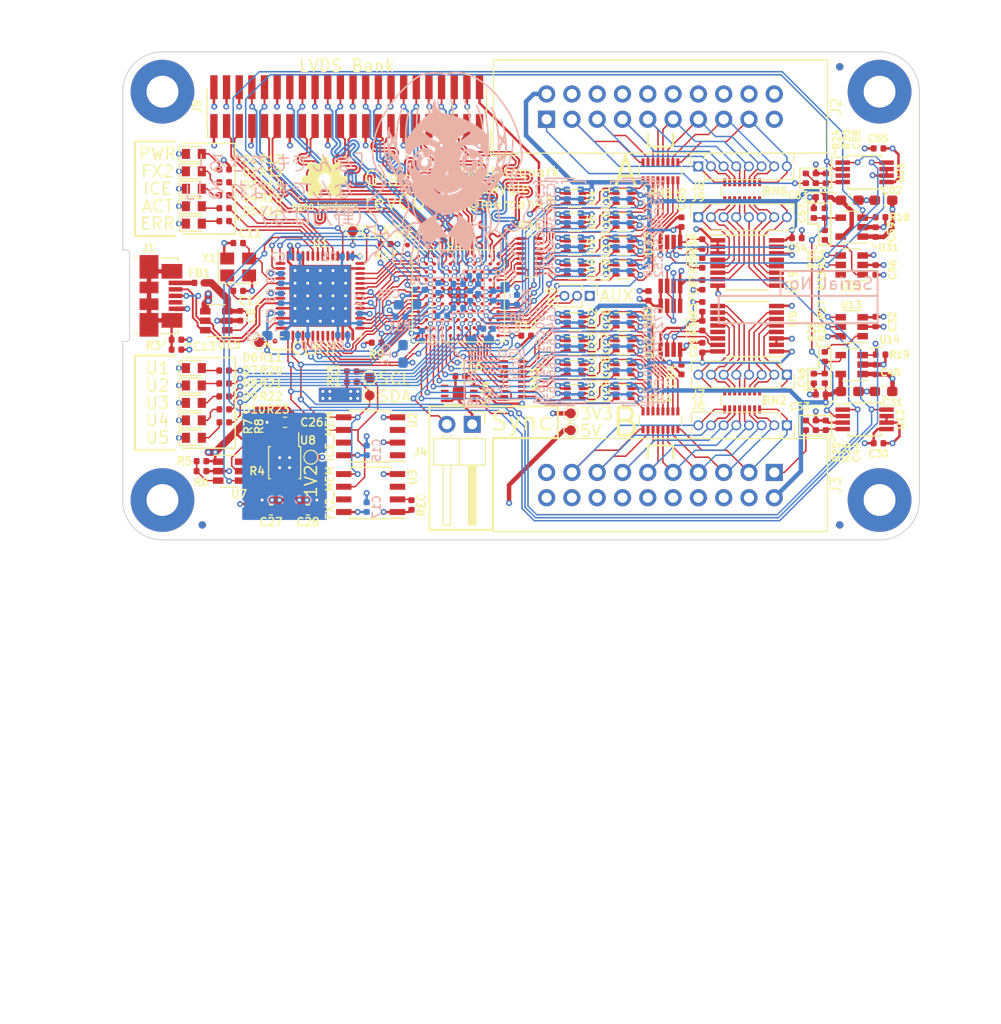
<source format=kicad_pcb>
(kicad_pcb (version 20221018) (generator pcbnew)
  (layers (0 "F.Cu" signal) (1 "In1.Cu" power) (2 "In2.Cu" power) (31 "B.Cu" signal) (34 "B.Paste" user) (35 "F.Paste" user) (36 "B.SilkS" user "B.Silkscreen") (37 "F.SilkS" user "F.Silkscreen") (38 "B.Mask" user) (39 "F.Mask" user) (44 "Edge.Cuts" user))
  (net 0 "")
  (net 1 "/SDA")
  (net 2 "+3V3")
  (net 3 "GND")
  (net 4 "/SCL")
  (net 5 "Net-(U3-Pad3)")
  (net 6 "Net-(U3-Pad7)")
  (net 7 "Net-(U2-Pad7)")
  (net 8 "Net-(U2-Pad3)")
  (net 9 "Net-(U2-Pad1)")
  (net 10 "+5V")
  (net 11 "Net-(J1-Pad4)")
  (net 12 "/~{CY_RESET}")
  (net 13 "/SHLD")
  (net 14 "/USB_P")
  (net 15 "/XTALOUT")
  (net 16 "/XTALIN")
  (net 17 "/USB_N")
  (net 18 "/D0")
  (net 19 "/D1")
  (net 20 "/D2")
  (net 21 "/D3")
  (net 22 "/D4")
  (net 23 "/D5")
  (net 24 "/D6")
  (net 25 "/D7")
  (net 26 "/FLAGA")
  (net 27 "/FLAGB")
  (net 28 "/FLAGC")
  (net 29 "/OE")
  (net 30 "/A0")
  (net 31 "/A1")
  (net 32 "/PKTEND")
  (net 33 "Net-(J2-Pad19)")
  (net 34 "/FPGA_DONE")
  (net 35 "/~{FPGA_RESET}")
  (net 36 "Net-(J3-Pad19)")
  (net 37 "+1V2")
  (net 38 "/1V2EN")
  (net 39 "/3V3EN")
  (net 40 "Net-(U8-Pad3)")
  (net 41 "Net-(U8-Pad6)")
  (net 42 "/PGOOD")
  (net 43 "/CLKIF")
  (net 44 "/FLAGD")
  (net 45 "/VUSB")
  (net 46 "/LED_CY")
  (net 47 "Net-(D2-Pad2)")
  (net 48 "Net-(D5-Pad2)")
  (net 49 "/LED_ERR")
  (net 50 "/LED_ACT")
  (net 51 "Net-(D4-Pad2)")
  (net 52 "Net-(D3-Pad2)")
  (net 53 "/LED_FPGA")
  (net 54 "Net-(D1-Pad2)")
  (net 55 "/~{ALERT}")
  (net 56 "Net-(R27-Pad1)")
  (net 57 "/CLKREF")
  (net 58 "/ENVB")
  (net 59 "/ENVA")
  (net 60 "/WR")
  (net 61 "/RD")
  (net 62 "Net-(RN3-Pad10)")
  (net 63 "Net-(RN3-Pad12)")
  (net 64 "Net-(RN3-Pad11)")
  (net 65 "Net-(RN3-Pad13)")
  (net 66 "Net-(RN3-Pad14)")
  (net 67 "Net-(RN3-Pad15)")
  (net 68 "Net-(RN3-Pad9)")
  (net 69 "Net-(RN3-Pad16)")
  (net 70 "Net-(RN1-Pad16)")
  (net 71 "Net-(RN1-Pad9)")
  (net 72 "Net-(RN1-Pad15)")
  (net 73 "Net-(RN1-Pad14)")
  (net 74 "Net-(RN1-Pad13)")
  (net 75 "Net-(RN1-Pad11)")
  (net 76 "Net-(RN1-Pad12)")
  (net 77 "Net-(RN1-Pad10)")
  (net 78 "Net-(U30-PadB4)")
  (net 79 "Net-(U30-PadD5)")
  (net 80 "Net-(U30-PadB10)")
  (net 81 "/VCCPLL1")
  (net 82 "/VCCPLL0")
  (net 83 "/GNDPLL1")
  (net 84 "/GNDPLL0")
  (net 85 "Net-(U1-Pad46)")
  (net 86 "Net-(U1-Pad52)")
  (net 87 "Net-(D6-Pad2)")
  (net 88 "Net-(D10-Pad2)")
  (net 89 "Net-(D9-Pad2)")
  (net 90 "Net-(D8-Pad2)")
  (net 91 "Net-(D7-Pad2)")
  (net 92 "Net-(R33-Pad1)")
  (net 93 "Net-(U5-Pad13)")
  (net 94 "Net-(U19-Pad13)")
  (net 95 "/IO_Banks/IO_Buffer_B/Y0")
  (net 96 "/IO_Banks/IO_Buffer_B/Z0")
  (net 97 "/IO_Banks/IO_Buffer_B/Y7")
  (net 98 "/IO_Banks/IO_Buffer_B/Z7")
  (net 99 "/IO_Banks/IO_Buffer_B/Y1")
  (net 100 "/IO_Banks/IO_Buffer_B/Y2")
  (net 101 "/IO_Banks/IO_Buffer_B/Y3")
  (net 102 "/IO_Banks/IO_Buffer_B/Y4")
  (net 103 "/IO_Banks/IO_Buffer_B/Y5")
  (net 104 "/IO_Banks/IO_Buffer_B/Y6")
  (net 105 "/IO_Banks/IO_Buffer_B/Z1")
  (net 106 "/IO_Banks/IO_Buffer_B/Z2")
  (net 107 "/IO_Banks/IO_Buffer_B/Z3")
  (net 108 "/IO_Banks/IO_Buffer_B/Z5")
  (net 109 "/IO_Banks/IO_Buffer_B/Z4")
  (net 110 "/IO_Banks/IO_Buffer_B/Z6")
  (net 111 "/IO_Banks/IO_Buffer_A/Y0")
  (net 112 "/IO_Banks/IO_Buffer_A/Z0")
  (net 113 "/IO_Banks/IO_Buffer_A/Y7")
  (net 114 "/IO_Banks/IO_Buffer_A/Z7")
  (net 115 "/IO_Banks/IO_Buffer_A/Y1")
  (net 116 "/IO_Banks/IO_Buffer_A/Y2")
  (net 117 "/IO_Banks/IO_Buffer_A/Y3")
  (net 118 "/IO_Banks/IO_Buffer_A/Y4")
  (net 119 "/IO_Banks/IO_Buffer_A/Y5")
  (net 120 "/IO_Banks/IO_Buffer_A/Y6")
  (net 121 "/IO_Banks/IO_Buffer_A/Z1")
  (net 122 "/IO_Banks/IO_Buffer_A/Z2")
  (net 123 "/IO_Banks/IO_Buffer_A/Z3")
  (net 124 "/IO_Banks/IO_Buffer_A/Z5")
  (net 125 "/IO_Banks/IO_Buffer_A/Z4")
  (net 126 "/IO_Banks/IO_Buffer_A/Z6")
  (net 127 "/IO_Banks/QB6")
  (net 128 "/IO_Banks/QB5")
  (net 129 "/IO_Banks/QB4")
  (net 130 "/IO_Banks/QB3")
  (net 131 "/IO_Banks/QB2")
  (net 132 "/IO_Banks/QB1")
  (net 133 "/IO_Banks/QB7")
  (net 134 "/IO_Banks/QB0")
  (net 135 "/IO_Banks/QA0")
  (net 136 "/IO_Banks/QA7")
  (net 137 "/IO_Banks/QA1")
  (net 138 "/IO_Banks/QA2")
  (net 139 "/IO_Banks/QA3")
  (net 140 "/IO_Banks/QA4")
  (net 141 "/IO_Banks/QA5")
  (net 142 "/IO_Banks/QA6")
  (net 143 "/IO_Banks/IO_Buffer_A/VSAMP")
  (net 144 "/IO_Banks/U1")
  (net 145 "/IO_Banks/IO_Buffer_A/VSENSE")
  (net 146 "/IO_Banks/VIOB")
  (net 147 "/IO_Banks/VIOA")
  (net 148 "/IO_Banks/U2")
  (net 149 "/IO_Banks/IO_Buffer_B/VSAMP")
  (net 150 "/IO_Banks/IO_Buffer_B/VSENSE")
  (net 151 "/IO_Banks/U5")
  (net 152 "/IO_Banks/U4")
  (net 153 "/IO_Banks/U3")
  (net 154 "/IO_Banks/IO_Buffer_A/ADRDAC")
  (net 155 "/IO_Banks/IO_Buffer_A/ADRADC")
  (net 156 "/IO_Banks/Z0_P")
  (net 157 "/IO_Banks/Z2_N")
  (net 158 "/IO_Banks/Z3_N")
  (net 159 "/IO_Banks/Z3_P")
  (net 160 "/IO_Banks/Z6_P")
  (net 161 "/IO_Banks/Z8_P")
  (net 162 "/IO_Banks/Z10_P")
  (net 163 "/IO_Banks/Z11_P")
  (net 164 "/IO_Banks/Z11_N")
  (net 165 "/IO_Banks/Z0_N")
  (net 166 "/IO_Banks/Z2_P")
  (net 167 "/IO_Banks/Z4_P")
  (net 168 "/IO_Banks/Z5_P")
  (net 169 "/IO_Banks/Z6_N")
  (net 170 "/IO_Banks/Z8_N")
  (net 171 "/IO_Banks/Z10_N")
  (net 172 "/IO_Banks/Z12_N")
  (net 173 "/IO_Banks/Z12_P")
  (net 174 "/IO_Banks/Z1_N")
  (net 175 "/IO_Banks/Z4_N")
  (net 176 "/IO_Banks/Z5_N")
  (net 177 "/IO_Banks/Z7_N")
  (net 178 "/IO_Banks/Z9_P")
  (net 179 "/IO_Banks/Z9_N")
  (net 180 "/IO_Banks/Z1_P")
  (net 181 "/IO_Banks/VIO_AUX")
  (net 182 "/IO_Banks/Z7_P")
  (net 183 "/IO_Banks/DA0")
  (net 184 "/IO_Banks/DA4")
  (net 185 "/IO_Banks/DA6")
  (net 186 "/IO_Banks/DA1")
  (net 187 "/IO_Banks/DA3")
  (net 188 "/IO_Banks/DA5")
  (net 189 "/IO_Banks/DA7")
  (net 190 "/IO_Banks/DB0")
  (net 191 "/IO_Banks/DB4")
  (net 192 "/IO_Banks/DB6")
  (net 193 "/IO_Banks/DB1")
  (net 194 "/IO_Banks/DB3")
  (net 195 "/IO_Banks/DB5")
  (net 196 "/IO_Banks/DB7")
  (net 197 "/IO_Banks/DA2")
  (net 198 "/IO_Banks/DB2")
  (net 199 "Net-(J7-Pad2)")
  (net 200 "Net-(J7-Pad4)")
  (net 201 "Net-(J7-Pad3)")
  (net 202 "Net-(J7-Pad5)")
  (net 203 "Net-(J7-Pad6)")
  (net 204 "Net-(J7-Pad7)")
  (net 205 "Net-(J7-Pad1)")
  (net 206 "Net-(J7-Pad8)")
  (net 207 "Net-(J9-Pad2)")
  (net 208 "Net-(J9-Pad4)")
  (net 209 "Net-(J9-Pad3)")
  (net 210 "Net-(J9-Pad5)")
  (net 211 "Net-(J9-Pad6)")
  (net 212 "Net-(J9-Pad7)")
  (net 213 "Net-(J9-Pad1)")
  (net 214 "Net-(J9-Pad8)")
  (net 215 "Net-(J10-Pad3)")
  (net 216 "Net-(J10-Pad2)")
  (net 217 "/IO_Banks/IO_Buffer_B/VFB")
  (net 218 "/IO_Banks/IO_Buffer_A/VFB")
  (net 219 "Net-(R39-Pad2)")
  (net 220 "Net-(R38-Pad2)")
  (net 221 "Net-(R37-Pad2)")
  (net 222 "Net-(R36-Pad2)")
  (net 223 "/IO_Banks/~{SYNC}")
  (net 224 "Net-(R40-Pad1)")
  (net 225 "Net-(FB1-Pad1)")
  (footprint "TestPoint:TestPoint_Pad_D1.0mm" (layer "F.Cu") (at 74.8 103.7)
    (fp_text reference "TP5" hide)
    (fp_text value "SCL")
  )
  (footprint "TestPoint:TestPoint_Pad_D1.0mm" (layer "F.Cu") (at 74.8 105.5)
    (fp_text reference "TP4" hide)
    (fp_text value "SDA")
  )
  (footprint "Package_TO_SOT_SMD:SOT-23-6" (layer "F.Cu") (at 123.2 98.6 180)
    (fp_text reference "U13")
    (fp_text value "DAC081C081CIMK")
  )
  (footprint "MountingHole:MountingHole_3.2mm_M3_Pad" (layer "F.Cu") (at 126 116)
    (fp_text reference "MK4" hide)
    (fp_text value "Mounting_Hole_PAD" hide)
  )
  (footprint "MountingHole:MountingHole_3.2mm_M3_Pad" (layer "F.Cu") (at 126 75)
    (fp_text reference "MK3" hide)
    (fp_text value "Mounting_Hole_PAD" hide)
  )
  (footprint "MountingHole:MountingHole_3.2mm_M3_Pad" (layer "F.Cu") (at 54 75)
    (fp_text reference "MK2" hide)
    (fp_text value "Mounting_Hole_PAD" hide)
  )
  (footprint "MountingHole:MountingHole_3.2mm_M3_Pad" (layer "F.Cu") (at 54 116)
    (fp_text reference "MK1" hide)
    (fp_text value "Mounting_Hole_PAD" hide)
  )
  (footprint "Fiducial:Fiducial_0.75mm_Dia_1.5mm_Outer" (layer "F.Cu") (at 58 118.5)
    (fp_text reference "FID1" hide)
    (fp_text value "Fiducial_0.75mm_Dia_1.5mm_Outer" hide)
  )
  (footprint "Fiducial:Fiducial_0.75mm_Dia_1.5mm_Outer" (layer "F.Cu") (at 122 72.5)
    (fp_text reference "FID2" hide)
    (fp_text value "Fiducial_0.75mm_Dia_1.5mm_Outer" hide)
  )
  (footprint "Resistor_SMD:R_Array_Convex_8x0602" (layer "F.Cu") (at 89.2 103.85)
    (fp_text reference "RN3")
    (fp_text value "R_Pack08" hide)
  )
  (footprint "Resistor_SMD:R_Array_Convex_8x0602" (layer "F.Cu") (at 90.85 91.5)
    (fp_text reference "RN1")
    (fp_text value "R_Pack08" hide)
  )
  (footprint "Capacitor_SMD:C_0402_1005Metric" (layer "F.Cu") (at 125.6 92.9 -90)
    (fp_text reference "C56")
    (fp_text value "u1")
  )
  (footprint "Capacitor_SMD:C_0402_1005Metric" (layer "F.Cu") (at 125.6 102.9 90)
    (fp_text reference "C45")
    (fp_text value "u1")
  )
  (footprint "Capacitor_SMD:C_0402_1005Metric" (layer "F.Cu") (at 125.9 110.3)
    (fp_text reference "C30")
    (fp_text value "u1")
  )
  (footprint "Resistor_SMD:R_0402_1005Metric" (layer "F.Cu") (at 73 103.1 180)
    (fp_text reference "R2")
    (fp_text value "2k2")
  )
  (footprint "Resistor_SMD:R_0402_1005Metric" (layer "F.Cu") (at 60.2 106.9 180)
    (fp_text reference "R22")
    (fp_text value "390")
  )
  (footprint "Resistor_SMD:R_0402_1005Metric" (layer "F.Cu") (at 60.2 108.2 180)
    (fp_text reference "R23")
    (fp_text value "604")
  )
  (footprint "TestPoint:TestPoint_Pad_D1.0mm" (layer "F.Cu") (at 68.9 111.7)
    (fp_text reference "TP2" hide)
    (fp_text value "1V2")
  )
  (footprint "TestPoint:TestPoint_Pad_D1.0mm" (layer "F.Cu") (at 63.7 100.15)
    (fp_text reference "TP7" hide)
    (fp_text value "3V3")
  )
  (footprint "TestPoint:TestPoint_Pad_D1.0mm" (layer "F.Cu") (at 73.1 89)
    (fp_text reference "TP6" hide)
    (fp_text value "CLKREF")
  )
  (footprint "Resistor_SMD:R_0402_1005Metric" (layer "F.Cu") (at 75.5 100.2)
    (fp_text reference "R9")
    (fp_text value "100k")
  )
  (footprint "Package_DFN_QFN:Cypress_QFN-56-1EP_8x8mm_P0.5mm_EP6.22x6.22mm_ThermalVias" (layer "F.Cu") (at 69.85 95.5)
    (fp_text reference "U1")
    (fp_text value "CY7C68013A-56LTX")
  )
  (footprint "Glasgow:SOT-563" (layer "F.Cu") (at 100.3 105.3)
    (fp_text reference "U29")
    (fp_text value "SN74LVC1T45DRL")
  )
  (footprint "Connector_PinHeader_2.54mm:PinHeader_1x02_P2.54mm_Horizontal" (layer "F.Cu") (at 85.1 108.4 -90)
    (fp_text reference "J4")
    (fp_text value "Conn_01x02")
  )
  (footprint "Connector_PinHeader_1.27mm:PinHeader_2x22_P1.27mm_Vertical_SMD" (layer "F.Cu") (at 72.5 76.5 90)
    (fp_text reference "J5")
    (fp_text value "Conn_02x22_Odd_Even")
  )
  (footprint "Resistor_SMD:R_0402_1005Metric" (layer "F.Cu") (at 120.5 89.4 90)
    (fp_text reference "R33")
    (fp_text value "49k9")
  )
  (footprint "LED_SMD:LED_0603_1608Metric_Pad0.82x1.00mm_HandSolder" (layer "F.Cu") (at 57.15 102.75)
    (fp_text reference "D6")
    (fp_text value "BLU")
  )
  (footprint "LED_SMD:LED_0603_1608Metric_Pad0.82x1.00mm_HandSolder" (layer "F.Cu") (at 57.15 106.25)
    (fp_text reference "D8")
    (fp_text value "WHT")
  )
  (footprint "Resistor_SMD:R_0402_1005Metric" (layer "F.Cu") (at 119.4 87.2 -90)
    (fp_text reference "R35")
    (fp_text value "24k3")
  )
  (footprint "LED_SMD:LED_0603_1608Metric_Pad0.82x1.00mm_HandSolder" (layer "F.Cu") (at 57.15 88.25)
    (fp_text reference "D5")
    (fp_text value "RED")
  )
  (footprint "LED_SMD:LED_0603_1608Metric_Pad0.82x1.00mm_HandSolder" (layer "F.Cu") (at 57.15 86.5)
    (fp_text reference "D4")
    (fp_text value "YEL")
  )
  (footprint "LED_SMD:LED_0603_1608Metric_Pad0.82x1.00mm_HandSolder" (layer "F.Cu") (at 57.15 84.75)
    (fp_text reference "D3")
    (fp_text value "GRN")
  )
  (footprint "LED_SMD:LED_0603_1608Metric_Pad0.82x1.00mm_HandSolder" (layer "F.Cu") (at 57.15 83)
    (fp_text reference "D2")
    (fp_text value "GRN")
  )
  (footprint "Resistor_SMD:R_0402_1005Metric" (layer "F.Cu") (at 60.2 85.4 180)
    (fp_text reference "R14")
    (fp_text value "2k2")
  )
  (footprint "Resistor_SMD:R_0402_1005Metric" (layer "F.Cu") (at 60.2 86.7 180)
    (fp_text reference "R15")
    (fp_text value "390")
  )
  (footprint "Resistor_SMD:R_Array_Convex_8x0602" (layer "F.Cu") (at 104 83 90)
    (fp_text reference "RN5")
    (fp_text value "R_Pack08")
  )
  (footprint "Package_TO_SOT_SMD:SOT-23-6" (layer "F.Cu") (at 123.2 92.4 180)
    (fp_text reference "U20")
    (fp_text value "DAC081C081CIMK")
  )
  (footprint "Resistor_SMD:R_0402_1005Metric" (layer "F.Cu") (at 63.55 114.565 -90)
    (fp_text reference "R4")
    (fp_text value "100k")
  )
  (footprint "Capacitor_SMD:C_0603_1608Metric_Pad1.05x0.95mm_HandSolder" (layer "F.Cu") (at 68.6125 117)
    (fp_text reference "C28")
    (fp_text value "4u7")
  )
  (footprint "Capacitor_SMD:C_0603_1608Metric_Pad1.05x0.95mm_HandSolder" (layer "F.Cu") (at 64.8875 117 180)
    (fp_text reference "C27")
    (fp_text value "4u7")
  )
  (footprint "Package_SO:SOIC-8_3.9x4.9mm_P1.27mm" (layer "F.Cu") (at 74.9 109.6 180)
    (fp_text reference "U2")
    (fp_text value "CAT24M01W")
  )
  (footprint "Resistor_SMD:R_0402_1005Metric" (layer "F.Cu") (at 57.915 113.1 180)
    (fp_text reference "R6")
    (fp_text value "100k")
  )
  (footprint "Package_TO_SOT_SMD:SOT-23-6" (layer "F.Cu") (at 60.7 113.1)
    (fp_text reference "U7")
    (fp_text value "LM3880MF-1AF")
  )
  (footprint "Resistor_SMD:R_0402_1005Metric" (layer "F.Cu") (at 57.915 112.1)
    (fp_text reference "R5")
    (fp_text value "220k")
  )
  (footprint "Resistor_SMD:R_0402_1005Metric" (layer "F.Cu") (at 60.185 104.3 180)
    (fp_text reference "R20")
    (fp_text value "2k2")
  )
  (footprint "Glasgow:SOT-563" (layer "F.Cu") (at 100.3 100.5)
    (fp_text reference "U27")
    (fp_text value "SN74LVC1T45DRL")
  )
  (footprint "Resistor_SMD:R_Array_Convex_8x0602" (layer "F.Cu") (at 104 108 -90)
    (fp_text reference "RN4")
    (fp_text value "R_Pack08" hide)
  )
  (footprint "Glasgow:SOT-563" (layer "F.Cu") (at 100.3 98.1)
    (fp_text reference "U26")
    (fp_text value "SN74LVC1T45DRL")
  )
  (footprint "Glasgow:SOT-563" (layer "F.Cu") (at 100.3 90.5)
    (fp_text reference "U17")
    (fp_text value "SN74LVC1T45DRL")
  )
  (footprint "Glasgow:SOT-563" (layer "F.Cu") (at 95.4 92.9)
    (fp_text reference "U10")
    (fp_text value "SN74LVC1T45DRL")
  )
  (footprint "Glasgow:SOT-563" (layer "F.Cu") (at 95.4 90.5)
    (fp_text reference "U9")
    (fp_text value "SN74LVC1T45DRL")
  )
  (footprint "Glasgow:SOT-563" (layer "F.Cu") (at 95.4 88.1)
    (fp_text reference "U6")
    (fp_text value "SN74LVC1T45DRL")
  )
  (footprint "Glasgow:SOT-563" (layer "F.Cu") (at 95.4 100.5)
    (fp_text reference "U23")
    (fp_text value "SN74LVC1T45DRL")
  )
  (footprint "Glasgow:SOT-563" (layer "F.Cu") (at 95.4 98.1)
    (fp_text reference "U22")
    (fp_text value "SN74LVC1T45DRL")
  )
  (footprint "Glasgow:SOT-563" (layer "F.Cu") (at 95.4 102.9)
    (fp_text reference "U24")
    (fp_text value "SN74LVC1T45DRL")
  )
  (footprint "Glasgow:SOT-563" (layer "F.Cu") (at 95.4 105.3)
    (fp_text reference "U25")
    (fp_text value "SN74LVC1T45DRL")
  )
  (footprint "Resistor_SMD:R_Array_Convex_8x0602" (layer "F.Cu") (at 112.2 106 90)
    (fp_text reference "RN2")
    (fp_text value "10K" hide)
  )
  (footprint "Capacitor_SMD:C_0603_1608Metric_Pad1.05x0.95mm_HandSolder" (layer "F.Cu") (at 123 85.9)
    (fp_text reference "C83")
    (fp_text value "4u7")
  )
  (footprint "Capacitor_SMD:C_0402_1005Metric" (layer "F.Cu") (at 120.1 85.6 180)
    (fp_text reference "C57")
    (fp_text value "u1")
  )
  (footprint "Resistor_SMD:R_0402_1005Metric" (layer "F.Cu") (at 119.6 108.5 -90)
    (fp_text reference "R26")
    (fp_text value "10k")
  )
  (footprint "Resistor_SMD:R_0402_1005Metric" (layer "F.Cu") (at 118.6 108.5 -90)
    (fp_text reference "R25")
    (fp_text value "10k")
  )
  (footprint "Resistor_SMD:R_Array_Convex_8x0602" (layer "F.Cu") (at 112.2 85 -90)
    (fp_text reference "RN6")
    (fp_text value "10K")
  )
  (footprint "LED_SMD:LED_0603_1608Metric_Pad0.82x1.00mm_HandSolder" (layer "F.Cu") (at 57.15 81.25)
    (fp_text reference "D1")
    (fp_text value "GRN")
  )
  (footprint "Capacitor_SMD:C_0402_1005Metric" (layer "F.Cu") (at 125.6 98.085 90)
    (fp_text reference "C32")
    (fp_text value "u1")
  )
  (footprint "Resistor_SMD:R_0402_1005Metric" (layer "F.Cu") (at 73 104.1 180)
    (fp_text reference "R1")
    (fp_text value "2k2")
  )
  (footprint "Capacitor_SMD:C_0402_1005Metric" (layer "F.Cu") (at 83.9 103.55 180)
    (fp_text reference "C16")
    (fp_text value "u1")
  )
  (footprint "Capacitor_SMD:C_0402_1005Metric" (layer "F.Cu") (at 61.8 97.5 -90)
    (fp_text reference "C8")
    (fp_text value "u1")
  )
  (footprint "Connector_IDC:IDC-Header_2x10_P2.54mm_Vertical" (layer "F.Cu") (at 115.43 113.23 -90)
    (fp_text reference "J3")
    (fp_text value "Conn_02x10_Odd_Even")
  )
  (footprint "Connector_IDC:IDC-Header_2x10_P2.54mm_Vertical" (layer "F.Cu") (at 92.57 77.77 90)
    (fp_text reference "J2")
    (fp_text value "Conn_02x10_Odd_Even")
  )
  (footprint "Package_SO:MSOP-8_3x3mm_P0.65mm" (layer "F.Cu") (at 124.5 107.9)
    (fp_text reference "U12")
    (fp_text value "ADC081C021CIMM")
  )
  (footprint "Capacitor_SMD:C_0402_1005Metric" (layer "F.Cu") (at 117.7 89.7)
    (fp_text reference "C54")
    (fp_text value "u1")
  )
  (footprint "Capacitor_SMD:C_0402_1005Metric" (layer "F.Cu") (at 106.1 88.1 90)
    (fp_text reference "C86")
    (fp_text value "u1")
  )
  (footprint "Capacitor_SMD:C_0402_1005Metric" (layer "F.Cu") (at 102.8 95.5 90)
    (fp_text reference "C85")
    (fp_text value "u1")
  )
  (footprint "Capacitor_SMD:C_0402_1005Metric" (layer "F.Cu") (at 106.1 102.9 90)
    (fp_text reference "C84")
    (fp_text value "u1")
  )
  (footprint "Package_SO:VSSOP-8_3.0x3.0mm_P0.65mm" (layer "F.Cu") (at 105 92.3 -90)
    (fp_text reference "U33")
    (fp_text value "TCA9517")
  )
  (footprint "Resistor_SMD:R_0402_1005Metric" (layer "F.Cu") (at 90.515 99.5)
    (fp_text reference "R10")
    (fp_text value "130")
  )
  (footprint "Connector_PinHeader_1.27mm:PinHeader_1x03_P1.27mm_Vertical" (layer "F.Cu") (at 96.9 95.5 -90)
    (fp_text reference "J10")
    (fp_text value "Conn_01x03")
  )
  (footprint "Inductor_SMD:L_0402_1005Metric" (layer "F.Cu") (at 57.7 94.2)
    (fp_text reference "FB1")
    (fp_text value "Ferrite_Bead")
  )
  (footprint "Connector_PinSocket_1.27mm:PinSocket_1x08_P1.27mm_Vertical" (layer "F.Cu") (at 107.8 87.6 90)
    (fp_text reference "J9")
    (fp_text value "Conn_01x08")
  )
  (footprint "Connector_PinSocket_1.27mm:PinSocket_1x08_P1.27mm_Vertical" (layer "F.Cu") (at 107.8 82.5 90)
    (fp_text reference "J8")
    (fp_text value "Conn_01x08")
  )
  (footprint "Connector_PinSocket_1.27mm:PinSocket_1x08_P1.27mm_Vertical" (layer "F.Cu") (at 116.7 108.5 -90)
    (fp_text reference "J6")
    (fp_text value "Conn_01x08")
  )
  (footprint "Capacitor_SMD:C_0402_1005Metric" (layer "F.Cu") (at 120.6 83.7 90)
    (fp_text reference "C58")
    (fp_text value "12n")
  )
  (footprint "Capacitor_SMD:C_0402_1005Metric" (layer "F.Cu") (at 125.9 80.7 180)
    (fp_text reference "C55")
    (fp_text value "u1")
  )
  (footprint "Capacitor_SMD:C_0603_1608Metric_Pad1.05x0.95mm_HandSolder" (layer "F.Cu") (at 126.4 85.9 180)
    (fp_text reference "C82")
    (fp_text value "4u7")
  )
  (footprint "Capacitor_SMD:C_0603_1608Metric_Pad1.05x0.95mm_HandSolder" (layer "F.Cu") (at 126.4 105.1 180)
    (fp_text reference "C31")
    (fp_text value "4u7")
  )
  (footprint "Capacitor_SMD:C_0603_1608Metric_Pad1.05x0.95mm_HandSolder" (layer "F.Cu") (at 123 105.1)
    (fp_text reference "C53")
    (fp_text value "4u7")
  )
  (footprint "Resistor_SMD:R_0402_1005Metric" (layer "F.Cu") (at 120.5 103.785 -90)
    (fp_text reference "R28")
    (fp_text value "59k")
  )
  (footprint "Resistor_SMD:R_0402_1005Metric" (layer "F.Cu") (at 119.4 103.8 90)
    (fp_text reference "R29")
    (fp_text value "24k3")
  )
  (footprint "Resistor_SMD:R_0402_1005Metric" (layer "F.Cu") (at 120.5 101.615 -90)
    (fp_text reference "R27")
    (fp_text value "49k9")
  )
  (footprint "Fiducial:Fiducial_0.75mm_Dia_1.5mm_Outer" (layer "F.Cu") (at 122 118.5)
    (fp_text reference "FID3" hide)
    (fp_text value "Fiducial_0.75mm_Dia_1.5mm_Outer" hide)
  )
  (footprint "Fiducial:Fiducial_0.5mm_Dia_1mm_Outer" (layer "F.Cu") (at 78.6 90.4)
    (fp_text reference "FID8" hide)
    (fp_text value "Fiducial_0.5mm_Dia_1mm_Outer")
  )
  (footprint "Fiducial:Fiducial_0.5mm_Dia_1mm_Outer" (layer "F.Cu") (at 65.3 100.05)
    (fp_text reference "FID7" hide)
    (fp_text value "Fiducial_0.5mm_Dia_1mm_Outer")
  )
  (footprint "Capacitor_SMD:C_0402_1005Metric" (layer "F.Cu") (at 125.6 89.1 90)
    (fp_text reference "C59")
    (fp_text value "u1")
  )
  (footprint "Resistor_SMD:R_0402_1005Metric" (layer "F.Cu") (at 120.5 87.2 90)
    (fp_text reference "R34")
    (fp_text value "59k")
  )
  (footprint "Package_TO_SOT_SMD:SOT-23-5" (layer "F.Cu") (at 123.2 88.6 180)
    (fp_text reference "U31")
    (fp_text value "TPS73101DBV")
  )
  (footprint "Capacitor_SMD:C_0402_1005Metric" (layer "F.Cu") (at 61.6 90.2 180)
    (fp_text reference "C11")
    (fp_text value "18p")
  )
  (footprint "Capacitor_SMD:C_0402_1005Metric" (layer "F.Cu") (at 61.6 95)
    (fp_text reference "C12")
    (fp_text value "18p")
  )
  (footprint "Resistor_SMD:R_0402_1005Metric" (layer "F.Cu") (at 62.6 110.3 90)
    (fp_text reference "R7")
    (fp_text value "100k")
  )
  (footprint "Resistor_SMD:R_0402_1005Metric" (layer "F.Cu") (at 60.2 88 180)
    (fp_text reference "R16")
    (fp_text value "604")
  )
  (footprint "Resistor_SMD:R_0402_1005Metric" (layer "F.Cu") (at 76.4 90.3)
    (fp_text reference "R17")
    (fp_text value "100k")
  )
  (footprint "Resistor_SMD:R_0402_1005Metric" (layer "F.Cu") (at 60.2 82.8 180)
    (fp_text reference "R12")
    (fp_text value "2k2")
  )
  (footprint "Symbol:OSHW-Logo2_7.3x6mm_SilkScreen" (layer "F.Cu") (at 70.3 84.3)
    (fp_text reference "REF**" hide)
    (fp_text value "OSHW-Logo2_7.3x6mm_SilkScreen" hide)
  )
  (footprint "Resistor_SMD:R_0402_1005Metric" (layer "F.Cu") (at 60.2 84.1 180)
    (fp_text reference "R13")
    (fp_text value "2k2")
  )
  (footprint "Crystals:Crystal_SMD_3225-4pin_3.2x2.5mm" (layer "F.Cu") (at 61.6 92.6)
    (fp_text reference "Y1")
    (fp_text value "24M")
  )
  (footprint "TestPoint:TestPoint_Pad_D1.0mm" (layer "F.Cu") (at 95 109)
    (fp_text reference "TP1" hide)
    (fp_text value "5V")
  )
  (footprint "Package_BGA:BGA-121_9.0x9.0mm_Layout11x11_P0.8mm_Ball0.4mm_Pad0.35mm_NSMD" (layer "F.Cu") (at 83.7 95.5 -90)
    (fp_text reference "U30")
    (fp_text value "ICE40HX8K-BG121")
  )
  (footprint "Resistor_SMD:R_0402_1005Metric" (layer "F.Cu") (at 55.4 99.9)
    (fp_text reference "R3")
    (fp_text value "1M")
  )
  (footprint "Capacitor_SMD:C_0402_1005Metric" (layer "F.Cu") (at 55.4 100.9)
    (fp_text reference "C13")
    (fp_text value "u1")
  )
  (footprint "Glasgow:SOT-563" (layer "F.Cu") (at 95.4 85.7)
    (fp_text reference "U4")
    (fp_text value "SN74LVC1T45DRL")
  )
  (footprint "Glasgow:SOT-563" (layer "F.Cu") (at 100.3 88.1)
    (fp_text reference "U16")
    (fp_text value "SN74LVC1T45DRL")
  )
  (footprint "Glasgow:SOT-563" (layer "F.Cu") (at 100.3 85.7)
    (fp_text reference "U11")
    (fp_text value "SN74LVC1T45DRL")
  )
  (footprint "Resistor_SMD:R_0402_1005Metric" (layer "F.Cu") (at 60.185 105.6 180)
    (fp_text reference "R21")
    (fp_text value "2k2")
  )
  (footprint "LED_SMD:LED_0603_1608Metric_Pad0.82x1.00mm_HandSolder" (layer "F.Cu") (at 57.15 108)
    (fp_text reference "D9")
    (fp_text value "PNK")
  )
  (footprint "Resistor_SMD:R_0402_1005Metric" (layer "F.Cu") (at 60.185 103 180)
    (fp_text reference "R11")
    (fp_text value "2k2")
  )
  (footprint "LED_SMD:LED_0603_1608Metric_Pad0.82x1.00mm_HandSolder" (layer "F.Cu") (at 57.15 104.5)
    (fp_text reference "D7")
    (fp_text value "PNK")
  )
  (footprint "LED_SMD:LED_0603_1608Metric_Pad0.82x1.00mm_HandSolder" (layer "F.Cu") (at 57.15 109.75)
    (fp_text reference "D10")
    (fp_text value "BLU")
  )
  (footprint "TestPoint:TestPoint_Pad_D1.0mm" (layer "F.Cu") (at 95 107.3)
    (fp_text reference "TP3" hide)
    (fp_text value "3V3")
  )
  (footprint "Package_SO:VSSOP-8_3.0x3.0mm_P0.65mm" (layer "F.Cu") (at 105 98.7 90)
    (fp_text reference "U32")
    (fp_text value "TCA9517")
  )
  (footprint "Package_SO:MSOP-8_3x3mm_P0.65mm" (layer "F.Cu") (at 124.5 83.1)
    (fp_text reference "U21")
    (fp_text value "ADC081C021CIMM")
  )
  (footprint "Resistor_SMD:R_0402_1005Metric" (layer "F.Cu") (at 126.1 87.6)
    (fp_text reference "R18")
    (fp_text value "100k")
  )
  (footprint "Resistor_SMD:R_0402_1005Metric" (layer "F.Cu") (at 63.7 110.3 90)
    (fp_text reference "R8")
    (fp_text value "100k")
  )
  (footprint "Package_SO:MSOP-8-1EP_3x3mm_P0.65mm_EP2.54x2.8mm_ThermalVias" (layer "F.Cu") (at 66.266581 112.25 -90)
    (fp_text reference "U8")
    (fp_text value "MIC5355-S4YMME")
  )
  (footprint "Capacitor_SMD:C_0603_1608Metric_Pad1.05x0.95mm_HandSolder" (layer "F.Cu") (at 66.3 108.2 180)
    (fp_text reference "C26")
    (fp_text value "4u7")
  )
  (footprint "Connector_PinSocket_1.27mm:PinSocket_1x08_P1.27mm_Vertical" (layer "F.Cu") (at 116.7 103.42 -90)
    (fp_text reference "J7")
    (fp_text value "Conn_01x08")
  )
  (footprint "Glasgow:SOT-563" (layer "F.Cu") (at 100.3 102.9)
    (fp_text reference "U28")
    (fp_text value "SN74LVC1T45DRL")
  )
  (footprint "Package_TO_SOT_SMD:SOT-23-5" (layer "F.Cu") (at 123.2 102.4 180)
    (fp_text reference "U14")
    (fp_text value "TPS73101DBV")
  )
  (footprint "Resistor_SMD:R_0402_1005Metric" (layer "F.Cu") (at 118.6 83.7 -90)
    (fp_text reference "R24")
    (fp_text value "10k")
  )
  (footprint "Resistor_SMD:R_0402_1005Metric" (layer "F.Cu") (at 119.6 83.7 -90)
    (fp_text reference "R30")
    (fp_text value "10k")
  )
  (footprint "Package_TO_SOT_SMD:SOT-23-6" (layer "F.Cu") (at 59.4 98 180)
    (fp_text reference "U15")
    (fp_text value "TPD3S014")
  )
  (footprint "Resistor_SMD:R_0402_1005Metric" (layer "F.Cu") (at 108.2 92.2 -90)
    (fp_text reference "R39")
    (fp_text value "10k")
  )
  (footprint "Resistor_SMD:R_0402_1005Metric" (layer "F.Cu") (at 108.2 90.3 -90)
    (fp_text reference "R38")
    (fp_text value "10k")
  )
  (footprint "Resistor_SMD:R_0402_1005Metric" (layer "F.Cu") (at 108.2 96.6 90)
    (fp_text reference "R37")
    (fp_text value "10k")
  )
  (footprint "Resistor_SMD:R_0402_1005Metric" (layer "F.Cu") (at 108.2 98.5 -90)
    (fp_text reference "R36")
    (fp_text value "10k")
  )
  (footprint "Capacitor_SMD:C_0402_1005Metric" (layer "F.Cu") (at 108.2 100.7 90)
    (fp_text reference "C29")
    (fp_text value "u1")
  )
  (footprint "Package_SO:TSSOP-16_4.4x5mm_P0.65mm" (layer "F.Cu") (at 112.7 98.8 180)
    (fp_text reference "U5")
    (fp_text value "TCA9534")
  )
  (footprint "Package_SO:TSSOP-16_4.4x5mm_P0.65mm" (layer "F.Cu") (at 112.7 92.2)
    (fp_text reference "U19")
    (fp_text value "TCA9534")
  )
  (footprint "Connector_USB:USB_Micro-B_Molex_47346-0001" (layer "F.Cu") (at 53.85 95.5 -90)
    (fp_text reference "J1")
    (fp_text value "USB_B_Micro")
  )
  (footprint "Capacitor_SMD:C_0402_1005Metric" (layer "F.Cu") (at 108.2 94.4 -90)
    (fp_text reference "C87")
    (fp_text value "u1")
  )
  (footprint "Capacitor_SMD:C_0402_1005Metric" (layer "F.Cu") (at 120.6 108.5 90)
    (fp_text reference "C44")
    (fp_text value "12n")
  )
  (footprint "Capacitor_SMD:C_0402_1005Metric" (layer "F.Cu") (at 120.1 105.4 180)
    (fp_text reference "C46")
    (fp_text value "u1")
  )
  (footprint "Resistor_SMD:R_0402_1005Metric" (layer "F.Cu") (at 126.1 101.4)
    (fp_text reference "R19")
    (fp_text value "100k")
  )
  (footprint "Glasgow:SOT-563" (layer "F.Cu") (at 100.3 92.9)
    (fp_text reference "U18")
    (fp_text value "SN74LVC1T45DRL")
  )
  (footprint "Resistor_SMD:R_0402_1005Metric" (layer "F.Cu") (at 79 116.5 -90)
    (fp_text reference "R40" hide)
    (fp_text value "DNP")
  )
  (footprint "Package_SO:SOIC-8_3.9x4.9mm_P1.27mm" (layer "F.Cu") (at 74.9 115.3 180)
    (fp_text reference "U3")
    (fp_text value "CAT24C256W")
  )
  (footprint "Package_DFN_QFN:WDFN-8-1EP_3x2mm_P0.5mm_EP1.3x1.4mm" (layer "F.Cu") (at 83.8 105.3)
    (fp_text reference "U34")
    (fp_text value "ATECC508A")
  )
  (footprint "Fiducial:Fiducial_0.75mm_Dia_1.5mm_Outer" (layer "B.Cu") (at 58 118.5)
    (fp_text reference "FID4" hide)
    (fp_text value "Fiducial_0.75mm_Dia_1.5mm_Outer" hide)
  )
  (footprint "Fiducial:Fiducial_0.75mm_Dia_1.5mm_Outer" (layer "B.Cu") (at 122 72.5)
    (fp_text reference "FID5" hide)
    (fp_text value "Fiducial_0.75mm_Dia_1.5mm_Outer" hide)
  )
  (footprint "Capacitor_SMD:C_0402_1005Metric" (layer "B.Cu") (at 83.7 96.7 180)
    (fp_text reference "C23")
    (fp_text value "u1")
  )
  (footprint "Capacitor_SMD:C_0402_1005Metric" (layer "B.Cu") (at 84.9 95.5 90)
    (fp_text reference "C77")
    (fp_text value "u1")
  )
  (footprint "Capacitor_SMD:C_0402_1005Metric" (layer "B.Cu") (at 99.5 92.5 -90)
    (fp_text reference "C48")
    (fp_text value "u1")
  )
  (footprint "Capacitor_SMD:C_0402_1005Metric" (layer "B.Cu") (at 100.9 85.3 -90)
    (fp_text reference "C49")
    (fp_text value "u1")
  )
  (footprint "Capacitor_SMD:C_0402_1005Metric" (layer "B.Cu") (at 100.9 87.7 -90)
    (fp_text reference "C50")
    (fp_text value "u1")
  )
  (footprint "Capacitor_SMD:C_0402_1005Metric" (layer "B.Cu") (at 100.9 92.515 -90)
    (fp_text reference "C52")
    (fp_text value "u1")
  )
  (footprint "Capacitor_SMD:C_0402_1005Metric" (layer "B.Cu") (at 96 97.7 -90)
    (fp_text reference "C64")
    (fp_text value "u1")
  )
  (footprint "Capacitor_SMD:C_0402_1005Metric" (layer "B.Cu") (at 96 90.1 -90)
    (fp_text reference "C40")
    (fp_text value "u1")
  )
  (footprint "Capacitor_SMD:C_0402_1005Metric" (layer "B.Cu") (at 99.5 97.715 -90)
    (fp_text reference "C68")
    (fp_text value "u1")
  )
  (footprint "Capacitor_SMD:C_0402_1005Metric" (layer "B.Cu") (at 99.5 100.1 -90)
    (fp_text reference "C69")
    (fp_text value "u1")
  )
  (footprint "Capacitor_SMD:C_0402_1005Metric" (layer "B.Cu") (at 99.5 102.5 -90)
    (fp_text reference "C70")
    (fp_text value "u1")
  )
  (footprint "Capacitor_SMD:C_0402_1005Metric" (layer "B.Cu") (at 99.5 104.9 -90)
    (fp_text reference "C71")
    (fp_text value "u1")
  )
  (footprint "Capacitor_SMD:C_0402_1005Metric" (layer "B.Cu") (at 100.9 97.715 -90)
    (fp_text reference "C72")
    (fp_text value "u1")
  )
  (footprint "Capacitor_SMD:C_0402_1005Metric" (layer "B.Cu") (at 100.9 100.1 -90)
    (fp_text reference "C73")
    (fp_text value "u1")
  )
  (footprint "Capacitor_SMD:C_0402_1005Metric" (layer "B.Cu") (at 100.9 102.5 -90)
    (fp_text reference "C74")
    (fp_text value "u1")
  )
  (footprint "Capacitor_SMD:C_0402_1005Metric" (layer "B.Cu") (at 100.9 104.9 -90)
    (fp_text reference "C75")
    (fp_text value "u1")
  )
  (footprint "Capacitor_SMD:C_0402_1005Metric" (layer "B.Cu") (at 85.7 94.8 90)
    (fp_text reference "C21")
    (fp_text value "u1")
  )
  (footprint "Capacitor_SMD:C_0402_1005Metric" (layer "B.Cu") (at 82.1 97.5)
    (fp_text reference "C18")
    (fp_text value "u1")
  )
  (footprint "Capacitor_SMD:C_0402_1005Metric" (layer "B.Cu") (at 83.7 94.3 180)
    (fp_text reference "C33")
    (fp_text value "u1")
  )
  (footprint "Capacitor_SMD:C_0402_1005Metric" (layer "B.Cu") (at 79.815 94.9 180)
    (fp_text reference "C78")
    (fp_text value "u1")
  )
  (footprint "Resistor_SMD:R_0402_1005Metric" (layer "B.Cu") (at 77.9 97.6 180)
    (fp_text reference "R31")
    (fp_text value "100")
  )
  (footprint "Capacitor_SMD:C_0603_1608Metric_Pad1.05x0.95mm_HandSolder" (layer "B.Cu") (at 78.6 96.4 180)
    (fp_text reference "C76")
    (fp_text value "4u7")
  )
  (footprint "Capacitor_SMD:C_0402_1005Metric" (layer "B.Cu") (at 85.3 93.5)
    (fp_text reference "C24")
    (fp_text value "u1")
  )
  (footprint "Capacitor_SMD:C_0402_1005Metric" (layer "B.Cu") (at 67.3 91.55)
    (fp_text reference "C7")
    (fp_text value "u1")
  )
  (footprint "Capacitor_SMD:C_0402_1005Metric" (layer "B.Cu") (at 72.1 99.45 180)
    (fp_text reference "C6")
    (fp_text value "u1")
  )
  (footprint "Capacitor_SMD:C_0402_1005Metric" (layer "B.Cu") (at 65.9 93.765 -90)
    (fp_text reference "C9")
    (fp_text value "u1")
  )
  (footprint "Capacitor_SMD:C_0402_1005Metric" (layer "B.Cu") (at 68.1 99.45)
    (fp_text reference "C10")
    (fp_text value "u1")
  )
  (footprint "Capacitor_SMD:C_0402_1005Metric" (layer "B.Cu") (at 72.5 91.55 180)
    (fp_text reference "C5")
    (fp_text value "u1")
  )
  (footprint "Capacitor_SMD:C_0603_1608Metric_Pad1.05x0.95mm_HandSolder" (layer "B.Cu") (at 65.4 99.5)
    (fp_text reference "C1")
    (fp_text value "4u7")
  )
  (footprint "Capacitor_SMD:C_0402_1005Metric" (layer "B.Cu") (at 65.9 97.75 -90)
    (fp_text reference "C2")
    (fp_text value "u1")
  )
  (footprint "Capacitor_SMD:C_0402_1005Metric" (layer "B.Cu") (at 65.9 95.75 -90)
    (fp_text reference "C3")
    (fp_text value "u1")
  )
  (footprint "Capacitor_SMD:C_0402_1005Metric" (layer "B.Cu") (at 73.8 97.765 -90)
    (fp_text reference "C4")
    (fp_text value "u1")
  )
  (footprint "Capacitor_SMD:C_0402_1005Metric" (layer "B.Cu") (at 80.05 99.5 90)
    (fp_text reference "C81")
    (fp_text value "u1")
  )
  (footprint "Resistor_SMD:R_0402_1005Metric" (layer "B.Cu") (at 89.6 95.9 90)
    (fp_text reference "R32")
    (fp_text value "100")
  )
  (footprint "Capacitor_SMD:C_0603_1608Metric_Pad1.05x0.95mm_HandSolder" (layer "B.Cu") (at 88.4 95.5 90)
    (fp_text reference "C80")
    (fp_text value "4u7")
  )
  (footprint "Capacitor_SMD:C_0402_1005Metric" (layer "B.Cu") (at 74.5 111.015 90)
    (fp_text reference "C15")
    (fp_text value "u1")
  )
  (footprint "Capacitor_SMD:C_0402_1005Metric" (layer "B.Cu") (at 96 85.3 -90)
    (fp_text reference "C38")
    (fp_text value "u1")
  )
  (footprint "Capacitor_SMD:C_0402_1005Metric" (layer "B.Cu") (at 94.6 85.3 -90)
    (fp_text reference "C34")
    (fp_text value "u1")
  )
  (footprint "Capacitor_SMD:C_0402_1005Metric" (layer "B.Cu") (at 94.6 97.7 -90)
    (fp_text reference "C60")
    (fp_text value "u1")
  )
  (footprint "Capacitor_SMD:C_0402_1005Metric" (layer "B.Cu") (at 96 100.1 -90)
    (fp_text reference "C65")
    (fp_text value "u1")
  )
  (footprint "Capacitor_SMD:C_0402_1005Metric" (layer "B.Cu") (at 94.6 100.1 -90)
    (fp_text reference "C61")
    (fp_text value "u1")
  )
  (footprint "Capacitor_SMD:C_0402_1005Metric" (layer "B.Cu") (at 94.6 102.485 -90)
    (fp_text reference "C62")
    (fp_text value "u1")
  )
  (footprint "Capacitor_SMD:C_0402_1005Metric" (layer "B.Cu") (at 96 102.5 -90)
    (fp_text reference "C66")
    (fp_text value "u1")
  )
  (footprint "Capacitor_SMD:C_0402_1005Metric" (layer "B.Cu") (at 94.6 104.885 -90)
    (fp_text reference "C63")
    (fp_text value "u1")
  )
  (footprint "Capacitor_SMD:C_0402_1005Metric" (layer "B.Cu") (at 96 104.9 -90)
    (fp_text reference "C67")
    (fp_text value "u1")
  )
  (footprint "Capacitor_SMD:C_0402_1005Metric" (layer "B.Cu") (at 94.6 87.7 -90)
    (fp_text reference "C35")
    (fp_text value "u1")
  )
  (footprint "Capacitor_SMD:C_0402_1005Metric" (layer "B.Cu") (at 94.6 92.5 -90)
    (fp_text reference "C37")
    (fp_text value "u1")
  )
  (footprint "Capacitor_SMD:C_0402_1005Metric" (layer "B.Cu") (at 94.6 90.1 -90)
    (fp_text reference "C36")
    (fp_text value "u1")
  )
  (footprint "Capacitor_SMD:C_0402_1005Metric" (layer "B.Cu") (at 96 87.685 -90)
    (fp_text reference "C39")
    (fp_text value "u1")
  )
  (footprint "Capacitor_SMD:C_0402_1005Metric" (layer "B.Cu") (at 74.5 116.715 90)
    (fp_text reference "C17")
    (fp_text value "u1")
  )
  (footprint "Capacitor_SMD:C_0402_1005Metric" (layer "B.Cu") (at 81.7 94.7 -90)
    (fp_text reference "C25")
    (fp_text value "u1")
  )
  (footprint "Capacitor_SMD:C_0402_1005Metric" (layer "B.Cu") (at 87.2 95.5 90)
    (fp_text reference "C79")
    (fp_text value "u1")
  )
  (footprint "Capacitor_SMD:C_0402_1005Metric" (layer "B.Cu") (at 86.7 98.8)
    (fp_text reference "C20")
    (fp_text value "u1")
  )
  (footprint "Glasgow:nono_hana" (layer "B.Cu") (at 73.8 82.5 180)
    (fp_text reference "NONO_HANA" hide)
    (fp_text value "MECHOKKU" hide)
  )
  (footprint "Capacitor_SMD:C_0402_1005Metric" (layer "B.Cu") (at 99.5 85.3 -90)
    (fp_text reference "C42")
    (fp_text value "u1")
  )
  (footprint "Capacitor_SMD:C_0402_1005Metric" (layer "B.Cu") (at 99.5 87.7 -90)
    (fp_text reference "C43")
    (fp_text value "u1")
  )
  (footprint "Capacitor_SMD:C_0402_1005Metric" (layer "B.Cu") (at 99.5 90.1 -90)
    (fp_text reference "C47")
    (fp_text value "u1")
  )
  (footprint "Capacitor_SMD:C_0402_1005Metric" (layer "B.Cu") (at 96 92.5 -90)
    (fp_text reference "C41")
    (fp_text value "u1")
  )
  (footprint "Capacitor_SMD:C_0402_1005Metric" (layer "B.Cu") (at 100.9 90.1 -90)
    (fp_text reference "C51")
    (fp_text value "u1")
  )
  (footprint "Fiducial:Fiducial_0.75mm_Dia_1.5mm_Outer" (layer "B.Cu") (at 122 118.5)
    (fp_text reference "FID6" hide)
    (fp_text value "Fiducial_0.75mm_Dia_1.5mm_Outer" hide)
  )
  (footprint "Capacitor_SMD:C_0603_1608Metric_Pad1.05x0.95mm_HandSolder" (layer "B.Cu") (at 78.15 101.325 -90)
    (fp_text reference "C14")
    (fp_text value "4u7")
  )
  (footprint "Capacitor_SMD:C_0603_1608Metric_Pad1.05x0.95mm_HandSolder" (layer "B.Cu") (at 85.9 99.95)
    (fp_text reference "C19")
    (fp_text value "4u7")
  )
  (gr_line (start 104.4 106.2) (end 104.4 106) (stroke (width 0.15)) (layer "B.SilkS"))
  (gr_line (start 104.4 106.2) (end 102.1 106.2) (stroke (width 0.15)) (layer "B.SilkS"))
  (gr_line (start 102.1 106) (end 102.1 106.2) (stroke (width 0.15)) (layer "B.SilkS"))
  (gr_line (start 101.4 106.2) (end 101.4 106) (stroke (width 0.15)) (layer "B.SilkS"))
  (gr_line (start 101.4 106.2) (end 99 106.2) (stroke (width 0.15)) (layer "B.SilkS"))
  (gr_line (start 99 106) (end 99 106.2) (stroke (width 0.15)) (layer "B.SilkS"))
  (gr_line (start 103.25 106.5) (end 103.25 106.2) (stroke (width 0.15)) (layer "B.SilkS"))
  (gr_line (start 103.25 106.5) (end 100.2 106.5) (stroke (width 0.15)) (layer "B.SilkS"))
  (gr_line (start 100.2 106.2) (end 100.2 106.5) (stroke (width 0.15)) (layer "B.SilkS"))
  (gr_line (start 91.3 106) (end 91.3 106.2) (stroke (width 0.15)) (layer "B.SilkS"))
  (gr_line (start 94.1 106) (end 94.1 106.2) (stroke (width 0.15)) (layer "B.SilkS"))
  (gr_line (start 93.6 106.2) (end 93.6 106) (stroke (width 0.15)) (layer "B.SilkS"))
  (gr_line (start 96.5 106.2) (end 96.5 106) (stroke (width 0.15)) (layer "B.SilkS"))
  (gr_line (start 92.45 106.5) (end 92.45 106.2) (stroke (width 0.15)) (layer "B.SilkS"))
  (gr_line (start 96.5 106.2) (end 94.1 106.2) (stroke (width 0.15)) (layer "B.SilkS"))
  (gr_line (start 95.3 106.5) (end 95.3 106.2) (stroke (width 0.15)) (layer "B.SilkS"))
  (gr_line (start 93.6 106.2) (end 91.3 106.2) (stroke (width 0.15)) (layer "B.SilkS"))
  (gr_line (start 95.3 106.5) (end 92.45 106.5) (stroke (width 0.15)) (layer "B.SilkS"))
  (gr_line (start 104.4 84.2) (end 104.4 84) (stroke (width 0.15)) (layer "B.SilkS"))
  (gr_line (start 100.2 83.7) (end 100.2 84) (stroke (width 0.15)) (layer "B.SilkS"))
  (gr_line (start 101.4 84.2) (end 101.4 84) (stroke (width 0.15)) (layer "B.SilkS"))
  (gr_line (start 104.4 84) (end 102.1 84) (stroke (width 0.15)) (layer "B.SilkS"))
  (gr_line (start 103.25 83.7) (end 100.2 83.7) (stroke (width 0.15)) (layer "B.SilkS"))
  (gr_line (start 101.4 84) (end 99 84) (stroke (width 0.15)) (layer "B.SilkS"))
  (gr_line (start 99 84) (end 99 84.2) (stroke (width 0.15)) (layer "B.SilkS"))
  (gr_line (start 103.25 84) (end 103.25 83.7) (stroke (width 0.15)) (layer "B.SilkS"))
  (gr_line (start 102.1 84) (end 102.1 84.2) (stroke (width 0.15)) (layer "B.SilkS"))
  (gr_line (start 96.5 84) (end 94.1 84) (stroke (width 0.15)) (layer "B.SilkS"))
  (gr_line (start 92.45 84) (end 92.45 83.7) (stroke (width 0.15)) (layer "B.SilkS"))
  (gr_line (start 93.6 84) (end 91.3 84) (stroke (width 0.15)) (layer "B.SilkS"))
  (gr_line (start 95.3 83.7) (end 92.45 83.7) (stroke (width 0.15)) (layer "B.SilkS"))
  (gr_line (start 95.3 84) (end 95.3 83.7) (stroke (width 0.15)) (layer "B.SilkS"))
  (gr_line (start 91.3 84) (end 91.3 84.2) (stroke (width 0.15)) (layer "B.SilkS"))
  (gr_line (start 94.1 84) (end 94.1 84.2) (stroke (width 0.15)) (layer "B.SilkS"))
  (gr_line (start 93.6 84.2) (end 93.6 84) (stroke (width 0.15)) (layer "B.SilkS"))
  (gr_line (start 96.5 84.2) (end 96.5 84) (stroke (width 0.15)) (layer "B.SilkS"))
  (gr_line (start 83.1 97.2) (end 86.3 97.2) (stroke (width 0.15)) (layer "B.SilkS"))
  (gr_line (start 88.4 97.4) (end 88.4 97.1) (stroke (width 0.15)) (layer "B.SilkS"))
  (gr_line (start 88.7 97.6) (end 88.6 97.6) (stroke (width 0.15)) (layer "B.SilkS"))
  (gr_line (start 86.3 97.2) (end 86.3 92.9) (stroke (width 0.15)) (layer "B.SilkS"))
  (gr_line (start 82.1 99.8) (end 82.1 98) (stroke (width 0.15)) (layer "B.SilkS"))
  (gr_line (start 84.3 102) (end 87.8 102) (stroke (width 0.15)) (layer "B.SilkS"))
  (gr_line (start 125.8 93) (end 116.05 93) (stroke (width 0.2)) (layer "B.SilkS"))
  (gr_line (start 125.8 95.5) (end 116.05 95.5) (stroke (width 0.2)) (layer "B.SilkS"))
  (gr_line (start 109.85 95.5) (end 109.85 98.25) (stroke (width 0.2)) (layer "B.SilkS"))
  (gr_line (start 88.6 97.6) (end 88.4 97.4) (stroke (width 0.15)) (layer "B.SilkS"))
  (gr_line (start 84.2 93.7) (end 81.1 93.7) (stroke (width 0.15)) (layer "B.SilkS"))
  (gr_line (start 87.8 102) (end 87.8 100.9) (stroke (width 0.15)) (layer "B.SilkS"))
  (gr_line (start 86.3 92.9) (end 84.2 92.9) (stroke (width 0.15)) (layer "B.SilkS"))
  (gr_line (start 81.1 93.7) (end 81.1 98) (stroke (width 0.15)) (layer "B.SilkS"))
  (gr_line (start 116.05 95.5) (end 116.05 93) (stroke (width 0.2)) (layer "B.SilkS"))
  (gr_line (start 84.3 106.7) (end 84.3 102) (stroke (width 0.15)) (layer "B.SilkS"))
  (gr_line (start 84.3 102) (end 82.1 99.8) (stroke (width 0.15)) (layer "B.SilkS"))
  (gr_line (start 125.8 93) (end 125.8 98.25) (stroke (width 0.2)) (layer "B.SilkS"))
  (gr_line (start 86.8 105.9) (end 86.8 106.7) (stroke (width 0.15)) (layer "B.SilkS"))
  (gr_line (start 87.2 94.1) (end 87.4 93.9) (stroke (width 0.15)) (layer "B.SilkS"))
  (gr_line (start 87.8 100.9) (end 90.3 100.9) (stroke (width 0.15)) (layer "B.SilkS"))
  (gr_line (start 83.1 98) (end 83.1 97.2) (stroke (width 0.15)) (layer "B.SilkS"))
  (gr_line (start 90.3 105.9) (end 86.8 105.9) (stroke (width 0.15)) (layer "B.SilkS"))
  (gr_line (start 84.2 92.9) (end 84.2 93.7) (stroke (width 0.15)) (layer "B.SilkS"))
  (gr_line (start 125.8 98.25) (end 109.85 98.25) (stroke (width 0.2)) (layer "B.SilkS"))
  (gr_line (start 86.8 106.7) (end 84.3 106.7) (stroke (width 0.15)) (layer "B.SilkS"))
  (gr_line (start 87.2 94.5) (end 87.2 94.1) (stroke (width 0.15)) (layer "B.SilkS"))
  (gr_line (start 81.1 98) (end 83.1 98) (stroke (width 0.15)) (layer "B.SilkS"))
  (gr_line (start 109.85 95.5) (end 116.05 95.5) (stroke (width 0.2)) (layer "B.SilkS"))
  (gr_line (start 90.3 100.9) (end 90.3 105.9) (stroke (width 0.15)) (layer "B.SilkS"))
  (gr_line (start 55.25 101.5) (end 51.25 101.5) (stroke (width 0.2)) (layer "F.SilkS"))
  (gr_line (start 51.25 101.5) (end 51.25 111) (stroke (width 0.2)) (layer "F.SilkS"))
  (gr_line (start 51.25 111) (end 55.25 111) (stroke (width 0.2)) (layer "F.SilkS"))
  (gr_line (start 51.25 80) (end 51.25 89.5) (stroke (width 0.2)) (layer "F.SilkS"))
  (gr_line (start 55.25 80) (end 51.25 80) (stroke (width 0.2)) (layer "F.SilkS"))
  (gr_line (start 51.25 89.5) (end 55.25 89.5) (stroke (width 0.2)) (layer "F.SilkS"))
  (gr_line (start 121.2 82.7) (end 118 82.7) (stroke (width 0.15)) (layer "F.SilkS"))
  (gr_line (start 121.2 84.7) (end 121.2 82.7) (stroke (width 0.15)) (layer "F.SilkS"))
  (gr_line (start 118 84.7) (end 121.2 84.7) (stroke (width 0.15)) (layer "F.SilkS"))
  (gr_line (start 118 82.7) (end 118 84.7) (stroke (width 0.15)) (layer "F.SilkS"))
  (gr_line (start 61.3 101.7) (end 56 101.7) (stroke (width 0.15)) (layer "F.SilkS"))
  (gr_line (start 56 110.8) (end 61.3 110.8) (stroke (width 0.15)) (layer "F.SilkS"))
  (gr_line (start 61.3 110.8) (end 61.3 101.7) (stroke (width 0.15)) (layer "F.SilkS"))
  (gr_line (start 84.3 82.7) (end 84.3 86.85) (stroke (width 0.2)) (layer "F.SilkS"))
  (gr_line (start 54.2 100.3) (end 54 100.5) (stroke (width 0.15)) (layer "F.SilkS"))
  (gr_line (start 80.8 106.6) (end 80.8 119) (stroke (width 0.2)) (layer "F.SilkS"))
  (gr_line (start 118.6 105) (end 118.4 104.8) (stroke (width 0.15)) (layer "F.SilkS"))
  (gr_line (start 119.1 86) (end 119.2 85.9) (stroke (width 0.15)) (layer "F.SilkS"))
  (gr_line (start 125.55 90.6) (end 125.75 90.6) (stroke (width 0.15)) (layer "F.SilkS"))
  (gr_line (start 119.9 100.6) (end 121.1 100.6) (stroke (width 0.15)) (layer "F.SilkS"))
  (gr_line (start 54.4 99.9) (end 54.2 100.1) (stroke (width 0.15)) (layer "F.SilkS"))
  (gr_line (start 102.73 111.793) (end 102.73 110.523) (stroke (width 0.2)) (layer "F.SilkS"))
  (gr_line (start 125 100.9) (end 125.2 100.7) (stroke (width 0.15)) (layer "F.SilkS"))
  (gr_line (start 121.2 109.5) (end 121.5 109.8) (stroke (width 0.15)) (layer "F.SilkS"))
  (gr_line (start 102.73 80.524) (end 102.73 79.178) (stroke (width 0.2)) (layer "F.SilkS"))
  (gr_line (start 65.1 100.9) (end 64.45 100.25) (stroke (width 0.2)) (layer "F.SilkS"))
  (gr_line (start 118.8 88.3) (end 118.8 86.2) (stroke (width 0.15)) (layer "F.SilkS"))
  (gr_line (start 121.2 107.5) (end 118 107.5) (stroke (width 0.15)) (layer "F.SilkS"))
  (gr_line (start 119.9 90.4) (end 119.7 90.6) (stroke (width 0.15)) (layer "F.SilkS"))
  (gr_line (start 118.8 104.8) (end 118.8 102.8) (stroke (width 0.15)) (layer "F.SilkS"))
  (gr_line (start 61.7 107.8) (end 61.3 107.8) (stroke (width 0.15)) (layer "F.SilkS"))
  (gr_line (start 121.2 109.5) (end 121.2 107.5) (stroke (width 0.15)) (layer "F.SilkS"))
  (gr_line (start 125.15 90.2) (end 125.55 90.6) (stroke (width 0.15)) (layer "F.SilkS"))
  (gr_line (start 105.27 110.523) (end 105.27 111.793) (stroke (width 0.2)) (layer "F.SilkS"))
  (gr_line (start 119.7 100.4) (end 119.7 100.2) (stroke (width 0.15)) (layer "F.SilkS"))
  (gr_line (start 119.9 100.6) (end 119.7 100.4) (stroke (width 0.15)) (layer "F.SilkS"))
  (gr_line (start 125.2 100.7) (end 126.1 100.7) (stroke (width 0.15)) (layer "F.SilkS"))
  (gr_line (start 121.1 86.2) (end 121.1 90.4) (stroke (width 0.15)) (layer "F.SilkS"))
  (gr_line (start 54.2 100.1) (end 54.2 100.3) (stroke (width 0.15)) (layer "F.SilkS"))
  (gr_line (start 93.7 106.6) (end 93.7 109.775) (stroke (width 0.2)) (layer "F.SilkS"))
  (gr_line (start 56.3 100.5) (end 56.5 100.3) (stroke (width 0.15)) (layer "F.SilkS"))
  (gr_line (start 56.5 100.3) (end 56.9 100.3) (stroke (width 0.15)) (layer "F.SilkS"))
  (gr_line (start 119.1 86) (end 118.6 86) (stroke (width 0.15)) (layer "F.SilkS"))
  (gr_line (start 119.1 105) (end 119.2 105.1) (stroke (width 0.15)) (layer "F.SilkS"))
  (gr_line (start 118 109.5) (end 121.2 109.5) (stroke (width 0.15)) (layer "F.SilkS"))
  (gr_line (start 120.8 106.6) (end 121.7 105.7) (stroke (width 0.15)) (layer "F.SilkS"))
  (gr_line (start 80.8 119) (end 87.175 119) (stroke (width 0.2)) (layer "F.SilkS"))
  (gr_line (start 121.2 82.7) (end 121.2 81.5) (stroke (width 0.15)) (layer "F.SilkS"))
  (gr_line (start 62 107.5) (end 61.7 107.8) (stroke (width 0.15)) (layer "F.SilkS"))
  (gr_line (start 80.8 106.6) (end 93.7 106.6) (stroke (width 0.2)) (layer "F.SilkS"))
  (gr_line (start 121.1 104.8) (end 118.8 104.8) (stroke (width 0.15)) (layer "F.SilkS"))
  (gr_line (start 62 87.5) (end 61.7 87.8) (stroke (width 0.15)) (layer "F.SilkS"))
  (gr_line (start 118 107.5) (end 118 109.5) (stroke (width 0.15)) (layer "F.SilkS"))
  (gr_line (start 119.7 90.6) (end 119.7 90.8) (stroke (width 0.15)) (layer "F.SilkS"))
  (gr_line (start 61.3 89.3) (end 61.3 80.2) (stroke (width 0.15)) (layer "F.SilkS"))
  (gr_line (start 119.9 88.3) (end 119.9 90.4) (stroke (width 0.15)) (layer "F.SilkS"))
  (gr_line (start 102.73 80.524) (end 105.27 80.524) (stroke (width 0.2)) (layer "F.SilkS"))
  (gr_line (start 87.175 109.775) (end 87.175 119) (stroke (width 0.2)) (layer "F.SilkS"))
  (gr_line (start 121.5 81.2) (end 121.5 80.9) (stroke (width 0.15)) (layer "F.SilkS"))
  (gr_line (start 121.2 81.5) (end 121.5 81.2) (stroke (width 0.15)) (layer "F.SilkS"))
  (gr_line (start 126.1 100.7) (end 126.3 100.5) (stroke (width 0.15)) (layer "F.SilkS"))
  (gr_line (start 56 89.3) (end 61.3 89.3) (stroke (width 0.15)) (layer "F.SilkS"))
  (gr_line (start 118.9 85.1) (end 121.5 85.1) (stroke (width 0.15)) (layer "F.SilkS"))
  (gr_line (start 118.8 102.8) (end 119.9 102.8) (stroke (width 0.15)) (layer "F.SilkS"))
  (gr_line (start 121.1 100.6) (end 121.1 104.8) (stroke (width 0.15)) (layer "F.SilkS"))
  (gr_line (start 61.3 80.2) (end 56 80.2) (stroke (width 0.15)) (layer "F.SilkS"))
  (gr_line (start 61.7 87.8) (end 61.3 87.8) (stroke (width 0.15)) (layer "F.SilkS"))
  (gr_line (start 121.5 85.1) (end 121.7 85.3) (stroke (width 0.15)) (layer "F.SilkS"))
  (gr_line (start 118.8 88.3) (end 119.9 88.3) (stroke (width 0.15)) (layer "F.SilkS"))
  (gr_line (start 119.1 105) (end 118.6 105) (stroke (width 0.15)) (layer "F.SilkS"))
  (gr_line (start 119.9 102.8) (end 119.9 100.6) (stroke (width 0.15)) (layer "F.SilkS"))
  (gr_line (start 105.27 80.524) (end 105.27 79.178) (stroke (width 0.2)) (layer "F.SilkS"))
  (gr_line (start 121.5 109.8) (end 121.5 110.1) (stroke (width 0.15)) (layer "F.SilkS"))
  (gr_line (start 93.7 109.775) (end 87.175 109.775) (stroke (width 0.2)) (layer "F.SilkS"))
  (gr_line (start 118.6 86) (end 118.4 86.2) (stroke (width 0.15)) (layer "F.SilkS"))
  (gr_line (start 119.2 106.6) (end 120.8 106.6) (stroke (width 0.15)) (layer "F.SilkS"))
  (gr_line (start 118.8 86.2) (end 121.1 86.2) (stroke (width 0.15)) (layer "F.SilkS"))
  (gr_line (start 102.73 110.523) (end 105.27 110.523) (stroke (width 0.2)) (layer "F.SilkS"))
  (gr_line (start 66.9 100.9) (end 65.1 100.9) (stroke (width 0.2)) (layer "F.SilkS"))
  (gr_line (start 121.1 90.4) (end 119.9 90.4) (stroke (width 0.15)) (layer "F.SilkS"))
  (gr_line (start 50 90.9) (end 50 75) (stroke (width 0.1)) (layer "Edge.Cuts"))
  (gr_arc (start 50.3 90.9) (mid 50.582843 91.017157) (end 50.7 91.3) (stroke (width 0.1)) (layer "Edge.Cuts"))
  (gr_arc (start 126 71) (mid 128.828427 72.171573) (end 130 75) (stroke (width 0.1)) (layer "Edge.Cuts"))
  (gr_line (start 126 120) (end 54 120) (stroke (width 0.1)) (layer "Edge.Cuts"))
  (gr_line (start 54 71) (end 126 71) (stroke (width 0.1)) (layer "Edge.Cuts"))
  (gr_line (start 50 100.1) (end 50.3 100.1) (stroke (width 0.1)) (layer "Edge.Cuts"))
  (gr_line (start 50.3 90.9) (end 50 90.9) (stroke (width 0.1)) (layer "Edge.Cuts"))
  (gr_line (start 50.7 99.7) (end 50.7 91.3) (stroke (width 0.1)) (layer "Edge.Cuts"))
  (gr_line (start 130 75) (end 130 116) (stroke (width 0.1)) (layer "Edge.Cuts"))
  (gr_arc (start 50 75) (mid 51.171573 72.171573) (end 54 71) (stroke (width 0.1)) (layer "Edge.Cuts"))
  (gr_arc (start 54 120) (mid 51.171573 118.828427) (end 50 116) (stroke (width 0.1)) (layer "Edge.Cuts"))
  (gr_arc (start 130 116) (mid 128.828427 118.828427) (end 126 120) (stroke (width 0.1)) (layer "Edge.Cuts"))
  (gr_line (start 50 116) (end 50 100.1) (stroke (width 0.1)) (layer "Edge.Cuts"))
  (gr_arc (start 50.7 99.7) (mid 50.582843 99.982843) (end 50.3 100.1) (stroke (width 0.1)) (layer "Edge.Cuts"))
  (gr_text "Serial No:" (at 120.869224 94.275734) (layer "B.SilkS") (effects (font (size 1.2 1.2) (thickness 0.16)) (justify mirror)))
  (gr_text "SCL" (at 77.3 103.8) (layer "F.SilkS") (effects (font (size 1.2 1.2) (thickness 0.16))))
  (gr_text "SDA" (at 77.3 105.6) (layer "F.SilkS") (effects (font (size 1.2 1.2) (thickness 0.16))))
  (gr_text "CLKREF" (at 77.2 89.1) (layer "F.SilkS") (effects (font (size 1.2 1.2) (thickness 0.16))))
  (gr_text "3V3" (at 97.6 107.35) (layer "F.SilkS") (effects (font (size 1.2 1.2) (thickness 0.16))))
  (gr_text "CLKIF" (at 69.4 100.8) (layer "F.SilkS") (effects (font (size 1.2 1.2) (thickness 0.16))))
  (gr_text "U1" (at 53.5 102.75) (layer "F.SilkS") (effects (font (size 1.2 1.2))))
  (gr_text "U2" (at 53.5 104.5) (layer "F.SilkS") (effects (font (size 1.2 1.2))))
  (gr_text "U3" (at 53.5 106.25) (layer "F.SilkS") (effects (font (size 1.2 1.2))))
  (gr_text "U4" (at 53.5 108) (layer "F.SilkS") (effects (font (size 1.2 1.2))))
  (gr_text "U5" (at 53.5 109.75) (layer "F.SilkS") (effects (font (size 1.2 1.2))))
  (gr_text "ERR" (at 53.5 88.25) (layer "F.SilkS") (effects (font (size 1.2 1.2))))
  (gr_text "ACT" (at 53.5 86.5) (layer "F.SilkS") (effects (font (size 1.2 1.2))))
  (gr_text "ICE" (at 53.5 84.75) (layer "F.SilkS") (effects (font (size 1.2 1.2))))
  (gr_text "FX2" (at 53.5 83) (layer "F.SilkS") (effects (font (size 1.2 1.2))))
  (gr_text "PWR" (at 53.5 81.25) (layer "F.SilkS") (effects (font (size 1.2 1.2))))
  (gr_text "5V" (at 97 109.05) (layer "F.SilkS") (effects (font (size 1.2 1.2) (thickness 0.16))))
  (gr_text "Sync" (at 90.1 108.1) (layer "F.SilkS") (effects (font (size 1.8 1.8) (thickness 0.2))))
  (gr_text "FX2_MEM" (at 70.8 115.3 90) (layer "F.SilkS") (effects (font (size 0.8 0.8) (thickness 0.14))))
  (gr_text "ICE_MEM" (at 70.8 109.6 90) (layer "F.SilkS") (effects (font (size 0.8 0.8) (thickness 0.14))))
  (gr_text "A" (at 100.5 83) (layer "F.SilkS") (effects (font (size 2.8 2.8) (thickness 0.3))))
  (gr_text "B" (at 100.5 108.2) (layer "F.SilkS") (effects (font (size 2.8 2.8) (thickness 0.3))))
  (gr_text "Glasgow\nrevC0" (at 74.1 84.9) (layer "F.SilkS") (effects (font (size 1.5 1.5)) (justify left)))
  (gr_text "@whitequark\n@awygle\n@marcan42" (at 84.5 84.65) (layer "F.SilkS") (effects (font (size 1 1)) (justify left)))
  (gr_text "by" (at 82.3 86.3) (layer "F.SilkS") (effects (font (size 1 1)) (justify left)))
  (gr_text "1V2" (at 68.9 114.1 90) (layer "F.SilkS") (effects (font (size 1.2 1.2) (thickness 0.16))))
  (gr_text "REC" (at 80 116.5 90) (layer "F.SilkS") (effects (font (size 0.8 0.8))))
  (gr_text "AUX" (at 99.6 95.5) (layer "F.SilkS") (effects (font (size 1.2 1.2))))
  (gr_text "LVDS Bank" (at 72.5 72.4) (layer "F.SilkS") (effects (font (size 1.2 1.2))))
  (segment (start 80.9 97.5) (end 80.9 97.5) (width 0.15) (layer "F.Cu") (net 1))
  (segment (start 125.225 82.125) (end 125.2 82.1) (width 0.15) (layer "F.Cu") (net 1))
  (segment (start 126.7 82.125) (end 125.225 82.125) (width 0.15) (layer "F.Cu") (net 1))
  (segment (start 104.675 92.725) (end 104.7 92.7) (width 0.15) (layer "F.Cu") (net 1))
  (segment (start 67.599993 102.100001) (end 67.899992 102.4) (width 0.15) (layer "F.Cu") (net 1))
  (segment (start 85.75 106.05) (end 87 107.3) (width 0.15) (layer "F.Cu") (net 1))
  (segment (start 67.9 105.9) (end 69.695 107.695) (width 0.15) (layer "F.Cu") (net 1))
  (segment (start 120.85 97.65) (end 120.8 97.6) (width 0.15) (layer "F.Cu") (net 1))
  (segment (start 122.1 91.45) (end 120.750012 91.45) (width 0.15) (layer "F.Cu") (net 1))
  (segment (start 67.899992 105.024892) (end 67.9 105.0249) (width 0.15) (layer "F.Cu") (net 1))
  (segment (start 122.1 97.65) (end 120.85 97.65) (width 0.15) (layer "F.Cu") (net 1))
  (segment (start 126.7 106.925) (end 125.225 106.925) (width 0.15) (layer "F.Cu") (net 1))
  (segment (start 87 107.3) (end 88.575736 107.3) (width 0.15) (layer "F.Cu") (net 1))
  (segment (start 104.675 94.5) (end 104.675 95.204822) (width 0.15) (layer "F.Cu") (net 1))
  (segment (start 67 101.500008) (end 67.599993 102.100001) (width 0.15) (layer "F.Cu") (net 1))
  (segment (start 67.9 105.0249) (end 67.9 105.9) (width 0.15) (layer "F.Cu") (net 1))
  (segment (start 85.2625 106.05) (end 85.75 106.05) (width 0.15) (layer "F.Cu") (net 1))
  (segment (start 73.594998 113.395) (end 73.599998 113.4) (width 0.15) (layer "F.Cu") (net 1))
  (segment (start 81.3 97.1) (end 80.9 97.5) (width 0.15) (layer "F.Cu") (net 1))
  (segment (start 74.8 105.1) (end 74.8 105.5) (width 0.15) (layer "F.Cu") (net 1))
  (segment (start 105.325 95.854822) (end 105.325 96.5) (width 0.15) (layer "F.Cu") (net 1))
  (segment (start 74.8 105.5) (end 74.8 106.5) (width 0.15) (layer "F.Cu") (net 1))
  (segment (start 73.5 104.1) (end 73.8 104.1) (width 0.15) (layer "F.Cu") (net 1))
  (segment (start 104.675 95.204822) (end 105.325 95.854822) (width 0.15) (layer "F.Cu") (net 1))
  (segment (start 104.675 94.5) (end 104.675 92.725) (width 0.15) (layer "F.Cu") (net 1))
  (segment (start 67.914992 103.385) (end 67.899992 103.4) (width 0.15) (layer "F.Cu") (net 1))
  (segment (start 67 100.25) (end 67 101.500008) (width 0.15) (layer "F.Cu") (net 1))
  (segment (start 69.695 107.695) (end 72.2 107.695) (width 0.15) (layer "F.Cu") (net 1))
  (segment (start 67.899992 103.4) (end 67.899992 105.024892) (width 0.15) (layer "F.Cu") (net 1))
  (segment (start 73.6 107.7) (end 72.205 107.7) (width 0.15) (layer "F.Cu") (net 1))
  (segment (start 67.1 100.15) (end 67 100.25) (width 0.15) (layer "F.Cu") (net 1))
  (segment (start 125.225 106.925) (end 125.2 106.9) (width 0.15) (layer "F.Cu") (net 1))
  (segment (start 67.899992 102.4) (end 67.899992 103.4) (width 0.15) (layer "F.Cu") (net 1))
  (segment (start 72.2 113.395) (end 73.594998 113.395) (width 0.15) (layer "F.Cu") (net 1))
  (segment (start 74.8 106.5) (end 73.6 107.7) (width 0.15) (layer "F.Cu") (net 1))
  (segment (start 72.205 107.7) (end 72.2 107.695) (width 0.15) (layer "F.Cu") (net 1))
  (segment (start 88.575736 107.3) (end 89 107.3) (width 0.15) (layer "F.Cu") (net 1))
  (segment (start 67.1 99.5) (end 67.1 100.15) (width 0.15) (layer "F.Cu") (net 1))
  (segment (start 73.8 104.1) (end 74.8 105.1) (width 0.15) (layer "F.Cu") (net 1))
  (segment (start 120.750012 91.45) (end 120.700012 91.4) (width 0.15) (layer "F.Cu") (net 1))
  (via (at 125.2 82.1) (size 0.6) (drill 0.3) (layers "F.Cu" "B.Cu") (net 1))
  (via (at 67.9 105.9) (size 0.6) (drill 0.3) (layers "F.Cu" "B.Cu") (net 1))
  (via (at 89 107.3) (size 0.6) (drill 0.3) (layers "F.Cu" "B.Cu") (net 1))
  (via (at 73.6 107.7) (size 0.6) (drill 0.3) (layers "F.Cu" "B.Cu") (net 1))
  (via (at 73.599998 113.4) (size 0.6) (drill 0.3) (layers "F.Cu" "B.Cu") (net 1))
  (via (at 120.8 97.6) (size 0.6) (drill 0.3) (layers "F.Cu" "B.Cu") (net 1))
  (via (at 67.899992 102.4) (size 0.6) (drill 0.3) (layers "F.Cu" "B.Cu") (net 1))
  (via (at 104.7 92.7) (size 0.6) (drill 0.3) (layers "F.Cu" "B.Cu") (net 1))
  (via (at 125.2 106.9) (size 0.6) (drill 0.3) (layers "F.Cu" "B.Cu") (net 1))
  (via (at 120.700012 91.4) (size 0.6) (drill 0.3) (layers "F.Cu" "B.Cu") (net 1))
  (via (at 80.9 97.5) (size 0.5) (drill 0.3) (layers "F.Cu" "B.Cu") (net 1))
  (segment (start 105.2 92.2) (end 118.923144 92.2) (width 0.15) (layer "B.Cu") (net 1))
  (segment (start 125.2 106.9) (end 125.2 108.424138) (width 0.15) (layer "B.Cu") (net 1))
  (segment (start 118.923144 92.2) (end 119.9 92.2) (width 0.15) (layer "B.Cu") (net 1))
  (segment (start 121.099999 97.899999) (end 120.8 97.6) (width 0.15) (layer "B.Cu") (net 1))
  (segment (start 73.299999 113.100001) (end 73.599998 113.4) (width 0.15) (layer "B.Cu") (net 1))
  (segment (start 73.6 107.7) (end 73 108.3) (width 0.15) (layer "B.Cu") (net 1))
  (segment (start 125.824901 82.724901) (end 125.824901 86.275111) (width 0.15) (layer "B.Cu") (net 1))
  (segment (start 91.451041 117.775179) (end 90.400089 116.724227) (width 0.15) (layer "B.Cu") (net 1))
  (segment (start 89.299999 107.599999) (end 89 107.3) (width 0.15) (layer "B.Cu") (net 1))
  (segment (start 68.7 106.7) (end 88.4 106.7) (width 0.15) (layer "B.Cu") (net 1))
  (segment (start 67.9 105.9) (end 68.7 106.7) (width 0.15) (layer "B.Cu") (net 1))
  (segment (start 73 108.3) (end 73 112.800002) (width 0.15) (layer "B.Cu") (net 1))
  (segment (start 68.324256 102.4) (end 67.899992 102.4) (width 0.15) (layer "B.Cu") (net 1))
  (segment (start 120.7 91.4) (end 120.700012 91.4) (width 0.15) (layer "B.Cu") (net 1))
  (segment (start 119.9 96.7) (end 120.500001 97.300001) (width 0.15) (layer "B.Cu") (net 1))
  (segment (start 124.09991 105.79991) (end 124.09991 100.89991) (width 0.15) (layer "B.Cu") (net 1))
  (segment (start 80.402224 97.5) (end 79.157494 98.74473) (width 0.15) (layer "B.Cu") (net 1))
  (segment (start 73 112.800002) (end 73.299999 113.100001) (width 0.15) (layer "B.Cu") (net 1))
  (segment (start 80.9 97.5) (end 80.402224 97.5) (width 0.15) (layer "B.Cu") (net 1))
  (segment (start 120.500001 97.300001) (end 120.8 97.6) (width 0.15) (layer "B.Cu") (net 1))
  (segment (start 90.400089 116.724227) (end 90.400089 108.700089) (width 0.15) (layer "B.Cu") (net 1))
  (segment (start 88.4 106.7) (end 88.700001 107.000001) (width 0.15) (layer "B.Cu") (net 1))
  (segment (start 119.9 92.2) (end 120.7 91.4) (width 0.15) (layer "B.Cu") (net 1))
  (segment (start 115.848959 117.775179) (end 91.451041 117.775179) (width 0.15) (layer "B.Cu") (net 1))
  (segment (start 79.157494 98.74473) (end 78.60527 98.74473) (width 0.15) (layer "B.Cu") (net 1))
  (segment (start 74.95 102.4) (end 68.324256 102.4) (width 0.15) (layer "B.Cu") (net 1))
  (segment (start 90.400089 108.700089) (end 89.299999 107.599999) (width 0.15) (layer "B.Cu") (net 1))
  (segment (start 78.60527 98.74473) (end 74.95 102.4) (width 0.15) (layer "B.Cu") (net 1))
  (segment (start 125.2 106.9) (end 124.09991 105.79991) (width 0.15) (layer "B.Cu") (net 1))
  (segment (start 119.9 92.2) (end 119.9 96.7) (width 0.15) (layer "B.Cu") (net 1))
  (segment (start 88.700001 107.000001) (end 89 107.3) (width 0.15) (layer "B.Cu") (net 1))
  (segment (start 125.2 82.1) (end 125.824901 82.724901) (width 0.15) (layer "B.Cu") (net 1))
  (segment (start 125.2 108.424138) (end 115.848959 117.775179) (width 0.15) (layer "B.Cu") (net 1))
  (segment (start 125.824901 86.275111) (end 120.700012 91.4) (width 0.15) (layer "B.Cu") (net 1))
  (segment (start 104.7 92.7) (end 105.2 92.2) (width 0.15) (layer "B.Cu") (net 1))
  (segment (start 124.09991 100.89991) (end 121.099999 97.899999) (width 0.15) (layer "B.Cu") (net 1))
  (segment (start 85.7 98.3) (end 85.7 98.3) (width 0.25) (layer "F.Cu") (net 2))
  (segment (start 85.7 95.9) (end 85.474999 95.674999) (width 0.25) (layer "F.Cu") (net 2))
  (segment (start 67.6 100.45) (end 67.6 100.45) (width 0.25) (layer "F.Cu") (net 2))
  (segment (start 67.1 90.75) (end 66.8 90.45) (width 0.25) (layer "F.Cu") (net 2))
  (segment (start 65.85 93.25) (end 64.9 93.25) (width 0.25) (layer "F.Cu") (net 2))
  (segment (start 64.9 95.25) (end 64.9 95.25) (width 0.25) (layer "F.Cu") (net 2))
  (segment (start 67.1 91.5) (end 67.1 90.75) (width 0.25) (layer "F.Cu") (net 2))
  (segment (start 65.85 95.25) (end 64.9 95.25) (width 0.25) (layer "F.Cu") (net 2))
  (segment (start 73.8 91.55) (end 73.54 91.55) (width 0.25) (layer "F.Cu") (net 2))
  (segment (start 72.6 99.5) (end 72.6 100.45) (width 0.25) (layer "F.Cu") (net 2))
  (segment (start 73.49 91.5) (end 73.8 91.55) (width 0.25) (layer "F.Cu") (net 2))
  (segment (start 64.9 93.25) (end 64.9 93.25) (width 0.25) (layer "F.Cu") (net 2))
  (segment (start 73.1 91.5) (end 73.49 91.5) (width 0.25) (layer "F.Cu") (net 2))
  (segment (start 64.9 97.25) (end 64.9 97.25) (width 0.25) (layer "F.Cu") (net 2))
  (segment (start 72.6 100.45) (end 72.6 100.45) (width 0.25) (layer "F.Cu") (net 2))
  (segment (start 65.85 97.25) (end 64.9 97.25) (width 0.25) (layer "F.Cu") (net 2))
  (segment (start 94 92.4) (end 93.7 92.1) (width 0.25) (layer "F.Cu") (net 2))
  (segment (start 94.65 92.4) (end 94 92.4) (width 0.25) (layer "F.Cu") (net 2))
  (segment (start 94.65 90) (end 94 90) (width 0.25) (layer "F.Cu") (net 2))
  (segment (start 94 90) (end 93.7 89.7) (width 0.25) (layer "F.Cu") (net 2))
  (segment (start 98.6 85.2) (end 98.5 85.3) (width 0.25) (layer "F.Cu") (net 2))
  (segment (start 99.55 85.2) (end 98.6 85.2) (width 0.25) (layer "F.Cu") (net 2))
  (segment (start 98.6 87.6) (end 98.5 87.7) (width 0.25) (layer "F.Cu") (net 2))
  (segment (start 99.55 87.6) (end 98.6 87.6) (width 0.25) (layer "F.Cu") (net 2))
  (segment (start 98.6 90) (end 98.5 90.1) (width 0.25) (layer "F.Cu") (net 2))
  (segment (start 99.55 90) (end 98.6 90) (width 0.25) (layer "F.Cu") (net 2))
  (segment (start 99.55 92.4) (end 98.6 92.4) (width 0.25) (layer "F.Cu") (net 2))
  (segment (start 98.6 92.4) (end 98.5 92.5) (width 0.25) (layer "F.Cu") (net 2))
  (segment (start 94.65 85.2) (end 94 85.2) (width 0.25) (layer "F.Cu") (net 2))
  (segment (start 94 85.2) (end 93.7 84.9) (width 0.25) (layer "F.Cu") (net 2))
  (segment (start 94.65 87.6) (end 93.999999 87.599999) (width 0.25) (layer "F.Cu") (net 2))
  (segment (start 93.999999 87.599999) (end 93.7 87.3) (width 0.25) (layer "F.Cu") (net 2))
  (segment (start 98.6 100) (end 98.5 100.1) (width 0.25) (layer "F.Cu") (net 2))
  (segment (start 99.55 100) (end 98.6 100) (width 0.25) (layer "F.Cu") (net 2))
  (segment (start 98.6 102.4) (end 98.5 102.5) (width 0.25) (layer "F.Cu") (net 2))
  (segment (start 99.55 102.4) (end 98.6 102.4) (width 0.25) (layer "F.Cu") (net 2))
  (segment (start 99.55 104.8) (end 98.6 104.8) (width 0.25) (layer "F.Cu") (net 2))
  (segment (start 98.6 104.8) (end 98.5 104.9) (width 0.25) (layer "F.Cu") (net 2))
  (segment (start 90.099911 106.324811) (end 90.1 106.3249) (width 0.25) (layer "F.Cu") (net 2))
  (segment (start 104.025 94.5) (end 104.025 96.5) (width 0.25) (layer "F.Cu") (net 2))
  (segment (start 103.315 96.5) (end 104.025 96.5) (width 0.25) (layer "F.Cu") (net 2))
  (segment (start 95 107.3) (end 93.2 107.3) (width 0.45) (layer "F.Cu") (net 2))
  (segment (start 72.515 105.415) (end 72.9 105.8) (width 0.25) (layer "F.Cu") (net 2))
  (segment (start 79.20001 99.99999) (end 79.20001 100) (width 0.25) (layer "F.Cu") (net 2))
  (segment (start 77.6 117.205) (end 76.205 117.205) (width 0.25) (layer "F.Cu") (net 2))
  (segment (start 76.205 117.205) (end 76.2 117.2) (width 0.25) (layer "F.Cu") (net 2))
  (segment (start 76.235 110.235) (end 76.2 110.2) (width 0.25) (layer "F.Cu") (net 2))
  (segment (start 71.93 104.83) (end 72.9 105.8) (width 0.25) (layer "F.Cu") (net 2))
  (segment (start 125.585 92.4) (end 125.6 92.415) (width 0.25) (layer "F.Cu") (net 2))
  (segment (start 67.241581 115.641581) (end 67.6 116) (width 0.4) (layer "F.Cu") (net 2))
  (segment (start 98.6 97.6) (end 98.5 97.7) (width 0.25) (layer "F.Cu") (net 2))
  (segment (start 102.8 95.985) (end 103.315 96.5) (width 0.25) (layer "F.Cu") (net 2))
  (segment (start 125.825 108.875) (end 125.415 109.285) (width 0.25) (layer "F.Cu") (net 2))
  (segment (start 73.595 111.505) (end 73.6 111.5) (width 0.25) (layer "F.Cu") (net 2))
  (segment (start 84.78 103.55) (end 85.2625 104.0325) (width 0.25) (layer "F.Cu") (net 2))
  (segment (start 85.2625 104.0325) (end 85.2625 104.55) (width 0.25) (layer "F.Cu") (net 2))
  (segment (start 126.7 84.075) (end 127.525 84.075) (width 0.25) (layer "F.Cu") (net 2))
  (segment (start 94.65 97.6) (end 94 97.6) (width 0.25) (layer "F.Cu") (net 2))
  (segment (start 124.3 92.4) (end 125.585 92.4) (width 0.25) (layer "F.Cu") (net 2))
  (segment (start 125.77 98.6) (end 125.8 98.57) (width 0.25) (layer "F.Cu") (net 2))
  (segment (start 76.885 90.3) (end 77.6 90.3) (width 0.25) (layer "F.Cu") (net 2))
  (segment (start 73.85 97.25) (end 74.75 97.25) (width 0.25) (layer "F.Cu") (net 2))
  (segment (start 59.165 74.55) (end 59.165 76.465) (width 0.25) (layer "F.Cu") (net 2))
  (segment (start 60.447199 82.164199) (end 60.1472 81.8642) (width 0.25) (layer "F.Cu") (net 2))
  (segment (start 85.754163 104.55) (end 87.528974 106.324811) (width 0.25) (layer "F.Cu") (net 2))
  (segment (start 126.385 92.415) (end 126.4 92.4) (width 0.25) (layer "F.Cu") (net 2))
  (segment (start 93.999999 99.999999) (end 93.7 99.7) (width 0.25) (layer "F.Cu") (net 2))
  (segment (start 67.75 116) (end 68.5 116) (width 0.75) (layer "F.Cu") (net 2))
  (segment (start 85.3 95.5) (end 85.7 95.9) (width 0.25) (layer "F.Cu") (net 2))
  (segment (start 94 102.4) (end 93.7 102.1) (width 0.25) (layer "F.Cu") (net 2))
  (segment (start 74.885008 97.335) (end 74.850008 97.3) (width 0.25) (layer "F.Cu") (net 2))
  (segment (start 94.65 104.8) (end 94 104.8) (width 0.25) (layer "F.Cu") (net 2))
  (segment (start 102.085 95.985) (end 101.9 95.8) (width 0.25) (layer "F.Cu") (net 2))
  (segment (start 94 104.8) (end 93.7 104.5) (width 0.25) (layer "F.Cu") (net 2))
  (segment (start 60.7 82.417) (end 60.447199 82.164199) (width 0.25) (layer "F.Cu") (net 2))
  (segment (start 106.56 93.915) (end 105.975 94.5) (width 0.25) (layer "F.Cu") (net 2))
  (segment (start 67.6 116) (end 67.75 116) (width 0.45) (layer "F.Cu") (net 2))
  (segment (start 107.5 93.915) (end 106.56 93.915) (width 0.25) (layer "F.Cu") (net 2))
  (segment (start 77.6 117.205) (end 78.78 117.205) (width 0.25) (layer "F.Cu") (net 2))
  (segment (start 79.7 99.5) (end 79.20001 99.99999) (width 0.25) (layer "F.Cu") (net 2))
  (segment (start 87.528974 106.324811) (end 90.099911 106.324811) (width 0.25) (layer "F.Cu") (net 2))
  (segment (start 126.7 108.875) (end 125.825 108.875) (width 0.25) (layer "F.Cu") (net 2))
  (segment (start 84.385 103.55) (end 84.78 103.55) (width 0.25) (layer "F.Cu") (net 2))
  (segment (start 99.55 97.6) (end 98.6 97.6) (width 0.25) (layer "F.Cu") (net 2))
  (segment (start 72.2 111.505) (end 73.595 111.505) (width 0.25) (layer "F.Cu") (net 2))
  (segment (start 125.6 92.415) (end 126.385 92.415) (width 0.25) (layer "F.Cu") (net 2))
  (segment (start 91 99.5) (end 90.017012 100.482988) (width 0.25) (layer "F.Cu") (net 2))
  (segment (start 74.65 97.25) (end 74.75 97.25) (width 0.25) (layer "F.Cu") (net 2))
  (segment (start 67.7375 116.0125) (end 67.75 116) (width 0.45) (layer "F.Cu") (net 2))
  (segment (start 126.385 80.7) (end 127.3 80.7) (width 0.25) (layer "F.Cu") (net 2))
  (segment (start 77.6 110.235) (end 76.235 110.235) (width 0.25) (layer "F.Cu") (net 2))
  (segment (start 82.1 95.5) (end 81.7 95.9) (width 0.25) (layer "F.Cu") (net 2))
  (segment (start 90.017012 100.482988) (end 89.648894 100.482988) (width 0.25) (layer "F.Cu") (net 2))
  (segment (start 72.2 117.205) (end 73.595 117.205) (width 0.25) (layer "F.Cu") (net 2))
  (segment (start 60.7 82.8) (end 60.7 82.417) (width 0.25) (layer "F.Cu") (net 2))
  (segment (start 86.1 98.7) (end 85.7 98.3) (width 0.25) (layer "F.Cu") (net 2))
  (segment (start 72.515 104.1) (end 72.515 105.415) (width 0.25) (layer "F.Cu") (net 2))
  (segment (start 78.78 117.205) (end 79 116.985) (width 0.25) (layer "F.Cu") (net 2))
  (segment (start 94 97.6) (end 93.7 97.3) (width 0.25) (layer "F.Cu") (net 2))
  (segment (start 125.415 109.285) (end 125.415 110.3) (width 0.25) (layer "F.Cu") (net 2))
  (segment (start 67.7375 117) (end 67.7375 116.0125) (width 0.45) (layer "F.Cu") (net 2))
  (segment (start 127.525 84.075) (end 127.9 83.7) (width 0.25) (layer "F.Cu") (net 2))
  (segment (start 94.65 100) (end 93.999999 99.999999) (width 0.25) (layer "F.Cu") (net 2))
  (segment (start 73.595 117.205) (end 73.6 117.2) (width 0.25) (layer "F.Cu") (net 2))
  (segment (start 67.241581 114.65) (end 67.241581 115.641581) (width 0.4) (layer "F.Cu") (net 2))
  (segment (start 72.515 103.1) (end 72.515 104.1) (width 0.25) (layer "F.Cu") (net 2))
  (segment (start 127.9 83.7) (end 127.9 81.3) (width 0.25) (layer "F.Cu") (net 2))
  (segment (start 83.7 97.1) (end 84.1 97.5) (width 0.25) (layer "F.Cu") (net 2))
  (segment (start 105.975 93.125) (end 106.1 93) (width 0.25) (layer "F.Cu") (net 2))
  (segment (start 94.65 102.4) (end 94 102.4) (width 0.25) (layer "F.Cu") (net 2))
  (segment (start 127.9 81.3) (end 127.3 80.7) (width 0.25) (layer "F.Cu") (net 2))
  (segment (start 74.75 97.25) (end 74.8 97.3) (width 0.25) (layer "F.Cu") (net 2))
  (segment (start 74.850008 97.3) (end 74.8 97.3) (width 0.25) (layer "F.Cu") (net 2))
  (segment (start 124.3 98.6) (end 125.77 98.6) (width 0.25) (layer "F.Cu") (net 2))
  (segment (start 63.55 115.05) (end 62.2 116.4) (width 0.25) (layer "F.Cu") (net 2))
  (segment (start 102.8 95.985) (end 102.085 95.985) (width 0.25) (layer "F.Cu") (net 2))
  (segment (start 62.2 116.4) (end 61.8 116.4) (width 0.25) (layer "F.Cu") (net 2))
  (segment (start 85.474999 95.674999) (end 85.7 95.9) (width 0.25) (layer "F.Cu") (net 2))
  (segment (start 126.37 98.57) (end 126.4 98.6) (width 0.25) (layer "F.Cu") (net 2))
  (segment (start 105.975 94.5) (end 105.975 93.125) (width 0.25) (layer "F.Cu") (net 2))
  (segment (start 59.165 76.465) (end 59.2 76.5) (width 0.25) (layer "F.Cu") (net 2))
  (segment (start 107.5 93.915) (end 108.2 93.915) (width 0.25) (layer "F.Cu") (net 2))
  (segment (start 67.6 99.5) (end 67.6 100.6) (width 0.25) (layer "F.Cu") (net 2))
  (segment (start 85.2625 104.55) (end 85.754163 104.55) (width 0.25) (layer "F.Cu") (net 2))
  (segment (start 125.415 110.3) (end 124.5 110.3) (width 0.25) (layer "F.Cu") (net 2))
  (segment (start 125.6 98.57) (end 126.37 98.57) (width 0.25) (layer "F.Cu") (net 2))
  (segment (start 105.975 94.5) (end 105.975 96.5) (width 0.25) (layer "F.Cu") (net 2))
  (segment (start 72.6 91.5) (end 73.1 91.5) (width 0.25) (layer "F.Cu") (net 2))
  (via (at 84.1 97.5) (size 0.5) (drill 0.3) (layers "F.Cu" "B.Cu") (net 2))
  (via (at 67.6 100.6) (size 0.6) (drill 0.3) (layers "F.Cu" "B.Cu") (net 2))
  (via (at 64.9 93.25) (size 0.6) (drill 0.3) (layers "F.Cu" "B.Cu") (net 2))
  (via (at 72.6 100.45) (size 0.6) (drill 0.3) (layers "F.Cu" "B.Cu") (net 2))
  (via (at 64.9 97.25) (size 0.6) (drill 0.3) (layers "F.Cu" "B.Cu") (net 2))
  (via (at 66.8 90.45) (size 0.6) (drill 0.3) (layers "F.Cu" "B.Cu") (net 2))
  (via (at 73.8 91.55) (size 0.6) (drill 0.3) (layers "F.Cu" "B.Cu") (net 2))
  (via (at 64.9 95.25) (size 0.6) (drill 0.3) (layers "F.Cu" "B.Cu") (net 2))
  (via (at 67.75 116) (size 0.6) (drill 0.3) (layers "F.Cu" "B.Cu") (net 2))
  (via (at 93.7 92.1) (size 0.6) (drill 0.3) (layers "F.Cu" "B.Cu") (net 2))
  (via (at 93.7 89.7) (size 0.6) (drill 0.3) (layers "F.Cu" "B.Cu") (net 2))
  (via (at 98.5 85.3) (size 0.6) (drill 0.3) (layers "F.Cu" "B.Cu") (net 2))
  (via (at 98.5 87.7) (size 0.6) (drill 0.3) (layers "F.Cu" "B.Cu") (net 2))
  (via (at 98.5 92.5) (size 0.6) (drill 0.3) (layers "F.Cu" "B.Cu") (net 2))
  (via (at 93.7 84.9) (size 0.6) (drill 0.3) (layers "F.Cu" "B.Cu") (net 2))
  (via (at 93.7 87.3) (size 0.6) (drill 0.3) (layers "F.Cu" "B.Cu") (net 2))
  (via (at 98.5 100.1) (size 0.6) (drill 0.3) (layers "F.Cu" "B.Cu") (net 2))
  (via (at 98.5 102.5) (size 0.6) (drill 0.3) (layers "F.Cu" "B.Cu") (net 2))
  (via (at 98.5 104.9) (size 0.6) (drill 0.3) (layers "F.Cu" "B.Cu") (net 2))
  (via (at 68.5 116) (size 0.6) (drill 0.3) (layers "F.Cu" "B.Cu") (net 2))
  (via (at 98.5 90.1) (size 0.6) (drill 0.3) (layers "F.Cu" "B.Cu") (net 2))
  (via (at 127.3 80.7) (size 0.6) (drill 0.3) (layers "F.Cu" "B.Cu") (net 2))
  (via (at 93.7 99.7) (size 0.6) (drill 0.3) (layers "F.Cu" "B.Cu") (net 2))
  (via (at 73.6 105.8) (size 0.6) (drill 0.3) (layers "F.Cu" "B.Cu") (net 2))
  (via (at 101.9 95.8) (size 0.6) (drill 0.3) (layers "F.Cu" "B.Cu") (net 2))
  (via (at 93.2 107.3) (size 0.6) (drill 0.3) (layers "F.Cu" "B.Cu") (net 2))
  (via (at 93.7 97.3) (size 0.6) (drill 0.3) (layers "F.Cu" "B.Cu") (net 2))
  (via (at 59.2 76.5) (size 0.6) (drill 0.3) (layers "F.Cu" "B.Cu") (net 2))
  (via (at 90.1 106.3249) (size 0.6) (drill 0.3) (layers "F.Cu" "B.Cu") (net 2))
  (via (at 76.2 117.2) (size 0.6) (drill 0.3) (layers "F.Cu" "B.Cu") (net 2))
  (via (at 89.648894 100.482988) (size 0.6) (drill 0.3) (layers "F.Cu" "B.Cu") (net 2))
  (via (at 73.6 117.2) (size 0.6) (drill 0.3) (layers "F.Cu" "B.Cu") (net 2))
  (via (at 106.1 93) (size 0.6) (drill 0.3) (layers "F.Cu" "B.Cu") (net 2))
  (via (at 77.6 90.3) (size 0.6) (drill 0.3) (layers "F.Cu" "B.Cu") (net 2))
  (via (at 70.8 105.1) (size 0.6) (drill 0.3) (layers "F.Cu" "B.Cu") (net 2))
  (via (at 124.5 110.3) (size 0.6) (drill 0.3) (layers "F.Cu" "B.Cu") (net 2))
  (via (at 60.1472 81.8642) (size 0.6) (drill 0.3) (layers "F.Cu" "B.Cu") (net 2))
  (via (at 93.7 102.1) (size 0.6) (drill 0.3) (layers "F.Cu" "B.Cu") (net 2))
  (via (at 70.8 105.8) (size 0.6) (drill 0.3) (layers "F.Cu" "B.Cu") (net 2))
  (via (at 76.2 110.2) (size 0.6) (drill 0.3) (layers "F.Cu" "B.Cu") (net 2))
  (via (at 98.5 97.7) (size 0.6) (drill 0.3) (layers "F.Cu" "B.Cu") (net 2))
  (via (at 126.4 92.4) (size 0.6) (drill 0.3) (layers "F.Cu" "B.Cu") (net 2))
  (via (at 73.6 105.1) (size 0.6) (drill 0.3) (layers "F.Cu" "B.Cu") (net 2))
  (via (at 72.9 105.8) (size 0.6) (drill 0.3) (layers "F.Cu" "B.Cu") (net 2))
  (via (at 70.1 105.1) (size 0.6) (drill 0.3) (layers "F.Cu" "B.Cu") (net 2))
  (via (at 93.7 104.5) (size 0.6) (drill 0.3) (layers "F.Cu" "B.Cu") (net 2))
  (via (at 126.4 98.6) (size 0.6) (drill 0.3) (layers "F.Cu" "B.Cu") (net 2))
  (via (at 79.20001 100) (size 0.6) (drill 0.3) (layers "F.Cu" "B.Cu") (net 2))
  (via (at 74.8 97.3) (size 0.6) (drill 0.3) (layers "F.Cu" "B.Cu") (net 2))
  (via (at 85.7 98.3) (size 0.5) (drill 0.3) (layers "F.Cu" "B.Cu") (net 2))
  (via (at 70.1 105.8) (size 0.6) (drill 0.3) (layers "F.Cu" "B.Cu") (net 2))
  (via (at 61.8 116.4) (size 0.6) (drill 0.3) (layers "F.Cu" "B.Cu") (net 2))
  (via (at 73.6 111.5) (size 0.6) (drill 0.3) (layers "F.Cu" "B.Cu") (net 2))
  (via (at 81.7 95.9) (size 0.5) (drill 0.3) (layers "F.Cu" "B.Cu") (net 2))
  (via (at 85.7 95.9) (size 0.5) (drill 0.3) (layers "F.Cu" "B.Cu") (net 2))
  (via (at 72.9 105.1) (size 0.6) (drill 0.3) (layers "F.Cu" "B.Cu") (net 2))
  (segment (start 64.9 95.25) (end 65.885 95.25) (width 0.25) (layer "B.Cu") (net 2))
  (segment (start 72.6 100.45) (end 72.6 99.465) (width 0.25) (layer "B.Cu") (net 2))
  (segment (start 64.9 93.25) (end 65.87 93.25) (width 0.25) (layer "B.Cu") (net 2))
  (segment (start 66.8 90.45) (end 66.8 91.535) (width 0.25) (layer "B.Cu") (net 2))
  (segment (start 65.885 97.25) (end 65.9 97.265) (width 0.25) (layer "B.Cu") (net 2))
  (segment (start 64.9 97.25) (end 65.885 97.25) (width 0.25) (layer "B.Cu") (net 2))
  (segment (start 65.87 93.25) (end 65.9 93.28) (width 0.25) (layer "B.Cu") (net 2))
  (segment (start 72.985 91.55) (end 73.8 91.55) (width 0.25) (layer "B.Cu") (net 2))
  (segment (start 72.6 99.465) (end 72.585 99.45) (width 0.25) (layer "B.Cu") (net 2))
  (segment (start 66.8 91.535) (end 66.815 91.55) (width 0.25) (layer "B.Cu") (net 2))
  (segment (start 65.885 95.25) (end 65.9 95.265) (width 0.25) (layer "B.Cu") (net 2))
  (segment (start 93.785 84.815) (end 93.7 84.9) (width 0.25) (layer "B.Cu") (net 2))
  (segment (start 94.6 84.815) (end 93.785 84.815) (width 0.25) (layer "B.Cu") (net 2))
  (segment (start 93.785 87.215) (end 93.7 87.3) (width 0.25) (layer "B.Cu") (net 2))
  (segment (start 94.6 87.215) (end 93.785 87.215) (width 0.25) (layer "B.Cu") (net 2))
  (segment (start 93.8 89.6) (end 93.7 89.7) (width 0.25) (layer "B.Cu") (net 2))
  (segment (start 94.6 89.6) (end 93.8 89.6) (width 0.25) (layer "B.Cu") (net 2))
  (segment (start 93.8 92) (end 93.7 92.1) (width 0.25) (layer "B.Cu") (net 2))
  (segment (start 94.6 92) (end 93.8 92) (width 0.25) (layer "B.Cu") (net 2))
  (segment (start 98.985 92.015) (end 98.5 92.5) (width 0.25) (layer "B.Cu") (net 2))
  (segment (start 99.5 92.015) (end 98.985 92.015) (width 0.25) (layer "B.Cu") (net 2))
  (segment (start 98.985 89.615) (end 98.5 90.1) (width 0.25) (layer "B.Cu") (net 2))
  (segment (start 99.5 89.615) (end 98.985 89.615) (width 0.25) (layer "B.Cu") (net 2))
  (segment (start 98.985 87.215) (end 98.5 87.7) (width 0.25) (layer "B.Cu") (net 2))
  (segment (start 99.5 87.215) (end 98.985 87.215) (width 0.25) (layer "B.Cu") (net 2))
  (segment (start 98.97 84.83) (end 98.5 85.3) (width 0.25) (layer "B.Cu") (net 2))
  (segment (start 99.5 84.83) (end 98.97 84.83) (width 0.25) (layer "B.Cu") (net 2))
  (segment (start 64.525 99.5) (end 64.525 97.625) (width 0.25) (layer "B.Cu") (net 2))
  (segment (start 85.7 99.275) (end 85.7 98.8) (width 0.25) (layer "B.Cu") (net 2))
  (segment (start 85.7 95.9) (end 85.7 95.285) (width 0.25) (layer "B.Cu") (net 2))
  (segment (start 74.78 97.28) (end 74.8 97.3) (width 0.25) (layer "B.Cu") (net 2))
  (segment (start 93.785 99.615) (end 93.7 99.7) (width 0.25) (layer "B.Cu") (net 2))
  (segment (start 99.5 102.015) (end 98.985 102.015) (width 0.25) (layer "B.Cu") (net 2))
  (segment (start 94.6 104.4) (end 93.8 104.4) (width 0.25) (layer "B.Cu") (net 2))
  (segment (start 73.6 117.2) (end 74.5 117.2) (width 0.25) (layer "B.Cu") (net 2))
  (segment (start 98.985 104.415) (end 98.5 104.9) (width 0.25) (layer "B.Cu") (net 2))
  (segment (start 79.20001 100) (end 80.035 100) (width 0.25) (layer "B.Cu") (net 2))
  (segment (start 85.025 99.95) (end 85.7 99.275) (width 0.25) (layer "B.Cu") (net 2))
  (segment (start 93.8 104.4) (end 93.7 104.5) (width 0.25) (layer "B.Cu") (net 2))
  (segment (start 98.985 99.615) (end 98.5 100.1) (width 0.25) (layer "B.Cu") (net 2))
  (segment (start 73.82 97.3) (end 73.8 97.28) (width 0.25) (layer "B.Cu") (net 2))
  (segment (start 99.5 104.415) (end 98.985 104.415) (width 0.25) (layer "B.Cu") (net 2))
  (segment (start 86.215 98.8) (end 85.7 98.8) (width 0.25) (layer "B.Cu") (net 2))
  (segment (start 64.525 97.625) (end 64.9 97.25) (width 0.25) (layer "B.Cu") (net 2))
  (segment (start 85.7 98.3) (end 85.715 98.3) (width 0.25) (layer "B.Cu") (net 2))
  (segment (start 93.8 102) (end 93.7 102.1) (width 0.25) (layer "B.Cu") (net 2))
  (segment (start 98.97 97.23) (end 98.5 97.7) (width 0.25) (layer "B.Cu") (net 2))
  (segment (start 74.8 97.3) (end 73.82 97.3) (width 0.25) (layer "B.Cu") (net 2))
  (segment (start 98.985 102.015) (end 98.5 102.5) (width 0.25) (layer "B.Cu") (net 2))
  (segment (start 67.6 100.6) (end 67.6 99.465) (width 0.25) (layer "B.Cu") (net 2))
  (segment (start 99.5 99.615) (end 98.985 99.615) (width 0.25) (layer "B.Cu") (net 2))
  (segment (start 73.6 111.5) (end 74.5 111.5) (width 0.25) (layer "B.Cu") (net 2))
  (segment (start 84.1 96.785) (end 84.185 96.7) (width 0.25) (layer "B.Cu") (net 2))
  (segment (start 94.6 102) (end 93.8 102) (width 0.25) (layer "B.Cu") (net 2))
  (segment (start 67.6 99.465) (end 67.615 99.45) (width 0.25) (layer "B.Cu") (net 2))
  (segment (start 85.7 98.8) (end 85.7 98.3) (width 0.25) (layer "B.Cu") (net 2))
  (segment (start 99.5 97.23) (end 98.97 97.23) (width 0.25) (layer "B.Cu") (net 2))
  (segment (start 93.785 97.215) (end 93.7 97.3) (width 0.25) (layer "B.Cu") (net 2))
  (segment (start 94.6 99.615) (end 93.785 99.615) (width 0.25) (layer "B.Cu") (net 2))
  (segment (start 84.1 97.5) (end 84.1 96.785) (width 0.25) (layer "B.Cu") (net 2))
  (segment (start 80.035 100) (end 80.05 99.985) (width 0.25) (layer "B.Cu") (net 2))
  (segment (start 94.6 97.215) (end 93.785 97.215) (width 0.25) (layer "B.Cu") (net 2))
  (segment (start 84.1 95.1) (end 84.5 94.7) (width 0.25) (layer "F.Cu") (net 3))
  (segment (start 84.1 95.9) (end 83.7 96.3) (width 0.25) (layer "F.Cu") (net 3))
  (segment (start 83.3 95.9) (end 84.1 95.1) (width 0.25) (layer "F.Cu") (net 3))
  (segment (start 82.5 95.1) (end 82.9 95.5) (width 0.25) (layer "F.Cu") (net 3))
  (segment (start 83.3 95.1) (end 83.7 94.7) (width 0.25) (layer "F.Cu") (net 3))
  (segment (start 66.62501 92.07501) (end 66.9 92.35) (width 0.25) (layer "F.Cu") (net 3))
  (segment (start 73.85 92.75) (end 72.6 92.75) (width 0.25) (layer "F.Cu") (net 3))
  (segment (start 72.1 98.33) (end 72.39 98.04) (width 0.25) (layer "F.Cu") (net 3))
  (segment (start 72.8 98.45) (end 72.39 98.04) (width 0.25) (layer "F.Cu") (net 3))
  (segment (start 66.62501 91.52501) (end 66.62501 92.07501) (width 0.25) (layer "F.Cu") (net 3))
  (segment (start 65.87501 98.72499) (end 66.62501 98.72499) (width 0.25) (layer "F.Cu") (net 3))
  (segment (start 66.62501 98.72499) (end 67.010001 98.339999) (width 0.25) (layer "F.Cu") (net 3))
  (segment (start 72.6 92.75) (end 72.39 92.96) (width 0.25) (layer "F.Cu") (net 3))
  (segment (start 72.1 99.5) (end 72.1 98.33) (width 0.25) (layer "F.Cu") (net 3))
  (segment (start 66.9 92.55) (end 67.31 92.96) (width 0.25) (layer "F.Cu") (net 3))
  (segment (start 65.85 96.75) (end 67.29 96.75) (width 0.25) (layer "F.Cu") (net 3))
  (segment (start 68.1 91.5) (end 68.1 92.48) (width 0.25) (layer "F.Cu") (net 3))
  (segment (start 66.79 94.75) (end 67.31 94.23) (width 0.25) (layer "F.Cu") (net 3))
  (segment (start 73.1 99.5) (end 73.1 98.946912) (width 0.25) (layer "F.Cu") (net 3))
  (segment (start 65.85 98.75) (end 65.87501 98.72499) (width 0.25) (layer "F.Cu") (net 3))
  (segment (start 68.1 92.48) (end 68.58 92.96) (width 0.25) (layer "F.Cu") (net 3))
  (segment (start 67.010001 98.339999) (end 67.31 98.04) (width 0.25) (layer "F.Cu") (net 3))
  (segment (start 67.29 96.75) (end 67.31 96.77) (width 0.25) (layer "F.Cu") (net 3))
  (segment (start 67.02 97.75) (end 67.31 98.04) (width 0.25) (layer "F.Cu") (net 3))
  (segment (start 65.85 94.75) (end 66.79 94.75) (width 0.25) (layer "F.Cu") (net 3))
  (segment (start 73.1 98.946912) (end 73.096912 98.946912) (width 0.25) (layer "F.Cu") (net 3))
  (segment (start 66.6 91.5) (end 66.62501 91.52501) (width 0.25) (layer "F.Cu") (net 3))
  (segment (start 66.9 92.35) (end 66.9 92.55) (width 0.25) (layer "F.Cu") (net 3))
  (segment (start 73.096912 98.946912) (end 72.8 98.65) (width 0.25) (layer "F.Cu") (net 3))
  (segment (start 72.8 98.65) (end 72.8 98.45) (width 0.25) (layer "F.Cu") (net 3))
  (segment (start 65.85 97.75) (end 67.02 97.75) (width 0.25) (layer "F.Cu") (net 3))
  (segment (start 56.35 102.75) (end 55.65 102.75) (width 0.25) (layer "F.Cu") (net 3))
  (segment (start 56.35 104.5) (end 55.65 104.5) (width 0.25) (layer "F.Cu") (net 3))
  (segment (start 56.35 106.25) (end 55.65 106.25) (width 0.25) (layer "F.Cu") (net 3))
  (segment (start 56.35 108) (end 55.65 108) (width 0.25) (layer "F.Cu") (net 3))
  (segment (start 56.35 109.75) (end 55.65 109.75) (width 0.25) (layer "F.Cu") (net 3))
  (segment (start 56.35 88.25) (end 55.65 88.25) (width 0.25) (layer "F.Cu") (net 3))
  (segment (start 56.35 86.5) (end 55.65 86.5) (width 0.25) (layer "F.Cu") (net 3))
  (segment (start 56.35 84.75) (end 55.65 84.75) (width 0.25) (layer "F.Cu") (net 3))
  (segment (start 56.35 83) (end 55.65 83) (width 0.25) (layer "F.Cu") (net 3))
  (segment (start 56.35 81.25) (end 55.65 81.25) (width 0.25) (layer "F.Cu") (net 3))
  (segment (start 62.975 80.375) (end 62.975 80.375) (width 0.25) (layer "F.Cu") (net 3))
  (segment (start 66.591581 111.981916) (end 66.766581 112.156916) (width 0.25) (layer "F.Cu") (net 3))
  (segment (start 99.55 85.7) (end 99 85.7) (width 0.25) (layer "F.Cu") (net 3))
  (segment (start 99 85.7) (end 98.6 86.1) (width 0.25) (layer "F.Cu") (net 3))
  (segment (start 98.6 86.1) (end 98.5 86.1) (width 0.25) (layer "F.Cu") (net 3))
  (segment (start 99.55 88.1) (end 99 88.1) (width 0.25) (layer "F.Cu") (net 3))
  (segment (start 99 88.1) (end 98.6 88.5) (width 0.25) (layer "F.Cu") (net 3))
  (segment (start 99.55 90.5) (end 99 90.5) (width 0.25) (layer "F.Cu") (net 3))
  (segment (start 99 90.5) (end 98.6 90.9) (width 0.25) (layer "F.Cu") (net 3))
  (segment (start 99.55 92.9) (end 99 92.9) (width 0.25) (layer "F.Cu") (net 3))
  (segment (start 99 92.9) (end 98.6 93.3) (width 0.25) (layer "F.Cu") (net 3))
  (segment (start 94.65 85.7) (end 93.706938 85.7) (width 0.25) (layer "F.Cu") (net 3))
  (segment (start 93.706938 85.7) (end 93.693048 85.68611) (width 0.25) (layer "F.Cu") (net 3))
  (segment (start 94.65 88.1) (end 93.7 88.1) (width 0.25) (layer "F.Cu") (net 3))
  (segment (start 94.65 92.9) (end 93.700012 92.9) (width 0.25) (layer "F.Cu") (net 3))
  (segment (start 94.65 90.5) (end 93.7 90.5) (width 0.25) (layer "F.Cu") (net 3))
  (segment (start 99.55 100.5) (end 99 100.5) (width 0.25) (layer "F.Cu") (net 3))
  (segment (start 99 100.5) (end 98.6 100.9) (width 0.25) (layer "F.Cu") (net 3))
  (segment (start 99.55 102.9) (end 99 102.9) (width 0.25) (layer "F.Cu") (net 3))
  (segment (start 99 102.9) (end 98.6 103.3) (width 0.25) (layer "F.Cu") (net 3))
  (segment (start 99.55 105.3) (end 99 105.3) (width 0.25) (layer "F.Cu") (net 3))
  (segment (start 99 105.3) (end 98.6 105.7) (width 0.25) (layer "F.Cu") (net 3))
  (segment (start 124.8 85.9) (end 123.875 85.9) (width 0.45) (layer "F.Cu") (net 3))
  (segment (start 125.65 85.9) (end 124.8 85.9) (width 0.45) (layer "F.Cu") (net 3))
  (segment (start 119.615 85.78) (end 119.4 85.565) (width 0.15) (layer "F.Cu") (net 3))
  (segment (start 119.6 83.215) (end 119.6 82.3) (width 0.25) (layer "F.Cu") (net 3))
  (segment (start 126.7 82.775) (end 126.7 83.425) (width 0.25) (layer "F.Cu") (net 3))
  (segment (start 119.6 83.215) (end 120.6 83.215) (width 0.25) (layer "F.Cu") (net 3))
  (segment (start 124.7 105.1) (end 123.875 105.1) (width 0.45) (layer "F.Cu") (net 3))
  (segment (start 109.75 94.475) (end 109.75 95.25) (width 0.25) (layer "F.Cu") (net 3))
  (segment (start 109.75 95.25) (end 109.8 95.3) (width 0.25) (layer "F.Cu") (net 3))
  (segment (start 109.75 90.575) (end 109.75 89.925) (width 0.25) (layer "F.Cu") (net 3))
  (segment (start 109.75 91.225) (end 109.75 90.575) (width 0.25) (layer "F.Cu") (net 3))
  (segment (start 117.175 96.525) (end 117.2 96.5) (width 0.25) (layer "F.Cu") (net 3))
  (segment (start 115.65 99.775) (end 115.65 100.425) (width 0.25) (layer "F.Cu") (net 3))
  (segment (start 101.915 95.015) (end 101.9 95) (width 0.25) (layer "F.Cu") (net 3))
  (segment (start 65.425 108.2) (end 64.5 108.2) (width 0.45) (layer "F.Cu") (net 3))
  (segment (start 126.7 83.425) (end 125.325 83.425) (width 0.25) (layer "F.Cu") (net 3))
  (segment (start 124.8 105.1) (end 124.7 105.1) (width 0.45) (layer "F.Cu") (net 3))
  (segment (start 83.415 103.55) (end 83.415 104.915) (width 0.25) (layer "F.Cu") (net 3))
  (segment (start 74.405 80.395) (end 74.4 80.4) (width 0.25) (layer "F.Cu") (net 3))
  (segment (start 63 95) (end 63 93.75) (width 0.25) (layer "F.Cu") (net 3))
  (segment (start 62.975 80.319028) (end 62.88509 80.408938) (width 0.25) (layer "F.Cu") (net 3))
  (segment (start 94.65 102.9) (end 93.7 102.9) (width 0.25) (layer "F.Cu") (net 3))
  (segment (start 125.415 80.7) (end 124.5 80.7) (width 0.25) (layer "F.Cu") (net 3))
  (segment (start 83.05 106.05) (end 83.8 105.3) (width 0.25) (layer "F.Cu") (net 3))
  (segment (start 65.515 74.45) (end 65.515 76.485) (width 0.25) (layer "F.Cu") (net 3))
  (segment (start 102.8 95.015) (end 101.915 95.015) (width 0.25) (layer "F.Cu") (net 3))
  (segment (start 125.65 105.1) (end 124.8 105.1) (width 0.45) (layer "F.Cu") (net 3))
  (segment (start 83.8 105.3) (end 83.8 106.1) (width 0.25) (layer "F.Cu") (net 3))
  (segment (start 119.615 105.4) (end 119 105.4) (width 0.45) (layer "F.Cu") (net 3))
  (segment (start 59.6 113.1) (end 60.7 113.1) (width 0.25) (layer "F.Cu") (net 3))
  (segment (start 126.385 110.3) (end 127.3 110.3) (width 0.25) (layer "F.Cu") (net 3))
  (segment (start 69.5 116) (end 69.5 116.9875) (width 0.45) (layer "F.Cu") (net 3))
  (segment (start 69.5 116.9875) (end 69.4875 117) (width 0.45) (layer "F.Cu") (net 3))
  (segment (start 105.68 87.615) (end 104.025 89.27) (width 0.25) (layer "F.Cu") (net 3))
  (segment (start 83.415 104.915) (end 83.8 105.3) (width 0.25) (layer "F.Cu") (net 3))
  (segment (start 84.1 95.9) (end 84.5 96.3) (width 0.25) (layer "F.Cu") (net 3))
  (segment (start 77.6 107.695) (end 76.205 107.695) (width 0.25) (layer "F.Cu") (net 3))
  (segment (start 120.81 108.225) (end 122.3 108.225) (width 0.25) (layer "F.Cu") (net 3))
  (segment (start 125.75 97.65) (end 125.8 97.6) (width 0.25) (layer "F.Cu") (net 3))
  (segment (start 125.350004 91.45) (end 125.4 91.400004) (width 0.25) (layer "F.Cu") (net 3))
  (segment (start 127.599999 110.000001) (end 127.3 110.3) (width 0.25) (layer "F.Cu") (net 3))
  (segment (start 69.325 76.474996) (end 69.299996 76.5) (width 0.25) (layer "F.Cu") (net 3))
  (segment (start 108.024264 88.8) (end 107.6 88.8) (width 0.25) (layer "F.Cu") (net 3))
  (segment (start 62.085 95) (end 63 95) (width 0.25) (layer "F.Cu") (net 3))
  (segment (start 126.585 88.415) (end 126.4 88.6) (width 0.25) (layer "F.Cu") (net 3))
  (segment (start 105.975 100.9) (end 105.975 102.29) (width 0.25) (layer "F.Cu") (net 3))
  (segment (start 126.405 102.395) (end 126.4 102.4) (width 0.25) (layer "F.Cu") (net 3))
  (segment (start 82.5 95.1) (end 82.9 94.7) (width 0.25) (layer "F.Cu") (net 3))
  (segment (start 82.025 78.45) (end 82.025 80.375) (width 0.25) (layer "F.Cu") (net 3))
  (segment (start 61.115 90.2) (end 60.2 90.2) (width 0.25) (layer "F.Cu") (net 3))
  (segment (start 122.1 99.55) (end 120.85 99.55) (width 0.25) (layer "F.Cu") (net 3))
  (segment (start 117.2 96.5) (end 115.675 96.5) (width 0.25) (layer "F.Cu") (net 3))
  (segment (start 119.615 86.085) (end 119.4 86.3) (width 0.25) (layer "F.Cu") (net 3))
  (segment (start 125.6 97.6) (end 126.4 97.6) (width 0.25) (layer "F.Cu") (net 3))
  (segment (start 76.205 113.395) (end 76.2 113.4) (width 0.25) (layer "F.Cu") (net 3))
  (segment (start 105.975 102.29) (end 106.1 102.415) (width 0.25) (layer "F.Cu") (net 3))
  (segment (start 60.5 98) (end 59.625 98) (width 0.45) (layer "F.Cu") (net 3))
  (segment (start 82.9 95.5) (end 83.3 95.1) (width 0.25) (layer "F.Cu") (net 3))
  (segment (start 80.755 74.45) (end 80.755 76.454988) (width 0.25) (layer "F.Cu") (net 3))
  (segment (start 84.565 76.465006) (end 84.6 76.500006) (width 0.25) (layer "F.Cu") (net 3))
  (segment (start 128 108.55) (end 128 109.6) (width 0.25) (layer "F.Cu") (net 3))
  (segment (start 75.015 100.2) (end 74.47499 100.2) (width 0.25) (layer "F.Cu") (net 3))
  (segment (start 104.025 89.27) (end 104.025 90.1) (width 0.25) (layer "F.Cu") (net 3))
  (segment (start 117.175 99.775) (end 117.2 99.8) (width 0.25) (layer "F.Cu") (net 3))
  (segment (start 78.215 78.45) (end 78.215 80.385) (width 0.25) (layer "F.Cu") (net 3))
  (segment (start 66.785 78.45) (end 66.785 80.385) (width 0.25) (layer "F.Cu") (net 3))
  (segment (start 106.1 87.615) (end 105.68 87.615) (width 0.25) (layer "F.Cu") (net 3))
  (segment (start 108.75 89.45) (end 108.75 89.447622) (width 0.25) (layer "F.Cu") (net 3))
  (segment (start 126.7 107.575) (end 126.7 108.225) (width 0.25) (layer "F.Cu") (net 3))
  (segment (start 119.615 104.98) (end 119.4 104.765) (width 0.25) (layer "F.Cu") (net 3))
  (segment (start 125.6 88.615) (end 126.385 88.615) (width 0.25) (layer "F.Cu") (net 3))
  (segment (start 78.215 80.385) (end 78.2 80.4) (width 0.25) (layer "F.Cu") (net 3))
  (segment (start 84.1 95.9) (end 83.3 95.1) (width 0.25) (layer "F.Cu") (net 3))
  (segment (start 109.225 89.925) (end 108.75 89.45) (width 0.25) (layer "F.Cu") (net 3))
  (segment (start 80.755 76.454988) (end 80.800012 76.5) (width 0.25) (layer "F.Cu") (net 3))
  (segment (start 84.5 95.5) (end 84.1 95.9) (width 0.25) (layer "F.Cu") (net 3))
  (segment (start 74.47499 100.2) (end 74.2 100.47499) (width 0.25) (layer "F.Cu") (net 3))
  (segment (start 69.325 74.45) (end 69.325 76.474996) (width 0.25) (layer "F.Cu") (net 3))
  (segment (start 124.3 88.6) (end 125.585 88.6) (width 0.45) (layer "F.Cu") (net 3))
  (segment (start 64.0125 117) (end 64.0125 116.0125) (width 0.45) (layer "F.Cu") (net 3))
  (segment (start 119.6 108.015) (end 120.6 108.015) (width 0.25) (layer "F.Cu") (net 3))
  (segment (start 125.585 88.6) (end 125.6 88.615) (width 0.45) (layer "F.Cu") (net 3))
  (segment (start 125.325 83.425) (end 125.3 83.4) (width 0.25) (layer "F.Cu") (net 3))
  (segment (start 94.65 98.1) (end 93.706938 98.1) (width 0.25) (layer "F.Cu") (net 3))
  (segment (start 119.6 108.015) (end 119.6 107.1) (width 0.25) (layer "F.Cu") (net 3))
  (segment (start 64.0125 116.0125) (end 64 116) (width 0.45) (layer "F.Cu") (net 3))
  (segment (start 60.515 97.985) (end 60.5 98) (width 0.45) (layer "F.Cu") (net 3))
  (segment (start 126.7 108.225) (end 127.675 108.225) (width 0.25) (layer "F.Cu") (net 3))
  (segment (start 120.6 108.015) (end 120.81 108.225) (width 0.25) (layer "F.Cu") (net 3))
  (segment (start 124.3 102.4) (end 126.4 102.4) (width 0.45) (layer "F.Cu") (net 3))
  (segment (start 124.3 91.45) (end 125.350004 91.45) (width 0.25) (layer "F.Cu") (net 3))
  (segment (start 70.595 78.45) (end 70.595 80.395) (width 0.25) (layer "F.Cu") (net 3))
  (segment (start 60.435 74.45) (end 60.435 76.465) (width 0.25) (layer "F.Cu") (net 3))
  (segment (start 126.585 101.3) (end 126.585 102.215) (width 0.25) (layer "F.Cu") (net 3))
  (segment (start 66.591581 109.908419) (end 66.591581 111.981916) (width 0.4) (layer "F.Cu") (net 3))
  (segment (start 99 98.1) (end 98.6 98.5) (width 0.25) (layer "F.Cu") (net 3))
  (segment (start 120.85 99.55) (end 120.8 99.6) (width 0.25) (layer "F.Cu") (net 3))
  (segment (start 60.2 91.45) (end 60.5 91.75) (width 0.25) (layer "F.Cu") (net 3))
  (segment (start 119.615 105.4) (end 119.615 104.98) (width 0.25) (layer "F.Cu") (net 3))
  (segment (start 82.1 94.7) (end 82.5 95.1) (width 0.25) (layer "F.Cu") (net 3))
  (segment (start 61.705 74.55) (end 61.705 76.495) (width 0.25) (layer "F.Cu") (net 3))
  (segment (start 124.3 97.65) (end 125.75 97.65) (width 0.25) (layer "F.Cu") (net 3))
  (segment (start 84.565 74.45) (end 84.565 76.465006) (width 0.25) (layer "F.Cu") (net 3))
  (segment (start 61.8 97.985) (end 60.515 97.985) (width 0.45) (layer "F.Cu") (net 3))
  (segment (start 106.599996 100.750004) (end 106.599996 100.5) (width 0.25) (layer "F.Cu") (net 3))
  (segment (start 119.63 85.6) (end 119.598641 85.631359) (width 0.45) (layer "F.Cu") (net 3))
  (segment (start 70.595 80.395) (end 70.6 80.4) (width 0.25) (layer "F.Cu") (net 3))
  (segment (start 118.185 88.915) (end 118.2 88.9) (width 0.25) (layer "F.Cu") (net 3))
  (segment (start 85.835 78.45) (end 85.835 80.365) (width 0.25) (layer "F.Cu") (net 3))
  (segment (start 83.7 94.7) (end 84.5 95.5) (width 0.25) (layer "F.Cu") (net 3))
  (segment (start 115.65 99.775) (end 117.175 99.775) (width 0.25) (layer "F.Cu") (net 3))
  (segment (start 105.975 100.9) (end 106.45 100.9) (width 0.25) (layer "F.Cu") (net 3))
  (segment (start 82.3375 106.05) (end 83.05 106.05) (width 0.25) (layer "F.Cu") (net 3))
  (segment (start 63 93.75) (end 62.7 93.45) (width 0.25) (layer "F.Cu") (net 3))
  (segment (start 106.45 100.9) (end 106.599996 100.750004) (width 0.25) (layer "F.Cu") (net 3))
  (segment (start 60.2 90.2) (end 60.2 91.45) (width 0.25) (layer "F.Cu") (net 3))
  (segment (start 61.705 76.495) (end 61.7 76.5) (width 0.25) (layer "F.Cu") (net 3))
  (segment (start 65.515 76.485) (end 65.5 76.5) (width 0.25) (layer "F.Cu") (net 3))
  (segment (start 55.31 96.8) (end 56.5 96.8) (width 0.45) (layer "F.Cu") (net 3))
  (segment (start 107.315018 94.885) (end 107.3 94.900018) (width 0.25) (layer "F.Cu") (net 3))
  (segment (start 119.4 104.765) (end 119.4 104.285) (width 0.25) (layer "F.Cu") (net 3))
  (segment (start 108.2 94.885) (end 107.315018 94.885) (width 0.25) (layer "F.Cu") (net 3))
  (segment (start 94.65 105.3) (end 93.700012 105.3) (width 0.25) (layer "F.Cu") (net 3))
  (segment (start 55.885 100.9) (end 56.7 100.9) (width 0.25) (layer "F.Cu") (net 3))
  (segment (start 76.205 107.695) (end 76.2 107.7) (width 0.25) (layer "F.Cu") (net 3))
  (segment (start 119 85.6) (end 119.615 85.6) (width 0.45) (layer "F.Cu") (net 3))
  (segment (start 76.945 76.454998) (end 76.899998 76.5) (width 0.25) (layer "F.Cu") (net 3))
  (segment (start 125.6 93.385) (end 126.385 93.385) (width 0.25) (layer "F.Cu") (net 3))
  (segment (start 85.835 80.365) (end 85.8 80.4) (width 0.25) (layer "F.Cu") (net 3))
  (segment (start 85.1 107.4) (end 85.1 108.4) (width 0.25) (layer "F.Cu") (net 3))
  (segment (start 104.025 91.375) (end 104 91.4) (width 0.25) (layer "F.Cu") (net 3))
  (segment (start 106.899995 100.200001) (end 106.599996 100.5) (width 0.25) (layer "F.Cu") (net 3))
  (segment (start 126.385 93.385) (end 126.4 93.4) (width 0.25) (layer "F.Cu") (net 3))
  (segment (start 85.835 80.435) (end 85.835 78.45) (width 0.25) (layer "F.Cu") (net 3))
  (segment (start 82.9 96.3) (end 83.3 95.9) (width 0.25) (layer "F.Cu") (net 3))
  (segment (start 83.8 106.1) (end 85.1 107.4) (width 0.25) (layer "F.Cu") (net 3))
  (segment (start 115.675 96.5) (end 115.65 96.525) (width 0.25) (layer "F.Cu") (net 3))
  (segment (start 127.675 108.225) (end 128 108.55) (width 0.25) (layer "F.Cu") (net 3))
  (segment (start 98.6 98.5) (end 98.5 98.5) (width 0.25) (layer "F.Cu") (net 3))
  (segment (start 82.5 95.1) (end 82.9 95.5) (width 0.25) (layer "F.Cu") (net 3))
  (segment (start 126.585 87.5) (end 126.585 88.415) (width 0.25) (layer "F.Cu") (net 3))
  (segment (start 104.025 90.1) (end 104.025 91.375) (width 0.25) (layer "F.Cu") (net 3))
  (segment (start 108.75 89.447622) (end 108.102378 88.8) (width 0.25) (layer "F.Cu") (net 3))
  (segment (start 108.2 100.2) (end 106.899995 100.200001) (width 0.25) (layer "F.Cu") (net 3))
  (segment (start 82.025 80.375) (end 82 80.4) (width 0.25) (layer "F.Cu") (net 3))
  (segment (start 108.102378 88.8) (end 108.024264 88.8) (width 0.25) (layer "F.Cu") (net 3))
  (segment (start 77.6 113.395) (end 76.205 113.395) (width 0.25) (layer "F.Cu") (net 3))
  (segment (start 60.435 76.465) (end 60.4 76.5) (width 0.25) (layer "F.Cu") (net 3))
  (segment (start 58.4 113.1) (end 59.6 113.1) (width 0.25) (layer "F.Cu") (net 3))
  (segment (start 93.706938 98.1) (end 93.693048 98.08611) (width 0.25) (layer "F.Cu") (net 3))
  (segment (start 62.975 78.45) (end 62.975 80.319028) (width 0.25) (layer "F.Cu") (net 3))
  (segment (start 128 109.6) (end 127.599999 110.000001) (width 0.25) (layer "F.Cu") (net 3))
  (segment (start 99.55 98.1) (end 99 98.1) (width 0.25) (layer "F.Cu") (net 3))
  (segment (start 59.165 78.45) (end 59.165 80.365) (width 0.25) (layer "F.Cu") (net 3))
  (segment (start 119.615 85.6) (end 119.615 86.085) (width 0.25) (layer "F.Cu") (net 3))
  (segment (start 118.185 89.7) (end 118.185 88.915) (width 0.25) (layer "F.Cu") (net 3))
  (segment (start 126.385 88.615) (end 126.4 88.6) (width 0.25) (layer "F.Cu") (net 3))
  (segment (start 73.135 74.45) (end 73.135 76.465006) (width 0.25) (layer "F.Cu") (net 3))
  (segment (start 73.135 76.465006) (end 73.100006 76.5) (width 0.25) (layer "F.Cu") (net 3))
  (segment (start 126.585 102.215) (end 126.4 102.4) (width 0.25) (layer "F.Cu") (net 3))
  (segment (start 76.945 74.45) (end 76.945 76.454998) (width 0.25) (layer "F.Cu") (net 3))
  (segment (start 74.405 78.45) (end 74.405 80.395) (width 0.25) (layer "F.Cu") (net 3))
  (segment (start 55.885 99.9) (end 56.7 99.9) (width 0.25) (layer "F.Cu") (net 3))
  (segment (start 66.785 80.385) (end 66.8 80.4) (width 0.25) (layer "F.Cu") (net 3))
  (segment (start 94.65 100.5) (end 93.7 100.5) (width 0.25) (layer "F.Cu") (net 3))
  (segment (start 82.9 94.7) (end 83.3 95.1) (width 0.25) (layer "F.Cu") (net 3))
  (segment (start 109.75 89.925) (end 109.225 89.925) (width 0.25) (layer "F.Cu") (net 3))
  (segment (start 119.4 86.3) (end 119.4 86.715) (width 0.25) (layer "F.Cu") (net 3))
  (segment (start 83.7 96.3) (end 82.5 95.1) (width 0.25) (layer "F.Cu") (net 3))
  (via (at 55.65 102.750002) (size 0.6) (drill 0.3) (layers "F.Cu" "B.Cu") (net 3))
  (via (at 55.65 104.500002) (size 0.6) (drill 0.3) (layers "F.Cu" "B.Cu") (net 3))
  (via (at 55.65 106.250002) (size 0.6) (drill 0.3) (layers "F.Cu" "B.Cu") (net 3))
  (via (at 55.65 108) (size 0.6) (drill 0.3) (layers "F.Cu" "B.Cu") (net 3))
  (via (at 55.65 109.75) (size 0.6) (drill 0.3) (layers "F.Cu" "B.Cu") (net 3))
  (via (at 55.65 88.25) (size 0.6) (drill 0.3) (layers "F.Cu" "B.Cu") (net 3))
  (via (at 55.65 86.5) (size 0.6) (drill 0.3) (layers "F.Cu" "B.Cu") (net 3))
  (via (at 55.65 84.750002) (size 0.6) (drill 0.3) (layers "F.Cu" "B.Cu") (net 3))
  (via (at 55.65 83.000002) (size 0.6) (drill 0.3) (layers "F.Cu" "B.Cu") (net 3))
  (via (at 55.65 81.250002) (size 0.6) (drill 0.3) (layers "F.Cu" "B.Cu") (net 3))
  (via (at 64 116) (size 0.6) (drill 0.3) (layers "F.Cu" "B.Cu") (net 3))
  (via (at 69.5 116) (size 0.6) (drill 0.3) (layers "F.Cu" "B.Cu") (net 3))
  (via (at 98.5 86.1) (size 0.6) (drill 0.3) (layers "F.Cu" "B.Cu") (net 3))
  (via (at 98.5 88.5) (size 0.6) (drill 0.3) (layers "F.Cu" "B.Cu") (net 3))
  (via (at 98.5 90.9) (size 0.6) (drill 0.3) (layers "F.Cu" "B.Cu") (net 3))
  (via (at 98.5 93.3) (size 0.6) (drill 0.3) (layers "F.Cu" "B.Cu") (net 3))
  (via (at 93.693048 85.68611) (size 0.6) (drill 0.3) (layers "F.Cu" "B.Cu") (net 3))
  (via (at 93.7 88.1) (size 0.6) (drill 0.3) (layers "F.Cu" "B.Cu") (net 3))
  (via (at 93.700012 92.9) (size 0.6) (drill 0.3) (layers "F.Cu" "B.Cu") (net 3))
  (via (at 93.7 90.5) (size 0.6) (drill 0.3) (layers "F.Cu" "B.Cu") (net 3))
  (via (at 98.5 103.3) (size 0.6) (drill 0.3) (layers "F.Cu" "B.Cu") (net 3))
  (via (at 98.5 105.7) (size 0.6) (drill 0.3) (layers "F.Cu" "B.Cu") (net 3))
  (via (at 119.6 82.3) (size 0.6) (drill 0.3) (layers "F.Cu" "B.Cu") (net 3))
  (via (at 98.5 100.9) (size 0.6) (drill 0.3) (layers "F.Cu" "B.Cu") (net 3))
  (via (at 117.2 96.5) (size 0.6) (drill 0.3) (layers "F.Cu" "B.Cu") (net 3))
  (via (at 117.2 99.8) (size 0.6) (drill 0.3) (layers "F.Cu" "B.Cu") (net 3))
  (via (at 109.8 95.3) (size 0.6) (drill 0.3) (layers "F.Cu" "B.Cu") (net 3))
  (via (at 56.7 99.9) (size 0.6) (drill 0.3) (layers "F.Cu" "B.Cu") (net 3))
  (via (at 61.7 76.5) (size 0.6) (drill 0.3) (layers "F.Cu" "B.Cu") (net 3))
  (via (at 63 95) (size 0.6) (drill 0.3) (layers "F.Cu" "B.Cu") (net 3))
  (via (at 60.4 76.5) (size 0.6) (drill 0.3) (layers "F.Cu" "B.Cu") (net 3))
  (via (at 73.100006 76.5) (size 0.6) (drill 0.3) (layers "F.Cu" "B.Cu") (net 3))
  (via (at 125.3 83.4) (size 0.6) (drill 0.3) (layers "F.Cu" "B.Cu") (net 3))
  (via (at 76.2 107.7) (size 0.6) (drill 0.3) (layers "F.Cu" "B.Cu") (net 3))
  (via (at 79.1 102.2) (size 0.6) (drill 0.3) (layers "F.Cu" "B.Cu") (net 3))
  (via (at 107.3 94.900018) (size 0.6) (drill 0.3) (layers "F.Cu" "B.Cu") (net 3))
  (via (at 106.599996 100.5) (size 0.6) (drill 0.3) (layers "F.Cu" "B.Cu") (net 3))
  (via (at 84.1 95.1) (size 0.6) (drill 0.3) (layers "F.Cu" "B.Cu") (net 3))
  (via (at 126.4 102.4) (size 0.6) (drill 0.3) (layers "F.Cu" "B.Cu") (net 3))
  (via (at 93.693048 98.08611) (size 0.6) (drill 0.3) (layers "F.Cu" "B.Cu") (net 3))
  (via (at 98.5 98.5) (size 0.6) (drill 0.3) (layers "F.Cu" "B.Cu") (net 3))
  (via (at 66.8 80.4) (size 0.6) (drill 0.3) (layers "F.Cu" "B.Cu") (net 3))
  (via (at 107.6 88.8) (size 0.6) (drill 0.3) (layers "F.Cu" "B.Cu") (net 3))
  (via (at 127.3 110.3) (size 0.6) (drill 0.3) (layers "F.Cu" "B.Cu") (net 3))
  (via (at 65.5 76.5) (size 0.6) (drill 0.3) (layers "F.Cu" "B.Cu") (net 3))
  (via (at 59.5 98) (size 0.6) (drill 0.3) (layers "F.Cu" "B.Cu") (net 3))
  (via (at 60.2 90.2) (size 0.6) (drill 0.3) (layers "F.Cu" "B.Cu") (net 3))
  (via (at 78.2 80.4) (size 0.6) (drill 0.3) (layers "F.Cu" "B.Cu") (net 3))
  (via (at 82 80.4) (size 0.6) (drill 0.3) (layers "F.Cu" "B.Cu") (net 3))
  (via (at 93.7 102.9) (size 0.6) (drill 0.3) (layers "F.Cu" "B.Cu") (net 3))
  (via (at 126.4 93.4) (size 0.6) (drill 0.3) (layers "F.Cu" "B.Cu") (net 3))
  (via (at 83.3 95.1) (size 0.6) (drill 0.3) (layers "F.Cu" "B.Cu") (net 3))
  (via (at 80.800012 76.5) (size 0.6) (drill 0.3) (layers "F.Cu" "B.Cu") (net 3))
  (via (at 120.8 99.6) (size 0.6) (drill 0.3) (layers "F.Cu" "B.Cu") (net 3))
  (via (at 70.6 80.4) (size 0.6) (drill 0.3) (layers "F.Cu" "B.Cu") (net 3))
  (via (at 69.299996 76.5) (size 0.6) (drill 0.3) (layers "F.Cu" "B.Cu") (net 3))
  (via (at 83.3 95.9) (size 0.6) (drill 0.3) (layers "F.Cu" "B.Cu") (net 3))
  (via (at 62.88509 80.408938) (size 0.6) (drill 0.3) (layers "F.Cu" "B.Cu") (net 3))
  (via (at 119 85.6) (size 0.6) (drill 0.3) (layers "F.Cu" "B.Cu") (net 3))
  (via (at 60.7 113.1) (size 0.6) (drill 0.3) (layers "F.Cu" "B.Cu") (net 3))
  (via (at 56.7 100.9) (size 0.6) (drill 0.3) (layers "F.Cu" "B.Cu") (net 3))
  (via (at 104 91.4) (size 0.6) (drill 0.3) (layers "F.Cu" "B.Cu") (net 3))
  (via (at 119.6 107.1) (size 0.6) (drill 0.3) (layers "F.Cu" "B.Cu") (net 3))
  (via (at 119 105.4) (size 0.6) (drill 0.3) (layers "F.Cu" "B.Cu") (net 3))
  (via (at 85.8 80.4) (size 0.6) (drill 0.3) (layers "F.Cu" "B.Cu") (net 3))
  (via (at 124.7 105.1) (size 0.6) (drill 0.3) (layers "F.Cu" "B.Cu") (net 3))
  (via (at 64.5 108.2) (size 0.6) (drill 0.3) (layers "F.Cu" "B.Cu") (net 3))
  (via (at 74.4 80.4) (size 0.6) (drill 0.3) (layers "F.Cu" "B.Cu") (net 3))
  (via (at 84.1 95.9) (size 0.6) (drill 0.3) (layers "F.Cu" "B.Cu") (net 3))
  (via (at 56.5 96.8) (size 0.6) (drill 0.3) (layers "F.Cu" "B.Cu") (net 3))
  (via (at 93.7 100.5) (size 0.6) (drill 0.3) (layers "F.Cu" "B.Cu") (net 3))
  (via (at 74.5 115.3) (size 0.6) (drill 0.3) (layers "F.Cu" "B.Cu") (net 3))
  (via (at 76.2 113.4) (size 0.6) (drill 0.3) (layers "F.Cu" "B.Cu") (net 3))
  (via (at 118.2 88.9) (size 0.6) (drill 0.3) (layers "F.Cu" "B.Cu") (net 3))
  (via (at 93.700012 105.3) (size 0.6) (drill 0.3) (layers "F.Cu" "B.Cu") (net 3))
  (via (at 76.899998 76.5) (size 0.6) (drill 0.3) (layers "F.Cu" "B.Cu") (net 3))
  (via (at 125.4 91.400004) (size 0.6) (drill 0.3) (layers "F.Cu" "B.Cu") (net 3))
  (via (at 74.5 109.6) (size 0.6) (drill 0.3) (layers "F.Cu" "B.Cu") (net 3))
  (via (at 59.2 80.4) (size 0.6) (drill 0.3) (layers "F.Cu" "B.Cu") (net 3))
  (via (at 74.2 100.47499) (size 0.6) (drill 0.3) (layers "F.Cu" "B.Cu") (net 3))
  (via (at 126.4 88.6) (size 0.6) (drill 0.3) (layers "F.Cu" "B.Cu") (net 3))
  (via (at 84.6 76.500006) (size 0.6) (drill 0.3) (layers "F.Cu" "B.Cu") (net 3))
  (via (at 124.7 85.9) (size 0.6) (drill 0.3) (layers "F.Cu" "B.Cu") (net 3))
  (via (at 79 99.26963) (size 0.6) (drill 0.3) (layers "F.Cu" "B.Cu") (net 3))
  (via (at 101.9 95) (size 0.6) (drill 0.3) (layers "F.Cu" "B.Cu") (net 3))
  (via (at 126.4 97.6) (size 0.6) (drill 0.3) (layers "F.Cu" "B.Cu") (net 3))
  (via (at 82.5 95.1) (size 0.5) (drill 0.3) (layers "F.Cu" "B.Cu") (net 3))
  (via (at 87.629258 100.164629) (size 0.6) (drill 0.3) (layers "F.Cu" "B.Cu") (net 3))
  (via (at 124.5 80.7) (size 0.6) (drill 0.3) (layers "F.Cu" "B.Cu") (net 3))
  (segment (start 68.585 98.045) (end 68.58 98.04) (width 0.25) (layer "B.Cu") (net 3))
  (segment (start 67.785 91.55) (end 67.785 93.435) (width 0.25) (layer "B.Cu") (net 3))
  (segment (start 65.9 98.235) (end 67.115 98.235) (width 0.25) (layer "B.Cu") (net 3))
  (segment (start 67.115 98.235) (end 67.31 98.04) (width 0.25) (layer "B.Cu") (net 3))
  (segment (start 67.785 93.435) (end 69.85 95.5) (width 0.25) (layer "B.Cu") (net 3))
  (segment (start 72.015 91.55) (end 72.015 93.335) (width 0.25) (layer "B.Cu") (net 3))
  (segment (start 72.6 98.25) (end 72.39 98.04) (width 0.25) (layer "B.Cu") (net 3))
  (segment (start 71.615 97.265) (end 69.85 95.5) (width 0.25) (layer "B.Cu") (net 3))
  (segment (start 68.585 99.45) (end 68.585 98.045) (width 0.25) (layer "B.Cu") (net 3))
  (segment (start 65.9 96.235) (end 68.045 96.235) (width 0.25) (layer "B.Cu") (net 3))
  (segment (start 68.045 96.235) (end 68.58 96.77) (width 0.25) (layer "B.Cu") (net 3))
  (segment (start 72.015 93.335) (end 72.090001 93.259999) (width 0.25) (layer "B.Cu") (net 3))
  (segment (start 72.090001 93.259999) (end 72.39 92.96) (width 0.25) (layer "B.Cu") (net 3))
  (segment (start 96 85.785) (end 94.6 85.785) (width 0.25) (layer "B.Cu") (net 3))
  (segment (start 93.791938 85.785) (end 93.693048 85.68611) (width 0.25) (layer "B.Cu") (net 3))
  (segment (start 94.6 85.785) (end 93.791938 85.785) (width 0.25) (layer "B.Cu") (net 3))
  (segment (start 96 88.185) (end 94.6 88.185) (width 0.25) (layer "B.Cu") (net 3))
  (segment (start 93.785 88.185) (end 93.7 88.1) (width 0.25) (layer "B.Cu") (net 3))
  (segment (start 94.6 88.185) (end 93.785 88.185) (width 0.25) (layer "B.Cu") (net 3))
  (segment (start 94.615 90.585) (end 94.6 90.57) (width 0.25) (layer "B.Cu") (net 3))
  (segment (start 96 90.585) (end 94.615 90.585) (width 0.25) (layer "B.Cu") (net 3))
  (segment (start 93.77 90.57) (end 93.7 90.5) (width 0.25) (layer "B.Cu") (net 3))
  (segment (start 94.6 90.57) (end 93.77 90.57) (width 0.25) (layer "B.Cu") (net 3))
  (segment (start 94.615 92.985) (end 94.6 92.97) (width 0.25) (layer "B.Cu") (net 3))
  (segment (start 96 92.985) (end 94.615 92.985) (width 0.25) (layer "B.Cu") (net 3))
  (segment (start 93.770012 92.97) (end 93.700012 92.9) (width 0.25) (layer "B.Cu") (net 3))
  (segment (start 94.6 92.97) (end 93.770012 92.97) (width 0.25) (layer "B.Cu") (net 3))
  (segment (start 99.5 85.8) (end 100.9 85.8) (width 0.25) (layer "B.Cu") (net 3))
  (segment (start 99.5 88.185) (end 100.9 88.185) (width 0.25) (layer "B.Cu") (net 3))
  (segment (start 99.5 90.585) (end 100.9 90.585) (width 0.25) (layer "B.Cu") (net 3))
  (segment (start 98.815 90.585) (end 98.5 90.9) (width 0.25) (layer "B.Cu") (net 3))
  (segment (start 99.5 90.585) (end 98.815 90.585) (width 0.25) (layer "B.Cu") (net 3))
  (segment (start 98.815 92.985) (end 98.5 93.3) (width 0.25) (layer "B.Cu") (net 3))
  (segment (start 99.5 92.985) (end 98.815 92.985) (width 0.25) (layer "B.Cu") (net 3))
  (segment (start 98.815 88.185) (end 98.5 88.5) (width 0.25) (layer "B.Cu") (net 3))
  (segment (start 99.5 88.185) (end 98.815 88.185) (width 0.25) (layer "B.Cu") (net 3))
  (segment (start 71.615 99.45) (end 71.615 97.265) (width 0.25) (layer "B.Cu") (net 3))
  (segment (start 73.8 98.25) (end 72.6 98.25) (width 0.25) (layer "B.Cu") (net 3))
  (segment (start 84.815 95.1) (end 84.9 95.015) (width 0.25) (layer "B.Cu") (net 3))
  (segment (start 93.785 100.585) (end 93.7 100.5) (width 0.25) (layer "B.Cu") (net 3))
  (segment (start 93.791938 98.185) (end 93.693048 98.08611) (width 0.25) (layer "B.Cu") (net 3))
  (segment (start 99.5 102.985) (end 100.9 102.985) (width 0.25) (layer "B.Cu") (net 3))
  (segment (start 84.9 95.015) (end 85 95.015) (width 0.25) (layer "B.Cu") (net 3))
  (segment (start 98.815 85.785) (end 98.5 86.1) (width 0.25) (layer "B.Cu") (net 3))
  (segment (start 94.615 102.985) (end 94.6 102.97) (width 0.25) (layer "B.Cu") (net 3))
  (segment (start 99.5 85.785) (end 98.815 85.785) (width 0.25) (layer "B.Cu") (net 3))
  (segment (start 78.15 102.2) (end 79.1 102.2) (width 0.25) (layer "B.Cu") (net 3))
  (segment (start 82.585 97.5) (end 82.585 97.384602) (width 0.25) (layer "B.Cu") (net 3))
  (segment (start 100.885 92.985) (end 100.9 93) (width 0.25) (layer "B.Cu") (net 3))
  (segment (start 96 105.385) (end 94.615 105.385) (width 0.25) (layer "B.Cu") (net 3))
  (segment (start 82.585 97.384602) (end 83.215 96.754602) (width 0.25) (layer "B.Cu") (net 3))
  (segment (start 98.815 105.385) (end 98.5 105.7) (width 0.25) (layer "B.Cu") (net 3))
  (segment (start 85.7 94.315) (end 85.7 93.585) (width 0.25) (layer "B.Cu") (net 3))
  (segment (start 82.5 95.1) (end 81.785 95.1) (width 0.25) (layer "B.Cu") (net 3))
  (segment (start 99.5 105.385) (end 100.9 105.385) (width 0.25) (layer "B.Cu") (net 3))
  (segment (start 84.1 95.9) (end 83.3 95.9) (width 0.25) (layer "B.Cu") (net 3))
  (segment (start 80.05 99.015) (end 79.79537 99.26963) (width 0.25) (layer "B.Cu") (net 3))
  (segment (start 74.5 110.53) (end 74.5 109.6) (width 0.25) (layer "B.Cu") (net 3))
  (segment (start 66.275 99.5) (end 66.275 99.075) (width 0.25) (layer "B.Cu") (net 3))
  (segment (start 81.785 95.1) (end 81.7 95.185) (width 0.25) (layer "B.Cu") (net 3))
  (segment (start 82.5 95.1) (end 83.3 95.1) (width 0.25) (layer "B.Cu") (net 3))
  (segment (start 83.3 95.1) (end 83.3 94.385) (width 0.25) (layer "B.Cu") (net 3))
  (segment (start 85 95.015) (end 85.7 94.315) (width 0.25) (layer "B.Cu") (net 3))
  (segment (start 99.5 92.985) (end 100.885 92.985) (width 0.25) (layer "B.Cu") (net 3))
  (segment (start 98.815 102.985) (end 98.5 103.3) (width 0.25) (layer "B.Cu") (net 3))
  (segment (start 98.815 100.585) (end 98.5 100.9) (width 0.25) (layer "B.Cu") (net 3))
  (segment (start 94.615 105.385) (end 94.6 105.37) (width 0.25) (layer "B.Cu") (net 3))
  (segment (start 59.485 97.985) (end 59.5 98) (width 0.45) (layer "B.Cu") (net 3))
  (segment (start 67.29 94.25) (end 67.31 94.23) (width 0.25) (layer "B.Cu") (net 3))
  (segment (start 79.1 102.2) (end 79.2 102.1) (width 0.25) (layer "B.Cu") (net 3))
  (segment (start 99.5 100.585) (end 98.815 100.585) (width 0.25) (layer "B.Cu") (net 3))
  (segment (start 83.3 94.385) (end 83.215 94.3) (width 0.25) (layer "B.Cu") (net 3))
  (segment (start 96 102.985) (end 94.615 102.985) (width 0.25) (layer "B.Cu") (net 3))
  (segment (start 85.7 93.585) (end 85.785 93.5) (width 0.25) (layer "B.Cu") (net 3))
  (segment (start 93.77 102.97) (end 93.7 102.9) (width 0.25) (layer "B.Cu") (net 3))
  (segment (start 94.6 100.585) (end 93.785 100.585) (width 0.25) (layer "B.Cu") (net 3))
  (segment (start 83.3 95.1) (end 84.1 95.1) (width 0.25) (layer "B.Cu") (net 3))
  (segment (start 99.5 105.385) (end 98.815 105.385) (width 0.25) (layer "B.Cu") (net 3))
  (segment (start 96 98.185) (end 94.6 98.185) (width 0.25) (layer "B.Cu") (net 3))
  (segment (start 96 100.585) (end 94.6 100.585) (width 0.25) (layer "B.Cu") (net 3))
  (segment (start 87.629258 100.164629) (end 86.989629 100.164629) (width 0.25) (layer "B.Cu") (net 3))
  (segment (start 86.775 99.95) (end 86.775 99.21) (width 0.25) (layer "B.Cu") (net 3))
  (segment (start 84.1 95.1) (end 84.1 95.9) (width 0.25) (layer "B.Cu") (net 3))
  (segment (start 86.989629 100.164629) (end 86.775 99.95) (width 0.25) (layer "B.Cu") (net 3))
  (segment (start 83.3 95.9) (end 83.3 96.615) (width 0.25) (layer "B.Cu") (net 3))
  (segment (start 93.770012 105.37) (end 93.700012 105.3) (width 0.25) (layer "B.Cu") (net 3))
  (segment (start 79.79537 99.26963) (end 79 99.26963) (width 0.25) (layer "B.Cu") (net 3))
  (segment (start 65.9 94.25) (end 67.29 94.25) (width 0.25) (layer "B.Cu") (net 3))
  (segment (start 66.275 99.075) (end 67.31 98.04) (width 0.25) (layer "B.Cu") (net 3))
  (segment (start 99.5 98.2) (end 100.9 98.2) (width 0.25) (layer "B.Cu") (net 3))
  (segment (start 83.3 95.9) (end 83.3 95.1) (width 0.25) (layer "B.Cu") (net 3))
  (segment (start 99.5 98.2) (end 98.8 98.2) (width 0.25) (layer "B.Cu") (net 3))
  (segment (start 86.775 99.21) (end 87.185 98.8) (width 0.25) (layer "B.Cu") (net 3))
  (segment (start 94.6 105.37) (end 93.770012 105.37) (width 0.25) (layer "B.Cu") (net 3))
  (segment (start 94.6 102.97) (end 93.77 102.97) (width 0.25) (layer "B.Cu") (net 3))
  (segment (start 74.5 116.23) (end 74.5 115.3) (width 0.25) (layer "B.Cu") (net 3))
  (segment (start 99.5 100.585) (end 100.9 100.585) (width 0.25) (layer "B.Cu") (net 3))
  (segment (start 94.6 98.185) (end 93.791938 98.185) (width 0.25) (layer "B.Cu") (net 3))
  (segment (start 84.1 95.1) (end 84.815 95.1) (width 0.25) (layer "B.Cu") (net 3))
  (segment (start 83.215 96.754602) (end 83.215 96.7) (width 0.25) (layer "B.Cu") (net 3))
  (segment (start 98.8 98.2) (end 98.5 98.5) (width 0.25) (layer "B.Cu") (net 3))
  (segment (start 83.3 96.615) (end 83.215 96.7) (width 0.25) (layer "B.Cu") (net 3))
  (segment (start 99.5 102.985) (end 98.815 102.985) (width 0.25) (layer "B.Cu") (net 3))
  (segment (start 81.7 98.3) (end 81.7 98.3) (width 0.15) (layer "F.Cu") (net 4))
  (segment (start 71.725 114.665) (end 72.2 114.665) (width 0.16) (layer "F.Cu") (net 4))
  (segment (start 122.3 82.125) (end 123.775 82.125) (width 0.15) (layer "F.Cu") (net 4))
  (segment (start 123.775 82.125) (end 123.8 82.1) (width 0.15) (layer "F.Cu") (net 4))
  (segment (start 119.9 97.7) (end 119.9 93.2) (width 0.15) (layer "F.Cu") (net 4))
  (segment (start 66.6 100.15) (end 66.6 99.5) (width 0.15) (layer "F.Cu") (net 4))
  (segment (start 75.6 107) (end 73.635 108.965) (width 0.15) (layer "F.Cu") (net 4))
  (segment (start 74.3 110.7) (end 74.3 113.7) (width 0.15) (layer "F.Cu") (net 4))
  (segment (start 75.6 104.5) (end 75.6 107) (width 0.15) (layer "F.Cu") (net 4))
  (segment (start 66.9 102.4) (end 66.600001 102.100001) (width 0.15) (layer "F.Cu") (net 4))
  (segment (start 119.9 93.2) (end 120.7 92.4) (width 0.15) (layer "F.Cu") (net 4))
  (segment (start 66.600001 102.100001) (end 66.6 100.15) (width 0.15) (layer "F.Cu") (net 4))
  (segment (start 105.325 94.5) (end 105.325 93.225) (width 0.15) (layer "F.Cu") (net 4))
  (segment (start 69.965 108.965) (end 70.3 108.965) (width 0.15) (layer "F.Cu") (net 4))
  (segment (start 66.9 105.9) (end 69.965 108.965) (width 0.15) (layer "F.Cu") (net 4))
  (segment (start 86.9 106.7) (end 89.200026 106.7) (width 0.15) (layer "F.Cu") (net 4))
  (segment (start 66.9 105.1) (end 66.9 105.9) (width 0.15) (layer "F.Cu") (net 4))
  (segment (start 66.9 103.4) (end 66.9 105.1) (width 0.15) (layer "F.Cu") (net 4))
  (segment (start 123.775 106.925) (end 123.8 106.9) (width 0.15) (layer "F.Cu") (net 4))
  (segment (start 73.635 108.965) (end 72.2 108.965) (width 0.15) (layer "F.Cu") (net 4))
  (segment (start 74.2 103.1) (end 74.8 103.7) (width 0.15) (layer "F.Cu") (net 4))
  (segment (start 73.635 110.035) (end 74.3 110.7) (width 0.15) (layer "F.Cu") (net 4))
  (segment (start 120.8 98.6) (end 119.9 97.7) (width 0.15) (layer "F.Cu") (net 4))
  (segment (start 105.325 93.225) (end 105.3 93.2) (width 0.15) (layer "F.Cu") (net 4))
  (segment (start 66.885 103.385) (end 66.9 103.4) (width 0.15) (layer "F.Cu") (net 4))
  (segment (start 122.1 98.6) (end 120.8 98.6) (width 0.15) (layer "F.Cu") (net 4))
  (segment (start 104.675 96.5) (end 104.675 97.375006) (width 0.15) (layer "F.Cu") (net 4))
  (segment (start 89.500027 107.000001) (end 89.800026 107.3) (width 0.15) (layer "F.Cu") (net 4))
  (segment (start 66.9 102.4) (end 66.9 103.4) (width 0.15) (layer "F.Cu") (net 4))
  (segment (start 122.1 92.4) (end 120.7 92.4) (width 0.15) (layer "F.Cu") (net 4))
  (segment (start 104.675 97.375006) (end 105.3 98.000006) (width 0.15) (layer "F.Cu") (net 4))
  (segment (start 89.200026 106.7) (end 89.500027 107.000001) (width 0.15) (layer "F.Cu") (net 4))
  (segment (start 73.335 114.665) (end 72.2 114.665) (width 0.15) (layer "F.Cu") (net 4))
  (segment (start 74.3 113.7) (end 73.335 114.665) (width 0.15) (layer "F.Cu") (net 4))
  (segment (start 82.1 97.9) (end 81.7 98.3) (width 0.15) (layer "F.Cu") (net 4))
  (segment (start 74.8 103.7) (end 75.6 104.5) (width 0.15) (layer "F.Cu") (net 4))
  (segment (start 85.75 105.55) (end 86.9 106.7) (width 0.15) (layer "F.Cu") (net 4))
  (segment (start 73.635 108.965) (end 73.635 110.035) (width 0.15) (layer "F.Cu") (net 4))
  (segment (start 122.3 106.925) (end 123.775 106.925) (width 0.15) (layer "F.Cu") (net 4))
  (segment (start 70.3 108.965) (end 71.275 108.965) (width 0.15) (layer "F.Cu") (net 4))
  (segment (start 71.275 108.965) (end 72.2 108.965) (width 0.15) (layer "F.Cu") (net 4))
  (segment (start 73.4 103.1) (end 74.2 103.1) (width 0.15) (layer "F.Cu") (net 4))
  (segment (start 85.2625 105.55) (end 85.75 105.55) (width 0.15) (layer "F.Cu") (net 4))
  (via (at 123.8 82.1) (size 0.6) (drill 0.3) (layers "F.Cu" "B.Cu") (net 4))
  (via (at 105.3 93.2) (size 0.6) (drill 0.3) (layers "F.Cu" "B.Cu") (net 4))
  (via (at 105.3 98.000006) (size 0.6) (drill 0.3) (layers "F.Cu" "B.Cu") (net 4))
  (via (at 123.8 106.9) (size 0.6) (drill 0.3) (layers "F.Cu" "B.Cu") (net 4))
  (via (at 120.7 92.4) (size 0.6) (drill 0.3) (layers "F.Cu" "B.Cu") (net 4))
  (via (at 66.9 102.4) (size 0.6) (drill 0.3) (layers "F.Cu" "B.Cu") (net 4))
  (via (at 81.7 98.3) (size 0.5) (drill 0.3) (layers "F.Cu" "B.Cu") (net 4))
  (via (at 89.800026 107.3) (size 0.6) (drill 0.3) (layers "F.Cu" "B.Cu") (net 4))
  (via (at 120.8 98.6) (size 0.6) (drill 0.3) (layers "F.Cu" "B.Cu") (net 4))
  (via (at 66.9 105.1) (size 0.6) (drill 0.3) (layers "F.Cu" "B.Cu") (net 4))
  (segment (start 68.1 105.1) (end 69.4 106.4) (width 0.15) (layer "B.Cu") (net 4))
  (segment (start 120.8 98.6) (end 116.1 93.9) (width 0.15) (layer "B.Cu") (net 4))
  (segment (start 90.7 116.6) (end 90.7 108.199974) (width 0.15) (layer "B.Cu") (net 4))
  (segment (start 126.4 82.3) (end 126.4 86.7) (width 0.15) (layer "B.Cu") (net 4))
  (segment (start 125.6 81.5) (end 126.4 82.3) (width 0.15) (layer "B.Cu") (net 4))
  (segment (start 66.9 105.1) (end 68.1 105.1) (width 0.15) (layer "B.Cu") (net 4))
  (segment (start 124.4 81.5) (end 125.6 81.5) (width 0.15) (layer "B.Cu") (net 4))
  (segment (start 105.3 93.9) (end 105.3 98.000006) (width 0.15) (layer "B.Cu") (net 4))
  (segment (start 79.104409 102.974901) (end 67.474901 102.974901) (width 0.15) (layer "B.Cu") (net 4))
  (segment (start 123.8 82.1) (end 124.4 81.5) (width 0.15) (layer "B.Cu") (net 4))
  (segment (start 69.4 106.4) (end 88.900026 106.4) (width 0.15) (layer "B.Cu") (net 4))
  (segment (start 89.500027 107.000001) (end 89.800026 107.3) (width 0.15) (layer "B.Cu") (net 4))
  (segment (start 105.3 93.624264) (end 105.3 93.9) (width 0.15) (layer "B.Cu") (net 4))
  (segment (start 105.3 93.2) (end 105.3 93.624264) (width 0.15) (layer "B.Cu") (net 4))
  (segment (start 81.7 98.3) (end 81.7 100.37931) (width 0.15) (layer "B.Cu") (net 4))
  (segment (start 122.9 100.7) (end 120.8 98.6) (width 0.15) (layer "B.Cu") (net 4))
  (segment (start 126.4 86.7) (end 120.7 92.4) (width 0.15) (layer "B.Cu") (net 4))
  (segment (start 88.900026 106.4) (end 89.500027 107.000001) (width 0.15) (layer "B.Cu") (net 4))
  (segment (start 116.1 93.9) (end 105.3 93.9) (width 0.15) (layer "B.Cu") (net 4))
  (segment (start 123.8 106.9) (end 122.9 106) (width 0.15) (layer "B.Cu") (net 4))
  (segment (start 67.199999 102.699999) (end 66.9 102.4) (width 0.15) (layer "B.Cu") (net 4))
  (segment (start 123.8 106.9) (end 123.8 109.4) (width 0.15) (layer "B.Cu") (net 4))
  (segment (start 67.474901 102.974901) (end 67.199999 102.699999) (width 0.15) (layer "B.Cu") (net 4))
  (segment (start 90.7 108.199974) (end 90.100025 107.599999) (width 0.15) (layer "B.Cu") (net 4))
  (segment (start 123.8 109.4) (end 115.724732 117.475268) (width 0.15) (layer "B.Cu") (net 4))
  (segment (start 91.575268 117.475268) (end 90.7 116.6) (width 0.15) (layer "B.Cu") (net 4))
  (segment (start 122.9 106) (end 122.9 100.7) (width 0.15) (layer "B.Cu") (net 4))
  (segment (start 115.724732 117.475268) (end 91.575268 117.475268) (width 0.15) (layer "B.Cu") (net 4))
  (segment (start 90.100025 107.599999) (end 89.800026 107.3) (width 0.15) (layer "B.Cu") (net 4))
  (segment (start 81.7 100.37931) (end 79.104409 102.974901) (width 0.15) (layer "B.Cu") (net 4))
  (segment (start 125.6 89.585) (end 126.413854 89.585) (width 0.45) (layer "F.Cu") (net 10))
  (segment (start 59.3 112.1) (end 59.3 111.2) (width 0.25) (layer "F.Cu") (net 10))
  (segment (start 127.3 105) (end 127.3 104.224264) (width 0.45) (layer "F.Cu") (net 10))
  (segment (start 127.300008 87.224264) (end 127.300008 86.8) (width 0.45) (layer "F.Cu") (net 10))
  (segment (start 126.413854 89.585) (end 127.300008 88.698846) (width 0.45) (layer "F.Cu") (net 10))
  (segment (start 59.55 112.1) (end 59.6 112.15) (width 0.25) (layer "F.Cu") (net 10))
  (segment (start 127.275 86.774992) (end 127.300008 86.8) (width 0.45) (layer "F.Cu") (net 10))
  (segment (start 127.300008 88.698846) (end 127.300008 87.224264) (width 0.45) (layer "F.Cu") (net 10))
  (segment (start 63.5 107) (end 62 108.5) (width 0.75) (layer "F.Cu") (net 10))
  (segment (start 61.3 109.2) (end 59.3 111.2) (width 0.75) (layer "F.Cu") (net 10))
  (segment (start 67.175 108.2) (end 67.175 107.625) (width 0.75) (layer "F.Cu") (net 10))
  (segment (start 95 109) (end 94.292894 109) (width 0.45) (layer "F.Cu") (net 10))
  (segment (start 125.765 103.35) (end 125.8 103.385) (width 0.45) (layer "F.Cu") (net 10))
  (segment (start 126.885 103.385) (end 127.000001 103.500001) (width 0.45) (layer "F.Cu") (net 10))
  (segment (start 124.3 89.55) (end 125.565 89.55) (width 0.45) (layer "F.Cu") (net 10))
  (segment (start 125.565 89.55) (end 125.6 89.585) (width 0.45) (layer "F.Cu") (net 10))
  (segment (start 127.275 85.9) (end 127.275 86.774992) (width 0.45) (layer "F.Cu") (net 10))
  (segment (start 58.4 112.1) (end 59.55 112.1) (width 0.25) (layer "F.Cu") (net 10))
  (segment (start 66.55 107) (end 63.5 107) (width 0.75) (layer "F.Cu") (net 10))
  (segment (start 58.6 96) (end 58.6 95.300046) (width 0.75) (layer "F.Cu") (net 10))
  (segment (start 124.3 103.35) (end 125.765 103.35) (width 0.45) (layer "F.Cu") (net 10))
  (segment (start 63.685 109.815) (end 62.6 109.815) (width 0.25) (layer "F.Cu") (net 10))
  (segment (start 125.8 103.385) (end 126.885 103.385) (width 0.45) (layer "F.Cu") (net 10))
  (segment (start 58.3 96.9) (end 58.3 96.3) (width 0.75) (layer "F.Cu") (net 10))
  (segment (start 67.241581 109.85) (end 67.241581 108.266581) (width 0.4) (layer "F.Cu") (net 10))
  (segment (start 59.299994 111.199994) (end 59.3 111.2) (width 0.75) (layer "F.Cu") (net 10))
  (segment (start 127.000001 103.500001) (end 127.3 103.8) (width 0.45) (layer "F.Cu") (net 10))
  (segment (start 59.6 112.15) (end 59.35 112.15) (width 0.25) (layer "F.Cu") (net 10))
  (segment (start 88.8 114.492894) (end 88.8 116.3) (width 0.45) (layer "F.Cu") (net 10))
  (segment (start 58.6 111.199994) (end 59.299994 111.199994) (width 0.75) (layer "F.Cu") (net 10))
  (segment (start 58.3 96.3) (end 58.6 96) (width 0.75) (layer "F.Cu") (net 10))
  (segment (start 61.915 109.815) (end 61.3 109.2) (width 0.25) (layer "F.Cu") (net 10))
  (segment (start 59.35 112.15) (end 59.3 112.1) (width 0.25) (layer "F.Cu") (net 10))
  (segment (start 67.241581 108.266581) (end 67.175 108.2) (width 0.45) (layer "F.Cu") (net 10))
  (segment (start 127.3 104.224264) (end 127.3 103.8) (width 0.45) (layer "F.Cu") (net 10))
  (segment (start 62 108.6) (end 62 108.5) (width 0.25) (layer "F.Cu") (net 10))
  (segment (start 94.292894 109) (end 88.8 114.492894) (width 0.45) (layer "F.Cu") (net 10))
  (segment (start 63.7 109.8) (end 63.685 109.815) (width 0.25) (layer "F.Cu") (net 10))
  (segment (start 67.175 107.625) (end 66.55 107) (width 0.75) (layer "F.Cu") (net 10))
  (segment (start 62.6 109.815) (end 61.915 109.815) (width 0.25) (layer "F.Cu") (net 10))
  (segment (start 62 108.5) (end 61.3 109.2) (width 0.75) (layer "F.Cu") (net 10))
  (via (at 58.6 95.300046) (size 0.6) (drill 0.3) (layers "F.Cu" "B.Cu") (net 10))
  (via (at 58.6 111.199994) (size 0.6) (drill 0.3) (layers "F.Cu" "B.Cu") (net 10))
  (via (at 88.8 116.3) (size 0.6) (drill 0.3) (layers "F.Cu" "B.Cu") (net 10))
  (via (at 58.6 96) (size 0.6) (drill 0.3) (layers "F.Cu" "B.Cu") (net 10))
  (via (at 127.300008 86.8) (size 0.6) (drill 0.3) (layers "F.Cu" "B.Cu") (net 10))
  (via (at 59.3 111.2) (size 0.6) (drill 0.3) (layers "F.Cu" "B.Cu") (net 10))
  (via (at 127.3 103.8) (size 0.6) (drill 0.3) (layers "F.Cu" "B.Cu") (net 10))
  (segment (start 63.55 114.08) (end 61.83 114.08) (width 0.15) (layer "F.Cu") (net 12))
  (segment (start 61.83 114.08) (end 61.8 114.05) (width 0.15) (layer "F.Cu") (net 12))
  (segment (start 74.21 92.25) (end 74.5 91.96) (width 0.15) (layer "F.Cu") (net 12))
  (segment (start 60.75 114.05) (end 60.7 114.1) (width 0.15) (layer "F.Cu") (net 12))
  (segment (start 73.85 92.25) (end 74.21 92.25) (width 0.15) (layer "F.Cu") (net 12))
  (segment (start 61.88 114.05) (end 61.8 114.05) (width 0.15) (layer "F.Cu") (net 12))
  (segment (start 74.5 91.96) (end 74.5 89) (width 0.15) (layer "F.Cu") (net 12))
  (segment (start 61.8 114.05) (end 60.75 114.05) (width 0.15) (layer "F.Cu") (net 12))
  (via (at 60.7 114.1) (size 0.6) (drill 0.3) (layers "F.Cu" "B.Cu") (net 12))
  (via (at 74.5 89) (size 0.6) (drill 0.3) (layers "F.Cu" "B.Cu") (net 12))
  (segment (start 72.3 89) (end 74.075736 89) (width 0.15) (layer "B.Cu") (net 12))
  (segment (start 74.075736 89) (end 74.5 89) (width 0.15) (layer "B.Cu") (net 12))
  (segment (start 65.275099 89.224901) (end 72.075099 89.224901) (width 0.15) (layer "B.Cu") (net 12))
  (segment (start 60.175099 94.324901) (end 65.275099 89.224901) (width 0.15) (layer "B.Cu") (net 12))
  (segment (start 60.175099 113.575099) (end 60.175099 94.324901) (width 0.15) (layer "B.Cu") (net 12))
  (segment (start 72.075099 89.224901) (end 72.3 89) (width 0.15) (layer "B.Cu") (net 12))
  (segment (start 60.7 114.1) (end 60.175099 113.575099) (width 0.15) (layer "B.Cu") (net 12))
  (segment (start 54.95 97.9625) (end 55.6225 97.9625) (width 0.16) (layer "F.Cu") (net 13))
  (segment (start 52.1 98.46) (end 52.15 98.41) (width 0.16) (layer "F.Cu") (net 13))
  (segment (start 54.915 97.9975) (end 54.95 97.9625) (width 0.25) (layer "F.Cu") (net 13))
  (segment (start 53.0975 93.0375) (end 52.65 92.59) (width 0.45) (layer "F.Cu") (net 13))
  (segment (start 53.0975 97.9625) (end 52.65 98.41) (width 0.45) (layer "F.Cu") (net 13))
  (segment (start 54.95 97.9625) (end 53.0975 97.9625) (width 0.45) (layer "F.Cu") (net 13))
  (segment (start 52.65 92.59) (end 52.65 94.66) (width 0.45) (layer "F.Cu") (net 13))
  (segment (start 54.95 93.0375) (end 53.0975 93.0375) (width 0.45) (layer "F.Cu") (net 13))
  (segment (start 52.5975 97.9625) (end 52.15 98.41) (width 0.16) (layer "F.Cu") (net 13))
  (segment (start 52.65 94.66) (end 52.65 96.34) (width 0.45) (layer "F.Cu") (net 13))
  (segment (start 54.915 99.9) (end 54.915 97.9975) (width 0.25) (layer "F.Cu") (net 13))
  (segment (start 52.65 96.34) (end 52.65 98.41) (width 0.45) (layer "F.Cu") (net 13))
  (segment (start 54.915 100.9) (end 54.915 99.9) (width 0.25) (layer "F.Cu") (net 13))
  (segment (start 63.4 98.3) (end 61.97 99.73) (width 0.19) (layer "F.Cu") (net 14))
  (segment (start 65.85 95.75) (end 65.35 95.75) (width 0.19) (layer "F.Cu") (net 14))
  (segment (start 59.1 98.8) (end 59.1 98.453998) (width 0.19) (layer "F.Cu") (net 14))
  (segment (start 59.1 98.453998) (end 58.646002 98) (width 0.19) (layer "F.Cu") (net 14))
  (segment (start 65.35 95.75) (end 65.27 95.83) (width 0.19) (layer "F.Cu") (net 14))
  (segment (start 65.27 95.83) (end 64.229582 95.83) (width 0.19) (layer "F.Cu") (net 14))
  (segment (start 55.31 95.5) (end 56.392402 95.5) (width 0.19) (layer "F.Cu") (net 14))
  (segment (start 57.39 95.702402) (end 57.592402 95.5) (width 0.19) (layer "F.Cu") (net 14))
  (segment (start 63.4 96.659582) (end 63.4 98.3) (width 0.19) (layer "F.Cu") (net 14))
  (segment (start 57.592402 95.5) (end 57.592402 95.582598) (width 0.16) (layer "F.Cu") (net 14))
  (segment (start 61.97 99.73) (end 60.03 99.73) (width 0.19) (layer "F.Cu") (net 14))
  (segment (start 57.39 97.559167) (end 57.39 95.702402) (width 0.19) (layer "F.Cu") (net 14))
  (segment (start 60.03 99.73) (end 59.1 98.8) (width 0.19) (layer "F.Cu") (net 14))
  (segment (start 57.830833 98) (end 57.39 97.559167) (width 0.19) (layer "F.Cu") (net 14))
  (segment (start 58.646002 98) (end 58.3 98) (width 0.19) (layer "F.Cu") (net 14))
  (segment (start 64.229582 95.83) (end 63.4 96.659582) (width 0.19) (layer "F.Cu") (net 14))
  (segment (start 58.3 98) (end 57.830833 98) (width 0.19) (layer "F.Cu") (net 14))
  (segment (start 55.46 95.5) (end 55.49 95.53) (width 0.16) (layer "F.Cu") (net 14))
  (via (at 56.392402 95.5) (size 0.6) (drill 0.3) (layers "F.Cu" "B.Cu") (net 14))
  (via (at 57.592402 95.5) (size 0.6) (drill 0.3) (layers "F.Cu" "B.Cu") (net 14))
  (segment (start 56.392402 95.5) (end 57.592402 95.5) (width 0.19) (layer "B.Cu") (net 14))
  (segment (start 64 92.2) (end 63.55 91.75) (width 0.15) (layer "F.Cu") (net 15))
  (segment (start 65.2 93.75) (end 65.15 93.8) (width 0.15) (layer "F.Cu") (net 15))
  (segment (start 62.7 90.815) (end 62.085 90.2) (width 0.15) (layer "F.Cu") (net 15))
  (segment (start 63.55 91.75) (end 62.7 91.75) (width 0.15) (layer "F.Cu") (net 15))
  (segment (start 62.7 91.75) (end 62.7 90.815) (width 0.15) (layer "F.Cu") (net 15))
  (segment (start 65.15 93.8) (end 64.673146 93.8) (width 0.15) (layer "F.Cu") (net 15))
  (segment (start 64.673146 93.8) (end 64 93.126854) (width 0.15) (layer "F.Cu") (net 15))
  (segment (start 64 93.126854) (end 64 92.2) (width 0.15) (layer "F.Cu") (net 15))
  (segment (start 65.85 93.75) (end 65.2 93.75) (width 0.15) (layer "F.Cu") (net 15))
  (segment (start 64.55 94.25) (end 65.85 94.25) (width 0.15) (layer "F.Cu") (net 16))
  (segment (start 61.115 95.42) (end 61.495 95.8) (width 0.15) (layer "F.Cu") (net 16))
  (segment (start 61.495 95.8) (end 63 95.8) (width 0.15) (layer "F.Cu") (net 16))
  (segment (start 60.5 94.385) (end 61.115 95) (width 0.15) (layer "F.Cu") (net 16))
  (segment (start 61.115 95) (end 61.115 95.42) (width 0.15) (layer "F.Cu") (net 16))
  (segment (start 60.5 93.45) (end 60.5 94.385) (width 0.15) (layer "F.Cu") (net 16))
  (segment (start 63 95.8) (end 64.55 94.25) (width 0.15) (layer "F.Cu") (net 16))
  (segment (start 57.903998 98.9) (end 57.524999 98.521001) (width 0.19) (layer "F.Cu") (net 17))
  (segment (start 64.29043 96.25) (end 63.740011 96.800419) (width 0.19) (layer "F.Cu") (net 17))
  (segment (start 58.3 98.95) (end 57.980998 98.95) (width 0.16) (layer "F.Cu") (net 17))
  (segment (start 58.25 98.9) (end 57.903998 98.9) (width 0.19) (layer "F.Cu") (net 17))
  (segment (start 57.044901 95.345897) (end 56.549004 94.85) (width 0.19) (layer "F.Cu") (net 17))
  (segment (start 58.3 98.95) (end 58.25 98.9) (width 0.19) (layer "F.Cu") (net 17))
  (segment (start 56.549004 94.85) (end 55.31 94.85) (width 0.19) (layer "F.Cu") (net 17))
  (segment (start 62.110837 100.070011) (end 59.870011 100.070011) (width 0.19) (layer "F.Cu") (net 17))
  (segment (start 57.524999 98.521001) (end 57.524999 98.174999) (width 0.19) (layer "F.Cu") (net 17))
  (segment (start 57.524999 98.174999) (end 57.044901 97.694901) (width 0.19) (layer "F.Cu") (net 17))
  (segment (start 58.75 98.95) (end 58.3 98.95) (width 0.19) (layer "F.Cu") (net 17))
  (segment (start 65.85 96.25) (end 64.29043 96.25) (width 0.19) (layer "F.Cu") (net 17))
  (segment (start 63.740011 96.800419) (end 63.74001 98.440838) (width 0.19) (layer "F.Cu") (net 17))
  (segment (start 63.74001 98.440838) (end 62.110837 100.070011) (width 0.19) (layer "F.Cu") (net 17))
  (segment (start 59.870011 100.070011) (end 58.75 98.95) (width 0.19) (layer "F.Cu") (net 17))
  (segment (start 57.044901 97.694901) (end 57.044901 95.345897) (width 0.19) (layer "F.Cu") (net 17))
  (segment (start 81.7 96.7) (end 81.7 96.7) (width 0.15) (layer "F.Cu") (net 18))
  (segment (start 68.1 100.1) (end 68.2 100.2) (width 0.15) (layer "F.Cu") (net 18))
  (segment (start 68.2 100.2) (end 68.2 100.899988) (width 0.15) (layer "F.Cu") (net 18))
  (segment (start 82.1 96.3) (end 81.7 96.7) (width 0.15) (layer "F.Cu") (net 18))
  (segment (start 68.600013 101.300001) (end 68.900012 101.6) (width 0.15) (layer "F.Cu") (net 18))
  (segment (start 68.1 99.5) (end 68.1 100.1) (width 0.15) (layer "F.Cu") (net 18))
  (segment (start 68.2 100.899988) (end 68.600013 101.300001) (width 0.15) (layer "F.Cu") (net 18))
  (via (at 68.900012 101.6) (size 0.6) (drill 0.3) (layers "F.Cu" "B.Cu") (net 18))
  (via (at 81.7 96.7) (size 0.5) (drill 0.3) (layers "F.Cu" "B.Cu") (net 18))
  (segment (start 79.033265 98.444821) (end 78.455179 98.444821) (width 0.15) (layer "B.Cu") (net 18))
  (segment (start 69.200011 101.899999) (end 68.900012 101.6) (width 0.15) (layer "B.Cu") (net 18))
  (segment (start 81.7 96.7) (end 80.778086 96.7) (width 0.15) (layer "B.Cu") (net 18))
  (segment (start 78.455179 98.444821) (end 74.8 102.1) (width 0.15) (layer "B.Cu") (net 18))
  (segment (start 80.778086 96.7) (end 79.033265 98.444821) (width 0.15) (layer "B.Cu") (net 18))
  (segment (start 74.8 102.1) (end 69.400012 102.1) (width 0.15) (layer "B.Cu") (net 18))
  (segment (start 69.400012 102.1) (end 69.200011 101.899999) (width 0.15) (layer "B.Cu") (net 18))
  (segment (start 80.9 95.9) (end 80.9 95.9) (width 0.15) (layer "F.Cu") (net 19))
  (segment (start 68.6 100.4) (end 69.77499 101.57499) (width 0.15) (layer "F.Cu") (net 19))
  (segment (start 68.6 99.5) (end 68.6 100.4) (width 0.15) (layer "F.Cu") (net 19))
  (segment (start 69.77499 101.57499) (end 69.776261 101.57499) (width 0.15) (layer "F.Cu") (net 19))
  (segment (start 81.3 96.3) (end 80.9 95.9) (width 0.15) (layer "F.Cu") (net 19))
  (via (at 80.9 95.9) (size 0.5) (drill 0.3) (layers "F.Cu" "B.Cu") (net 19))
  (via (at 69.776261 101.57499) (size 0.6) (drill 0.3) (layers "F.Cu" "B.Cu") (net 19))
  (segment (start 80.9 95.9) (end 80.650001 96.149999) (width 0.15) (layer "B.Cu") (net 19))
  (segment (start 74.875862 101.6) (end 69.9 101.6) (width 0.15) (layer "B.Cu") (net 19))
  (segment (start 78.909037 98.144911) (end 78.330951 98.144911) (width 0.15) (layer "B.Cu") (net 19))
  (segment (start 80.650001 96.149999) (end 80.650001 96.403947) (width 0.15) (layer "B.Cu") (net 19))
  (segment (start 78.330951 98.144911) (end 74.875862 101.6) (width 0.15) (layer "B.Cu") (net 19))
  (segment (start 80.650001 96.403947) (end 78.909037 98.144911) (width 0.15) (layer "B.Cu") (net 19))
  (segment (start 80.9 98.3) (end 80.9 98.3) (width 0.15) (layer "F.Cu") (net 20))
  (segment (start 79.275736 101.3) (end 79.7 101.3) (width 0.15) (layer "F.Cu") (net 20))
  (segment (start 78.000675 102.475049) (end 79.175724 101.3) (width 0.15) (layer "F.Cu") (net 20))
  (segment (start 69.1 99.5) (end 69.1 100.15) (width 0.15) (layer "F.Cu") (net 20))
  (segment (start 69.1 100.15) (end 71.425049 102.475049) (width 0.15) (layer "F.Cu") (net 20))
  (segment (start 71.425049 102.475049) (end 78.000675 102.475049) (width 0.15) (layer "F.Cu") (net 20))
  (segment (start 79.175724 101.3) (end 79.275736 101.3) (width 0.15) (layer "F.Cu") (net 20))
  (segment (start 81.3 97.9) (end 80.9 98.3) (width 0.15) (layer "F.Cu") (net 20))
  (via (at 80.9 98.3) (size 0.5) (drill 0.3) (layers "F.Cu" "B.Cu") (net 20))
  (via (at 79.7 101.3) (size 0.6) (drill 0.3) (layers "F.Cu" "B.Cu") (net 20))
  (segment (start 79.999999 101.000001) (end 79.7 101.3) (width 0.15) (layer "B.Cu") (net 20))
  (segment (start 80.9 98.3) (end 80.9 100.1) (width 0.15) (layer "B.Cu") (net 20))
  (segment (start 80.9 100.1) (end 79.999999 101.000001) (width 0.15) (layer "B.Cu") (net 20))
  (segment (start 71.62504 102.17504) (end 71.700764 102.175041) (width 0.15) (layer "F.Cu") (net 21))
  (segment (start 71.700764 102.175041) (end 77.847957 102.175041) (width 0.15) (layer "F.Cu") (net 21))
  (segment (start 69.6 99.5) (end 69.6 100.15) (width 0.15) (layer "F.Cu") (net 21))
  (segment (start 80.1 99.1) (end 80.325001 98.874999) (width 0.15) (layer "F.Cu") (net 21))
  (segment (start 77.847957 102.175041) (end 80.1 99.922998) (width 0.15) (layer "F.Cu") (net 21))
  (segment (start 80.1 99.922998) (end 80.1 99.1) (width 0.15) (layer "F.Cu") (net 21))
  (segment (start 80.325001 98.874999) (end 80.5 98.7) (width 0.15) (layer "F.Cu") (net 21))
  (segment (start 69.6 100.15) (end 71.62504 102.17504) (width 0.15) (layer "F.Cu") (net 21))
  (segment (start 79.7 98.7) (end 78.8 98.7) (width 0.15) (layer "F.Cu") (net 22))
  (segment (start 70.1 100.15) (end 70.1 99.5) (width 0.15) (layer "F.Cu") (net 22))
  (segment (start 71.825031 101.875031) (end 70.1 100.15) (width 0.15) (layer "F.Cu") (net 22))
  (segment (start 75.624968 101.875032) (end 71.825031 101.875031) (width 0.15) (layer "F.Cu") (net 22))
  (segment (start 78.8 98.7) (end 75.624968 101.875032) (width 0.15) (layer "F.Cu") (net 22))
  (segment (start 75.5007 101.575021) (end 78.775721 98.3) (width 0.15) (layer "F.Cu") (net 23))
  (segment (start 78.775721 98.3) (end 80.1 98.3) (width 0.15) (layer "F.Cu") (net 23))
  (segment (start 80.1 98.3) (end 80.5 97.9) (width 0.15) (layer "F.Cu") (net 23))
  (segment (start 72.025021 101.575021) (end 75.5007 101.575021) (width 0.15) (layer "F.Cu") (net 23))
  (segment (start 70.6 99.5) (end 70.6 100.15) (width 0.15) (layer "F.Cu") (net 23))
  (segment (start 70.6 100.15) (end 72.025021 101.575021) (width 0.15) (layer "F.Cu") (net 23))
  (segment (start 74.55046 99.350021) (end 75.193805 99.350021) (width 0.15) (layer "F.Cu") (net 24))
  (segment (start 77.727894 98.074991) (end 78.702885 97.1) (width 0.15) (layer "F.Cu") (net 24))
  (segment (start 72.976269 101.275012) (end 73.425012 100.826269) (width 0.15) (layer "F.Cu") (net 24))
  (segment (start 78.702885 97.1) (end 79.452513 97.1) (width 0.15) (layer "F.Cu") (net 24))
  (segment (start 73.425012 100.826269) (end 73.425012 100.475469) (width 0.15) (layer "F.Cu") (net 24))
  (segment (start 79.452513 97.1) (end 79.7 97.1) (width 0.15) (layer "F.Cu") (net 24))
  (segment (start 71.1 99.5) (end 71.1 100.151281) (width 0.15) (layer "F.Cu") (net 24))
  (segment (start 71.1 100.151281) (end 72.223731 101.275012) (width 0.15) (layer "F.Cu") (net 24))
  (segment (start 72.223731 101.275012) (end 72.976269 101.275012) (width 0.15) (layer "F.Cu") (net 24))
  (segment (start 75.193805 99.350021) (end 76.468835 98.074991) (width 0.15) (layer "F.Cu") (net 24))
  (segment (start 76.468835 98.074991) (end 77.727894 98.074991) (width 0.15) (layer "F.Cu") (net 24))
  (segment (start 73.425012 100.475469) (end 74.55046 99.350021) (width 0.15) (layer "F.Cu") (net 24))
  (segment (start 71.6 100.227002) (end 71.6 100.15) (width 0.15) (layer "F.Cu") (net 25))
  (segment (start 80.5 96.3) (end 80.1 96.7) (width 0.15) (layer "F.Cu") (net 25))
  (segment (start 76.344569 97.774979) (end 75.069538 99.05001) (width 0.15) (layer "F.Cu") (net 25))
  (segment (start 73.125001 100.351201) (end 73.125001 100.702001) (width 0.15) (layer "F.Cu") (net 25))
  (segment (start 73.125001 100.702001) (end 72.852001 100.975001) (width 0.15) (layer "F.Cu") (net 25))
  (segment (start 74.426192 99.05001) (end 73.125001 100.351201) (width 0.15) (layer "F.Cu") (net 25))
  (segment (start 72.852001 100.975001) (end 72.347999 100.975001) (width 0.15) (layer "F.Cu") (net 25))
  (segment (start 75.069538 99.05001) (end 74.426192 99.05001) (width 0.15) (layer "F.Cu") (net 25))
  (segment (start 80.1 96.7) (end 78.678604 96.7) (width 0.15) (layer "F.Cu") (net 25))
  (segment (start 77.603625 97.774979) (end 76.344569 97.774979) (width 0.15) (layer "F.Cu") (net 25))
  (segment (start 71.6 100.15) (end 71.6 99.5) (width 0.15) (layer "F.Cu") (net 25))
  (segment (start 78.678604 96.7) (end 77.603625 97.774979) (width 0.15) (layer "F.Cu") (net 25))
  (segment (start 72.347999 100.975001) (end 71.6 100.227002) (width 0.15) (layer "F.Cu") (net 25))
  (segment (start 77.479357 97.474969) (end 78.654326 96.3) (width 0.15) (layer "F.Cu") (net 26))
  (segment (start 73.85 98.75) (end 74.945269 98.75) (width 0.15) (layer "F.Cu") (net 26))
  (segment (start 74.945269 98.75) (end 76.2203 97.474969) (width 0.15) (layer "F.Cu") (net 26))
  (segment (start 79.452513 96.3) (end 79.7 96.3) (width 0.15) (layer "F.Cu") (net 26))
  (segment (start 78.654326 96.3) (end 79.452513 96.3) (width 0.15) (layer "F.Cu") (net 26))
  (segment (start 76.2203 97.474969) (end 77.479357 97.474969) (width 0.15) (layer "F.Cu") (net 26))
  (segment (start 75.02099 98.25) (end 74.5 98.25) (width 0.15) (layer "F.Cu") (net 27))
  (segment (start 76.100011 97.170979) (end 75.02099 98.25) (width 0.15) (layer "F.Cu") (net 27))
  (segment (start 80.5 94.7) (end 80.1 95.1) (width 0.15) (layer "F.Cu") (net 27))
  (segment (start 76.100011 96.048545) (end 76.100011 97.170979) (width 0.15) (layer "F.Cu") (net 27))
  (segment (start 78.3 94.9) (end 77.248556 94.9) (width 0.15) (layer "F.Cu") (net 27))
  (segment (start 77.248556 94.9) (end 76.100011 96.048545) (width 0.15) (layer "F.Cu") (net 27))
  (segment (start 80.1 95.1) (end 78.5 95.1) (width 0.15) (layer "F.Cu") (net 27))
  (segment (start 78.5 95.1) (end 78.3 94.9) (width 0.15) (layer "F.Cu") (net 27))
  (segment (start 74.5 98.25) (end 73.85 98.25) (width 0.15) (layer "F.Cu") (net 27))
  (segment (start 74.946712 97.9) (end 74.5 97.9) (width 0.15) (layer "F.Cu") (net 28))
  (segment (start 78.347998 93.874998) (end 77.623007 94.599989) (width 0.15) (layer "F.Cu") (net 28))
  (segment (start 74.35 97.75) (end 73.85 97.75) (width 0.15) (layer "F.Cu") (net 28))
  (segment (start 79.452513 93.9) (end 79.427511 93.874998) (width 0.15) (layer "F.Cu") (net 28))
  (segment (start 74.5 97.9) (end 74.35 97.75) (width 0.15) (layer "F.Cu") (net 28))
  (segment (start 75.8 97.046712) (end 74.946712 97.9) (width 0.15) (layer "F.Cu") (net 28))
  (segment (start 79.427511 93.874998) (end 78.347998 93.874998) (width 0.15) (layer "F.Cu") (net 28))
  (segment (start 75.8 95.924279) (end 75.8 97.046712) (width 0.15) (layer "F.Cu") (net 28))
  (segment (start 79.7 93.9) (end 79.452513 93.9) (width 0.15) (layer "F.Cu") (net 28))
  (segment (start 77.124288 94.599989) (end 75.8 95.924279) (width 0.15) (layer "F.Cu") (net 28))
  (segment (start 77.623007 94.599989) (end 77.124288 94.599989) (width 0.15) (layer "F.Cu") (net 28))
  (segment (start 75.149989 95.650011) (end 76.9 93.9) (width 0.15) (layer "F.Cu") (net 29))
  (segment (start 78.8 93.1) (end 79.452513 93.1) (width 0.15) (layer "F.Cu") (net 29))
  (segment (start 78.677004 93.1) (end 78.8 93.1) (width 0.15) (layer "F.Cu") (net 29))
  (segment (start 76.9 93.622998) (end 77.422998 93.1) (width 0.15) (layer "F.Cu") (net 29))
  (segment (start 79.452513 93.1) (end 79.7 93.1) (width 0.15) (layer "F.Cu") (net 29))
  (segment (start 76.9 93.9) (end 76.9 93.622998) (width 0.15) (layer "F.Cu") (net 29))
  (segment (start 73.85 95.75) (end 74.5 95.75) (width 0.15) (layer "F.Cu") (net 29))
  (segment (start 74.599989 95.650011) (end 75.149989 95.650011) (width 0.15) (layer "F.Cu") (net 29))
  (segment (start 77.422998 93.1) (end 78.8 93.1) (width 0.15) (layer "F.Cu") (net 29))
  (segment (start 74.5 95.75) (end 74.599989 95.650011) (width 0.15) (layer "F.Cu") (net 29))
  (segment (start 74.5 94.75) (end 73.85 94.75) (width 0.15) (layer "F.Cu") (net 30))
  (segment (start 80.1 92.7) (end 77.398719 92.7) (width 0.15) (layer "F.Cu") (net 30))
  (segment (start 75.498719 94.6) (end 74.65 94.6) (width 0.15) (layer "F.Cu") (net 30))
  (segment (start 74.65 94.6) (end 74.5 94.75) (width 0.15) (layer "F.Cu") (net 30))
  (segment (start 77.398719 92.7) (end 75.498719 94.6) (width 0.15) (layer "F.Cu") (net 30))
  (segment (start 80.5 93.1) (end 80.1 92.7) (width 0.15) (layer "F.Cu") (net 30))
  (segment (start 77.37444 92.3) (end 75.42444 94.25) (width 0.15) (layer "F.Cu") (net 31))
  (segment (start 74.5 94.25) (end 73.85 94.25) (width 0.15) (layer "F.Cu") (net 31))
  (segment (start 75.42444 94.25) (end 74.5 94.25) (width 0.15) (layer "F.Cu") (net 31))
  (segment (start 79.7 92.3) (end 77.37444 92.3) (width 0.15) (layer "F.Cu") (net 31))
  (segment (start 75.500161 93.75) (end 74.5 93.75) (width 0.15) (layer "F.Cu") (net 32))
  (segment (start 79.200011 91.999989) (end 77.250172 91.999989) (width 0.15) (layer "F.Cu") (net 32))
  (segment (start 74.5 93.75) (end 73.85 93.75) (width 0.15) (layer "F.Cu") (net 32))
  (segment (start 79.7 91.5) (end 79.200011 91.999989) (width 0.15) (layer "F.Cu") (net 32))
  (segment (start 77.250172 91.999989) (end 75.500161 93.75) (width 0.15) (layer "F.Cu") (net 32))
  (segment (start 80.1 97.5) (end 78.727164 97.5) (width 0.15) (layer "F.Cu") (net 34))
  (segment (start 73.85 95.25) (end 74.775006 95.25) (width 0.15) (layer "F.Cu") (net 34))
  (segment (start 80.5 97.1) (end 80.1 97.5) (width 0.15) (layer "F.Cu") (net 34))
  (segment (start 78.727164 97.5) (end 77.527164 98.7) (width 0.15) (layer "F.Cu") (net 34))
  (segment (start 77.527164 98.7) (end 77.024264 98.7) (width 0.15) (layer "F.Cu") (net 34))
  (segment (start 77.024264 98.7) (end 76.6 98.7) (width 0.15) (layer "F.Cu") (net 34))
  (segment (start 74.775006 95.25) (end 74.899996 95.12501) (width 0.15) (layer "F.Cu") (net 34))
  (via (at 76.6 98.7) (size 0.6) (drill 0.3) (layers "F.Cu" "B.Cu") (net 34))
  (via (at 74.899996 95.12501) (size 0.6) (drill 0.3) (layers "F.Cu" "B.Cu") (net 34))
  (segment (start 75.8 97.9) (end 76.300001 98.400001) (width 0.15) (layer "B.Cu") (net 34))
  (segment (start 75.8 96.025014) (end 75.8 97.9) (width 0.15) (layer "B.Cu") (net 34))
  (segment (start 74.899996 95.12501) (end 75.8 96.025014) (width 0.15) (layer "B.Cu") (net 34))
  (segment (start 76.300001 98.400001) (end 76.6 98.7) (width 0.15) (layer "B.Cu") (net 34))
  (segment (start 76 99.3) (end 76 100.185) (width 0.15) (layer "F.Cu") (net 35))
  (segment (start 76 100.185) (end 75.985 100.2) (width 0.15) (layer "F.Cu") (net 35))
  (segment (start 79.7 97.9) (end 78.751442 97.9) (width 0.15) (layer "F.Cu") (net 35))
  (segment (start 77.351442 99.3) (end 76.424264 99.3) (width 0.15) (layer "F.Cu") (net 35))
  (segment (start 78.751442 97.9) (end 77.351442 99.3) (width 0.15) (layer "F.Cu") (net 35))
  (segment (start 73.85 96.25) (end 74.838141 96.25) (width 0.15) (layer "F.Cu") (net 35))
  (segment (start 74.838141 96.25) (end 74.902957 96.185184) (width 0.15) (layer "F.Cu") (net 35))
  (segment (start 76.424264 99.3) (end 76 99.3) (width 0.15) (layer "F.Cu") (net 35))
  (via (at 76 99.3) (size 0.6) (drill 0.3) (layers "F.Cu" "B.Cu") (net 35))
  (via (at 74.902957 96.185184) (size 0.6) (drill 0.3) (layers "F.Cu" "B.Cu") (net 35))
  (segment (start 76 99.3) (end 75.399999 98.699999) (width 0.15) (layer "B.Cu") (net 35))
  (segment (start 75.399999 98.699999) (end 75.399999 96.682226) (width 0.15) (layer "B.Cu") (net 35))
  (segment (start 75.399999 96.682226) (end 75.202956 96.485183) (width 0.15) (layer "B.Cu") (net 35))
  (segment (start 75.202956 96.485183) (end 74.902957 96.185184) (width 0.15) (layer "B.Cu") (net 35))
  (segment (start 84.9 94.3) (end 84.9 94.3) (width 0.25) (layer "F.Cu") (net 37))
  (segment (start 84.9 96.7) (end 84.9 96.7) (width 0.25) (layer "F.Cu") (net 37))
  (segment (start 82.5 96.7) (end 82.5 96.7) (width 0.25) (layer "F.Cu") (net 37))
  (segment (start 82.5 94.3) (end 82.5 94.3) (width 0.25) (layer "F.Cu") (net 37))
  (segment (start 82.1 97.1) (end 82.5 96.7) (width 0.25) (layer "F.Cu") (net 37))
  (segment (start 65.75 116) (end 66.2 116) (width 0.4) (layer "F.Cu") (net 37))
  (segment (start 65.75 116.9875) (end 65.7625 117) (width 0.45) (layer "F.Cu") (net 37))
  (segment (start 85.3 93.9) (end 84.9 94.3) (width 0.25) (layer "F.Cu") (net 37))
  (segment (start 65 116) (end 65.75 116) (width 0.75) (layer "F.Cu") (net 37))
  (segment (start 85.3 97.1) (end 84.9 96.7) (width 0.25) (layer "F.Cu") (net 37))
  (segment (start 82.1 93.9) (end 82.5 94.3) (width 0.25) (layer "F.Cu") (net 37))
  (segment (start 65.75 116) (end 65.75 116.9875) (width 0.45) (layer "F.Cu") (net 37))
  (segment (start 68.9 111.7) (end 70.05 111.7) (width 0.45) (layer "F.Cu") (net 37))
  (segment (start 66.2 116) (end 66.591581 115.608419) (width 0.4) (layer "F.Cu") (net 37))
  (segment (start 66.591581 115.608419) (end 66.591581 114.65) (width 0.4) (layer "F.Cu") (net 37))
  (via (at 65.75 116) (size 0.6) (drill 0.3) (layers "F.Cu" "B.Cu") (net 37))
  (via (at 89.6 94.650016) (size 0.6) (drill 0.3) (layers "F.Cu" "B.Cu") (net 37))
  (via (at 70.05 111.7) (size 0.6) (drill 0.3) (layers "F.Cu" "B.Cu") (net 37))
  (via (at 84.9 96.7) (size 0.5) (drill 0.3) (layers "F.Cu" "B.Cu") (net 37))
  (via (at 65 116) (size 0.6) (drill 0.3) (layers "F.Cu" "B.Cu") (net 37))
  (via (at 84.9 94.3) (size 0.5) (drill 0.3) (layers "F.Cu" "B.Cu") (net 37))
  (via (at 82.5 94.3) (size 0.5) (drill 0.3) (layers "F.Cu" "B.Cu") (net 37))
  (via (at 76.8 96.949967) (size 0.6) (drill 0.3) (layers "F.Cu" "B.Cu") (net 37))
  (via (at 77.3 101.4) (size 0.6) (drill 0.3) (layers "F.Cu" "B.Cu") (net 37))
  (via (at 82.5 96.7) (size 0.5) (drill 0.3) (layers "F.Cu" "B.Cu") (net 37))
  (segment (start 82.5 94.3) (end 81.785 94.3) (width 0.25) (layer "B.Cu") (net 37))
  (segment (start 84.9 96.7) (end 84.9 95.985) (width 0.25) (layer "B.Cu") (net 37))
  (segment (start 77.53 97.4) (end 77.250033 97.4) (width 0.25) (layer "B.Cu") (net 37))
  (segment (start 84.9 93.585) (end 84.815 93.5) (width 0.25) (layer "B.Cu") (net 37))
  (segment (start 82.219603 96.949999) (end 82.00377 97.165832) (width 0.25) (layer "B.Cu") (net 37))
  (segment (start 82.5 96.7) (end 82.250001 96.949999) (width 0.25) (layer "B.Cu") (net 37))
  (segment (start 84.9 94.3) (end 84.9 93.585) (width 0.25) (layer "B.Cu") (net 37))
  (segment (start 82.00377 97.165832) (end 81.949168 97.165832) (width 0.25) (layer "B.Cu") (net 37))
  (segment (start 81.785 94.3) (end 81.7 94.215) (width 0.25) (layer "B.Cu") (net 37))
  (segment (start 78.15 100.45) (end 78.15 100.55) (width 0.25) (layer "B.Cu") (net 37))
  (segment (start 77.099999 97.249966) (end 76.8 96.949967) (width 0.25) (layer "B.Cu") (net 37))
  (segment (start 78.15 100.55) (end 77.3 101.4) (width 0.25) (layer "B.Cu") (net 37))
  (segment (start 82.250001 96.949999) (end 82.219603 96.949999) (width 0.25) (layer "B.Cu") (net 37))
  (segment (start 77.250033 97.4) (end 77.099999 97.249966) (width 0.25) (layer "B.Cu") (net 37))
  (segment (start 81.949168 97.165832) (end 81.615 97.5) (width 0.25) (layer "B.Cu") (net 37))
  (segment (start 89.6 95.415) (end 89.6 94.650016) (width 0.25) (layer "B.Cu") (net 37))
  (segment (start 62.85 112.15) (end 61.8 112.15) (width 0.15) (layer "F.Cu") (net 38))
  (segment (start 63.7 110.785) (end 63.7 111.3) (width 0.15) (layer "F.Cu") (net 38))
  (segment (start 62.135 112.15) (end 61.8 112.15) (width 0.15) (layer "F.Cu") (net 38))
  (segment (start 64.356581 110.785) (end 63.7 110.785) (width 0.15) (layer "F.Cu") (net 38))
  (segment (start 63.7 111.3) (end 62.85 112.15) (width 0.15) (layer "F.Cu") (net 38))
  (segment (start 65.291581 109.85) (end 64.356581 110.785) (width 0.15) (layer "F.Cu") (net 38))
  (segment (start 63.7 113.1) (end 65.2 114.6) (width 0.15) (layer "F.Cu") (net 39))
  (segment (start 60.951953 111.738225) (end 60.951953 112.575099) (width 0.15) (layer "F.Cu") (net 39))
  (segment (start 61.98601 110.704168) (end 60.951953 111.738225) (width 0.15) (layer "F.Cu") (net 39))
  (segment (start 60.951953 112.575099) (end 61.476854 113.1) (width 0.15) (layer "F.Cu") (net 39))
  (segment (start 65.4 114.6) (end 65.35 114.65) (width 0.15) (layer "F.Cu") (net 39))
  (segment (start 62.465832 110.704168) (end 61.98601 110.704168) (width 0.15) (layer "F.Cu") (net 39))
  (segment (start 61.476854 113.1) (end 61.8 113.1) (width 0.15) (layer "F.Cu") (net 39))
  (segment (start 61.8 113.1) (end 63.7 113.1) (width 0.15) (layer "F.Cu") (net 39))
  (segment (start 65.2 114.6) (end 65.4 114.6) (width 0.15) (layer "F.Cu") (net 39))
  (segment (start 65.35 114.65) (end 65.291581 114.65) (width 0.15) (layer "F.Cu") (net 39))
  (segment (start 57.43 112.1) (end 57.43 113.1) (width 0.15) (layer "F.Cu") (net 42))
  (segment (start 58.38 114.05) (end 59.6 114.05) (width 0.15) (layer "F.Cu") (net 42))
  (segment (start 57.43 113.1) (end 58.38 114.05) (width 0.15) (layer "F.Cu") (net 42))
  (segment (start 78.607106 95.9) (end 78.307106 96.2) (width 0.15) (layer "F.Cu") (net 43))
  (segment (start 65.85 98.25) (end 65.2 98.25) (width 0.15) (layer "F.Cu") (net 43))
  (segment (start 65.2 98.25) (end 64.5 98.95) (width 0.15) (layer "F.Cu") (net 43))
  (segment (start 64.45 100.15) (end 64.5 100.1) (width 0.15) (layer "F.Cu") (net 43))
  (segment (start 80.5 95.5) (end 80.1 95.9) (width 0.15) (layer "F.Cu") (net 43))
  (segment (start 64.5 100.1) (end 64.5 100.950038) (width 0.15) (layer "F.Cu") (net 43))
  (segment (start 78.307106 96.2) (end 76.7 96.2) (width 0.15) (layer "F.Cu") (net 43))
  (segment (start 80.1 95.9) (end 78.607106 95.9) (width 0.15) (layer "F.Cu") (net 43))
  (segment (start 64.5 98.95) (end 64.5 100.1) (width 0.15) (layer "F.Cu") (net 43))
  (segment (start 63.7 100.15) (end 64.45 100.15) (width 0.15) (layer "F.Cu") (net 43))
  (via (at 76.7 96.2) (size 0.6) (drill 0.3) (layers "F.Cu" "B.Cu") (net 43))
  (via (at 64.5 100.950038) (size 0.6) (drill 0.3) (layers "F.Cu" "B.Cu") (net 43))
  (segment (start 76.2 97.322998) (end 76.2 96.7) (width 0.15) (layer "B.Cu") (net 43))
  (segment (start 70.028263 101.049988) (end 70.028275 101.05) (width 0.15) (layer "B.Cu") (net 43))
  (segment (start 77.2 98.322998) (end 76.2 97.322998) (width 0.15) (layer "B.Cu") (net 43))
  (segment (start 68.050001 101.349999) (end 64.899961 101.349999) (width 0.15) (layer "B.Cu") (net 43))
  (segment (start 69.524247 101.05) (end 69.524259 101.049988) (width 0.15) (layer "B.Cu") (net 43))
  (segment (start 76.400001 96.499999) (end 76.7 96.2) (width 0.15) (layer "B.Cu") (net 43))
  (segment (start 69.524259 101.049988) (end 68.350012 101.049988) (width 0.15) (layer "B.Cu") (net 43))
  (segment (start 69.524259 101.049988) (end 70.028263 101.049988) (width 0.15) (layer "B.Cu") (net 43))
  (segment (start 76.2 96.7) (end 76.400001 96.499999) (width 0.15) (layer "B.Cu") (net 43))
  (segment (start 64.899961 101.349999) (end 64.5 100.950038) (width 0.15) (layer "B.Cu") (net 43))
  (segment (start 68.350012 101.049988) (end 68.050001 101.349999) (width 0.15) (layer "B.Cu") (net 43))
  (segment (start 70.028275 101.05) (end 75 101.05) (width 0.15) (layer "B.Cu") (net 43))
  (segment (start 75 101.05) (end 77.2 98.85) (width 0.15) (layer "B.Cu") (net 43))
  (segment (start 77.2 98.85) (end 77.2 98.322998) (width 0.15) (layer "B.Cu") (net 43))
  (segment (start 80.9 92.7) (end 80.9 92.7) (width 0.15) (layer "F.Cu") (net 44))
  (segment (start 78.175736 91.3) (end 78.6 91.3) (width 0.15) (layer "F.Cu") (net 44))
  (segment (start 73.85 93.25) (end 75.575882 93.25) (width 0.15) (layer "F.Cu") (net 44))
  (segment (start 81.3 93.1) (end 80.9 92.7) (width 0.15) (layer "F.Cu") (net 44))
  (segment (start 75.575882 93.25) (end 77.525882 91.3) (width 0.15) (layer "F.Cu") (net 44))
  (segment (start 77.525882 91.3) (end 78.175736 91.3) (width 0.15) (layer "F.Cu") (net 44))
  (via (at 80.9 92.7) (size 0.5) (drill 0.3) (layers "F.Cu" "B.Cu") (net 44))
  (via (at 78.6 91.3) (size 0.6) (drill 0.3) (layers "F.Cu" "B.Cu") (net 44))
  (segment (start 80 92.7) (end 78.899999 91.599999) (width 0.15) (layer "B.Cu") (net 44))
  (segment (start 80.9 92.7) (end 80 92.7) (width 0.15) (layer "B.Cu") (net 44))
  (segment (start 78.899999 91.599999) (end 78.6 91.3) (width 0.15) (layer "B.Cu") (net 44))
  (segment (start 60.900002 98.95) (end 60.5 98.95) (width 0.25) (layer "F.Cu") (net 45))
  (segment (start 62.5 97.3) (end 62.215 97.015) (width 0.15) (layer "F.Cu") (net 45))
  (segment (start 61.85 98.95) (end 62.5 98.3) (width 0.15) (layer "F.Cu") (net 45))
  (segment (start 61.765 97.05) (end 61.8 97.015) (width 0.45) (layer "F.Cu") (net 45))
  (segment (start 58.185 94.2) (end 58.9 94.2) (width 0.75) (layer "F.Cu") (net 45))
  (segment (start 60.5 95.8) (end 60.5 96.9) (width 0.75) (layer "F.Cu") (net 45))
  (segment (start 58.9 94.2) (end 60.5 95.8) (width 0.75) (layer "F.Cu") (net 45))
  (segment (start 62.5 98.3) (end 62.5 97.3) (width 0.15) (layer "F.Cu") (net 45))
  (segment (start 60.5 98.95) (end 61.85 98.95) (width 0.15) (layer "F.Cu") (net 45))
  (segment (start 60.5 97.05) (end 61.765 97.05) (width 0.45) (layer "F.Cu") (net 45))
  (segment (start 62.215 97.015) (end 61.8 97.015) (width 0.15) (layer "F.Cu") (net 45))
  (segment (start 64.45 87.85) (end 68.25 87.85) (width 0.15) (layer "F.Cu") (net 46))
  (segment (start 71.1 90.7) (end 71.1 91.5) (width 0.15) (layer "F.Cu") (net 46))
  (segment (start 68.25 87.85) (end 71.1 90.7) (width 0.15) (layer "F.Cu") (net 46))
  (segment (start 60.7 84.1) (end 64.45 87.85) (width 0.15) (layer "F.Cu") (net 46))
  (segment (start 59.1 84.083246) (end 59.7 84.083246) (width 0.15) (layer "F.Cu") (net 47))
  (segment (start 58.8 83.283246) (end 58.8 83.783246) (width 0.15) (layer "F.Cu") (net 47))
  (segment (start 58.5 82.983246) (end 58.8 83.283246) (width 0.15) (layer "F.Cu") (net 47))
  (segment (start 57.95 82.983246) (end 58.5 82.983246) (width 0.15) (layer "F.Cu") (net 47))
  (segment (start 58.8 83.783246) (end 59.1 84.083246) (width 0.15) (layer "F.Cu") (net 47))
  (segment (start 59.715 88) (end 58.2 88) (width 0.15) (layer "F.Cu") (net 48))
  (segment (start 58.2 88) (end 57.95 88.25) (width 0.15) (layer "F.Cu") (net 48))
  (segment (start 67.8 88.9) (end 61.6 88.9) (width 0.15) (layer "F.Cu") (net 49))
  (segment (start 61.6 88.9) (end 60.7 88) (width 0.15) (layer "F.Cu") (net 49))
  (segment (start 69.6 90.7) (end 67.8 88.9) (width 0.15) (layer "F.Cu") (net 49))
  (segment (start 69.6 91.5) (end 69.6 90.7) (width 0.15) (layer "F.Cu") (net 49))
  (segment (start 67.95 88.55) (end 62.55 88.55) (width 0.15) (layer "F.Cu") (net 50))
  (segment (start 62.55 88.55) (end 60.7 86.7) (width 0.15) (layer "F.Cu") (net 50))
  (segment (start 70.1 91.5) (end 70.1 90.7) (width 0.15) (layer "F.Cu") (net 50))
  (segment (start 70.1 90.7) (end 67.95 88.55) (width 0.15) (layer "F.Cu") (net 50))
  (segment (start 58.15 86.7) (end 57.95 86.5) (width 0.15) (layer "F.Cu") (net 51))
  (segment (start 59.715 86.7) (end 58.15 86.7) (width 0.15) (layer "F.Cu") (net 51))
  (segment (start 59.1 85.383246) (end 59.7 85.383246) (width 0.15) (layer "F.Cu") (net 52))
  (segment (start 58.45 84.733246) (end 59.1 85.383246) (width 0.15) (layer "F.Cu") (net 52))
  (segment (start 57.95 84.733246) (end 58.45 84.733246) (width 0.15) (layer "F.Cu") (net 52))
  (segment (start 63.5112 88.2) (end 60.7112 85.4) (width 0.15) (layer "F.Cu") (net 53))
  (segment (start 70.6 91.5) (end 70.6 90.7) (width 0.15) (layer "F.Cu") (net 53))
  (segment (start 70.6 90.7) (end 68.1 88.2) (width 0.15) (layer "F.Cu") (net 53))
  (segment (start 60.7112 85.4) (end 60.685 85.4) (width 0.15) (layer "F.Cu") (net 53))
  (segment (start 68.1 88.2) (end 63.5112 88.2) (width 0.15) (layer "F.Cu") (net 53))
  (segment (start 58.65 81.233246) (end 59.7 82.283246) (width 0.15) (layer "F.Cu") (net 54))
  (segment (start 57.95 81.233246) (end 58.65 81.233246) (width 0.15) (layer "F.Cu") (net 54))
  (segment (start 59.7 82.283246) (end 59.7 82.783246) (width 0.15) (layer "F.Cu") (net 54))
  (segment (start 80.1 93.5) (end 77.799999 93.500001) (width 0.15) (layer "F.Cu") (net 55))
  (segment (start 77.799999 93.500001) (end 77.5 93.8) (width 0.15) (layer "F.Cu") (net 55))
  (segment (start 80.5 93.9) (end 80.1 93.5) (width 0.15) (layer "F.Cu") (net 55))
  (segment (start 75.9 88.7) (end 75.9 90.285) (width 0.15) (layer "F.Cu") (net 55))
  (segment (start 122.3 82.775) (end 121.425 82.775) (width 0.15) (layer "F.Cu") (net 55))
  (segment (start 75.49999 96.50001) (end 75.49999 95.80001) (width 0.15) (layer "F.Cu") (net 55))
  (segment (start 75.25 96.75) (end 75.4 96.6) (width 0.15) (layer "F.Cu") (net 55))
  (segment (start 75.891683 92.191683) (end 75.891683 90.323317) (width 0.15) (layer "F.Cu") (net 55))
  (segment (start 75.49999 95.80001) (end 77.200001 94.099999) (width 0.15) (layer "F.Cu") (net 55))
  (segment (start 122.3 107.575) (end 121.425 107.575) (width 0.15) (layer "F.Cu") (net 55))
  (segment (start 73.85 96.75) (end 75.25 96.75) (width 0.15) (layer "F.Cu") (net 55))
  (segment (start 119.2 101.1) (end 119.2 89.9) (width 0.15) (layer "F.Cu") (net 55))
  (segment (start 75.891683 90.323317) (end 75.915 90.3) (width 0.15) (layer "F.Cu") (net 55))
  (segment (start 120.85 107) (end 120.7 107) (width 0.15) (layer "F.Cu") (net 55))
  (segment (start 121.425 107.575) (end 120.85 107) (width 0.15) (layer "F.Cu") (net 55))
  (segment (start 120.7 82.05) (end 120.7 82) (width 0.15) (layer "F.Cu") (net 55))
  (segment (start 121.425 82.775) (end 120.7 82.05) (width 0.15) (layer "F.Cu") (net 55))
  (segment (start 77.200001 94.099999) (end 77.5 93.8) (width 0.15) (layer "F.Cu") (net 55))
  (segment (start 75.4 96.6) (end 75.49999 96.50001) (width 0.15) (layer "F.Cu") (net 55))
  (segment (start 75.9 90.285) (end 75.915 90.3) (width 0.15) (layer "F.Cu") (net 55))
  (segment (start 75.49999 96.50001) (end 75.49999 96.5) (width 0.15) (layer "F.Cu") (net 55))
  (via (at 75.9 88.7) (size 0.6) (drill 0.3) (layers "F.Cu" "B.Cu") (net 55))
  (via (at 120.7 82) (size 0.6) (drill 0.3) (layers "F.Cu" "B.Cu") (net 55))
  (via (at 75.891683 92.191683) (size 0.6) (drill 0.3) (layers "F.Cu" "B.Cu") (net 55))
  (via (at 77.5 93.8) (size 0.6) (drill 0.3) (layers "F.Cu" "B.Cu") (net 55))
  (via (at 119.2 89.9) (size 0.6) (drill 0.3) (layers "F.Cu" "B.Cu") (net 55))
  (via (at 119.2 101.1) (size 0.6) (drill 0.3) (layers "F.Cu" "B.Cu") (net 55))
  (via (at 120.7 107) (size 0.6) (drill 0.3) (layers "F.Cu" "B.Cu") (net 55))
  (segment (start 74.3 87.1) (end 75.600001 88.400001) (width 0.15) (layer "B.Cu") (net 55))
  (segment (start 120.7 88.4) (end 119.2 89.9) (width 0.15) (layer "B.Cu") (net 55))
  (segment (start 62.360189 75.739811) (end 62.360189 80.860189) (width 0.15) (layer "B.Cu") (net 55))
  (segment (start 120.7 77.9) (end 116.1 73.3) (width 0.15) (layer "B.Cu") (net 55))
  (segment (start 121.3 106.4) (end 121.3 103.2) (width 0.15) (layer "B.Cu") (net 55))
  (segment (start 120.7 107) (end 121.3 106.4) (width 0.15) (layer "B.Cu") (net 55))
  (segment (start 121.3 103.2) (end 119.2 101.1) (width 0.15) (layer "B.Cu") (net 55))
  (segment (start 77.5 93.8) (end 75.891683 92.191683) (width 0.15) (layer "B.Cu") (net 55))
  (segment (start 75.600001 88.400001) (end 75.9 88.7) (width 0.19) (layer "B.Cu") (net 55))
  (segment (start 120.7 82) (end 120.7 88.4) (width 0.15) (layer "B.Cu") (net 55))
  (segment (start 68.6 87.1) (end 74.3 87.1) (width 0.15) (layer "B.Cu") (net 55))
  (segment (start 62.360189 80.860189) (end 68.6 87.1) (width 0.15) (layer "B.Cu") (net 55))
  (segment (start 116.1 73.3) (end 64.8 73.3) (width 0.15) (layer "B.Cu") (net 55))
  (segment (start 120.7 82) (end 120.7 77.9) (width 0.15) (layer "B.Cu") (net 55))
  (segment (start 64.8 73.3) (end 62.360189 75.739811) (width 0.15) (layer "B.Cu") (net 55))
  (segment (start 121.23 100.4) (end 122.77 100.4) (width 0.15) (layer "F.Cu") (net 56))
  (segment (start 123.62 99.55) (end 124.3 99.55) (width 0.15) (layer "F.Cu") (net 56))
  (segment (start 120.5 101.13) (end 121.23 100.4) (width 0.15) (layer "F.Cu") (net 56))
  (segment (start 122.77 100.4) (end 123.62 99.55) (width 0.15) (layer "F.Cu") (net 56))
  (segment (start 67.6 91.5) (end 67.6 90.45) (width 0.15) (layer "F.Cu") (net 57))
  (segment (start 78.899999 94.699999) (end 78.6 94.4) (width 0.15) (layer "F.Cu") (net 57))
  (segment (start 73.1 89) (end 73.1 90.4) (width 0.15) (layer "F.Cu") (net 57))
  (segment (start 79.7 94.7) (end 78.899999 94.699999) (width 0.15) (layer "F.Cu") (net 57))
  (via (at 67.6 90.45) (size 0.6) (drill 0.3) (layers "F.Cu" "B.Cu") (net 57))
  (via (at 73.1 90.4) (size 0.6) (drill 0.3) (layers "F.Cu" "B.Cu") (net 57))
  (via (at 78.6 94.4) (size 0.6) (drill 0.3) (layers "F.Cu" "B.Cu") (net 57))
  (segment (start 67.6 90.45) (end 67.6 90.45) (width 0.15) (layer "B.Cu") (net 57))
  (segment (start 75.35 90.45) (end 78.6 93.7) (width 0.15) (layer "B.Cu") (net 57))
  (segment (start 78.6 93.7) (end 78.6 93.975736) (width 0.15) (layer "B.Cu") (net 57))
  (segment (start 78.6 93.975736) (end 78.6 94.4) (width 0.15) (layer "B.Cu") (net 57))
  (segment (start 67.6 90.45) (end 75.35 90.45) (width 0.15) (layer "B.Cu") (net 57))
  (segment (start 125.465 101.45) (end 125.615 101.3) (width 0.15) (layer "F.Cu") (net 58))
  (segment (start 64.2366 90.837936) (end 64.2366 91.2622) (width 0.15) (layer "F.Cu") (net 58))
  (segment (start 125.615 100.315) (end 125.6 100.3) (width 0.15) (layer "F.Cu") (net 58))
  (segment (start 65.052135 89.641401) (end 64.2366 90.456936) (width 0.15) (layer "F.Cu") (net 58))
  (segment (start 67.891401 89.641401) (end 65.052135 89.641401) (width 0.15) (layer "F.Cu") (net 58))
  (segment (start 124.3 101.45) (end 125.465 101.45) (width 0.15) (layer "F.Cu") (net 58))
  (segment (start 69.1 91.5) (end 69.1 90.85) (width 0.15) (layer "F.Cu") (net 58))
  (segment (start 125.615 101.3) (end 125.615 100.315) (width 0.15) (layer "F.Cu") (net 58))
  (segment (start 64.2366 90.456936) (end 64.2366 90.837936) (width 0.15) (layer "F.Cu") (net 58))
  (segment (start 69.1 90.85) (end 67.891401 89.641401) (width 0.15) (layer "F.Cu") (net 58))
  (via (at 64.2366 91.2622) (size 0.6) (drill 0.3) (layers "F.Cu" "B.Cu") (net 58))
  (via (at 125.6 100.3) (size 0.6) (drill 0.3) (layers "F.Cu" "B.Cu") (net 58))
  (segment (start 90.100179 116.848455) (end 90.100179 109.400179) (width 0.15) (layer "B.Cu") (net 58))
  (segment (start 125.6 100.3) (end 125.6 100.724264) (width 0.15) (layer "B.Cu") (net 58))
  (segment (start 60.7 94.7988) (end 63.936601 91.562199) (width 0.15) (layer "B.Cu") (net 58))
  (segment (start 87.7 107) (end 61.6 107) (width 0.15) (layer "B.Cu") (net 58))
  (segment (start 60.7 106.1) (end 60.7 94.7988) (width 0.15) (layer "B.Cu") (net 58))
  (segment (start 125.8 100.924264) (end 125.8 108.248276) (width 0.15) (layer "B.Cu") (net 58))
  (segment (start 115.973187 118.075089) (end 91.326814 118.07509) (width 0.15) (layer "B.Cu") (net 58))
  (segment (start 61.6 107) (end 60.7 106.1) (width 0.15) (layer "B.Cu") (net 58))
  (segment (start 125.8 108.248276) (end 115.973187 118.075089) (width 0.15) (layer "B.Cu") (net 58))
  (segment (start 90.100179 109.400179) (end 87.7 107) (width 0.15) (layer "B.Cu") (net 58))
  (segment (start 63.936601 91.562199) (end 64.2366 91.2622) (width 0.15) (layer "B.Cu") (net 58))
  (segment (start 91.326814 118.07509) (end 90.100179 116.848455) (width 0.15) (layer "B.Cu") (net 58))
  (segment (start 125.6 100.724264) (end 125.8 100.924264) (width 0.15) (layer "B.Cu") (net 58))
  (segment (start 125.465 87.65) (end 125.615 87.5) (width 0.15) (layer "F.Cu") (net 59))
  (segment (start 72.1 89.2) (end 71.899999 88.999999) (width 0.15) (layer "F.Cu") (net 59))
  (segment (start 72.1 91.5) (end 72.1 89.2) (width 0.15) (layer "F.Cu") (net 59))
  (segment (start 124.3 87.65) (end 124.3 86.9) (width 0.15) (layer "F.Cu") (net 59))
  (segment (start 71.899999 88.999999) (end 71.6 88.7) (width 0.15) (layer "F.Cu") (net 59))
  (segment (start 124.3 87.65) (end 125.465 87.65) (width 0.15) (layer "F.Cu") (net 59))
  (via (at 71.6 88.7) (size 0.6) (drill 0.3) (layers "F.Cu" "B.Cu") (net 59))
  (via (at 124.3 86.9) (size 0.6) (drill 0.3) (layers "F.Cu" "B.Cu") (net 59))
  (segment (start 61.1 75.6) (end 61.1 80.5) (width 0.15) (layer "B.Cu") (net 59))
  (segment (start 122.3 84.9) (end 122.3 79.075864) (width 0.15) (layer "B.Cu") (net 59))
  (segment (start 61.1 80.5) (end 69.3 88.7) (width 0.15) (layer "B.Cu") (net 59))
  (segment (start 116.224136 73) (end 63.7 73) (width 0.15) (layer "B.Cu") (net 59))
  (segment (start 122.3 79.075864) (end 116.224136 73) (width 0.15) (layer "B.Cu") (net 59))
  (segment (start 63.7 73) (end 61.1 75.6) (width 0.15) (layer "B.Cu") (net 59))
  (segment (start 124.3 86.9) (end 122.3 84.9) (width 0.15) (layer "B.Cu") (net 59))
  (segment (start 69.3 88.7) (end 71.6 88.7) (width 0.15) (layer "B.Cu") (net 59))
  (segment (start 80.9 93.5) (end 80.9 93.5) (width 0.15) (layer "F.Cu") (net 60))
  (segment (start 65.000002 92.550002) (end 65.000002 90.874264) (width 0.15) (layer "F.Cu") (net 60))
  (segment (start 65.000002 90.874264) (end 65.000002 90.45) (width 0.15) (layer "F.Cu") (net 60))
  (segment (start 65.85 92.75) (end 65.2 92.75) (width 0.15) (layer "F.Cu") (net 60))
  (segment (start 65.2 92.75) (end 65.000002 92.550002) (width 0.15) (layer "F.Cu") (net 60))
  (segment (start 81.3 93.9) (end 80.9 93.5) (width 0.15) (layer "F.Cu") (net 60))
  (via (at 65.000002 90.45) (size 0.6) (drill 0.3) (layers "F.Cu" "B.Cu") (net 60))
  (via (at 80.9 93.5) (size 0.5) (drill 0.3) (layers "F.Cu" "B.Cu") (net 60))
  (segment (start 80.9 93.5) (end 80.022998 93.5) (width 0.15) (layer "B.Cu") (net 60))
  (segment (start 76.072999 89.550001) (end 65.900001 89.550001) (width 0.15) (layer "B.Cu") (net 60))
  (segment (start 65.900001 89.550001) (end 65.000002 90.45) (width 0.15) (layer "B.Cu") (net 60))
  (segment (start 80.022998 93.5) (end 76.072999 89.550001) (width 0.15) (layer "B.Cu") (net 60))
  (segment (start 80.9 94.3) (end 80.9 94.3) (width 0.15) (layer "F.Cu") (net 61))
  (segment (start 65.85 92.25) (end 65.8 92.2) (width 0.15) (layer "F.Cu") (net 61))
  (segment (start 65.8 90.45001) (end 65.80001 90.45) (width 0.15) (layer "F.Cu") (net 61))
  (segment (start 65.8 92.2) (end 65.8 90.45001) (width 0.15) (layer "F.Cu") (net 61))
  (segment (start 81.3 94.7) (end 80.9 94.3) (width 0.15) (layer "F.Cu") (net 61))
  (via (at 65.80001 90.45) (size 0.6) (drill 0.3) (layers "F.Cu" "B.Cu") (net 61))
  (via (at 80.9 94.3) (size 0.5) (drill 0.3) (layers "F.Cu" "B.Cu") (net 61))
  (segment (start 66.399998 89.850012) (end 65.80001 90.45) (width 0.15) (layer "B.Cu") (net 61))
  (segment (start 75.550012 89.850012) (end 66.399998 89.850012) (width 0.15) (layer "B.Cu") (net 61))
  (segment (start 80.9 94.3) (end 80 94.3) (width 0.15) (layer "B.Cu") (net 61))
  (segment (start 80 94.3) (end 75.550012 89.850012) (width 0.15) (layer "B.Cu") (net 61))
  (segment (start 90.65 105.1) (end 90.1 105.1) (width 0.15) (layer "F.Cu") (net 62))
  (segment (start 94.1 105.8) (end 93.9 106) (width 0.15) (layer "F.Cu") (net 62))
  (segment (start 92.4 106) (end 91.5 105.1) (width 0.15) (layer "F.Cu") (net 62))
  (segment (start 94.65 105.8) (end 94.1 105.8) (width 0.15) (layer "F.Cu") (net 62))
  (segment (start 94.65 105.8) (end 94.6 105.8) (width 0.15) (layer "F.Cu") (net 62))
  (segment (start 93.9 106) (end 92.4 106) (width 0.15) (layer "F.Cu") (net 62))
  (segment (start 91.5 105.1) (end 90.65 105.1) (width 0.15) (layer "F.Cu") (net 62))
  (segment (start 94.6 105.8) (end 94.5 105.9) (width 0.15) (layer "F.Cu") (net 62))
  (segment (start 94.65 103.4) (end 94.1 103.4) (width 0.15) (layer "F.Cu") (net 63))
  (segment (start 90.65 104.1) (end 90.1 104.1) (width 0.15) (layer "F.Cu") (net 63))
  (segment (start 92.6 104.1) (end 90.65 104.1) (width 0.15) (layer "F.Cu") (net 63))
  (segment (start 93.9 103.6) (end 93.1 103.6) (width 0.15) (layer "F.Cu") (net 63))
  (segment (start 93.1 103.6) (end 92.6 104.1) (width 0.15) (layer "F.Cu") (net 63))
  (segment (start 94.1 103.4) (end 93.9 103.6) (width 0.15) (layer "F.Cu") (net 63))
  (segment (start 93.3 103.9) (end 98.9 103.9) (width 0.15) (layer "F.Cu") (net 64))
  (segment (start 92.6 104.6) (end 93.3 103.9) (width 0.15) (layer "F.Cu") (net 64))
  (segment (start 98.9 103.9) (end 99.4 103.4) (width 0.15) (layer "F.Cu") (net 64))
  (segment (start 90.1 104.6) (end 92.6 104.6) (width 0.15) (layer "F.Cu") (net 64))
  (segment (start 99.4 103.4) (end 99.55 103.4) (width 0.15) (layer "F.Cu") (net 64))
  (segment (start 91.3 103.6) (end 93.4 101.5) (width 0.15) (layer "F.Cu") (net 65))
  (segment (start 93.4 101.5) (end 98.9 101.5) (width 0.15) (layer "F.Cu") (net 65))
  (segment (start 99.4 101) (end 99.55 101) (width 0.15) (layer "F.Cu") (net 65))
  (segment (start 98.9 101.5) (end 99.4 101) (width 0.15) (layer "F.Cu") (net 65))
  (segment (start 90.1 103.6) (end 91.3 103.6) (width 0.15) (layer "F.Cu") (net 65))
  (segment (start 93.2 101.2) (end 91.3 103.1) (width 0.15) (layer "F.Cu") (net 66))
  (segment (start 93.9 101.2) (end 93.2 101.2) (width 0.15) (layer "F.Cu") (net 66))
  (segment (start 91.3 103.1) (end 90.65 103.1) (width 0.15) (layer "F.Cu") (net 66))
  (segment (start 94.65 101) (end 94.1 101) (width 0.15) (layer "F.Cu") (net 66))
  (segment (start 90.65 103.1) (end 90.1 103.1) (width 0.15) (layer "F.Cu") (net 66))
  (segment (start 94.1 101) (end 93.9 101.2) (width 0.15) (layer "F.Cu") (net 66))
  (segment (start 93.2 99.1) (end 91.8 100.5) (width 0.15) (layer "F.Cu") (net 67))
  (segment (start 98.9 99.1) (end 93.2 99.1) (width 0.15) (layer "F.Cu") (net 67))
  (segment (start 99.4 98.6) (end 98.9 99.1) (width 0.15) (layer "F.Cu") (net 67))
  (segment (start 91.8 101.7) (end 90.9 102.6) (width 0.15) (layer "F.Cu") (net 67))
  (segment (start 99.55 98.6) (end 99.4 98.6) (width 0.15) (layer "F.Cu") (net 67))
  (segment (start 90.9 102.6) (end 90.1 102.6) (width 0.15) (layer "F.Cu") (net 67))
  (segment (start 91.8 100.5) (end 91.8 101.7) (width 0.15) (layer "F.Cu") (net 67))
  (segment (start 99.4 105.8) (end 99.55 105.8) (width 0.15) (layer "F.Cu") (net 68))
  (segment (start 91.4 105.6) (end 92.1 106.3) (width 0.15) (layer "F.Cu") (net 68))
  (segment (start 90.1 105.6) (end 91.4 105.6) (width 0.15) (layer "F.Cu") (net 68))
  (segment (start 92.1 106.3) (end 98.9 106.3) (width 0.15) (layer "F.Cu") (net 68))
  (segment (start 98.9 106.3) (end 99.4 105.8) (width 0.15) (layer "F.Cu") (net 68))
  (segment (start 93 98.8) (end 91.4 100.4) (width 0.15) (layer "F.Cu") (net 69))
  (segment (start 91.4 101.5) (end 90.8 102.1) (width 0.15) (layer "F.Cu") (net 69))
  (segment (start 90.8 102.1) (end 90.1 102.1) (width 0.15) (layer "F.Cu") (net 69))
  (segment (start 94.65 98.6) (end 94.1 98.6) (width 0.15) (layer "F.Cu") (net 69))
  (segment (start 94.1 98.6) (end 93.9 98.8) (width 0.15) (layer "F.Cu") (net 69))
  (segment (start 91.4 100.4) (end 91.4 101.5) (width 0.15) (layer "F.Cu") (net 69))
  (segment (start 93.9 98.8) (end 93 98.8) (width 0.15) (layer "F.Cu") (net 69))
  (segment (start 94.1 86.2) (end 93.9 86.4) (width 0.15) (layer "F.Cu") (net 70))
  (segment (start 94.65 86.2) (end 94.1 86.2) (width 0.15) (layer "F.Cu") (net 70))
  (segment (start 93.9 86.4) (end 93 86.4) (width 0.15) (layer "F.Cu") (net 70))
  (segment (start 92.275369 88.924631) (end 92.275369 87.124631) (width 0.15) (layer "F.Cu") (net 70))
  (segment (start 91.75 89.45) (end 92.275369 88.924631) (width 0.15) (layer "F.Cu") (net 70))
  (segment (start 92.275369 87.124631) (end 93 86.4) (width 0.15) (layer "F.Cu") (net 70))
  (segment (start 91.75 89.75) (end 91.75 89.45) (width 0.15) (layer "F.Cu") (net 70))
  (segment (start 99.4 93.4) (end 99.55 93.4) (width 0.15) (layer "F.Cu") (net 71))
  (segment (start 98.9 93.9) (end 99.4 93.4) (width 0.15) (layer "F.Cu") (net 71))
  (segment (start 93.3 93.9) (end 98.9 93.9) (width 0.15) (layer "F.Cu") (net 71))
  (segment (start 92.65 93.25) (end 93.3 93.9) (width 0.15) (layer "F.Cu") (net 71))
  (segment (start 92.4 93.25) (end 92.65 93.25) (width 0.15) (layer "F.Cu") (net 71))
  (segment (start 92.4 93.25) (end 91.75 93.25) (width 0.15) (layer "F.Cu") (net 71))
  (segment (start 99.4 86.2) (end 98.9 86.7) (width 0.15) (layer "F.Cu") (net 72))
  (segment (start 98.9 86.7) (end 93.2 86.7) (width 0.15) (layer "F.Cu") (net 72))
  (segment (start 99.55 86.2) (end 99.4 86.2) (width 0.15) (layer "F.Cu") (net 72))
  (segment (start 92.575279 89.974721) (end 92.575279 87.324721) (width 0.15) (layer "F.Cu") (net 72))
  (segment (start 92.575279 87.324721) (end 93.2 86.7) (width 0.15) (layer "F.Cu") (net 72))
  (segment (start 91.75 90.25) (end 92.3 90.25) (width 0.15) (layer "F.Cu") (net 72))
  (segment (start 92.3 90.25) (end 92.575279 89.974721) (width 0.15) (layer "F.Cu") (net 72))
  (segment (start 93.9 88.8) (end 94.1 88.6) (width 0.15) (layer "F.Cu") (net 73))
  (segment (start 93.2 88.8) (end 93.9 88.8) (width 0.15) (layer "F.Cu") (net 73))
  (segment (start 92.875189 90.274811) (end 92.875189 89.124811) (width 0.15) (layer "F.Cu") (net 73))
  (segment (start 91.75 90.75) (end 92.4 90.75) (width 0.15) (layer "F.Cu") (net 73))
  (segment (start 92.4 90.75) (end 92.875189 90.274811) (width 0.15) (layer "F.Cu") (net 73))
  (segment (start 92.875189 89.124811) (end 93.2 88.8) (width 0.15) (layer "F.Cu") (net 73))
  (segment (start 94.1 88.6) (end 94.65 88.6) (width 0.15) (layer "F.Cu") (net 73))
  (segment (start 93.175099 89.324901) (end 93.4 89.1) (width 0.15) (layer "F.Cu") (net 74))
  (segment (start 99.4 88.6) (end 99.55 88.6) (width 0.15) (layer "F.Cu") (net 74))
  (segment (start 98.9 89.1) (end 99.4 88.6) (width 0.15) (layer "F.Cu") (net 74))
  (segment (start 92.5 91.25) (end 93.175099 90.574901) (width 0.15) (layer "F.Cu") (net 74))
  (segment (start 93.175099 90.574901) (end 93.175099 89.324901) (width 0.15) (layer "F.Cu") (net 74))
  (segment (start 93.4 89.1) (end 98.9 89.1) (width 0.15) (layer "F.Cu") (net 74))
  (segment (start 91.75 91.25) (end 92.5 91.25) (width 0.15) (layer "F.Cu") (net 74))
  (segment (start 98.9 91.5) (end 99.4 91) (width 0.15) (layer "F.Cu") (net 75))
  (segment (start 92.773146 92.25) (end 93.523146 91.5) (width 0.15) (layer "F.Cu") (net 75))
  (segment (start 93.523146 91.5) (end 98.9 91.5) (width 0.15) (layer "F.Cu") (net 75))
  (segment (start 99.4 91) (end 99.55 91) (width 0.15) (layer "F.Cu") (net 75))
  (segment (start 91.75 92.25) (end 92.773146 92.25) (width 0.15) (layer "F.Cu") (net 75))
  (segment (start 93.2 91.2) (end 93.9 91.2) (width 0.15) (layer "F.Cu") (net 76))
  (segment (start 94.1 91) (end 94.65 91) (width 0.15) (layer "F.Cu") (net 76))
  (segment (start 91.75 91.75) (end 92.65 91.75) (width 0.15) (layer "F.Cu") (net 76))
  (segment (start 92.65 91.75) (end 93.2 91.2) (width 0.15) (layer "F.Cu") (net 76))
  (segment (start 93.9 91.2) (end 94.1 91) (width 0.15) (layer "F.Cu") (net 76))
  (segment (start 94.65 93.4) (end 94.6 93.4) (width 0.15) (layer "F.Cu") (net 77))
  (segment (start 94.6 93.4) (end 94.5 93.5) (width 0.15) (layer "F.Cu") (net 77))
  (segment (start 93.45 93.45) (end 94.1 93.45) (width 0.15) (layer "F.Cu") (net 77))
  (segment (start 91.75 92.75) (end 92.75 92.75) (width 0.15) (layer "F.Cu") (net 77))
  (segment (start 94.1 93.45) (end 94.15 93.4) (width 0.15) (layer "F.Cu") (net 77))
  (segment (start 94.15 93.4) (end 94.65 93.4) (width 0.15) (layer "F.Cu") (net 77))
  (segment (start 92.75 92.75) (end 93.45 93.45) (width 0.15) (layer "F.Cu") (net 77))
  (segment (start 86.1 95.5) (end 86.5 95.9) (width 0.25) (layer "F.Cu") (net 81))
  (via (at 86.5 95.9) (size 0.5) (drill 0.3) (layers "F.Cu" "B.Cu") (net 81))
  (segment (start 87.2 95.985) (end 88.01 95.985) (width 0.25) (layer "B.Cu") (net 81))
  (segment (start 88.01 95.985) (end 88.4 96.375) (width 0.25) (layer "B.Cu") (net 81))
  (segment (start 89.59 96.375) (end 89.6 96.385) (width 0.25) (layer "B.Cu") (net 81))
  (segment (start 88.4 96.375) (end 89.59 96.375) (width 0.25) (layer "B.Cu") (net 81))
  (segment (start 86.5 95.9) (end 87.115 95.9) (width 0.25) (layer "B.Cu") (net 81))
  (segment (start 87.115 95.9) (end 87.2 95.985) (width 0.25) (layer "B.Cu") (net 81))
  (segment (start 80.9 95.1) (end 80.9 95.1) (width 0.25) (layer "F.Cu") (net 82))
  (segment (start 81.3 95.5) (end 80.9 95.1) (width 0.25) (layer "F.Cu") (net 82))
  (via (at 80.9 95.1) (size 0.5) (drill 0.3) (layers "F.Cu" "B.Cu") (net 82))
  (segment (start 80.3 94.9) (end 80.7 94.9) (width 0.25) (layer "B.Cu") (net 82))
  (segment (start 79.475 96.4) (end 79.475 96.425) (width 0.25) (layer "B.Cu") (net 82))
  (segment (start 79.7 95.5) (end 79.7 96.5) (width 0.25) (layer "B.Cu") (net 82))
  (segment (start 80.3 94.9) (end 79.7 95.5) (width 0.25) (layer "B.Cu") (net 82))
  (segment (start 80.7 94.9) (end 80.9 95.1) (width 0.25) (layer "B.Cu") (net 82))
  (segment (start 79.475 96.425) (end 78.5 97.4) (width 0.25) (layer "B.Cu") (net 82))
  (segment (start 86.1 94.7) (end 86.5 95.1) (width 0.25) (layer "F.Cu") (net 83))
  (via (at 86.5 95.1) (size 0.5) (drill 0.3) (layers "F.Cu" "B.Cu") (net 83))
  (segment (start 86.5 95.1) (end 87.115 95.1) (width 0.25) (layer "B.Cu") (net 83))
  (segment (start 88.01 95.015) (end 88.4 94.625) (width 0.25) (layer "B.Cu") (net 83))
  (segment (start 87.2 95.015) (end 88.01 95.015) (width 0.25) (layer "B.Cu") (net 83))
  (segment (start 87.115 95.1) (end 87.2 95.015) (width 0.25) (layer "B.Cu") (net 83))
  (segment (start 79.7 95.5) (end 78.1 95.5) (width 0.25) (layer "F.Cu") (net 84))
  (via (at 78.1 95.5) (size 0.6) (drill 0.3) (layers "F.Cu" "B.Cu") (net 84))
  (segment (start 78.1 96.35) (end 78.1 95.924264) (width 0.25) (layer "B.Cu") (net 84))
  (segment (start 77.95 96.5) (end 78.1 96.35) (width 0.25) (layer "B.Cu") (net 84))
  (segment (start 78.73 95.5) (end 78.524264 95.5) (width 0.25) (layer "B.Cu") (net 84))
  (segment (start 78.1 95.924264) (end 78.1 95.5) (width 0.25) (layer "B.Cu") (net 84))
  (segment (start 79.33 94.9) (end 78.73 95.5) (width 0.25) (layer "B.Cu") (net 84))
  (segment (start 78.524264 95.5) (end 78.1 95.5) (width 0.25) (layer "B.Cu") (net 84))
  (segment (start 59.7 103) (end 58.2 103) (width 0.15) (layer "F.Cu") (net 87))
  (segment (start 58.2 103) (end 57.95 102.75) (width 0.15) (layer "F.Cu") (net 87))
  (segment (start 59.7 108.7) (end 59.7 108.2) (width 0.15) (layer "F.Cu") (net 88))
  (segment (start 57.95 109.75) (end 58.65 109.75) (width 0.15) (layer "F.Cu") (net 88))
  (segment (start 58.65 109.75) (end 59.7 108.7) (width 0.15) (layer "F.Cu") (net 88))
  (segment (start 59.1 106.9) (end 59.7 106.9) (width 0.15) (layer "F.Cu") (net 89))
  (segment (start 58.5 108) (end 58.8 107.7) (width 0.15) (layer "F.Cu") (net 89))
  (segment (start 58.8 107.2) (end 59.1 106.9) (width 0.15) (layer "F.Cu") (net 89))
  (segment (start 57.95 108) (end 58.5 108) (width 0.15) (layer "F.Cu") (net 89))
  (segment (start 58.8 107.7) (end 58.8 107.2) (width 0.15) (layer "F.Cu") (net 89))
  (segment (start 58.45 106.25) (end 59.1 105.6) (width 0.15) (layer "F.Cu") (net 90))
  (segment (start 57.95 106.25) (end 58.45 106.25) (width 0.15) (layer "F.Cu") (net 90))
  (segment (start 59.1 105.6) (end 59.7 105.6) (width 0.15) (layer "F.Cu") (net 90))
  (segment (start 58.15 104.3) (end 57.95 104.5) (width 0.15) (layer "F.Cu") (net 91))
  (segment (start 59.7 104.3) (end 58.15 104.3) (width 0.15) (layer "F.Cu") (net 91))
  (segment (start 123.62 93.35) (end 124.3 93.35) (width 0.15) (layer "F.Cu") (net 92))
  (segment (start 123.2 92.93) (end 123.62 93.35) (width 0.15) (layer "F.Cu") (net 92))
  (segment (start 121.1 90.5) (end 122.6 90.5) (width 0.15) (layer "F.Cu") (net 92))
  (segment (start 120.5 89.885) (end 120.834168 90.219168) (width 0.15) (layer "F.Cu") (net 92))
  (segment (start 123.2 91.1) (end 123.2 92.93) (width 0.15) (layer "F.Cu") (net 92))
  (segment (start 120.834168 90.234168) (end 121.1 90.5) (width 0.15) (layer "F.Cu") (net 92))
  (segment (start 120.834168 90.219168) (end 120.834168 90.234168) (width 0.15) (layer "F.Cu") (net 92))
  (segment (start 122.6 90.5) (end 123.2 91.1) (width 0.15) (layer "F.Cu") (net 92))
  (segment (start 105.75 103.95) (end 103.19991 101.39991) (width 0.15) (layer "F.Cu") (net 95))
  (segment (start 97.5 98.7) (end 96.75 98.7) (width 0.15) (layer "F.Cu") (net 95))
  (segment (start 105.75 107.1) (end 105.75 103.95) (width 0.15) (layer "F.Cu") (net 95))
  (segment (start 103.19991 101.39991) (end 103.19991 98.223054) (width 0.15) (layer "F.Cu") (net 95))
  (segment (start 103.19991 98.223054) (end 102.076856 97.1) (width 0.15) (layer "F.Cu") (net 95))
  (segment (start 97.9 97.5) (end 97.9 98.3) (width 0.15) (layer "F.Cu") (net 95))
  (segment (start 96.75 98.7) (end 96.65 98.6) (width 0.15) (layer "F.Cu") (net 95))
  (segment (start 98.3 97.1) (end 97.9 97.5) (width 0.15) (layer "F.Cu") (net 95))
  (segment (start 102.076856 97.1) (end 98.3 97.1) (width 0.15) (layer "F.Cu") (net 95))
  (segment (start 97.9 98.3) (end 97.5 98.7) (width 0.15) (layer "F.Cu") (net 95))
  (segment (start 96.65 98.6) (end 96.15 98.6) (width 0.15) (layer "F.Cu") (net 95))
  (segment (start 110.66 111) (end 112.89 113.23) (width 0.15) (layer "F.Cu") (net 96))
  (segment (start 116.7 107.85) (end 116.7 108.5) (width 0.15) (layer "F.Cu") (net 96))
  (segment (start 115.75 106.9) (end 116.7 107.85) (width 0.15) (layer "F.Cu") (net 96))
  (segment (start 108.15 111) (end 110.66 111) (width 0.15) (layer "F.Cu") (net 96))
  (segment (start 106.05 108.9) (end 108.15 111) (width 0.15) (layer "F.Cu") (net 96))
  (segment (start 105.75 108.9) (end 106.05 108.9) (width 0.15) (layer "F.Cu") (net 96))
  (segment (start 113.95 106.9) (end 115.75 106.9) (width 0.15) (layer "F.Cu") (net 96))
  (segment (start 116.7 108.5) (end 116.7 109.42) (width 0.15) (layer "B.Cu") (net 96))
  (segment (start 116.7 109.42) (end 112.89 113.23) (width 0.15) (layer "B.Cu") (net 96))
  (segment (start 102.25 106.825) (end 102.25 107.1) (width 0.15) (layer "F.Cu") (net 97))
  (segment (start 101.05 105.8) (end 101.225 105.8) (width 0.15) (layer "F.Cu") (net 97))
  (segment (start 101.225 105.8) (end 102.25 106.825) (width 0.15) (layer "F.Cu") (net 97))
  (segment (start 101.9 108.9) (end 99.8 111) (width 0.15) (layer "F.Cu") (net 98))
  (segment (start 110.45 106.9) (end 109.41 106.9) (width 0.15) (layer "F.Cu") (net 98))
  (segment (start 99.8 111) (end 97.34 111) (width 0.15) (layer "F.Cu") (net 98))
  (segment (start 102.25 108.9) (end 101.9 108.9) (width 0.15) (layer "F.Cu") (net 98))
  (segment (start 97.34 111) (end 95.11 113.23) (width 0.15) (layer "F.Cu") (net 98))
  (segment (start 109.41 106.9) (end 107.81 108.5) (width 0.15) (layer "F.Cu") (net 98))
  (segment (start 107.81 108.5) (end 99.84 108.5) (width 0.15) (layer "B.Cu") (net 98))
  (segment (start 99.84 108.5) (end 95.11 113.23) (width 0.15) (layer "B.Cu") (net 98))
  (segment (start 101.749901 99.124901) (end 102.125893 99.124901) (width 0.15) (layer "F.Cu") (net 99))
  (segment (start 101.05 98.6) (end 101.225 98.6) (width 0.15) (layer "F.Cu") (net 99))
  (segment (start 102.899999 99.899007) (end 102.899999 101.524137) (width 0.15) (layer "F.Cu") (net 99))
  (segment (start 105.25 106.55) (end 105.25 107.1) (width 0.15) (layer "F.Cu") (net 99))
  (segment (start 105.25 103.874138) (end 105.25 106.55) (width 0.15) (layer "F.Cu") (net 99))
  (segment (start 102.899999 101.524137) (end 105.25 103.874138) (width 0.15) (layer "F.Cu") (net 99))
  (segment (start 101.225 98.6) (end 101.749901 99.124901) (width 0.15) (layer "F.Cu") (net 99))
  (segment (start 102.125893 99.124901) (end 102.899999 99.899007) (width 0.15) (layer "F.Cu") (net 99))
  (segment (start 96.65 101) (end 96.75 101.1) (width 0.15) (layer "F.Cu") (net 100))
  (segment (start 104.75 103.798276) (end 104.75 106.55) (width 0.15) (layer "F.Cu") (net 100))
  (segment (start 97.5 101.1) (end 97.9 100.7) (width 0.15) (layer "F.Cu") (net 100))
  (segment (start 98.3 99.5) (end 102.076854 99.5) (width 0.15) (layer "F.Cu") (net 100))
  (segment (start 97.9 100.7) (end 97.9 99.9) (width 0.15) (layer "F.Cu") (net 100))
  (segment (start 97.9 99.9) (end 98.3 99.5) (width 0.15) (layer "F.Cu") (net 100))
  (segment (start 104.75 106.55) (end 104.75 107.1) (width 0.15) (layer "F.Cu") (net 100))
  (segment (start 102.076854 99.5) (end 102.600088 100.023234) (width 0.15) (layer "F.Cu") (net 100))
  (segment (start 96.75 101.1) (end 97.5 101.1) (width 0.15) (layer "F.Cu") (net 100))
  (segment (start 102.600089 101.648365) (end 104.75 103.798276) (width 0.15) (layer "F.Cu") (net 100))
  (segment (start 96.15 101) (end 96.65 101) (width 0.15) (layer "F.Cu") (net 100))
  (segment (start 102.600088 100.023234) (end 102.600089 101.648365) (width 0.15) (layer "F.Cu") (net 100))
  (segment (start 104.25 103.722414) (end 104.25 106.55) (width 0.15) (layer "F.Cu") (net 101))
  (segment (start 104.25 106.55) (end 104.25 107.1) (width 0.15) (layer "F.Cu") (net 101))
  (segment (start 102.052488 101.524902) (end 104.25 103.722414) (width 0.15) (layer "F.Cu") (net 101))
  (segment (start 101.749902 101.524902) (end 102.052488 101.524902) (width 0.15) (layer "F.Cu") (net 101))
  (segment (start 101.05 101) (end 101.225 101) (width 0.15) (layer "F.Cu") (net 101))
  (segment (start 101.225 101) (end 101.749902 101.524902) (width 0.15) (layer "F.Cu") (net 101))
  (segment (start 102.003448 101.9) (end 103.75 103.646552) (width 0.15) (layer "F.Cu") (net 102))
  (segment (start 96.15 103.4) (end 96.65 103.4) (width 0.15) (layer "F.Cu") (net 102))
  (segment (start 96.65 103.4) (end 96.75 103.5) (width 0.15) (layer "F.Cu") (net 102))
  (segment (start 98.3 101.9) (end 102.003448 101.9) (width 0.15) (layer "F.Cu") (net 102))
  (segment (start 97.9 102.3) (end 98.3 101.9) (width 0.15) (layer "F.Cu") (net 102))
  (segment (start 97.5 103.5) (end 97.9 103.1) (width 0.15) (layer "F.Cu") (net 102))
  (segment (start 96.75 103.5) (end 97.5 103.5) (width 0.15) (layer "F.Cu") (net 102))
  (segment (start 97.9 103.1) (end 97.9 102.3) (width 0.15) (layer "F.Cu") (net 102))
  (segment (start 103.75 103.646552) (end 103.75 106.55) (width 0.15) (layer "F.Cu") (net 102))
  (segment (start 103.75 106.55) (end 103.75 107.1) (width 0.15) (layer "F.Cu") (net 102))
  (segment (start 103.25 106.55) (end 103.25 107.1) (width 0.15) (layer "F.Cu") (net 103))
  (segment (start 101.05 103.4) (end 101.225 103.4) (width 0.15) (layer "F.Cu") (net 103))
  (segment (start 103.25 104.949006) (end 103.25 106.55) (width 0.15) (layer "F.Cu") (net 103))
  (segment (start 101.749902 103.924902) (end 102.225896 103.924902) (width 0.15) (layer "F.Cu") (net 103))
  (segment (start 101.225 103.4) (end 101.749902 103.924902) (width 0.15) (layer "F.Cu") (net 103))
  (segment (start 102.225896 103.924902) (end 103.25 104.949006) (width 0.15) (layer "F.Cu") (net 103))
  (segment (start 96.15 105.8) (end 96.65 105.8) (width 0.15) (layer "F.Cu") (net 104))
  (segment (start 102.75 104.95) (end 102.75 106.55) (width 0.15) (layer "F.Cu") (net 104))
  (segment (start 97.9 104.7) (end 98.3 104.3) (width 0.15) (layer "F.Cu") (net 104))
  (segment (start 96.75 105.9) (end 97.5 105.9) (width 0.15) (layer "F.Cu") (net 104))
  (segment (start 96.65 105.8) (end 96.75 105.9) (width 0.15) (layer "F.Cu") (net 104))
  (segment (start 97.5 105.9) (end 97.9 105.5) (width 0.15) (layer "F.Cu") (net 104))
  (segment (start 102.1 104.3) (end 102.75 104.95) (width 0.15) (layer "F.Cu") (net 104))
  (segment (start 102.75 106.55) (end 102.75 107.1) (width 0.15) (layer "F.Cu") (net 104))
  (segment (start 97.9 105.5) (end 97.9 104.7) (width 0.15) (layer "F.Cu") (net 104))
  (segment (start 98.3 104.3) (end 102.1 104.3) (width 0.15) (layer "F.Cu") (net 104))
  (segment (start 107.5 111.7) (end 108.82 111.7) (width 0.15) (layer "F.Cu") (net 105))
  (segment (start 105.25 109.45) (end 107.5 111.7) (width 0.15) (layer "F.Cu") (net 105))
  (segment (start 105.25 108.9) (end 105.25 109.45) (width 0.15) (layer "F.Cu") (net 105))
  (segment (start 114.705099 107.775099) (end 114.930001 108.000001) (width 0.15) (layer "F.Cu") (net 105))
  (segment (start 114.930001 108.000001) (end 115.43 108.5) (width 0.15) (layer "F.Cu") (net 105))
  (segment (start 113.45 106.9) (end 113.45 107.45) (width 0.15) (layer "F.Cu") (net 105))
  (segment (start 113.775099 107.775099) (end 114.705099 107.775099) (width 0.15) (layer "F.Cu") (net 105))
  (segment (start 108.82 111.7) (end 109.500001 112.380001) (width 0.15) (layer "F.Cu") (net 105))
  (segment (start 113.45 107.45) (end 113.775099 107.775099) (width 0.15) (layer "F.Cu") (net 105))
  (segment (start 109.500001 112.380001) (end 110.35 113.23) (width 0.15) (layer "F.Cu") (net 105))
  (segment (start 115.43 108.5) (end 110.7 113.23) (width 0.15) (layer "B.Cu") (net 105))
  (segment (start 110.7 113.23) (end 110.35 113.23) (width 0.15) (layer "B.Cu") (net 105))
  (segment (start 114 108.5) (end 114.16 108.5) (width 0.15) (layer "F.Cu") (net 106))
  (segment (start 112.95 106.9) (end 112.95 107.45) (width 0.15) (layer "F.Cu") (net 106))
  (segment (start 104.75 110.17) (end 107.81 113.23) (width 0.15) (layer "F.Cu") (net 106))
  (segment (start 112.95 107.45) (end 114 108.5) (width 0.15) (layer "F.Cu") (net 106))
  (segment (start 104.75 108.9) (end 104.75 110.17) (width 0.15) (layer "F.Cu") (net 106))
  (segment (start 111.16 111.5) (end 109.54 111.5) (width 0.15) (layer "B.Cu") (net 106))
  (segment (start 108.659999 112.380001) (end 107.81 113.23) (width 0.15) (layer "B.Cu") (net 106))
  (segment (start 114.16 108.5) (end 111.16 111.5) (width 0.15) (layer "B.Cu") (net 106))
  (segment (start 109.54 111.5) (end 108.659999 112.380001) (width 0.15) (layer "B.Cu") (net 106))
  (segment (start 104.25 112.21) (end 105.27 113.23) (width 0.15) (layer "F.Cu") (net 107))
  (segment (start 104.25 108.9) (end 104.25 112.21) (width 0.15) (layer "F.Cu") (net 107))
  (segment (start 112.45 106.9) (end 112.45 108.06) (width 0.15) (layer "F.Cu") (net 107))
  (segment (start 112.45 108.06) (end 112.89 108.5) (width 0.15) (layer "F.Cu") (net 107))
  (segment (start 112.89 108.5) (end 110.39 111) (width 0.15) (layer "B.Cu") (net 107))
  (segment (start 107.5 111) (end 106.119999 112.380001) (width 0.15) (layer "B.Cu") (net 107))
  (segment (start 106.119999 112.380001) (end 105.27 113.23) (width 0.15) (layer "B.Cu") (net 107))
  (segment (start 110.39 111) (end 107.5 111) (width 0.15) (layer "B.Cu") (net 107))
  (segment (start 110.4 108.5) (end 110.35 108.5) (width 0.15) (layer "F.Cu") (net 108))
  (segment (start 111.45 106.9) (end 111.45 107.45) (width 0.15) (layer "F.Cu") (net 108))
  (segment (start 103.25 110.17) (end 100.19 113.23) (width 0.15) (layer "F.Cu") (net 108))
  (segment (start 111.45 107.45) (end 110.4 108.5) (width 0.15) (layer "F.Cu") (net 108))
  (segment (start 103.25 108.9) (end 103.25 110.17) (width 0.15) (layer "F.Cu") (net 108))
  (segment (start 108.85 110) (end 103.42 110) (width 0.15) (layer "B.Cu") (net 108))
  (segment (start 110.35 108.5) (end 108.85 110) (width 0.15) (layer "B.Cu") (net 108))
  (segment (start 101.039999 112.380001) (end 100.19 113.23) (width 0.15) (layer "B.Cu") (net 108))
  (segment (start 103.42 110) (end 101.039999 112.380001) (width 0.15) (layer "B.Cu") (net 108))
  (segment (start 111.95 106.9) (end 111.95 108.17) (width 0.15) (layer "F.Cu") (net 109))
  (segment (start 103.75 112.21) (end 102.73 113.23) (width 0.15) (layer "F.Cu") (net 109))
  (segment (start 103.75 108.9) (end 103.75 112.21) (width 0.15) (layer "F.Cu") (net 109))
  (segment (start 111.95 108.17) (end 111.62 108.5) (width 0.15) (layer "F.Cu") (net 109))
  (segment (start 105.46 110.5) (end 103.579999 112.380001) (width 0.15) (layer "B.Cu") (net 109))
  (segment (start 111.62 108.5) (end 109.62 110.5) (width 0.15) (layer "B.Cu") (net 109))
  (segment (start 109.62 110.5) (end 105.46 110.5) (width 0.15) (layer "B.Cu") (net 109))
  (segment (start 103.579999 112.380001) (end 102.73 113.23) (width 0.15) (layer "B.Cu") (net 109))
  (segment (start 110.95 106.9) (end 110.95 107.354822) (width 0.15) (layer "F.Cu") (net 110))
  (segment (start 98.499999 112.380001) (end 97.65 113.23) (width 0.15) (layer "F.Cu") (net 110))
  (segment (start 109.804901 107.775099) (end 109.579999 108.000001) (width 0.15) (layer "F.Cu") (net 110))
  (segment (start 110.529723 107.775099) (end 109.804901 107.775099) (width 0.15) (layer "F.Cu") (net 110))
  (segment (start 110.95 107.354822) (end 110.529723 107.775099) (width 0.15) (layer "F.Cu") (net 110))
  (segment (start 109.579999 108.000001) (end 109.08 108.5) (width 0.15) (layer "F.Cu") (net 110))
  (segment (start 102.75 109.354822) (end 100.504822 111.6) (width 0.15) (layer "F.Cu") (net 110))
  (segment (start 99.28 111.6) (end 98.499999 112.380001) (width 0.15) (layer "F.Cu") (net 110))
  (segment (start 102.75 108.9) (end 102.75 109.354822) (width 0.15) (layer "F.Cu") (net 110))
  (segment (start 100.504822 111.6) (end 99.28 111.6) (width 0.15) (layer "F.Cu") (net 110))
  (segment (start 108.08 109.5) (end 101.38 109.5) (width 0.15) (layer "B.Cu") (net 110))
  (segment (start 109.08 108.5) (end 108.08 109.5) (width 0.15) (layer "B.Cu") (net 110))
  (segment (start 98.499999 112.380001) (end 97.65 113.23) (width 0.15) (layer "B.Cu") (net 110))
  (segment (start 101.38 109.5) (end 98.499999 112.380001) (width 0.15) (layer "B.Cu") (net 110))
  (segment (start 102.25 84.35) (end 102.25 83.9) (width 0.15) (layer "F.Cu") (net 111))
  (segment (start 96.75 86.3) (end 97.5 86.3) (width 0.15) (layer "F.Cu") (net 111))
  (segment (start 97.9 85.1) (end 98.3 84.7) (width 0.15) (layer "F.Cu") (net 111))
  (segment (start 97.5 86.3) (end 97.9 85.9) (width 0.15) (layer "F.Cu") (net 111))
  (segment (start 98.3 84.7) (end 101.9 84.7) (width 0.15) (layer "F.Cu") (net 111))
  (segment (start 97.9 85.9) (end 97.9 85.1) (width 0.15) (layer "F.Cu") (net 111))
  (segment (start 96.15 86.2) (end 96.65 86.2) (width 0.15) (layer "F.Cu") (net 111))
  (segment (start 101.9 84.7) (end 102.25 84.35) (width 0.15) (layer "F.Cu") (net 111))
  (segment (start 96.65 86.2) (end 96.75 86.3) (width 0.15) (layer "F.Cu") (net 111))
  (segment (start 101.9 82.1) (end 99.8 80) (width 0.15) (layer "F.Cu") (net 112))
  (segment (start 97.34 80) (end 95.11 77.77) (width 0.15) (layer "F.Cu") (net 112))
  (segment (start 110.45 84.1) (end 109.41 84.1) (width 0.15) (layer "F.Cu") (net 112))
  (segment (start 102.25 82.1) (end 101.9 82.1) (width 0.15) (layer "F.Cu") (net 112))
  (segment (start 99.8 80) (end 97.34 80) (width 0.15) (layer "F.Cu") (net 112))
  (segment (start 109.41 84.1) (end 107.81 82.5) (width 0.15) (layer "F.Cu") (net 112))
  (segment (start 107.81 82.5) (end 99.84 82.5) (width 0.15) (layer "B.Cu") (net 112))
  (segment (start 99.84 82.5) (end 95.11 77.77) (width 0.15) (layer "B.Cu") (net 112))
  (segment (start 101.225 93.4) (end 101.749901 93.924901) (width 0.15) (layer "F.Cu") (net 113))
  (segment (start 102.251953 93.924901) (end 103.19991 92.976944) (width 0.15) (layer "F.Cu") (net 113))
  (segment (start 105.75 87.05) (end 105.75 83.9) (width 0.15) (layer "F.Cu") (net 113))
  (segment (start 103.19991 92.976944) (end 103.19991 89.60009) (width 0.15) (layer "F.Cu") (net 113))
  (segment (start 101.05 93.4) (end 101.225 93.4) (width 0.15) (layer "F.Cu") (net 113))
  (segment (start 103.19991 89.60009) (end 105.75 87.05) (width 0.15) (layer "F.Cu") (net 113))
  (segment (start 101.749901 93.924901) (end 102.251953 93.924901) (width 0.15) (layer "F.Cu") (net 113))
  (segment (start 116.7 83.15) (end 116.7 82.5) (width 0.15) (layer "F.Cu") (net 114))
  (segment (start 105.75 82.1) (end 106.05 82.1) (width 0.15) (layer "F.Cu") (net 114))
  (segment (start 106.05 82.1) (end 108.15 80) (width 0.15) (layer "F.Cu") (net 114))
  (segment (start 113.95 84.1) (end 115.75 84.1) (width 0.15) (layer "F.Cu") (net 114))
  (segment (start 115.75 84.1) (end 116.7 83.15) (width 0.15) (layer "F.Cu") (net 114))
  (segment (start 108.15 80) (end 110.66 80) (width 0.15) (layer "F.Cu") (net 114))
  (segment (start 110.66 80) (end 112.89 77.77) (width 0.15) (layer "F.Cu") (net 114))
  (segment (start 116.7 82.5) (end 116.7 81.58) (width 0.15) (layer "B.Cu") (net 114))
  (segment (start 116.7 81.58) (end 112.89 77.77) (width 0.15) (layer "B.Cu") (net 114))
  (segment (start 102.75 84.45) (end 102.75 83.9) (width 0.15) (layer "F.Cu") (net 115))
  (segment (start 102.251953 86.724901) (end 102.75 86.226854) (width 0.15) (layer "F.Cu") (net 115))
  (segment (start 101.05 86.2) (end 101.225 86.2) (width 0.15) (layer "F.Cu") (net 115))
  (segment (start 102.75 86.226854) (end 102.75 84.45) (width 0.15) (layer "F.Cu") (net 115))
  (segment (start 101.749902 86.724902) (end 102.251953 86.724901) (width 0.15) (layer "F.Cu") (net 115))
  (segment (start 101.225 86.2) (end 101.749902 86.724902) (width 0.15) (layer "F.Cu") (net 115))
  (segment (start 96.75 88.7) (end 97.5 88.7) (width 0.15) (layer "F.Cu") (net 116))
  (segment (start 96.65 88.6) (end 96.75 88.7) (width 0.15) (layer "F.Cu") (net 116))
  (segment (start 97.5 88.7) (end 97.9 88.3) (width 0.15) (layer "F.Cu") (net 116))
  (segment (start 103.25 84.45) (end 103.25 83.9) (width 0.15) (layer "F.Cu") (net 116))
  (segment (start 98.3 87.1) (end 102.30099 87.1) (width 0.15) (layer "F.Cu") (net 116))
  (segment (start 102.30099 87.1) (end 103.25 86.15099) (width 0.15) (layer "F.Cu") (net 116))
  (segment (start 97.9 88.3) (end 97.9 87.5) (width 0.15) (layer "F.Cu") (net 116))
  (segment (start 96.15 88.6) (end 96.65 88.6) (width 0.15) (layer "F.Cu") (net 116))
  (segment (start 103.25 86.15099) (end 103.25 84.45) (width 0.15) (layer "F.Cu") (net 116))
  (segment (start 97.9 87.5) (end 98.3 87.1) (width 0.15) (layer "F.Cu") (net 116))
  (segment (start 102.151862 88.925) (end 101.55 88.925) (width 0.15) (layer "F.Cu") (net 117))
  (segment (start 103.75 83.9) (end 103.75 87.353448) (width 0.15) (layer "F.Cu") (net 117))
  (segment (start 103.723414 87.353448) (end 102.151862 88.925) (width 0.15) (layer "F.Cu") (net 117))
  (segment (start 103.75 87.353448) (end 103.723414 87.353448) (width 0.15) (layer "F.Cu") (net 117))
  (segment (start 101.225 88.6) (end 101.05 88.6) (width 0.15) (layer "F.Cu") (net 117))
  (segment (start 101.55 88.925) (end 101.225 88.6) (width 0.15) (layer "F.Cu") (net 117))
  (segment (start 96.75 91.1) (end 97.5 91.1) (width 0.15) (layer "F.Cu") (net 118))
  (segment (start 97.9 89.9) (end 98.3 89.5) (width 0.15) (layer "F.Cu") (net 118))
  (segment (start 98.3 89.5) (end 102.027586 89.5) (width 0.15) (layer "F.Cu") (net 118))
  (segment (start 97.5 91.1) (end 97.9 90.7) (width 0.15) (layer "F.Cu") (net 118))
  (segment (start 102.027586 89.5) (end 104.25 87.277586) (width 0.15) (layer "F.Cu") (net 118))
  (segment (start 104.25 87.277586) (end 104.25 84.45) (width 0.15) (layer "F.Cu") (net 118))
  (segment (start 96.15 91) (end 96.65 91) (width 0.15) (layer "F.Cu") (net 118))
  (segment (start 97.9 90.7) (end 97.9 89.9) (width 0.15) (layer "F.Cu") (net 118))
  (segment (start 96.65 91) (end 96.75 91.1) (width 0.15) (layer "F.Cu") (net 118))
  (segment (start 104.25 84.45) (end 104.25 83.9) (width 0.15) (layer "F.Cu") (net 118))
  (segment (start 104.75 87.201724) (end 104.75 84.45) (width 0.15) (layer "F.Cu") (net 119))
  (segment (start 101.749902 91.524902) (end 102.225896 91.524901) (width 0.15) (layer "F.Cu") (net 119))
  (segment (start 101.05 91) (end 101.225 91) (width 0.15) (layer "F.Cu") (net 119))
  (segment (start 102.225896 91.524901) (end 102.600088 91.150709) (width 0.15) (layer "F.Cu") (net 119))
  (segment (start 102.600088 91.150709) (end 102.600089 89.351635) (width 0.15) (layer "F.Cu") (net 119))
  (segment (start 102.600089 89.351635) (end 104.75 87.201724) (width 0.15) (layer "F.Cu") (net 119))
  (segment (start 104.75 84.45) (end 104.75 83.9) (width 0.15) (layer "F.Cu") (net 119))
  (segment (start 101.225 91) (end 101.749902 91.524902) (width 0.15) (layer "F.Cu") (net 119))
  (segment (start 102.274933 91.9) (end 102.9 91.274933) (width 0.15) (layer "F.Cu") (net 120))
  (segment (start 96.15 93.4) (end 96.65 93.4) (width 0.15) (layer "F.Cu") (net 120))
  (segment (start 102.9 91.274933) (end 102.899999 89.475863) (width 0.15) (layer "F.Cu") (net 120))
  (segment (start 97.9 93.1) (end 97.9 92.3) (width 0.15) (layer "F.Cu") (net 120))
  (segment (start 105.25 84.45) (end 105.25 83.9) (width 0.15) (layer "F.Cu") (net 120))
  (segment (start 98.3 91.9) (end 102.274933 91.9) (width 0.15) (layer "F.Cu") (net 120))
  (segment (start 96.65 93.4) (end 96.75 93.5) (width 0.15) (layer "F.Cu") (net 120))
  (segment (start 96.75 93.5) (end 97.5 93.5) (width 0.15) (layer "F.Cu") (net 120))
  (segment (start 105.25 87.125862) (end 105.25 84.45) (width 0.15) (layer "F.Cu") (net 120))
  (segment (start 102.899999 89.475863) (end 105.25 87.125862) (width 0.15) (layer "F.Cu") (net 120))
  (segment (start 97.9 92.3) (end 98.3 91.9) (width 0.15) (layer "F.Cu") (net 120))
  (segment (start 97.5 93.5) (end 97.9 93.1) (width 0.15) (layer "F.Cu") (net 120))
  (segment (start 102.75 81.645178) (end 100.504822 79.4) (width 0.15) (layer "F.Cu") (net 121))
  (segment (start 102.75 82.1) (end 102.75 81.645178) (width 0.15) (layer "F.Cu") (net 121))
  (segment (start 100.504822 79.4) (end 99.28 79.4) (width 0.15) (layer "F.Cu") (net 121))
  (segment (start 99.28 79.4) (end 98.499999 78.619999) (width 0.15) (layer "F.Cu") (net 121))
  (segment (start 98.499999 78.619999) (end 97.65 77.77) (width 0.15) (layer "F.Cu") (net 121))
  (segment (start 110.95 84.1) (end 110.95 83.645178) (width 0.15) (layer "F.Cu") (net 121))
  (segment (start 110.95 83.645178) (end 110.529723 83.224901) (width 0.15) (layer "F.Cu") (net 121))
  (segment (start 110.529723 83.224901) (end 109.804901 83.224901) (width 0.15) (layer "F.Cu") (net 121))
  (segment (start 109.804901 83.224901) (end 109.579999 82.999999) (width 0.15) (layer "F.Cu") (net 121))
  (segment (start 109.579999 82.999999) (end 109.08 82.5) (width 0.15) (layer "F.Cu") (net 121))
  (segment (start 108.2 81.5) (end 101.38 81.5) (width 0.15) (layer "B.Cu") (net 121))
  (segment (start 101.38 81.5) (end 98.499999 78.619999) (width 0.15) (layer "B.Cu") (net 121))
  (segment (start 109.08 82.38) (end 108.2 81.5) (width 0.15) (layer "B.Cu") (net 121))
  (segment (start 98.499999 78.619999) (end 97.65 77.77) (width 0.15) (layer "B.Cu") (net 121))
  (segment (start 109.08 82.5) (end 109.08 82.38) (width 0.15) (layer "B.Cu") (net 121))
  (segment (start 111.45 84.1) (end 111.45 83.55) (width 0.15) (layer "F.Cu") (net 122))
  (segment (start 111.45 83.55) (end 110.4 82.5) (width 0.15) (layer "F.Cu") (net 122))
  (segment (start 110.4 82.5) (end 110.35 82.5) (width 0.15) (layer "F.Cu") (net 122))
  (segment (start 103.25 82.1) (end 103.25 80.83) (width 0.15) (layer "F.Cu") (net 122))
  (segment (start 103.25 80.83) (end 100.19 77.77) (width 0.15) (layer "F.Cu") (net 122))
  (segment (start 101.039999 78.619999) (end 100.19 77.77) (width 0.15) (layer "B.Cu") (net 122))
  (segment (start 110.35 82.5) (end 108.85 81) (width 0.15) (layer "B.Cu") (net 122))
  (segment (start 108.85 81) (end 103.42 81) (width 0.15) (layer "B.Cu") (net 122))
  (segment (start 103.42 81) (end 101.039999 78.619999) (width 0.15) (layer "B.Cu") (net 122))
  (segment (start 103.75 82.1) (end 103.75 78.79) (width 0.15) (layer "F.Cu") (net 123))
  (segment (start 103.75 78.79) (end 102.73 77.77) (width 0.15) (layer "F.Cu") (net 123))
  (segment (start 111.95 84.1) (end 111.95 82.83) (width 0.15) (layer "F.Cu") (net 123))
  (segment (start 111.95 82.83) (end 111.62 82.5) (width 0.15) (layer "F.Cu") (net 123))
  (segment (start 109.62 80.5) (end 105.46 80.5) (width 0.15) (layer "B.Cu") (net 123))
  (segment (start 111.62 82.5) (end 109.62 80.5) (width 0.15) (layer "B.Cu") (net 123))
  (segment (start 105.46 80.5) (end 103.579999 78.619999) (width 0.15) (layer "B.Cu") (net 123))
  (segment (start 103.579999 78.619999) (end 102.73 77.77) (width 0.15) (layer "B.Cu") (net 123))
  (segment (start 104.75 82.1) (end 104.75 80.83) (width 0.15) (layer "F.Cu") (net 124))
  (segment (start 104.75 80.83) (end 107.81 77.77) (width 0.15) (layer "F.Cu") (net 124))
  (segment (start 112.95 84.1) (end 112.95 83.55) (width 0.15) (layer "F.Cu") (net 124))
  (segment (start 112.95 83.55) (end 114 82.5) (width 0.15) (layer "F.Cu") (net 124))
  (segment (start 114 82.5) (end 114.16 82.5) (width 0.15) (layer "F.Cu") (net 124))
  (segment (start 111.16 79.5) (end 109.54 79.5) (width 0.15) (layer "B.Cu") (net 124))
  (segment (start 114.16 82.5) (end 111.16 79.5) (width 0.15) (layer "B.Cu") (net 124))
  (segment (start 109.54 79.5) (end 108.659999 78.619999) (width 0.15) (layer "B.Cu") (net 124))
  (segment (start 108.659999 78.619999) (end 107.81 77.77) (width 0.15) (layer "B.Cu") (net 124))
  (segment (start 104.25 82.1) (end 104.25 78.79) (width 0.15) (layer "F.Cu") (net 125))
  (segment (start 104.25 78.79) (end 105.27 77.77) (width 0.15) (layer "F.Cu") (net 125))
  (segment (start 112.45 84.1) (end 112.45 82.94) (width 0.15) (layer "F.Cu") (net 125))
  (segment (start 112.45 82.94) (end 112.89 82.5) (width 0.15) (layer "F.Cu") (net 125))
  (segment (start 110.39 80) (end 107.5 80) (width 0.15) (layer "B.Cu") (net 125))
  (segment (start 107.5 80) (end 106.119999 78.619999) (width 0.15) (layer "B.Cu") (net 125))
  (segment (start 112.89 82.5) (end 110.39 80) (width 0.15) (layer "B.Cu") (net 125))
  (segment (start 106.119999 78.619999) (end 105.27 77.77) (width 0.15) (layer "B.Cu") (net 125))
  (segment (start 113.45 83.55) (end 113.775099 83.224901) (width 0.15) (layer "F.Cu") (net 126))
  (segment (start 113.775099 83.224901) (end 114.705099 83.224901) (width 0.15) (layer "F.Cu") (net 126))
  (segment (start 114.705099 83.224901) (end 114.930001 82.999999) (width 0.15) (layer "F.Cu") (net 126))
  (segment (start 114.930001 82.999999) (end 115.43 82.5) (width 0.15) (layer "F.Cu") (net 126))
  (segment (start 105.25 81.55) (end 107.5 79.3) (width 0.15) (layer "F.Cu") (net 126))
  (segment (start 107.5 79.3) (end 108.82 79.3) (width 0.15) (layer "F.Cu") (net 126))
  (segment (start 105.25 82.1) (end 105.25 81.55) (width 0.15) (layer "F.Cu") (net 126))
  (segment (start 108.82 79.3) (end 109.500001 78.619999) (width 0.15) (layer "F.Cu") (net 126))
  (segment (start 109.500001 78.619999) (end 110.35 77.77) (width 0.15) (layer "F.Cu") (net 126))
  (segment (start 113.45 84.1) (end 113.45 83.55) (width 0.15) (layer "F.Cu") (net 126))
  (segment (start 115.43 82.5) (end 110.7 77.77) (width 0.15) (layer "B.Cu") (net 126))
  (segment (start 110.7 77.77) (end 110.35 77.77) (width 0.15) (layer "B.Cu") (net 126))
  (segment (start 88.879921 105.974901) (end 89 105.854822) (width 0.15) (layer "F.Cu") (net 127))
  (segment (start 87.673911 105.948047) (end 87.673911 105.974901) (width 0.15) (layer "F.Cu") (net 127))
  (segment (start 88.85 105.1) (end 88.3 105.1) (width 0.15) (layer "F.Cu") (net 127))
  (segment (start 89 105.854822) (end 89 105.25) (width 0.15) (layer "F.Cu") (net 127))
  (segment (start 83.7 100.1) (end 84.8 101.2) (width 0.15) (layer "F.Cu") (net 127))
  (segment (start 84.8 103.074136) (end 87.673911 105.948047) (width 0.15) (layer "F.Cu") (net 127))
  (segment (start 87.673911 105.974901) (end 88.879921 105.974901) (width 0.15) (layer "F.Cu") (net 127))
  (segment (start 83.7 99.5) (end 83.7 100.1) (width 0.15) (layer "F.Cu") (net 127))
  (segment (start 89 105.25) (end 88.85 105.1) (width 0.15) (layer "F.Cu") (net 127))
  (segment (start 84.8 101.2) (end 84.8 103.074136) (width 0.15) (layer "F.Cu") (net 127))
  (segment (start 84.5 99.9) (end 85.4 100.8) (width 0.15) (layer "F.Cu") (net 128))
  (segment (start 87.75 104.6) (end 88.3 104.6) (width 0.15) (layer "F.Cu") (net 128))
  (segment (start 85.4 102.25) (end 87.75 104.6) (width 0.15) (layer "F.Cu") (net 128))
  (segment (start 84.5 99.5) (end 84.5 99.9) (width 0.15) (layer "F.Cu") (net 128))
  (segment (start 85.4 100.8) (end 85.4 102.25) (width 0.15) (layer "F.Cu") (net 128))
  (segment (start 84.9 99.1) (end 84.9 99.8) (width 0.15) (layer "F.Cu") (net 129))
  (segment (start 84.9 99.8) (end 85.7 100.6) (width 0.15) (layer "F.Cu") (net 129))
  (segment (start 84.5 98.7) (end 84.9 99.1) (width 0.15) (layer "F.Cu") (net 129))
  (segment (start 85.7 100.6) (end 85.7 102.05) (width 0.15) (layer "F.Cu") (net 129))
  (segment (start 87.75 104.1) (end 88.3 104.1) (width 0.15) (layer "F.Cu") (net 129))
  (segment (start 85.7 102.05) (end 87.75 104.1) (width 0.15) (layer "F.Cu") (net 129))
  (segment (start 87.75 103.6) (end 88.3 103.6) (width 0.15) (layer "F.Cu") (net 130))
  (segment (start 86 100.475862) (end 86 101.85) (width 0.15) (layer "F.Cu") (net 130))
  (segment (start 85.3 99.775862) (end 86 100.475862) (width 0.15) (layer "F.Cu") (net 130))
  (segment (start 85.3 99.5) (end 85.3 99.775862) (width 0.15) (layer "F.Cu") (net 130))
  (segment (start 86 101.85) (end 87.75 103.6) (width 0.15) (layer "F.Cu") (net 130))
  (segment (start 85.7 99.7) (end 86.3 100.3) (width 0.15) (layer "F.Cu") (net 131))
  (segment (start 86.3 101.65) (end 87.75 103.1) (width 0.15) (layer "F.Cu") (net 131))
  (segment (start 86.3 100.3) (end 86.3 101.65) (width 0.15) (layer "F.Cu") (net 131))
  (segment (start 85.7 99.1) (end 85.7 99.7) (width 0.15) (layer "F.Cu") (net 131))
  (segment (start 85.3 98.7) (end 85.7 99.1) (width 0.15) (layer "F.Cu") (net 131))
  (segment (start 87.75 103.1) (end 88.3 103.1) (width 0.15) (layer "F.Cu") (net 131))
  (segment (start 87.75 102.6) (end 88.3 102.6) (width 0.15) (layer "F.Cu") (net 132))
  (segment (start 86.1 99.5) (end 86.6 100) (width 0.15) (layer "F.Cu") (net 132))
  (segment (start 86.6 101.45) (end 87.75 102.6) (width 0.15) (layer "F.Cu") (net 132))
  (segment (start 86.6 100) (end 86.6 101.45) (width 0.15) (layer "F.Cu") (net 132))
  (segment (start 87.75 105.6) (end 85.1 102.95) (width 0.15) (layer "F.Cu") (net 133))
  (segment (start 84.100099 100.000099) (end 84.100099 99.100099) (width 0.15) (layer "F.Cu") (net 133))
  (segment (start 88.3 105.6) (end 87.75 105.6) (width 0.15) (layer "F.Cu") (net 133))
  (segment (start 84.100099 99.100099) (end 83.7 98.7) (width 0.15) (layer "F.Cu") (net 133))
  (segment (start 85.1 102.95) (end 85.1 101) (width 0.15) (layer "F.Cu") (net 133))
  (segment (start 85.1 101) (end 84.100099 100.000099) (width 0.15) (layer "F.Cu") (net 133))
  (segment (start 86.9 101.2) (end 87.8 102.1) (width 0.15) (layer "F.Cu") (net 134))
  (segment (start 87.8 102.1) (end 88.3 102.1) (width 0.15) (layer "F.Cu") (net 134))
  (segment (start 86.9 99.5) (end 86.9 101.2) (width 0.15) (layer "F.Cu") (net 134))
  (segment (start 89.45 89.75) (end 89.95 89.75) (width 0.15) (layer "F.Cu") (net 135))
  (segment (start 90.05 89.75) (end 90.6 89.75) (width 0.15) (layer "F.Cu") (net 135))
  (segment (start 87.7 91.5) (end 89.45 89.75) (width 0.15) (layer "F.Cu") (net 135))
  (segment (start 88.25 94.7) (end 87.947487 94.7) (width 0.15) (layer "F.Cu") (net 136))
  (segment (start 87.947487 94.7) (end 87.7 94.7) (width 0.15) (layer "F.Cu") (net 136))
  (segment (start 89.7 93.25) (end 88.25 94.7) (width 0.15) (layer "F.Cu") (net 136))
  (segment (start 89.95 93.25) (end 89.7 93.25) (width 0.15) (layer "F.Cu") (net 136))
  (segment (start 88.099901 91.900099) (end 88.099901 91.550099) (width 0.15) (layer "F.Cu") (net 137))
  (segment (start 88.099901 91.550099) (end 89.4 90.25) (width 0.15) (layer "F.Cu") (net 137))
  (segment (start 89.4 90.25) (end 89.95 90.25) (width 0.15) (layer "F.Cu") (net 137))
  (segment (start 87.7 92.3) (end 88.099901 91.900099) (width 0.15) (layer "F.Cu") (net 137))
  (segment (start 87.300099 92.699901) (end 87.891953 92.699901) (width 0.15) (layer "F.Cu") (net 138))
  (segment (start 87.891953 92.699901) (end 88.4 92.191854) (width 0.15) (layer "F.Cu") (net 138))
  (segment (start 88.4 91.75) (end 89.4 90.75) (width 0.15) (layer "F.Cu") (net 138))
  (segment (start 86.9 93.1) (end 87.300099 92.699901) (width 0.15) (layer "F.Cu") (net 138))
  (segment (start 88.4 92.191854) (end 88.4 91.75) (width 0.15) (layer "F.Cu") (net 138))
  (segment (start 89.4 90.75) (end 89.95 90.75) (width 0.15) (layer "F.Cu") (net 138))
  (segment (start 88.725277 92.474723) (end 88.725277 91.924723) (width 0.15) (layer "F.Cu") (net 139))
  (segment (start 88.1 93.1) (end 88.725277 92.474723) (width 0.15) (layer "F.Cu") (net 139))
  (segment (start 88.725277 91.924723) (end 89.4 91.25) (width 0.15) (layer "F.Cu") (net 139))
  (segment (start 87.7 93.1) (end 88.1 93.1) (width 0.15) (layer "F.Cu") (net 139))
  (segment (start 89.4 91.25) (end 89.95 91.25) (width 0.15) (layer "F.Cu") (net 139))
  (segment (start 87.3 94.7) (end 87.3 95.1) (width 0.15) (layer "F.Cu") (net 140))
  (segment (start 87.508047 93.500099) (end 87.3 93.708146) (width 0.15) (layer "F.Cu") (net 140))
  (segment (start 87.3 93.708146) (end 87.3 94.7) (width 0.15) (layer "F.Cu") (net 140))
  (segment (start 87.3 95.1) (end 86.9 95.5) (width 0.15) (layer "F.Cu") (net 140))
  (segment (start 89.95 91.75) (end 89.4 91.75) (width 0.15) (layer "F.Cu") (net 140))
  (segment (start 89.4 91.75) (end 89.025188 92.124812) (width 0.15) (layer "F.Cu") (net 140))
  (segment (start 88.299901 93.500099) (end 87.508047 93.500099) (width 0.15) (layer "F.Cu") (net 140))
  (segment (start 86.9 94.7) (end 87.3 94.7) (width 0.15) (layer "F.Cu") (net 140))
  (segment (start 89.025188 92.774812) (end 88.299901 93.500099) (width 0.15) (layer "F.Cu") (net 140))
  (segment (start 89.025188 92.124812) (end 89.025188 92.774812) (width 0.15) (layer "F.Cu") (net 140))
  (segment (start 89.524138 92.25) (end 89.95 92.25) (width 0.15) (layer "F.Cu") (net 141))
  (segment (start 88.45 93.9) (end 89.325099 93.024901) (width 0.15) (layer "F.Cu") (net 141))
  (segment (start 87.7 93.9) (end 88.45 93.9) (width 0.15) (layer "F.Cu") (net 141))
  (segment (start 89.325099 92.449039) (end 89.524138 92.25) (width 0.15) (layer "F.Cu") (net 141))
  (segment (start 89.325099 93.024901) (end 89.325099 92.449039) (width 0.15) (layer "F.Cu") (net 141))
  (segment (start 90.224901 94.075099) (end 90.7 93.6) (width 0.15) (layer "F.Cu") (net 142))
  (segment (start 90.45 92.75) (end 89.95 92.75) (width 0.15) (layer "F.Cu") (net 142))
  (segment (start 89.398047 94.075099) (end 90.224901 94.075099) (width 0.15) (layer "F.Cu") (net 142))
  (segment (start 88.3 95.173146) (end 89.398047 94.075099) (width 0.15) (layer "F.Cu") (net 142))
  (segment (start 86.9 96.3) (end 88.026854 95.173146) (width 0.15) (layer "F.Cu") (net 142))
  (segment (start 90.7 93.6) (end 90.7 93) (width 0.15) (layer "F.Cu") (net 142))
  (segment (start 90.7 93) (end 90.45 92.75) (width 0.15) (layer "F.Cu") (net 142))
  (segment (start 88.026854 95.173146) (end 88.3 95.173146) (width 0.15) (layer "F.Cu") (net 142))
  (segment (start 118.6 83.215) (end 118.63 83.215) (width 0.15) (layer "F.Cu") (net 143))
  (segment (start 120.71 84.075) (end 120.6 84.185) (width 0.15) (layer "F.Cu") (net 143))
  (segment (start 122.3 84.075) (end 120.71 84.075) (width 0.15) (layer "F.Cu") (net 143))
  (segment (start 118.63 83.215) (end 119.6 84.185) (width 0.15) (layer "F.Cu") (net 143))
  (segment (start 120.6 84.185) (end 119.6 84.185) (width 0.15) (layer "F.Cu") (net 143))
  (segment (start 82.5 98.3) (end 82.5 98.3) (width 0.15) (layer "F.Cu") (net 144))
  (segment (start 60.47 103) (end 61.8 103) (width 0.15) (layer "F.Cu") (net 144))
  (segment (start 82.9 97.9) (end 82.5 98.3) (width 0.15) (layer "F.Cu") (net 144))
  (via (at 61.8 103) (size 0.6) (drill 0.3) (layers "F.Cu" "B.Cu") (net 144))
  (via (at 82.5 98.3) (size 0.5) (drill 0.3) (layers "F.Cu" "B.Cu") (net 144))
  (segment (start 82.5 98.3) (end 82.5 100.003448) (width 0.15) (layer "B.Cu") (net 144))
  (segment (start 79.203449 103.299999) (end 62.699999 103.299999) (width 0.15) (layer "B.Cu") (net 144))
  (segment (start 62.4 103) (end 61.8 103) (width 0.15) (layer "B.Cu") (net 144))
  (segment (start 82.5 100.003448) (end 79.203449 103.299999) (width 0.15) (layer "B.Cu") (net 144))
  (segment (start 62.699999 103.299999) (end 62.4 103) (width 0.15) (layer "B.Cu") (net 144))
  (segment (start 117.5 84.2) (end 118.585 84.2) (width 0.15) (layer "F.Cu") (net 145))
  (segment (start 118.585 84.2) (end 118.6 84.185) (width 0.15) (layer "F.Cu") (net 145))
  (via (at 117.5 84.2) (size 0.6) (drill 0.3) (layers "F.Cu" "B.Cu") (net 145))
  (segment (start 92.57 78.97) (end 96.824901 83.224901) (width 0.15) (layer "B.Cu") (net 145))
  (segment (start 106.324901 83.224901) (end 107.3 84.2) (width 0.15) (layer "B.Cu") (net 145))
  (segment (start 107.3 84.2) (end 117.5 84.2) (width 0.15) (layer "B.Cu") (net 145))
  (segment (start 92.57 77.77) (end 92.57 78.97) (width 0.15) (layer "B.Cu") (net 145))
  (segment (start 96.824901 83.224901) (end 106.324901 83.224901) (width 0.15) (layer "B.Cu") (net 145))
  (segment (start 108.2 97.1) (end 108.2 98.015) (width 0.25) (layer "F.Cu") (net 146))
  (segment (start 109.75 101.075) (end 109.225 101.075) (width 0.25) (layer "F.Cu") (net 146))
  (segment (start 109.75 101.075) (end 108.31 101.075) (width 0.25) (layer "F.Cu") (net 146))
  (segment (start 108.31 101.075) (end 108.2 101.185) (width 0.25) (layer "F.Cu") (net 146))
  (segment (start 108.2 101.185) (end 108.2 102.2) (width 0.25) (layer "F.Cu") (net 146))
  (segment (start 121.2 105.4) (end 120.585 105.4) (width 0.45) (layer "F.Cu") (net 146))
  (segment (start 104.025 100.9) (end 104.025 101.694822) (width 0.25) (layer "F.Cu") (net 146))
  (segment (start 107.08 98.015) (end 107.7 98.015) (width 0.25) (layer "F.Cu") (net 146))
  (segment (start 104.025 99.324146) (end 104.623957 98.725189) (width 0.25) (layer "F.Cu") (net 146))
  (segment (start 101.761112 102.4) (end 101.980556 102.619444) (width 0.25) (layer "F.Cu") (net 146))
  (segment (start 106.369811 98.725189) (end 107.08 98.015) (width 0.25) (layer "F.Cu") (net 146))
  (segment (start 96.15 104.8) (end 96.8 104.8) (width 0.25) (layer "F.Cu") (net 146))
  (segment (start 120.6 105.415) (end 120.585 105.4) (width 0.45) (layer "F.Cu") (net 146))
  (segment (start 96.15 100) (end 96.8 100) (width 0.25) (layer "F.Cu") (net 146))
  (segment (start 101.05 104.8) (end 101.8 104.8) (width 0.25) (layer "F.Cu") (net 146))
  (segment (start 96.15 97.6) (end 96.8 97.6) (width 0.25) (layer "F.Cu") (net 146))
  (segment (start 104.530178 102.2) (end 104.9 102.2) (width 0.25) (layer "F.Cu") (net 146))
  (segment (start 101.8 104.8) (end 102 105) (width 0.25) (layer "F.Cu") (net 146))
  (segment (start 101.8 100) (end 102 100.2) (width 0.25) (layer "F.Cu") (net 146))
  (segment (start 120.6 106.2) (end 120.6 105.415) (width 0.45) (layer "F.Cu") (net 146))
  (segment (start 122.1 105.075) (end 122.125 105.1) (width 0.45) (layer "F.Cu") (net 146))
  (segment (start 106.085 103.385) (end 104.9 102.2) (width 0.25) (layer "F.Cu") (net 146))
  (segment (start 104.025 100.9) (end 104.025 99.324146) (width 0.25) (layer "F.Cu") (net 146))
  (segment (start 101.05 97.6) (end 101.8 97.6) (width 0.25) (layer "F.Cu") (net 146))
  (segment (start 122.1 103.35) (end 122.1 105.075) (width 0.45) (layer "F.Cu") (net 146))
  (segment (start 101.8 97.6) (end 102 97.8) (width 0.25) (layer "F.Cu") (net 146))
  (segment (start 107.7 98.015) (end 108.2 98.015) (width 0.25) (layer "F.Cu") (net 146))
  (segment (start 121.5 105.1) (end 121.2 105.4) (width 0.45) (layer "F.Cu") (net 146))
  (segment (start 104.025 101.694822) (end 104.530178 102.2) (width 0.25) (layer "F.Cu") (net 146))
  (segment (start 106.1 103.385) (end 106.085 103.385) (width 0.25) (layer "F.Cu") (net 146))
  (segment (start 104.623957 98.725189) (end 106.369811 98.725189) (width 0.25) (layer "F.Cu") (net 146))
  (segment (start 120.585 104.355) (end 120.5 104.27) (width 0.15) (layer "F.Cu") (net 146))
  (segment (start 101.05 102.4) (end 101.761112 102.4) (width 0.25) (layer "F.Cu") (net 146))
  (segment (start 120.585 105.4) (end 120.585 104.355) (width 0.15) (layer "F.Cu") (net 146))
  (segment (start 96.8 104.8) (end 97.1 104.5) (width 0.25) (layer "F.Cu") (net 146))
  (segment (start 117.175 101.075) (end 117.2 101.1) (width 0.25) (layer "F.Cu") (net 146))
  (segment (start 96.8 97.6) (end 97.1 97.3) (width 0.25) (layer "F.Cu") (net 146))
  (segment (start 96.15 102.4) (end 96.8 102.4) (width 0.25) (layer "F.Cu") (net 146))
  (segment (start 101.05 100) (end 101.8 100) (width 0.25) (layer "F.Cu") (net 146))
  (segment (start 96.8 102.4) (end 97.1 102.1) (width 0.25) (layer "F.Cu") (net 146))
  (segment (start 96.8 100) (end 97.1 99.7) (width 0.25) (layer "F.Cu") (net 146))
  (segment (start 122.125 105.1) (end 121.5 105.1) (width 0.45) (layer "F.Cu") (net 146))
  (segment (start 115.65 101.075) (end 117.175 101.075) (width 0.25) (layer "F.Cu") (net 146))
  (via (at 108.2 102.2) (size 0.6) (drill 0.3) (layers "F.Cu" "B.Cu") (net 146))
  (via (at 117.2 101.1) (size 0.6) (drill 0.3) (layers "F.Cu" "B.Cu") (net 146))
  (via (at 104.9 102.2) (size 0.6) (drill 0.3) (layers "F.Cu" "B.Cu") (net 146))
  (via (at 120.6 106.2) (size 0.6) (drill 0.3) (layers "F.Cu" "B.Cu") (net 146))
  (via (at 101.980556 102.619444) (size 0.6) (drill 0.3) (layers "F.Cu" "B.Cu") (net 146))
  (via (at 102 97.8) (size 0.6) (drill 0.3) (layers "F.Cu" "B.Cu") (net 146))
  (via (at 102 105) (size 0.6) (drill 0.3) (layers "F.Cu" "B.Cu") (net 146))
  (via (at 102 100.2) (size 0.6) (drill 0.3) (layers "F.Cu" "B.Cu") (net 146))
  (via (at 97.1 104.5) (size 0.6) (drill 0.3) (layers "F.Cu" "B.Cu") (net 146))
  (via (at 97.1 99.7) (size 0.6) (drill 0.3) (layers "F.Cu" "B.Cu") (net 146))
  (via (at 97.1 97.3) (size 0.6) (drill 0.3) (layers "F.Cu" "B.Cu") (net 146))
  (via (at 97.1 102.1) (size 0.6) (drill 0.3) (layers "F.Cu" "B.Cu") (net 146))
  (segment (start 101.415 99.615) (end 102 100.2) (width 0.25) (layer "B.Cu") (net 146))
  (segment (start 102.4 96.5) (end 102.9 97) (width 0.45) (layer "B.Cu") (net 146))
  (segment (start 101.415 104.415) (end 102 105) (width 0.25) (layer "B.Cu") (net 146))
  (segment (start 118.1 113.1) (end 118.1 106.2) (width 0.45) (layer "B.Cu") (net 146))
  (segment (start 97.015 97.215) (end 97.1 97.3) (width 0.25) (layer "B.Cu") (net 146))
  (segment (start 102.424264 100.2) (end 102.9 100.2) (width 0.45) (layer "B.Cu") (net 146))
  (segment (start 102.9 102.2) (end 102.9 102.6) (width 0.45) (layer "B.Cu") (net 146))
  (segment (start 101.680557 102.319445) (end 101.980556 102.619444) (width 0.25) (layer "B.Cu") (net 146))
  (segment (start 101.376112 102.015) (end 101.680557 102.319445) (width 0.25) (layer "B.Cu") (net 146))
  (segment (start 102.9 102.6) (end 102.9 105) (width 0.45) (layer "B.Cu") (net 146))
  (segment (start 96 104.415) (end 97.015 104.415) (width 0.25) (layer "B.Cu") (net 146))
  (segment (start 117.2 101.1) (end 116.1 102.2) (width 0.25) (layer "B.Cu") (net 146))
  (segment (start 102.9 102.2) (end 104.9 102.2) (width 0.25) (layer "B.Cu") (net 146))
  (segment (start 102.9 105) (end 117 105) (width 0.45) (layer "B.Cu") (net 146))
  (segment (start 97.015 99.615) (end 97.1 99.7) (width 0.25) (layer "B.Cu") (net 146))
  (segment (start 97.1 97.3) (end 97.9 96.5) (width 0.45) (layer "B.Cu") (net 146))
  (segment (start 97.015 102.015) (end 97.1 102.1) (width 0.25) (layer "B.Cu") (net 146))
  (segment (start 116.1 102.2) (end 107.7 102.2) (width 0.25) (layer "B.Cu") (net 146))
  (segment (start 97.015 104.415) (end 97.1 104.5) (width 0.25) (layer "B.Cu") (net 146))
  (segment (start 100.9 102.015) (end 101.376112 102.015) (width 0.25) (layer "B.Cu") (net 146))
  (segment (start 102.9 102.6) (end 102.880556 102.619444) (width 0.45) (layer "B.Cu") (net 146))
  (segment (start 97.9 96.5) (end 102.4 96.5) (width 0.45) (layer "B.Cu") (net 146))
  (segment (start 118.1 106.1) (end 118.1 106.2) (width 0.45) (layer "B.Cu") (net 146))
  (segment (start 96 97.215) (end 97.015 97.215) (width 0.25) (layer "B.Cu") (net 146))
  (segment (start 117 105) (end 118.1 106.1) (width 0.45) (layer "B.Cu") (net 146))
  (segment (start 102.9 105) (end 102 105) (width 0.45) (layer "B.Cu") (net 146))
  (segment (start 102.9 100.2) (end 102.9 102.2) (width 0.45) (layer "B.Cu") (net 146))
  (segment (start 102 100.2) (end 102.424264 100.2) (width 0.45) (layer "B.Cu") (net 146))
  (segment (start 102.9 97) (end 102.9 97.8) (width 0.45) (layer "B.Cu") (net 146))
  (segment (start 102.40482 102.619444) (end 101.980556 102.619444) (width 0.45) (layer "B.Cu") (net 146))
  (segment (start 115.43 115.77) (end 118.1 113.1) (width 0.45) (layer "B.Cu") (net 146))
  (segment (start 100.9 99.615) (end 101.415 99.615) (width 0.25) (layer "B.Cu") (net 146))
  (segment (start 118.1 106.2) (end 120.6 106.2) (width 0.45) (layer "B.Cu") (net 146))
  (segment (start 102 97.8) (end 102.9 97.8) (width 0.45) (layer "B.Cu") (net 146))
  (segment (start 96 102.015) (end 97.015 102.015) (width 0.25) (layer "B.Cu") (net 146))
  (segment (start 96 99.615) (end 97.015 99.615) (width 0.25) (layer "B.Cu") (net 146))
  (segment (start 101.43 97.23) (end 102 97.8) (width 0.25) (layer "B.Cu") (net 146))
  (segment (start 107.7 102.2) (end 104.9 102.2) (width 0.25) (layer "B.Cu") (net 146))
  (segment (start 100.9 97.23) (end 101.43 97.23) (width 0.25) (layer "B.Cu") (net 146))
  (segment (start 102.9 97.8) (end 102.9 100.2) (width 0.45) (layer "B.Cu") (net 146))
  (segment (start 100.9 104.415) (end 101.415 104.415) (width 0.25) (layer "B.Cu") (net 146))
  (segment (start 102.880556 102.619444) (end 102.40482 102.619444) (width 0.45) (layer "B.Cu") (net 146))
  (segment (start 96.15 92.4) (end 96.8 92.4) (width 0.25) (layer "F.Cu") (net 147))
  (segment (start 96.8 92.4) (end 97.1 92.1) (width 0.25) (layer "F.Cu") (net 147))
  (segment (start 96.15 90) (end 96.8 90) (width 0.25) (layer "F.Cu") (net 147))
  (segment (start 96.8 90) (end 97.1 89.7) (width 0.25) (layer "F.Cu") (net 147))
  (segment (start 96.15 87.6) (end 96.8 87.6) (width 0.25) (layer "F.Cu") (net 147))
  (segment (start 96.8 87.6) (end 97.1 87.3) (width 0.25) (layer "F.Cu") (net 147))
  (segment (start 101.8 92.4) (end 102 92.6) (width 0.25) (layer "F.Cu") (net 147))
  (segment (start 101.05 92.4) (end 101.8 92.4) (width 0.25) (layer "F.Cu") (net 147))
  (segment (start 101.8 90) (end 102 90.2) (width 0.25) (layer "F.Cu") (net 147))
  (segment (start 101.05 90) (end 101.8 90) (width 0.25) (layer "F.Cu") (net 147))
  (segment (start 101.8 85.2) (end 102 85.4) (width 0.25) (layer "F.Cu") (net 147))
  (segment (start 101.05 85.2) (end 101.8 85.2) (width 0.25) (layer "F.Cu") (net 147))
  (segment (start 96.8 85.2) (end 97.1 84.9) (width 0.25) (layer "F.Cu") (net 147))
  (segment (start 96.15 85.2) (end 96.8 85.2) (width 0.25) (layer "F.Cu") (net 147))
  (segment (start 122.1 85.875) (end 122.125 85.9) (width 0.45) (layer "F.Cu") (net 147))
  (segment (start 116.575 89.925) (end 116.8 89.7) (width 0.25) (layer "F.Cu") (net 147))
  (segment (start 116.8 89.7) (end 117.215 89.7) (width 0.25) (layer "F.Cu") (net 147))
  (segment (start 115.65 89.925) (end 116.575 89.925) (width 0.25) (layer "F.Cu") (net 147))
  (segment (start 106.5 90.1) (end 105.975 90.1) (width 0.15) (layer "F.Cu") (net 147))
  (segment (start 105.975 88.71) (end 106.1 88.585) (width 0.25) (layer "F.Cu") (net 147))
  (segment (start 106.1 88.585) (end 105.615 88.585) (width 0.25) (layer "F.Cu") (net 147))
  (segment (start 120.585 85.6) (end 120.585 86.63) (width 0.25) (layer "F.Cu") (net 147))
  (segment (start 122.305 89.55) (end 123.2 88.655) (width 0.45) (layer "F.Cu") (net 147))
  (segment (start 108.74491 90.35991) (end 108.534168 90.149168) (width 0.15) (layer "F.Cu") (net 147))
  (segment (start 121.5 85.9) (end 121.2 85.6) (width 0.45) (layer "F.Cu") (net 147))
  (segment (start 123.2 88.655) (end 123.2 86.975) (width 0.45) (layer "F.Cu") (net 147))
  (segment (start 105.615 88.585) (end 105.3 88.9) (width 0.25) (layer "F.Cu") (net 147))
  (segment (start 117.215 88.915) (end 117.2 88.9) (width 0.25) (layer "F.Cu") (net 147))
  (segment (start 101.05 87.6) (end 101.949913 87.6) (width 0.25) (layer "F.Cu") (net 147))
  (segment (start 120.100002 84.900002) (end 120.585 85.385) (width 0.45) (layer "F.Cu") (net 147))
  (segment (start 105.975 90.1) (end 105.975 89.2) (width 0.25) (layer "F.Cu") (net 147))
  (segment (start 101.949913 87.6) (end 102 87.650087) (width 0.25) (layer "F.Cu") (net 147))
  (segment (start 108.2 89.815) (end 106.785 89.815) (width 0.15) (layer "F.Cu") (net 147))
  (segment (start 122.125 85.9) (end 121.5 85.9) (width 0.45) (layer "F.Cu") (net 147))
  (segment (start 108.74491 91.17009) (end 108.74491 90.35991) (width 0.15) (layer "F.Cu") (net 147))
  (segment (start 122.1 89.55) (end 122.305 89.55) (width 0.45) (layer "F.Cu") (net 147))
  (segment (start 120.585 86.63) (end 120.5 86.715) (width 0.25) (layer "F.Cu") (net 147))
  (segment (start 117.215 89.7) (end 117.215 88.915) (width 0.25) (layer "F.Cu") (net 147))
  (segment (start 121.2 85.6) (end 120.585 85.6) (width 0.45) (layer "F.Cu") (net 147))
  (segment (start 105.975 89.2) (end 105.975 88.71) (width 0.25) (layer "F.Cu") (net 147))
  (segment (start 123.2 86.975) (end 122.125 85.9) (width 0.45) (layer "F.Cu") (net 147))
  (segment (start 120.585 85.385) (end 120.585 85.6) (width 0.45) (layer "F.Cu") (net 147))
  (segment (start 108.2 91.715) (end 108.74491 91.17009) (width 0.15) (layer "F.Cu") (net 147))
  (segment (start 106.785 89.815) (end 106.5 90.1) (width 0.15) (layer "F.Cu") (net 147))
  (segment (start 108.534168 90.149168) (end 108.2 89.815) (width 0.15) (layer "F.Cu") (net 147))
  (via (at 97.1 92.1) (size 0.6) (drill 0.3) (layers "F.Cu" "B.Cu") (net 147))
  (via (at 97.1 89.7) (size 0.6) (drill 0.3) (layers "F.Cu" "B.Cu") (net 147))
  (via (at 97.1 87.3) (size 0.6) (drill 0.3) (layers "F.Cu" "B.Cu") (net 147))
  (via (at 102 90.2) (size 0.6) (drill 0.3) (layers "F.Cu" "B.Cu") (net 147))
  (via (at 102 85.4) (size 0.6) (drill 0.3) (layers "F.Cu" "B.Cu") (net 147))
  (via (at 97.1 84.9) (size 0.6) (drill 0.3) (layers "F.Cu" "B.Cu") (net 147))
  (via (at 102 92.6) (size 0.6) (drill 0.3) (layers "F.Cu" "B.Cu") (net 147))
  (via (at 120.100002 84.900002) (size 0.6) (drill 0.3) (layers "F.Cu" "B.Cu") (net 147))
  (via (at 101.9 87.650087) (size 0.6) (drill 0.3) (layers "F.Cu" "B.Cu") (net 147))
  (via (at 105.3 88.9) (size 0.6) (drill 0.3) (layers "F.Cu" "B.Cu") (net 147))
  (via (at 117.2 88.9) (size 0.6) (drill 0.3) (layers "F.Cu" "B.Cu") (net 147))
  (segment (start 102.424264 90.2) (end 102.9 90.2) (width 0.45) (layer "B.Cu") (net 147))
  (segment (start 102 90.2) (end 102.424264 90.2) (width 0.45) (layer "B.Cu") (net 147))
  (segment (start 102 85.4) (end 102.9 85.4) (width 0.45) (layer "B.Cu") (net 147))
  (segment (start 102.9 85.4) (end 102.9 87.8) (width 0.45) (layer "B.Cu") (net 147))
  (segment (start 97.015 84.815) (end 97.1 84.9) (width 0.25) (layer "B.Cu") (net 147))
  (segment (start 96 84.815) (end 97.015 84.815) (width 0.25) (layer "B.Cu") (net 147))
  (segment (start 97.015 89.615) (end 97.1 89.7) (width 0.25) (layer "B.Cu") (net 147))
  (segment (start 96 89.615) (end 97.015 89.615) (width 0.25) (layer "B.Cu") (net 147))
  (segment (start 97.015 87.215) (end 97.1 87.3) (width 0.25) (layer "B.Cu") (net 147))
  (segment (start 96 87.215) (end 97.015 87.215) (width 0.25) (layer "B.Cu") (net 147))
  (segment (start 102.9 84.6) (end 102.9 85.4) (width 0.45) (layer "B.Cu") (net 147))
  (segment (start 102.4 84.1) (end 102.9 84.6) (width 0.45) (layer "B.Cu") (net 147))
  (segment (start 97.9 84.1) (end 102.4 84.1) (width 0.45) (layer "B.Cu") (net 147))
  (segment (start 101.43 84.83) (end 102 85.4) (width 0.25) (layer "B.Cu") (net 147))
  (segment (start 100.9 84.83) (end 101.43 84.83) (width 0.25) (layer "B.Cu") (net 147))
  (segment (start 101.415 89.615) (end 102 90.2) (width 0.25) (layer "B.Cu") (net 147))
  (segment (start 100.9 89.615) (end 101.415 89.615) (width 0.25) (layer "B.Cu") (net 147))
  (segment (start 101.415 92.015) (end 102 92.6) (width 0.25) (layer "B.Cu") (net 147))
  (segment (start 100.9 92.015) (end 101.415 92.015) (width 0.25) (layer "B.Cu") (net 147))
  (segment (start 102.9 89.8) (end 102.9 90.2) (width 0.45) (layer "B.Cu") (net 147))
  (segment (start 97.015 92.015) (end 97.1 92.1) (width 0.25) (layer "B.Cu") (net 147))
  (segment (start 117.6 88) (end 117.6 88.5) (width 0.25) (layer "B.Cu") (net 147))
  (segment (start 102.424264 87.650087) (end 102 87.650087) (width 0.45) (layer "B.Cu") (net 147))
  (segment (start 117.6 86) (end 102.9 86) (width 0.45) (layer "B.Cu") (net 147))
  (segment (start 118.699998 84.900002) (end 117.6 86) (width 0.45) (layer "B.Cu") (net 147))
  (segment (start 117.6 86) (end 117.6 88) (width 0.25) (layer "B.Cu") (net 147))
  (segment (start 101.575736 87.650087) (end 102 87.650087) (width 0.25) (layer "B.Cu") (net 147))
  (segment (start 117.6 88.5) (end 117.2 88.9) (width 0.25) (layer "B.Cu") (net 147))
  (segment (start 102.9 88.85) (end 102.9 89.8) (width 0.45) (layer "B.Cu") (net 147))
  (segment (start 102.9 92.1) (end 102.4 92.6) (width 0.45) (layer "B.Cu") (net 147))
  (segment (start 90.5 79.4) (end 95.2 84.1) (width 0.45) (layer "B.Cu") (net 147))
  (segment (start 100.9 87.215) (end 101.335087 87.650087) (width 0.25) (layer "B.Cu") (net 147))
  (segment (start 120.100002 84.900002) (end 118.699998 84.900002) (width 0.45) (layer "B.Cu") (net 147))
  (segment (start 102.9 90.2) (end 102.9 92.1) (width 0.45) (layer "B.Cu") (net 147))
  (segment (start 102.750087 87.650087) (end 102.424264 87.650087) (width 0.45) (layer "B.Cu") (net 147))
  (segment (start 91.27 75.23) (end 90.5 76) (width 0.45) (layer "B.Cu") (net 147))
  (segment (start 102.95 88.9) (end 102.9 88.85) (width 0.25) (layer "B.Cu") (net 147))
  (segment (start 92.57 75.23) (end 91.27 75.23) (width 0.45) (layer "B.Cu") (net 147))
  (segment (start 102.9 87.8) (end 102.9 88.85) (width 0.45) (layer "B.Cu") (net 147))
  (segment (start 95.2 84.1) (end 97.9 84.1) (width 0.45) (layer "B.Cu") (net 147))
  (segment (start 105.3 88.9) (end 102.95 88.9) (width 0.25) (layer "B.Cu") (net 147))
  (segment (start 97.1 84.9) (end 97.1 84.1) (width 0.45) (layer "B.Cu") (net 147))
  (segment (start 90.5 76) (end 90.5 79.4) (width 0.45) (layer "B.Cu") (net 147))
  (segment (start 101.335087 87.650087) (end 101.575736 87.650087) (width 0.25) (layer "B.Cu") (net 147))
  (segment (start 96 92.015) (end 97.015 92.015) (width 0.25) (layer "B.Cu") (net 147))
  (segment (start 102.800004 87.700004) (end 102.750087 87.650087) (width 0.45) (layer "B.Cu") (net 147))
  (segment (start 102.4 92.6) (end 102 92.6) (width 0.45) (layer "B.Cu") (net 147))
  (segment (start 83.3 97.5) (end 83.3 97.5) (width 0.15) (layer "F.Cu") (net 148))
  (segment (start 61.3 104.3) (end 61.8 103.8) (width 0.15) (layer "F.Cu") (net 148))
  (segment (start 60.47 104.3) (end 61.3 104.3) (width 0.15) (layer "F.Cu") (net 148))
  (segment (start 82.9 97.1) (end 83.3 97.5) (width 0.15) (layer "F.Cu") (net 148))
  (via (at 61.8 103.8) (size 0.6) (drill 0.3) (layers "F.Cu" "B.Cu") (net 148))
  (via (at 83.3 97.5) (size 0.5) (drill 0.3) (layers "F.Cu" "B.Cu") (net 148))
  (segment (start 79.327317 103.600269) (end 62.599731 103.600269) (width 0.15) (layer "B.Cu") (net 148))
  (segment (start 62.599731 103.600269) (end 62.4 103.8) (width 0.15) (layer "B.Cu") (net 148))
  (segment (start 62.4 103.8) (end 61.8 103.8) (width 0.15) (layer "B.Cu") (net 148))
  (segment (start 83.3 97.5) (end 83.3 99.627586) (width 0.15) (layer "B.Cu") (net 148))
  (segment (start 83.3 99.627586) (end 79.327317 103.600269) (width 0.15) (layer "B.Cu") (net 148))
  (segment (start 120.6 108.985) (end 119.6 108.985) (width 0.15) (layer "F.Cu") (net 149))
  (segment (start 122.3 108.875) (end 120.71 108.875) (width 0.15) (layer "F.Cu") (net 149))
  (segment (start 118.6 108.015) (end 118.63 108.015) (width 0.15) (layer "F.Cu") (net 149))
  (segment (start 120.71 108.875) (end 120.6 108.985) (width 0.15) (layer "F.Cu") (net 149))
  (segment (start 118.63 108.015) (end 119.6 108.985) (width 0.15) (layer "F.Cu") (net 149))
  (segment (start 116.43 113.23) (end 115.43 113.23) (width 0.15) (layer "F.Cu") (net 150))
  (segment (start 118.6 111.06) (end 116.43 113.23) (width 0.15) (layer "F.Cu") (net 150))
  (segment (start 118.6 108.985) (end 118.6 111.06) (width 0.15) (layer "F.Cu") (net 150))
  (segment (start 84.9 97.5) (end 84.9 97.5) (width 0.15) (layer "F.Cu") (net 151))
  (segment (start 61.1 108.2) (end 61.8 107.5) (width 0.15) (layer "F.Cu") (net 151))
  (segment (start 60.67 108.2) (end 61.1 108.2) (width 0.15) (layer "F.Cu") (net 151))
  (segment (start 84.5 97.1) (end 84.9 97.5) (width 0.15) (layer "F.Cu") (net 151))
  (segment (start 61.8 106.624264) (end 61.8 106.2) (width 0.15) (layer "F.Cu") (net 151))
  (segment (start 61.8 107.5) (end 61.8 106.624264) (width 0.15) (layer "F.Cu") (net 151))
  (via (at 88.5 100.199992) (size 0.6) (drill 0.3) (layers "F.Cu" "B.Cu") (net 151))
  (via (at 61.8 106.2) (size 0.6) (drill 0.3) (layers "F.Cu" "B.Cu") (net 151))
  (via (at 84.9 97.5) (size 0.5) (drill 0.3) (layers "F.Cu" "B.Cu") (net 151))
  (segment (start 62.4 106.2) (end 64.1 104.5) (width 0.15) (layer "B.Cu") (net 151))
  (segment (start 61.8 106.2) (end 62.4 106.2) (width 0.15) (layer "B.Cu") (net 151))
  (segment (start 64.1 104.5) (end 79.7 104.5) (width 0.15) (layer "B.Cu") (net 151))
  (segment (start 83.500001 100.699999) (end 87.999993 100.699999) (width 0.15) (layer "B.Cu") (net 151))
  (segment (start 87.999993 100.699999) (end 88.200001 100.499991) (width 0.15) (layer "B.Cu") (net 151))
  (segment (start 88.200001 100.499991) (end 88.5 100.199992) (width 0.15) (layer "B.Cu") (net 151))
  (segment (start 79.7 104.5) (end 83.500001 100.699999) (width 0.15) (layer "B.Cu") (net 151))
  (segment (start 84.9 98.3) (end 84.9 98.3) (width 0.15) (layer "F.Cu") (net 152))
  (segment (start 61.2 106) (end 61.500001 105.699999) (width 0.15) (layer "F.Cu") (net 152))
  (segment (start 60.9 106.9) (end 61 106.9) (width 0.15) (layer "F.Cu") (net 152))
  (segment (start 61.500001 105.699999) (end 61.8 105.4) (width 0.15) (layer "F.Cu") (net 152))
  (segment (start 61.2 106.7) (end 61.2 106) (width 0.15) (layer "F.Cu") (net 152))
  (segment (start 61 106.9) (end 61.2 106.7) (width 0.15) (layer "F.Cu") (net 152))
  (segment (start 85.3 97.9) (end 84.9 98.3) (width 0.15) (layer "F.Cu") (net 152))
  (via (at 84.9 98.3) (size 0.5) (drill 0.3) (layers "F.Cu" "B.Cu") (net 152))
  (via (at 61.8 105.4) (size 0.6) (drill 0.3) (layers "F.Cu" "B.Cu") (net 152))
  (segment (start 62.224264 105.4) (end 61.8 105.4) (width 0.15) (layer "B.Cu") (net 152))
  (segment (start 63.599911 104.200089) (end 62.4 105.4) (width 0.15) (layer "B.Cu") (net 152))
  (segment (start 62.4 105.4) (end 62.224264 105.4) (width 0.15) (layer "B.Cu") (net 152))
  (segment (start 84.9 98.875862) (end 79.575773 104.200089) (width 0.15) (layer "B.Cu") (net 152))
  (segment (start 84.9 98.3) (end 84.9 98.875862) (width 0.15) (layer "B.Cu") (net 152))
  (segment (start 79.575773 104.200089) (end 63.599911 104.200089) (width 0.15) (layer "B.Cu") (net 152))
  (segment (start 84.1 98.3) (end 84.1 98.3) (width 0.15) (layer "F.Cu") (net 153))
  (segment (start 61 105.6) (end 61.2 105.4) (width 0.15) (layer "F.Cu") (net 153))
  (segment (start 84.5 97.9) (end 84.1 98.3) (width 0.15) (layer "F.Cu") (net 153))
  (segment (start 61.2 105.2) (end 61.8 104.6) (width 0.15) (layer "F.Cu") (net 153))
  (segment (start 60.67 105.6) (end 61 105.6) (width 0.15) (layer "F.Cu") (net 153))
  (segment (start 61.2 105.4) (end 61.2 105.2) (width 0.15) (layer "F.Cu") (net 153))
  (via (at 61.8 104.6) (size 0.6) (drill 0.3) (layers "F.Cu" "B.Cu") (net 153))
  (via (at 84.1 98.3) (size 0.5) (drill 0.3) (layers "F.Cu" "B.Cu") (net 153))
  (segment (start 62.4 104.6) (end 62.224264 104.6) (width 0.15) (layer "B.Cu") (net 153))
  (segment (start 62.224264 104.6) (end 61.8 104.6) (width 0.15) (layer "B.Cu") (net 153))
  (segment (start 63.099822 103.900178) (end 62.4 104.6) (width 0.15) (layer "B.Cu") (net 153))
  (segment (start 79.451546 103.900178) (end 63.099822 103.900178) (width 0.15) (layer "B.Cu") (net 153))
  (segment (start 84.1 99.251724) (end 79.451546 103.900178) (width 0.15) (layer "B.Cu") (net 153))
  (segment (start 84.1 98.3) (end 84.1 99.251724) (width 0.15) (layer "B.Cu") (net 153))
  (segment (start 86.9 91.5) (end 86.9 90.982211) (width 0.15) (layer "F.Cu") (net 156))
  (segment (start 86.9 90.982211) (end 86.903894 90.978317) (width 0.15) (layer "F.Cu") (net 156))
  (segment (start 87.101224 89.25719) (end 87.035729 89.27214) (width 0.19) (layer "F.Cu") (net 156))
  (segment (start 83.295 79.28) (end 83.76 79.745) (width 0.19) (layer "F.Cu") (net 156))
  (segment (start 86.975204 89.301286) (end 86.922681 89.343171) (width 0.19) (layer "F.Cu") (net 156))
  (segment (start 90.72438 83.738463) (end 90.694296 83.768547) (width 0.19) (layer "F.Cu") (net 156))
  (segment (start 88.355387 83.918947) (end 88.276315 83.998019) (width 0.19) (layer "F.Cu") (net 156))
  (segment (start 88.450072 84.820546) (end 88.555621 84.857479) (width 0.19) (layer "F.Cu") (net 156))
  (segment (start 90.618111 83.434763) (end 90.65827 83.448815) (width 0.19) (layer "F.Cu") (net 156))
  (segment (start 90.761069 85.017721) (end 90.765832 85.06) (width 0.19) (layer "F.Cu") (net 156))
  (segment (start 87.63379 89.537454) (end 87.568296 89.522506) (width 0.19) (layer "F.Cu") (net 156))
  (segment (start 90.575832 83.81) (end 88.666742 83.81) (width 0.19) (layer "F.Cu") (net 156))
  (segment (start 87.294422 89.301287) (end 87.233897 89.272139) (width 0.19) (layer "F.Cu") (net 156))
  (segment (start 89.575548 85.438019) (end 89.516054 85.532704) (width 0.19) (layer "F.Cu") (net 156))
  (segment (start 89.359037 82.351184) (end 89.318878 82.365236) (width 0.19) (layer "F.Cu") (net 156))
  (segment (start 89.318878 82.365236) (end 89.2766 82.37) (width 0.19) (layer "F.Cu") (net 156))
  (segment (start 88.167368 84.309374) (end 88.167368 84.370625) (width 0.19) (layer "F.Cu") (net 156))
  (segment (start 90.747017 84.977562) (end 90.761069 85.017721) (width 0.19) (layer "F.Cu") (net 156))
  (segment (start 84.740982 81.4) (end 88.906582 81.4) (width 0.19) (layer "F.Cu") (net 156))
  (segment (start 89.854854 85.26252) (end 89.749305 85.299453) (width 0.19) (layer "F.Cu") (net 156))
  (segment (start 88.906582 81.4) (end 89.4666 81.960018) (width 0.19) (layer "F.Cu") (net 156))
  (segment (start 87.072868 90.247478) (end 87.030982 90.3) (width 0.19) (layer "F.Cu") (net 156))
  (segment (start 90.694296 83.471452) (end 90.72438 83.501536) (width 0.19) (layer "F.Cu") (net 156))
  (segment (start 90.761069 85.102278) (end 90.747017 85.142437) (width 0.19) (layer "F.Cu") (net 156))
  (segment (start 88.666742 83.43) (end 90.575832 83.43) (width 0.19) (layer "F.Cu") (net 156))
  (segment (start 88.450072 83.859453) (end 88.355387 83.918947) (width 0.19) (layer "F.Cu") (net 156))
  (segment (start 90.747017 83.702437) (end 90.72438 83.738463) (width 0.19) (layer "F.Cu") (net 156))
  (segment (start 88.167368 82.869374) (end 88.167368 82.930625) (width 0.19) (layer "F.Cu") (net 156))
  (segment (start 88.666742 82.37) (end 88.555621 82.38252) (width 0.19) (layer "F.Cu") (net 156))
  (segment (start 88.355387 82.478947) (end 88.276315 82.558019) (width 0.19) (layer "F.Cu") (net 156))
  (segment (start 88.216821 84.092704) (end 88.179888 84.198253) (width 0.19) (layer "F.Cu") (net 156))
  (segment (start 90.694296 83.768547) (end 90.65827 83.791184) (width 0.19) (layer "F.Cu") (net 156))
  (segment (start 89.2766 82.37) (end 88.666742 82.37) (width 0.19) (layer "F.Cu") (net 156))
  (segment (start 89.965975 85.25) (end 89.854854 85.26252) (width 0.19) (layer "F.Cu") (net 156))
  (segment (start 88.355387 83.321052) (end 88.450072 83.380546) (width 0.19) (layer "F.Cu") (net 156))
  (segment (start 90.72438 83.501536) (end 90.747017 83.537562) (width 0.19) (layer "F.Cu") (net 156))
  (segment (start 89.749305 85.299453) (end 89.65462 85.358947) (width 0.19) (layer "F.Cu") (net 156))
  (segment (start 89.461836 82.222278) (end 89.447784 82.262437) (width 0.19) (layer "F.Cu") (net 156))
  (segment (start 83.76 80.419018) (end 84.740982 81.4) (width 0.19) (layer "F.Cu") (net 156))
  (segment (start 90.694296 84.911452) (end 90.72438 84.941536) (width 0.19) (layer "F.Cu") (net 156))
  (segment (start 87.072867 89.92826) (end 87.102015 89.988785) (width 0.19) (layer "F.Cu") (net 156))
  (segment (start 87.116964 90.121458) (end 87.102014 90.186953) (width 0.19) (layer "F.Cu") (net 156))
  (segment (start 89.395063 82.328547) (end 89.359037 82.351184) (width 0.19) (layer "F.Cu") (net 156))
  (segment (start 86.922681 89.767435) (end 87.030982 89.875736) (width 0.19) (layer "F.Cu") (net 156))
  (segment (start 90.72438 84.941536) (end 90.747017 84.977562) (width 0.19) (layer "F.Cu") (net 156))
  (segment (start 87.102014 90.186953) (end 87.072868 90.247478) (width 0.19) (layer "F.Cu") (net 156))
  (segment (start 87.035729 89.27214) (end 86.975204 89.301286) (width 0.19) (layer "F.Cu") (net 156))
  (segment (start 89.4666 87.864382) (end 87.87951 89.451473) (width 0.19) (layer "F.Cu") (net 156))
  (segment (start 83.76 79.745) (end 83.76 80.419018) (width 0.19) (layer "F.Cu") (net 156))
  (segment (start 88.216821 82.652704) (end 88.179888 82.758253) (width 0.19) (layer "F.Cu") (net 156))
  (segment (start 88.276315 83.998019) (end 88.216821 84.092704) (width 0.19) (layer "F.Cu") (net 156))
  (segment (start 89.447784 82.262437) (end 89.425147 82.298463) (width 0.19) (layer "F.Cu") (net 156))
  (segment (start 88.555621 84.857479) (end 88.666742 84.87) (width 0.19) (layer "F.Cu") (net 156))
  (segment (start 89.479121 85.638253) (end 89.4666 85.749374) (width 0.19) (layer "F.Cu") (net 156))
  (segment (start 87.030982 90.3) (end 86.903894 90.427088) (width 0.19) (layer "F.Cu") (net 156))
  (segment (start 88.216821 83.147295) (end 88.276315 83.24198) (width 0.19) (layer "F.Cu") (net 156))
  (segment (start 89.65462 85.358947) (end 89.575548 85.438019) (width 0.19) (layer "F.Cu") (net 156))
  (segment (start 88.179888 83.041746) (end 88.216821 83.147295) (width 0.19) (layer "F.Cu") (net 156))
  (segment (start 90.575832 83.43) (end 90.618111 83.434763) (width 0.19) (layer "F.Cu") (net 156))
  (segment (start 86.922681 89.343171) (end 86.880796 89.395694) (width 0.19) (layer "F.Cu") (net 156))
  (segment (start 87.455247 89.451474) (end 87.346945 89.343172) (width 0.19) (layer "F.Cu") (net 156))
  (segment (start 90.747017 83.537562) (end 90.761069 83.577721) (width 0.19) (layer "F.Cu") (net 156))
  (segment (start 88.355387 84.761052) (end 88.450072 84.820546) (width 0.19) (layer "F.Cu") (net 156))
  (segment (start 90.618111 85.245236) (end 90.575832 85.25) (width 0.19) (layer "F.Cu") (net 156))
  (segment (start 87.766462 89.522507) (end 87.700968 89.537455) (width 0.19) (layer "F.Cu") (net 156))
  (segment (start 88.179888 82.758253) (end 88.167368 82.869374) (width 0.19) (layer "F.Cu") (net 156))
  (segment (start 87.233897 89.272139) (end 87.168402 89.257191) (width 0.19) (layer "F.Cu") (net 156))
  (segment (start 87.700968 89.537455) (end 87.63379 89.537454) (width 0.19) (layer "F.Cu") (net 156))
  (segment (start 90.761069 83.577721) (end 90.765832 83.62) (width 0.19) (layer "F.Cu") (net 156))
  (segment (start 88.276315 83.24198) (end 88.355387 83.321052) (width 0.19) (layer "F.Cu") (net 156))
  (segment (start 87.168402 89.257191) (end 87.101224 89.25719) (width 0.19) (layer "F.Cu") (net 156))
  (segment (start 88.167368 82.930625) (end 88.179888 83.041746) (width 0.19) (layer "F.Cu") (net 156))
  (segment (start 87.87951 89.451473) (end 87.826988 89.493359) (width 0.19) (layer "F.Cu") (net 156))
  (segment (start 88.167368 84.370625) (end 88.179888 84.481746) (width 0.19) (layer "F.Cu") (net 156))
  (segment (start 90.65827 83.448815) (end 90.694296 83.471452) (width 0.19) (layer "F.Cu") (net 156))
  (segment (start 87.102015 89.988785) (end 87.116963 90.05428) (width 0.19) (layer "F.Cu") (net 156))
  (segment (start 88.276315 82.558019) (end 88.216821 82.652704) (width 0.19) (layer "F.Cu") (net 156))
  (segment (start 90.618111 83.805236) (end 90.575832 83.81) (width 0.19) (layer "F.Cu") (net 156))
  (segment (start 89.4666 82.18) (end 89.461836 82.222278) (width 0.19) (layer "F.Cu") (net 156))
  (segment (start 87.826988 89.493359) (end 87.766462 89.522507) (width 0.19) (layer "F.Cu") (net 156))
  (segment (start 90.65827 85.231184) (end 90.618111 85.245236) (width 0.19) (layer "F.Cu") (net 156))
  (segment (start 86.903894 90.427088) (end 86.903894 90.978317) (width 0.19) (layer "F.Cu") (net 156))
  (segment (start 87.030982 89.875736) (end 87.072867 89.92826) (width 0.19) (layer "F.Cu") (net 156))
  (segment (start 88.276315 84.68198) (end 88.355387 84.761052) (width 0.19) (layer "F.Cu") (net 156))
  (segment (start 90.72438 85.178463) (end 90.694296 85.208547) (width 0.19) (layer "F.Cu") (net 156))
  (segment (start 88.555621 82.38252) (end 88.450072 82.419453) (width 0.19) (layer "F.Cu") (net 156))
  (segment (start 88.666742 83.81) (end 88.555621 83.82252) (width 0.19) (layer "F.Cu") (net 156))
  (segment (start 87.346945 89.343172) (end 87.294422 89.301287) (width 0.19) (layer "F.Cu") (net 156))
  (segment (start 88.555621 83.82252) (end 88.450072 83.859453) (width 0.19) (layer "F.Cu") (net 156))
  (segment (start 90.694296 85.208547) (end 90.65827 85.231184) (width 0.19) (layer "F.Cu") (net 156))
  (segment (start 89.516054 85.532704) (end 89.479121 85.638253) (width 0.19) (layer "F.Cu") (net 156))
  (segment (start 89.4666 85.749374) (end 89.4666 87.864382) (width 0.19) (layer "F.Cu") (net 156))
  (segment (start 88.555621 83.417479) (end 88.666742 83.43) (width 0.19) (layer "F.Cu") (net 156))
  (segment (start 90.761069 83.662278) (end 90.747017 83.702437) (width 0.19) (layer "F.Cu") (net 156))
  (segment (start 83.295 78.45) (end 83.295 79.28) (width 0.19) (layer "F.Cu") (net 156))
  (segment (start 88.666742 84.87) (end 90.575832 84.87) (width 0.19) (layer "F.Cu") (net 156))
  (segment (start 87.116963 90.05428) (end 87.116964 90.121458) (width 0.19) (layer "F.Cu") (net 156))
  (segment (start 88.450072 82.419453) (end 88.355387 82.478947) (width 0.19) (layer "F.Cu") (net 156))
  (segment (start 86.880795 89.714914) (end 86.922681 89.767435) (width 0.19) (layer "F.Cu") (net 156))
  (segment (start 90.65827 83.791184) (end 90.618111 83.805236) (width 0.19) (layer "F.Cu") (net 156))
  (segment (start 86.836699 89.588894) (end 86.851647 89.654388) (width 0.19) (layer "F.Cu") (net 156))
  (segment (start 86.851648 89.45622) (end 86.8367 89.521714) (width 0.19) (layer "F.Cu") (net 156))
  (segment (start 86.851647 89.654388) (end 86.880795 89.714914) (width 0.19) (layer "F.Cu") (net 156))
  (segment (start 89.425147 82.298463) (end 89.395063 82.328547) (width 0.19) (layer "F.Cu") (net 156))
  (segment (start 88.216821 84.587295) (end 88.276315 84.68198) (width 0.19) (layer "F.Cu") (net 156))
  (segment (start 87.568296 89.522506) (end 87.50777 89.493358) (width 0.19) (layer "F.Cu") (net 156))
  (segment (start 90.575832 84.87) (end 90.618111 84.874763) (width 0.19) (layer "F.Cu") (net 156))
  (segment (start 88.179888 84.198253) (end 88.167368 84.309374) (width 0.19) (layer "F.Cu") (net 156))
  (segment (start 90.747017 85.142437) (end 90.72438 85.178463) (width 0.19) (layer "F.Cu") (net 156))
  (segment (start 90.575832 85.25) (end 89.965975 85.25) (width 0.19) (layer "F.Cu") (net 156))
  (segment (start 86.880796 89.395694) (end 86.851648 89.45622) (width 0.19) (layer "F.Cu") (net 156))
  (segment (start 89.4666 81.960018) (end 89.4666 82.18) (width 0.19) (layer "F.Cu") (net 156))
  (segment (start 87.50777 89.493358) (end 87.455247 89.451474) (width 0.19) (layer "F.Cu") (net 156))
  (segment (start 90.765832 85.06) (end 90.761069 85.102278) (width 0.19) (layer "F.Cu") (net 156))
  (segment (start 90.765832 83.62) (end 90.761069 83.662278) (width 0.19) (layer "F.Cu") (net 156))
  (segment (start 88.450072 83.380546) (end 88.555621 83.417479) (width 0.19) (layer "F.Cu") (net 156))
  (segment (start 90.65827 84.888815) (end 90.694296 84.911452) (width 0.19) (layer "F.Cu") (net 156))
  (segment (start 86.8367 89.521714) (end 86.836699 89.588894) (width 0.19) (layer "F.Cu") (net 156))
  (segment (start 88.179888 84.481746) (end 88.216821 84.587295) (width 0.19) (layer "F.Cu") (net 156))
  (segment (start 90.618111 84.874763) (end 90.65827 84.888815) (width 0.19) (layer "F.Cu") (net 156))
  (segment (start 87.118463 85.73242) (end 87.158622 85.718368) (width 0.19) (layer "F.Cu") (net 157))
  (segment (start 84.975637 83.634479) (end 84.938704 83.52893) (width 0.19) (layer "F.Cu") (net 157))
  (segment (start 85.425558 85.737184) (end 87.076184 85.737184) (width 0.19) (layer "F.Cu") (net 157))
  (segment (start 86.077368 82.749621) (end 86.09142 82.709462) (width 0.19) (layer "F.Cu") (net 157))
  (segment (start 84.926184 84.857809) (end 84.926184 84.796558) (width 0.19) (layer "F.Cu") (net 157))
  (segment (start 86.054731 86.86872) (end 86.024647 86.838636) (width 0.19) (layer "F.Cu") (net 157))
  (segment (start 85.114203 83.808236) (end 85.035131 83.729164) (width 0.19) (layer "F.Cu") (net 157))
  (segment (start 84.975637 86.514479) (end 84.938704 86.40893) (width 0.19) (layer "F.Cu") (net 157))
  (segment (start 85.884668 88.66129) (end 85.864039 88.640661) (width 0.19) (layer "F.Cu") (net 157))
  (segment (start 86.096184 82.667184) (end 85.7504 82.3214) (width 0.19) (layer "F.Cu") (net 157))
  (segment (start 85.786184 90.2) (end 85.719428 90.192478) (width 0.19) (layer "F.Cu") (net 157))
  (segment (start 86.030734 90.312953) (end 85.983231 90.26545) (width 0.19) (layer "F.Cu") (net 157))
  (segment (start 85.425558 86.797184) (end 85.314437 86.784663) (width 0.19) (layer "F.Cu") (net 157))
  (segment (start 85.909371 88.102617) (end 85.936908 88.092981) (width 0.19) (layer "F.Cu") (net 157))
  (segment (start 85.551635 89.712953) (end 85.599138 89.66545) (width 0.19) (layer "F.Cu") (net 157))
  (segment (start 84.975637 85.074479) (end 84.938704 84.96893) (width 0.19) (layer "F.Cu") (net 157))
  (segment (start 87.224732 84.225647) (end 87.247369 84.189621) (width 0.19) (layer "F.Cu") (net 157))
  (segment (start 85.114203 85.846131) (end 85.208888 85.786637) (width 0.19) (layer "F.Cu") (net 157))
  (segment (start 86.022428 88.702617) (end 85.994891 88.692981) (width 0.19) (layer "F.Cu") (net 157))
  (segment (start 86.092918 88.791008) (end 86.083282 88.763471) (width 0.19) (layer "F.Cu") (net 157))
  (segment (start 85.425558 83.917184) (end 85.314437 83.904663) (width 0.19) (layer "F.Cu") (net 157))
  (segment (start 86.066475 89.430165) (end 86.088663 89.366756) (width 0.19) (layer "F.Cu") (net 157))
  (segment (start 85.208888 84.346637) (end 85.314437 84.309704) (width 0.19) (layer "F.Cu") (net 157))
  (segment (start 84.975637 84.579888) (end 85.035131 84.485203) (width 0.19) (layer "F.Cu") (net 157))
  (segment (start 87.224732 85.665647) (end 87.247369 85.629621) (width 0.19) (layer "F.Cu") (net 157))
  (segment (start 86.1 90.979626) (end 86.096184 90.97581) (width 0.15) (layer "F.Cu") (net 157))
  (segment (start 85.848517 88.163471) (end 85.864039 88.138768) (width 0.19) (layer "F.Cu") (net 157))
  (segment (start 85.208888 83.86773) (end 85.114203 83.808236) (width 0.19) (layer "F.Cu") (net 157))
  (segment (start 85.486184 89.9) (end 85.493706 89.833243) (width 0.19) (layer "F.Cu") (net 157))
  (segment (start 85.848517 88.615958) (end 85.838881 88.588421) (width 0.19) (layer "F.Cu") (net 157))
  (segment (start 86.1 91.5) (end 86.1 90.979626) (width 0.15) (layer "F.Cu") (net 157))
  (segment (start 86.022428 88.076812) (end 86.047131 88.06129) (width 0.19) (layer "F.Cu") (net 157))
  (segment (start 87.224732 85.42872) (end 87.194648 85.398636) (width 0.19) (layer "F.Cu") (net 157))
  (segment (start 85.314437 86.784663) (end 85.208888 86.74773) (width 0.19) (layer "F.Cu") (net 157))
  (segment (start 79.95 80.61) (end 79.95 79.745) (width 0.19) (layer "F.Cu") (net 157))
  (segment (start 84.926184 83.356558) (end 84.938704 83.245437) (width 0.19) (layer "F.Cu") (net 157))
  (segment (start 87.158622 84.278368) (end 87.194648 84.255731) (width 0.19) (layer "F.Cu") (net 157))
  (segment (start 85.114203 85.248236) (end 85.035131 85.169164) (width 0.19) (layer "F.Cu") (net 157))
  (segment (start 85.92635 90.229709) (end 85.862941 90.207521) (width 0.19) (layer "F.Cu") (net 157))
  (segment (start 85.114203 82.966131) (end 85.208888 82.906637) (width 0.19) (layer "F.Cu") (net 157))
  (segment (start 85.7504 82.3214) (end 81.6614 82.3214) (width 0.19) (layer "F.Cu") (net 157))
  (segment (start 84.938704 84.96893) (end 84.926184 84.857809) (width 0.19) (layer "F.Cu") (net 157))
  (segment (start 86.096184 90.5) (end 86.088663 90.433243) (width 0.19) (layer "F.Cu") (net 157))
  (segment (start 87.194648 85.398636) (end 87.158622 85.375999) (width 0.19) (layer "F.Cu") (net 157))
  (segment (start 86.096184 89.3) (end 86.096184 88.82) (width 0.19) (layer "F.Cu") (net 157))
  (segment (start 87.076184 84.297184) (end 87.118463 84.29242) (width 0.19) (layer "F.Cu") (net 157))
  (segment (start 87.118463 85.361947) (end 87.076184 85.357184) (width 0.19) (layer "F.Cu") (net 157))
  (segment (start 85.719428 89.607521) (end 85.786184 89.6) (width 0.19) (layer "F.Cu") (net 157))
  (segment (start 87.158622 83.935999) (end 87.118463 83.921947) (width 0.19) (layer "F.Cu") (net 157))
  (segment (start 84.926184 84.796558) (end 84.938704 84.685437) (width 0.19) (layer "F.Cu") (net 157))
  (segment (start 84.975637 86.019888) (end 85.035131 85.925203) (width 0.19) (layer "F.Cu") (net 157))
  (segment (start 87.247369 84.189621) (end 87.261421 84.149462) (width 0.19) (layer "F.Cu") (net 157))
  (segment (start 85.719428 90.192478) (end 85.656019 90.17029) (width 0.19) (layer "F.Cu") (net 157))
  (segment (start 86.096184 87.95943) (end 86.096184 86.987184) (width 0.19) (layer "F.Cu") (net 157))
  (segment (start 87.118463 83.921947) (end 87.076184 83.917184) (width 0.19) (layer "F.Cu") (net 157))
  (segment (start 85.035131 85.169164) (end 84.975637 85.074479) (width 0.19) (layer "F.Cu") (net 157))
  (segment (start 85.864039 88.138768) (end 85.884668 88.118139) (width 0.19) (layer "F.Cu") (net 157))
  (segment (start 87.158622 85.375999) (end 87.118463 85.361947) (width 0.19) (layer "F.Cu") (net 157))
  (segment (start 87.076184 83.917184) (end 85.425558 83.917184) (width 0.19) (layer "F.Cu") (net 157))
  (segment (start 86.088663 89.366756) (end 86.096184 89.3) (width 0.19) (layer "F.Cu") (net 157))
  (segment (start 86.083282 88.763471) (end 86.06776 88.738768) (width 0.19) (layer "F.Cu") (net 157))
  (segment (start 84.926184 83.417809) (end 84.926184 83.356558) (width 0.19) (layer "F.Cu") (net 157))
  (segment (start 85.551635 90.087046) (end 85.515894 90.030165) (width 0.19) (layer "F.Cu") (net 157))
  (segment (start 86.047131 88.06129) (end 86.06776 88.040661) (width 0.19) (layer "F.Cu") (net 157))
  (segment (start 86.047131 88.718139) (end 86.022428 88.702617) (width 0.19) (layer "F.Cu") (net 157))
  (segment (start 87.076184 85.737184) (end 87.118463 85.73242) (width 0.19) (layer "F.Cu") (net 157))
  (segment (start 85.983231 90.26545) (end 85.92635 90.229709) (width 0.19) (layer "F.Cu") (net 157))
  (segment (start 85.835614 88.22) (end 85.838881 88.191008) (width 0.19) (layer "F.Cu") (net 157))
  (segment (start 87.224732 83.98872) (end 87.194648 83.958636) (width 0.19) (layer "F.Cu") (net 157))
  (segment (start 87.261421 85.504905) (end 87.247369 85.464746) (width 0.19) (layer "F.Cu") (net 157))
  (segment (start 85.035131 85.925203) (end 85.114203 85.846131) (width 0.19) (layer "F.Cu") (net 157))
  (segment (start 85.035131 83.729164) (end 84.975637 83.634479) (width 0.19) (layer "F.Cu") (net 157))
  (segment (start 86.096184 86.987184) (end 86.09142 86.944905) (width 0.19) (layer "F.Cu") (net 157))
  (segment (start 86.092918 87.988421) (end 86.096184 87.95943) (width 0.19) (layer "F.Cu") (net 157))
  (segment (start 84.938704 86.125437) (end 84.975637 86.019888) (width 0.19) (layer "F.Cu") (net 157))
  (segment (start 87.247369 84.024746) (end 87.224732 83.98872) (width 0.19) (layer "F.Cu") (net 157))
  (segment (start 85.936908 88.686448) (end 85.909371 88.676812) (width 0.19) (layer "F.Cu") (net 157))
  (segment (start 85.493706 89.966756) (end 85.486184 89.9) (width 0.19) (layer "F.Cu") (net 157))
  (segment (start 84.926184 86.297809) (end 84.926184 86.236558) (width 0.19) (layer "F.Cu") (net 157))
  (segment (start 86.096184 90.97581) (end 86.096184 90.5) (width 0.19) (layer "F.Cu") (net 157))
  (segment (start 85.493706 89.833243) (end 85.515894 89.769834) (width 0.19) (layer "F.Cu") (net 157))
  (segment (start 87.194648 85.695731) (end 87.224732 85.665647) (width 0.19) (layer "F.Cu") (net 157))
  (segment (start 85.208888 82.906637) (end 85.314437 82.869704) (width 0.19) (layer "F.Cu") (net 157))
  (segment (start 87.247369 85.464746) (end 87.224732 85.42872) (width 0.19) (layer "F.Cu") (net 157))
  (segment (start 85.994891 88.086448) (end 86.022428 88.076812) (width 0.19) (layer "F.Cu") (net 157))
  (segment (start 84.926184 86.236558) (end 84.938704 86.125437) (width 0.19) (layer "F.Cu") (net 157))
  (segment (start 85.035131 83.045203) (end 85.114203 82.966131) (width 0.19) (layer "F.Cu") (net 157))
  (segment (start 85.906184 86.797184) (end 85.425558 86.797184) (width 0.19) (layer "F.Cu") (net 157))
  (segment (start 85.948462 82.85242) (end 85.988621 82.838368) (width 0.19) (layer "F.Cu") (net 157))
  (segment (start 87.194648 84.255731) (end 87.224732 84.225647) (width 0.19) (layer "F.Cu") (net 157))
  (segment (start 86.06776 88.040661) (end 86.083282 88.015958) (width 0.19) (layer "F.Cu") (net 157))
  (segment (start 85.425558 82.857184) (end 85.906184 82.857184) (width 0.19) (layer "F.Cu") (net 157))
  (segment (start 85.314437 85.749704) (end 85.425558 85.737184) (width 0.19) (layer "F.Cu") (net 157))
  (segment (start 85.864039 88.640661) (end 85.848517 88.615958) (width 0.19) (layer "F.Cu") (net 157))
  (segment (start 85.114203 84.406131) (end 85.208888 84.346637) (width 0.19) (layer "F.Cu") (net 157))
  (segment (start 85.114203 86.688236) (end 85.035131 86.609164) (width 0.19) (layer "F.Cu") (net 157))
  (segment (start 86.077368 86.904746) (end 86.054731 86.86872) (width 0.19) (layer "F.Cu") (net 157))
  (segment (start 85.862941 90.207521) (end 85.796184 90.2) (width 0.19) (layer "F.Cu") (net 157))
  (segment (start 87.261421 85.589462) (end 87.266184 85.547184) (width 0.19) (layer "F.Cu") (net 157))
  (segment (start 85.948462 86.801947) (end 85.906184 86.797184) (width 0.19) (layer "F.Cu") (net 157))
  (segment (start 86.088663 90.433243) (end 86.066475 90.369834) (width 0.19) (layer "F.Cu") (net 157))
  (segment (start 81.6614 82.3214) (end 79.95 80.61) (width 0.19) (layer "F.Cu") (net 157))
  (segment (start 84.938704 83.52893) (end 84.926184 83.417809) (width 0.19) (layer "F.Cu") (net 157))
  (segment (start 87.194648 83.958636) (end 87.158622 83.935999) (width 0.19) (layer "F.Cu") (net 157))
  (segment (start 86.054731 82.785647) (end 86.077368 82.749621) (width 0.19) (layer "F.Cu") (net 157))
  (segment (start 85.035131 84.485203) (end 85.114203 84.406131) (width 0.19) (layer "F.Cu") (net 157))
  (segment (start 85.599138 90.134549) (end 85.551635 90.087046) (width 0.19) (layer "F.Cu") (net 157))
  (segment (start 85.906184 82.857184) (end 85.948462 82.85242) (width 0.19) (layer "F.Cu") (net 157))
  (segment (start 87.266184 85.547184) (end 87.261421 85.504905) (width 0.19) (layer "F.Cu") (net 157))
  (segment (start 86.083282 88.015958) (end 86.092918 87.988421) (width 0.19) (layer "F.Cu") (net 157))
  (segment (start 79.485 79.28) (end 79.485 78.45) (width 0.19) (layer "F.Cu") (net 157))
  (segment (start 85.425558 85.357184) (end 85.314437 85.344663) (width 0.19) (layer "F.Cu") (net 157))
  (segment (start 85.425558 84.297184) (end 87.076184 84.297184) (width 0.19) (layer "F.Cu") (net 157))
  (segment (start 85.862941 89.592478) (end 85.92635 89.57029) (width 0.19) (layer "F.Cu") (net 157))
  (segment (start 85.988621 86.815999) (end 85.948462 86.801947) (width 0.19) (layer "F.Cu") (net 157))
  (segment (start 86.096184 88.82) (end 86.092918 88.791008) (width 0.19) (layer "F.Cu") (net 157))
  (segment (start 85.796184 89.6) (end 85.862941 89.592478) (width 0.19) (layer "F.Cu") (net 157))
  (segment (start 85.599138 89.66545) (end 85.656019 89.629709) (width 0.19) (layer "F.Cu") (net 157))
  (segment (start 85.208888 86.74773) (end 85.114203 86.688236) (width 0.19) (layer "F.Cu") (net 157))
  (segment (start 85.936908 88.092981) (end 85.994891 88.086448) (width 0.19) (layer "F.Cu") (net 157))
  (segment (start 85.994891 88.692981) (end 85.936908 88.686448) (width 0.19) (layer "F.Cu") (net 157))
  (segment (start 85.515894 90.030165) (end 85.493706 89.966756) (width 0.19) (layer "F.Cu") (net 157))
  (segment (start 86.09142 86.944905) (end 86.077368 86.904746) (width 0.19) (layer "F.Cu") (net 157))
  (segment (start 85.909371 88.676812) (end 85.884668 88.66129) (width 0.19) (layer "F.Cu") (net 157))
  (segment (start 85.314437 84.309704) (end 85.425558 84.297184) (width 0.19) (layer "F.Cu") (net 157))
  (segment (start 85.208888 85.786637) (end 85.314437 85.749704) (width 0.19) (layer "F.Cu") (net 157))
  (segment (start 85.515894 89.769834) (end 85.551635 89.712953) (width 0.19) (layer "F.Cu") (net 157))
  (segment (start 85.796184 90.2) (end 85.786184 90.2) (width 0.19) (layer "F.Cu") (net 157))
  (segment (start 85.208888 85.30773) (end 85.114203 85.248236) (width 0.19) (layer "F.Cu") (net 157))
  (segment (start 86.030734 89.487046) (end 86.066475 89.430165) (width 0.19) (layer "F.Cu") (net 157))
  (segment (start 85.656019 90.17029) (end 85.599138 90.134549) (width 0.19) (layer "F.Cu") (net 157))
  (segment (start 85.988621 82.838368) (end 86.024647 82.815731) (width 0.19) (layer "F.Cu") (net 157))
  (segment (start 79.95 79.745) (end 79.485 79.28) (width 0.19) (layer "F.Cu") (net 157))
  (segment (start 86.09142 82.709462) (end 86.096184 82.667184) (width 0.19) (layer "F.Cu") (net 157))
  (segment (start 86.024647 82.815731) (end 86.054731 82.785647) (width 0.19) (layer "F.Cu") (net 157))
  (segment (start 87.118463 84.29242) (end 87.158622 84.278368) (width 0.19) (layer "F.Cu") (net 157))
  (segment (start 84.938704 86.40893) (end 84.926184 86.297809) (width 0.19) (layer "F.Cu") (net 157))
  (segment (start 85.835614 88.55943) (end 85.835614 88.22) (width 0.19) (layer "F.Cu") (net 157))
  (segment (start 85.838881 88.588421) (end 85.835614 88.55943) (width 0.19) (layer "F.Cu") (net 157))
  (segment (start 85.884668 88.118139) (end 85.909371 88.102617) (width 0.19) (layer "F.Cu") (net 157))
  (segment (start 87.158622 85.718368) (end 87.194648 85.695731) (width 0.19) (layer "F.Cu") (net 157))
  (segment (start 85.035131 86.609164) (end 84.975637 86.514479) (width 0.19) (layer "F.Cu") (net 157))
  (segment (start 87.247369 85.629621) (end 87.261421 85.589462) (width 0.19) (layer "F.Cu") (net 157))
  (segment (start 85.314437 82.869704) (end 85.425558 82.857184) (width 0.19) (layer "F.Cu") (net 157))
  (segment (start 87.266184 84.107184) (end 87.261421 84.064905) (width 0.19) (layer "F.Cu") (net 157))
  (segment (start 84.938704 84.685437) (end 84.975637 84.579888) (width 0.19) (layer "F.Cu") (net 157))
  (segment (start 85.314437 85.344663) (end 85.208888 85.30773) (width 0.19) (layer "F.Cu") (net 157))
  (segment (start 85.838881 88.191008) (end 85.848517 88.163471) (width 0.19) (layer "F.Cu") (net 157))
  (segment (start 85.656019 89.629709) (end 85.719428 89.607521) (width 0.19) (layer "F.Cu") (net 157))
  (segment (start 86.066475 90.369834) (end 86.030734 90.312953) (width 0.19) (layer "F.Cu") (net 157))
  (segment (start 85.983231 89.534549) (end 86.030734 89.487046) (width 0.19) (layer "F.Cu") (net 157))
  (segment (start 85.314437 83.904663) (end 85.208888 83.86773) (width 0.19) (layer "F.Cu") (net 157))
  (segment (start 85.92635 89.57029) (end 85.983231 89.534549) (width 0.19) (layer "F.Cu") (net 157))
  (segment (start 87.076184 85.357184) (end 85.425558 85.357184) (width 0.19) (layer "F.Cu") (net 157))
  (segment (start 86.06776 88.738768) (end 86.047131 88.718139) (width 0.19) (layer "F.Cu") (net 157))
  (segment (start 87.261421 84.064905) (end 87.247369 84.024746) (width 0.19) (layer "F.Cu") (net 157))
  (segment (start 85.786184 89.6) (end 85.796184 89.6) (width 0.19) (layer "F.Cu") (net 157))
  (segment (start 86.024647 86.838636) (end 85.988621 86.815999) (width 0.19) (layer "F.Cu") (net 157))
  (segment (start 84.975637 83.139888) (end 85.035131 83.045203) (width 0.19) (layer "F.Cu") (net 157))
  (segment (start 84.938704 83.245437) (end 84.975637 83.139888) (width 0.19) (layer "F.Cu") (net 157))
  (segment (start 87.261421 84.149462) (end 87.266184 84.107184) (width 0.19) (layer "F.Cu") (net 157))
  (segment (start 77.639813 82.822312) (end 77.728435 82.853322) (width 0.19) (layer "F.Cu") (net 158))
  (segment (start 76.48 82.13) (end 77.1618 82.8118) (width 0.19) (layer "F.Cu") (net 158))
  (segment (start 77.976198 83.472357) (end 77.988707 83.492266) (width 0.19) (layer "F.Cu") (net 158))
  (segment (start 78.35832 82.030054) (end 78.395253 81.924505) (width 0.19) (layer "F.Cu") (net 158))
  (segment (start 78.628504 81.691254) (end 78.734053 81.654321) (width 0.19) (layer "F.Cu") (net 158))
  (segment (start 77.65 81.154374) (end 77.65 81.215625) (width 0.19) (layer "F.Cu") (net 158))
  (segment (start 79.424615 82.704238) (end 79.447252 82.740264) (width 0.19) (layer "F.Cu") (net 158))
  (segment (start 81.992563 83.834078) (end 82.006615 83.874237) (width 0.19) (layer "F.Cu") (net 158))
  (segment (start 78.3458 83.4268) (end 78.3458 82.141175) (width 0.19) (layer "F.Cu") (net 158))
  (segment (start 77.874324 82.969665) (end 77.924277 83.049164) (width 0.19) (layer "F.Cu") (net 158))
  (segment (start 77.728435 82.853322) (end 77.807934 82.903275) (width 0.19) (layer "F.Cu") (net 158))
  (segment (start 82.867174 82.8118) (end 83.3718 82.8118) (width 0.19) (layer "F.Cu") (net 158))
  (segment (start 76.484764 81.862721) (end 76.48 81.905) (width 0.19) (layer "F.Cu") (net 158))
  (segment (start 77.546513 82.8118) (end 77.639813 82.822312) (width 0.19) (layer "F.Cu") (net 158))
  (segment (start 82.095362 83.962984) (end 82.135521 83.977036) (width 0.19) (layer "F.Cu") (net 158))
  (segment (start 82.417253 83.094504) (end 82.476747 82.999819) (width 0.19) (layer "F.Cu") (net 158))
  (segment (start 79.513362 82.792985) (end 79.553521 82.807037) (width 0.19) (layer "F.Cu") (net 158))
  (segment (start 82.650504 82.861253) (end 82.756053 82.82432) (width 0.19) (layer "F.Cu") (net 158))
  (segment (start 81.705095 82.861253) (end 81.79978 82.920747) (width 0.19) (layer "F.Cu") (net 158))
  (segment (start 78.322892 83.492266) (end 78.335401 83.472357) (width 0.19) (layer "F.Cu") (net 158))
  (segment (start 76.371052 80.08698) (end 76.29198 80.166052) (width 0.19) (layer "F.Cu") (net 158))
  (segment (start 75.31 80.465) (end 75.314763 80.507278) (width 0.19) (layer "F.Cu") (net 158))
  (segment (start 76.945 79.28) (end 76.48 79.745) (width 0.19) (layer "F.Cu") (net 158))
  (segment (start 78.047435 83.529167) (end 78.0708 83.5318) (width 0.19) (layer "F.Cu") (net 158))
  (segment (start 77.1618 82.8118) (end 77.546513 82.8118) (width 0.19) (layer "F.Cu") (net 158))
  (segment (start 79.123095 81.691254) (end 79.21778 81.750748) (width 0.19) (layer "F.Cu") (net 158))
  (segment (start 75.417562 80.636184) (end 75.457721 80.650236) (width 0.19) (layer "F.Cu") (net 158))
  (segment (start 82.363036 83.834078) (end 82.3678 83.7918) (width 0.19) (layer "F.Cu") (net 158))
  (segment (start 78.343167 83.450164) (end 78.3458 83.4268) (width 0.19) (layer "F.Cu") (net 158))
  (segment (start 79.4058 82.141175) (end 79.4058 82.6218) (width 0.19) (layer "F.Cu") (net 158))
  (segment (start 77.261747 81.702479) (end 77.150626 81.715) (width 0.19) (layer "F.Cu") (net 158))
  (segment (start 84.5488 86.8856) (end 85.07 87.4068) (width 0.19) (layer "F.Cu") (net 158))
  (segment (start 85.07 87.4068) (end 85.07 91.27) (width 0.19) (layer "F.Cu") (net 158))
  (segment (start 82.326347 83.910263) (end 82.348984 83.874237) (width 0.19) (layer "F.Cu") (net 158))
  (segment (start 78.845174 81.6418) (end 78.906425 81.6418) (width 0.19) (layer "F.Cu") (net 158))
  (segment (start 83.3718 82.8118) (end 84.5488 83.9888) (width 0.19) (layer "F.Cu") (net 158))
  (segment (start 79.553521 82.807037) (end 79.5958 82.8118) (width 0.19) (layer "F.Cu") (net 158))
  (segment (start 82.3678 83.311174) (end 82.38032 83.200053) (width 0.19) (layer "F.Cu") (net 158))
  (segment (start 82.476747 82.999819) (end 82.555819 82.920747) (width 0.19) (layer "F.Cu") (net 158))
  (segment (start 77.955287 83.137786) (end 77.9658 83.231086) (width 0.19) (layer "F.Cu") (net 158))
  (segment (start 75.381536 80.316452) (end 75.351452 80.346536) (width 0.19) (layer "F.Cu") (net 158))
  (segment (start 75.314763 80.422721) (end 75.31 80.465) (width 0.19) (layer "F.Cu") (net 158))
  (segment (start 82.220078 83.977036) (end 82.260237 83.962984) (width 0.19) (layer "F.Cu") (net 158))
  (segment (start 77.150626 80.655) (end 77.261747 80.66752) (width 0.19) (layer "F.Cu") (net 158))
  (segment (start 76.29198 80.166052) (end 76.197295 80.225546) (width 0.19) (layer "F.Cu") (net 158))
  (segment (start 76.091746 80.262479) (end 75.980625 80.275) (width 0.19) (layer "F.Cu") (net 158))
  (segment (start 81.79978 82.920747) (end 81.878852 82.999819) (width 0.19) (layer "F.Cu") (net 158))
  (segment (start 82.756053 82.82432) (end 82.867174 82.8118) (width 0.19) (layer "F.Cu") (net 158))
  (segment (start 77.924277 83.049164) (end 77.955287 83.137786) (width 0.19) (layer "F.Cu") (net 158))
  (segment (start 78.2408 83.5318) (end 78.264164 83.529167) (width 0.19) (layer "F.Cu") (net 158))
  (segment (start 82.135521 83.977036) (end 82.1778 83.9818) (width 0.19) (layer "F.Cu") (net 158))
  (segment (start 85.07 91.27) (end 85.3 91.5) (width 0.19) (layer "F.Cu") (net 158))
  (segment (start 77.63748 81.326746) (end 77.600547 81.432295) (width 0.19) (layer "F.Cu") (net 158))
  (segment (start 79.4058 82.6218) (end 79.410563 82.664079) (width 0.19) (layer "F.Cu") (net 158))
  (segment (start 81.488425 82.8118) (end 81.599546 82.82432) (width 0.19) (layer "F.Cu") (net 158))
  (segment (start 76.48 79.745) (end 76.48 79.775625) (width 0.19) (layer "F.Cu") (net 158))
  (segment (start 78.264164 83.529167) (end 78.286357 83.521401) (width 0.19) (layer "F.Cu") (net 158))
  (segment (start 76.498816 81.822562) (end 76.484764 81.862721) (width 0.19) (layer "F.Cu") (net 158))
  (segment (start 82.029252 83.910263) (end 82.059336 83.940347) (width 0.19) (layer "F.Cu") (net 158))
  (segment (start 82.1778 83.9818) (end 82.220078 83.977036) (width 0.19) (layer "F.Cu") (net 158))
  (segment (start 77.541053 81.52698) (end 77.461981 81.606052) (width 0.19) (layer "F.Cu") (net 158))
  (segment (start 77.65 81.215625) (end 77.63748 81.326746) (width 0.19) (layer "F.Cu") (net 158))
  (segment (start 75.457721 80.650236) (end 75.5 80.655) (width 0.19) (layer "F.Cu") (net 158))
  (segment (start 81.975279 83.200053) (end 81.9878 83.311174) (width 0.19) (layer "F.Cu") (net 158))
  (segment (start 79.447252 82.740264) (end 79.477336 82.770348) (width 0.19) (layer "F.Cu") (net 158))
  (segment (start 78.306266 83.508892) (end 78.322892 83.492266) (width 0.19) (layer "F.Cu") (net 158))
  (segment (start 77.9658 83.231086) (end 77.9658 83.4268) (width 0.19) (layer "F.Cu") (net 158))
  (segment (start 82.059336 83.940347) (end 82.095362 83.962984) (width 0.19) (layer "F.Cu") (net 158))
  (segment (start 77.367296 80.704453) (end 77.461981 80.763947) (width 0.19) (layer "F.Cu") (net 158))
  (segment (start 76.627722 81.719763) (end 76.587563 81.733815) (width 0.19) (layer "F.Cu") (net 158))
  (segment (start 77.461981 81.606052) (end 77.367296 81.665546) (width 0.19) (layer "F.Cu") (net 158))
  (segment (start 76.467479 79.886746) (end 76.430546 79.992295) (width 0.19) (layer "F.Cu") (net 158))
  (segment (start 84.5488 83.9888) (end 84.5488 86.8856) (width 0.19) (layer "F.Cu") (net 158))
  (segment (start 76.587563 81.733815) (end 76.551537 81.756452) (width 0.19) (layer "F.Cu") (net 158))
  (segment (start 79.477336 82.770348) (end 79.513362 82.792985) (width 0.19) (layer "F.Cu") (net 158))
  (segment (start 75.457721 80.279763) (end 75.417562 80.293815) (width 0.19) (layer "F.Cu") (net 158))
  (segment (start 78.533819 81.750748) (end 78.628504 81.691254) (width 0.19) (layer "F.Cu") (net 158))
  (segment (start 82.296263 83.940347) (end 82.326347 83.910263) (width 0.19) (layer "F.Cu") (net 158))
  (segment (start 78.335401 83.472357) (end 78.343167 83.450164) (width 0.19) (layer "F.Cu") (net 158))
  (segment (start 76.48 79.775625) (end 76.467479 79.886746) (width 0.19) (layer "F.Cu") (net 158))
  (segment (start 81.878852 82.999819) (end 81.938346 83.094504) (width 0.19) (layer "F.Cu") (net 158))
  (segment (start 78.3458 82.141175) (end 78.35832 82.030054) (width 0.19) (layer "F.Cu") (net 158))
  (segment (start 78.025242 83.521401) (end 78.047435 83.529167) (width 0.19) (layer "F.Cu") (net 158))
  (segment (start 79.356346 81.924505) (end 79.393279 82.030054) (width 0.19) (layer "F.Cu") (net 158))
  (segment (start 75.381536 80.613547) (end 75.417562 80.636184) (width 0.19) (layer "F.Cu") (net 158))
  (segment (start 75.417562 80.293815) (end 75.381536 80.316452) (width 0.19) (layer "F.Cu") (net 158))
  (segment (start 82.348984 83.874237) (end 82.363036 83.834078) (width 0.19) (layer "F.Cu") (net 158))
  (segment (start 79.296852 81.82982) (end 79.356346 81.924505) (width 0.19) (layer "F.Cu") (net 158))
  (segment (start 79.410563 82.664079) (end 79.424615 82.704238) (width 0.19) (layer "F.Cu") (net 158))
  (segment (start 75.351452 80.346536) (end 75.328815 80.382562) (width 0.19) (layer "F.Cu") (net 158))
  (segment (start 75.314763 80.507278) (end 75.328815 80.547437) (width 0.19) (layer "F.Cu") (net 158))
  (segment (start 77.63748 81.043253) (end 77.65 81.154374) (width 0.19) (layer "F.Cu") (net 158))
  (segment (start 77.988707 83.492266) (end 78.005333 83.508892) (width 0.19) (layer "F.Cu") (net 158))
  (segment (start 76.551537 81.756452) (end 76.521453 81.786536) (width 0.19) (layer "F.Cu") (net 158))
  (segment (start 81.9878 83.7918) (end 81.992563 83.834078) (width 0.19) (layer "F.Cu") (net 158))
  (segment (start 77.541053 80.843019) (end 77.600547 80.937704) (width 0.19) (layer "F.Cu") (net 158))
  (segment (start 77.600547 81.432295) (end 77.541053 81.52698) (width 0.19) (layer "F.Cu") (net 158))
  (segment (start 81.599546 82.82432) (end 81.705095 82.861253) (width 0.19) (layer "F.Cu") (net 158))
  (segment (start 77.9658 83.4268) (end 77.968432 83.450164) (width 0.19) (layer "F.Cu") (net 158))
  (segment (start 78.906425 81.6418) (end 79.017546 81.654321) (width 0.19) (layer "F.Cu") (net 158))
  (segment (start 82.006615 83.874237) (end 82.029252 83.910263) (width 0.19) (layer "F.Cu") (net 158))
  (segment (start 77.367296 81.665546) (end 77.261747 81.702479) (width 0.19) (layer "F.Cu") (net 158))
  (segment (start 76.197295 80.225546) (end 76.091746 80.262479) (width 0.19) (layer "F.Cu") (net 158))
  (segment (start 79.21778 81.750748) (end 79.296852 81.82982) (width 0.19) (layer "F.Cu") (net 158))
  (segment (start 76.430546 79.992295) (end 76.371052 80.08698) (width 0.19) (layer "F.Cu") (net 158))
  (segment (start 79.393279 82.030054) (end 79.4058 82.141175) (width 0.19) (layer "F.Cu") (net 158))
  (segment (start 75.980625 80.275) (end 75.5 80.275) (width 0.19) (layer "F.Cu") (net 158))
  (segment (start 79.017546 81.654321) (end 79.123095 81.691254) (width 0.19) (layer "F.Cu") (net 158))
  (segment (start 75.351452 80.583463) (end 75.381536 80.613547) (width 0.19) (layer "F.Cu") (net 158))
  (segment (start 75.5 80.655) (end 77.150626 80.655) (width 0.19) (layer "F.Cu") (net 158))
  (segment (start 76.67 81.715) (end 76.627722 81.719763) (width 0.19) (layer "F.Cu") (net 158))
  (segment (start 82.3678 83.7918) (end 82.3678 83.311174) (width 0.19) (layer "F.Cu") (net 158))
  (segment (start 82.260237 83.962984) (end 82.296263 83.940347) (width 0.19) (layer "F.Cu") (net 158))
  (segment (start 82.38032 83.200053) (end 82.417253 83.094504) (width 0.19) (layer "F.Cu") (net 158))
  (segment (start 77.261747 80.66752) (end 77.367296 80.704453) (width 0.19) (layer "F.Cu") (net 158))
  (segment (start 78.454747 81.82982) (end 78.533819 81.750748) (width 0.19) (layer "F.Cu") (net 158))
  (segment (start 78.005333 83.508892) (end 78.025242 83.521401) (width 0.19) (layer "F.Cu") (net 158))
  (segment (start 81.9878 83.311174) (end 81.9878 83.7918) (width 0.19) (layer "F.Cu") (net 158))
  (segment (start 82.555819 82.920747) (end 82.650504 82.861253) (width 0.19) (layer "F.Cu") (net 158))
  (segment (start 78.286357 83.521401) (end 78.306266 83.508892) (width 0.19) (layer "F.Cu") (net 158))
  (segment (start 77.600547 80.937704) (end 77.63748 81.043253) (width 0.19) (layer "F.Cu") (net 158))
  (segment (start 75.5 80.275) (end 75.457721 80.279763) (width 0.19) (layer "F.Cu") (net 158))
  (segment (start 76.521453 81.786536) (end 76.498816 81.822562) (width 0.19) (layer "F.Cu") (net 158))
  (segment (start 76.945 78.45) (end 76.945 79.28) (width 0.19) (layer "F.Cu") (net 158))
  (segment (start 75.328815 80.547437) (end 75.351452 80.583463) (width 0.19) (layer "F.Cu") (net 158))
  (segment (start 75.328815 80.382562) (end 75.314763 80.422721) (width 0.19) (layer "F.Cu") (net 158))
  (segment (start 77.807934 82.903275) (end 77.874324 82.969665) (width 0.19) (layer "F.Cu") (net 158))
  (segment (start 77.968432 83.450164) (end 77.976198 83.472357) (width 0.19) (layer "F.Cu") (net 158))
  (segment (start 81.938346 83.094504) (end 81.975279 83.200053) (width 0.19) (layer "F.Cu") (net 158))
  (segment (start 77.150626 81.715) (end 76.67 81.715) (width 0.19) (layer "F.Cu") (net 158))
  (segment (start 78.0708 83.5318) (end 78.2408 83.5318) (width 0.19) (layer "F.Cu") (net 158))
  (segment (start 79.5958 82.8118) (end 81.488425 82.8118) (width 0.19) (layer "F.Cu") (net 158))
  (segment (start 78.395253 81.924505) (end 78.454747 81.82982) (width 0.19) (layer "F.Cu") (net 158))
  (segment (start 76.48 81.905) (end 76.48 82.13) (width 0.19) (layer "F.Cu") (net 158))
  (segment (start 78.734053 81.654321) (end 78.845174 81.6418) (width 0.19) (layer "F.Cu") (net 158))
  (segment (start 77.461981 80.763947) (end 77.541053 80.843019) (width 0.19) (layer "F.Cu") (net 158))
  (segment (start 77.566357 83.162198) (end 77.544164 83.154432) (width 0.19) (layer "F.Cu") (net 159))
  (segment (start 77.291185 81.102562) (end 77.268548 81.066536) (width 0.19) (layer "F.Cu") (net 159))
  (segment (start 82.695279 83.933546) (end 82.658346 84.039095) (width 0.19) (layer "F.Cu") (net 159))
  (segment (start 77.5208 83.1518) (end 77.0018 83.1518) (width 0.19) (layer "F.Cu") (net 159))
  (segment (start 74.98252 80.323253) (end 75.019453 80.217704) (width 0.19) (layer "F.Cu") (net 159))
  (segment (start 82.658346 84.039095) (end 82.598852 84.13378) (width 0.19) (layer "F.Cu") (net 159))
  (segment (start 75.019453 80.217704) (end 75.078947 80.123019) (width 0.19) (layer "F.Cu") (net 159))
  (segment (start 82.147174 84.3218) (end 82.036053 84.309279) (width 0.19) (layer "F.Cu") (net 159))
  (segment (start 78.6858 83.452513) (end 78.675287 83.545813) (width 0.19) (layer "F.Cu") (net 159))
  (segment (start 82.208425 84.3218) (end 82.147174 84.3218) (width 0.19) (layer "F.Cu") (net 159))
  (segment (start 77.951786 83.861287) (end 77.863164 83.830277) (width 0.19) (layer "F.Cu") (net 159))
  (segment (start 78.448435 83.830277) (end 78.359813 83.861287) (width 0.19) (layer "F.Cu") (net 159))
  (segment (start 82.779336 83.193252) (end 82.749252 83.223336) (width 0.19) (layer "F.Cu") (net 159))
  (segment (start 77.6258 83.452513) (end 77.6258 83.2568) (width 0.19) (layer "F.Cu") (net 159))
  (segment (start 82.425095 84.272346) (end 82.319546 84.309279) (width 0.19) (layer "F.Cu") (net 159))
  (segment (start 78.704615 82.089363) (end 78.690563 82.129522) (width 0.19) (layer "F.Cu") (net 159))
  (segment (start 78.527934 83.780324) (end 78.448435 83.830277) (width 0.19) (layer "F.Cu") (net 159))
  (segment (start 76.098547 79.863463) (end 76.121184 79.827437) (width 0.19) (layer "F.Cu") (net 159))
  (segment (start 79.07832 82.763547) (end 79.0658 82.652426) (width 0.19) (layer "F.Cu") (net 159))
  (segment (start 82.855521 83.156563) (end 82.815362 83.170615) (width 0.19) (layer "F.Cu") (net 159))
  (segment (start 76.14 81.874374) (end 76.152521 81.763253) (width 0.19) (layer "F.Cu") (net 159))
  (segment (start 77.305237 81.227278) (end 77.31 81.185) (width 0.19) (layer "F.Cu") (net 159))
  (segment (start 74.97 80.495625) (end 74.97 80.434374) (width 0.19) (layer "F.Cu") (net 159))
  (segment (start 78.8758 81.9818) (end 78.833521 81.986564) (width 0.19) (layer "F.Cu") (net 159))
  (segment (start 75.078947 80.123019) (end 75.158019 80.043947) (width 0.19) (layer "F.Cu") (net 159))
  (segment (start 81.6478 83.3418) (end 81.643036 83.299521) (width 0.19) (layer "F.Cu") (net 159))
  (segment (start 75.158019 80.043947) (end 75.252704 79.984453) (width 0.19) (layer "F.Cu") (net 159))
  (segment (start 76.121184 79.827437) (end 76.135236 79.787278) (width 0.19) (layer "F.Cu") (net 159))
  (segment (start 78.833521 81.986564) (end 78.793362 82.000616) (width 0.19) (layer "F.Cu") (net 159))
  (segment (start 77.667322 83.634435) (end 77.636312 83.545813) (width 0.19) (layer "F.Cu") (net 159))
  (segment (start 78.675287 83.545813) (end 78.644277 83.634435) (width 0.19) (layer "F.Cu") (net 159))
  (segment (start 82.726615 83.259362) (end 82.712563 83.299521) (width 0.19) (layer "F.Cu") (net 159))
  (segment (start 75.019453 80.712295) (end 74.98252 80.606746) (width 0.19) (layer "F.Cu") (net 159))
  (segment (start 84.5 91.5) (end 84.73 91.27) (width 0.19) (layer "F.Cu") (net 159))
  (segment (start 77.602892 83.191333) (end 77.586266 83.174707) (width 0.19) (layer "F.Cu") (net 159))
  (segment (start 78.690563 82.129522) (end 78.6858 82.1718) (width 0.19) (layer "F.Cu") (net 159))
  (segment (start 77.238464 81.036452) (end 77.202438 81.013815) (width 0.19) (layer "F.Cu") (net 159))
  (segment (start 77.0018 83.1518) (end 76.14 82.29) (width 0.19) (layer "F.Cu") (net 159))
  (segment (start 77.162279 80.999763) (end 77.12 80.995) (width 0.19) (layer "F.Cu") (net 159))
  (segment (start 78.994263 82.023253) (end 78.958237 82.000616) (width 0.19) (layer "F.Cu") (net 159))
  (segment (start 79.454053 83.13928) (end 79.348504 83.102347) (width 0.19) (layer "F.Cu") (net 159))
  (segment (start 75.252704 80.945546) (end 75.158019 80.886052) (width 0.19) (layer "F.Cu") (net 159))
  (segment (start 82.7078 83.822425) (end 82.695279 83.933546) (width 0.19) (layer "F.Cu") (net 159))
  (segment (start 84.2088 84.1488) (end 83.2118 83.1518) (width 0.19) (layer "F.Cu") (net 159))
  (segment (start 76.068463 79.893547) (end 76.098547 79.863463) (width 0.19) (layer "F.Cu") (net 159))
  (segment (start 77.268548 81.303463) (end 77.291185 81.267437) (width 0.19) (layer "F.Cu") (net 159))
  (segment (start 82.7078 83.3418) (end 82.7078 83.822425) (width 0.19) (layer "F.Cu") (net 159))
  (segment (start 77.202438 81.356184) (end 77.238464 81.333547) (width 0.19) (layer "F.Cu") (net 159))
  (segment (start 75.158019 80.886052) (end 75.078947 80.80698) (width 0.19) (layer "F.Cu") (net 159))
  (segment (start 81.697253 84.039095) (end 81.66032 83.933546) (width 0.19) (layer "F.Cu") (net 159))
  (segment (start 76.14 82.29) (end 76.14 81.874374) (width 0.19) (layer "F.Cu") (net 159))
  (segment (start 81.500078 83.156563) (end 81.4578 83.1518) (width 0.19) (layer "F.Cu") (net 159))
  (segment (start 82.598852 84.13378) (end 82.51978 84.212852) (width 0.19) (layer "F.Cu") (net 159))
  (segment (start 78.045086 83.8718) (end 77.951786 83.861287) (width 0.19) (layer "F.Cu") (net 159))
  (segment (start 77.305237 81.142721) (end 77.291185 81.102562) (width 0.19) (layer "F.Cu") (net 159))
  (segment (start 81.930504 84.272346) (end 81.835819 84.212852) (width 0.19) (layer "F.Cu") (net 159))
  (segment (start 82.036053 84.309279) (end 81.930504 84.272346) (width 0.19) (layer "F.Cu") (net 159))
  (segment (start 84.73 87.5494) (end 84.2088 87.0282) (width 0.19) (layer "F.Cu") (net 159))
  (segment (start 76.032437 79.916184) (end 76.068463 79.893547) (width 0.19) (layer "F.Cu") (net 159))
  (segment (start 75.078947 80.80698) (end 75.019453 80.712295) (width 0.19) (layer "F.Cu") (net 159))
  (segment (start 78.6858 82.1718) (end 78.6858 83.452513) (width 0.19) (layer "F.Cu") (net 159))
  (segment (start 77.717275 83.713934) (end 77.667322 83.634435) (width 0.19) (layer "F.Cu") (net 159))
  (segment (start 76.32802 81.483947) (end 76.422705 81.424453) (width 0.19) (layer "F.Cu") (net 159))
  (segment (start 77.863164 83.830277) (end 77.783665 83.780324) (width 0.19) (layer "F.Cu") (net 159))
  (segment (start 79.253819 83.042853) (end 79.174747 82.963781) (width 0.19) (layer "F.Cu") (net 159))
  (segment (start 81.576263 83.193252) (end 81.540237 83.170615) (width 0.19) (layer "F.Cu") (net 159))
  (segment (start 79.565174 83.1518) (end 79.454053 83.13928) (width 0.19) (layer "F.Cu") (net 159))
  (segment (start 78.757336 82.023253) (end 78.727252 82.053337) (width 0.19) (layer "F.Cu") (net 159))
  (segment (start 78.644277 83.634435) (end 78.594324 83.713934) (width 0.19) (layer "F.Cu") (net 159))
  (segment (start 78.727252 82.053337) (end 78.704615 82.089363) (width 0.19) (layer "F.Cu") (net 159))
  (segment (start 82.749252 83.223336) (end 82.726615 83.259362) (width 0.19) (layer "F.Cu") (net 159))
  (segment (start 75.992278 79.930236) (end 76.032437 79.916184) (width 0.19) (layer "F.Cu") (net 159))
  (segment (start 78.266513 83.8718) (end 78.045086 83.8718) (width 0.19) (layer "F.Cu") (net 159))
  (segment (start 75.358253 80.982479) (end 75.252704 80.945546) (width 0.19) (layer "F.Cu") (net 159))
  (segment (start 77.291185 81.267437) (end 77.305237 81.227278) (width 0.19) (layer "F.Cu") (net 159))
  (segment (start 75.675 79.28) (end 75.675 78.45) (width 0.19) (layer "F.Cu") (net 159))
  (segment (start 77.12 81.375) (end 77.162279 81.370236) (width 0.19) (layer "F.Cu") (net 159))
  (segment (start 79.0658 82.1718) (end 79.061036 82.129522) (width 0.19) (layer "F.Cu") (net 159))
  (segment (start 75.469374 79.935) (end 75.95 79.935) (width 0.19) (layer "F.Cu") (net 159))
  (segment (start 82.815362 83.170615) (end 82.779336 83.193252) (width 0.19) (layer "F.Cu") (net 159))
  (segment (start 78.918078 81.986564) (end 78.8758 81.9818) (width 0.19) (layer "F.Cu") (net 159))
  (segment (start 79.046984 82.089363) (end 79.024347 82.053337) (width 0.19) (layer "F.Cu") (net 159))
  (segment (start 81.835819 84.212852) (end 81.756747 84.13378) (width 0.19) (layer "F.Cu") (net 159))
  (segment (start 77.586266 83.174707) (end 77.566357 83.162198) (width 0.19) (layer "F.Cu") (net 159))
  (segment (start 77.202438 81.013815) (end 77.162279 80.999763) (width 0.19) (layer "F.Cu") (net 159))
  (segment (start 75.95 79.935) (end 75.992278 79.930236) (width 0.19) (layer "F.Cu") (net 159))
  (segment (start 76.528254 81.38752) (end 76.639375 81.375) (width 0.19) (layer "F.Cu") (net 159))
  (segment (start 76.422705 81.424453) (end 76.528254 81.38752) (width 0.19) (layer "F.Cu") (net 159))
  (segment (start 81.628984 83.259362) (end 81.606347 83.223336) (width 0.19) (layer "F.Cu") (net 159))
  (segment (start 74.97 80.434374) (end 74.98252 80.323253) (width 0.19) (layer "F.Cu") (net 159))
  (segment (start 77.783665 83.780324) (end 77.717275 83.713934) (width 0.19) (layer "F.Cu") (net 159))
  (segment (start 79.115253 82.869096) (end 79.07832 82.763547) (width 0.19) (layer "F.Cu") (net 159))
  (segment (start 77.544164 83.154432) (end 77.5208 83.1518) (width 0.19) (layer "F.Cu") (net 159))
  (segment (start 76.135236 79.787278) (end 76.14 79.745) (width 0.19) (layer "F.Cu") (net 159))
  (segment (start 81.606347 83.223336) (end 81.576263 83.193252) (width 0.19) (layer "F.Cu") (net 159))
  (segment (start 75.252704 79.984453) (end 75.358253 79.94752) (width 0.19) (layer "F.Cu") (net 159))
  (segment (start 82.8978 83.1518) (end 82.855521 83.156563) (width 0.19) (layer "F.Cu") (net 159))
  (segment (start 76.189454 81.657704) (end 76.248948 81.563019) (width 0.19) (layer "F.Cu") (net 159))
  (segment (start 84.73 91.27) (end 84.73 87.5494) (width 0.19) (layer "F.Cu") (net 159))
  (segment (start 76.14 79.745) (end 75.675 79.28) (width 0.19) (layer "F.Cu") (net 159))
  (segment (start 79.174747 82.963781) (end 79.115253 82.869096) (width 0.19) (layer "F.Cu") (net 159))
  (segment (start 82.712563 83.299521) (end 82.7078 83.3418) (width 0.19) (layer "F.Cu") (net 159))
  (segment (start 77.623167 83.233435) (end 77.615401 83.211242) (width 0.19) (layer "F.Cu") (net 159))
  (segment (start 79.0658 82.652426) (end 79.0658 82.1718) (width 0.19) (layer "F.Cu") (net 159))
  (segment (start 77.268548 81.066536) (end 77.238464 81.036452) (width 0.19) (layer "F.Cu") (net 159))
  (segment (start 76.639375 81.375) (end 77.12 81.375) (width 0.19) (layer "F.Cu") (net 159))
  (segment (start 77.6258 83.2568) (end 77.623167 83.233435) (width 0.19) (layer "F.Cu") (net 159))
  (segment (start 77.31 81.185) (end 77.305237 81.142721) (width 0.19) (layer "F.Cu") (net 159))
  (segment (start 81.540237 83.170615) (end 81.500078 83.156563) (width 0.19) (layer "F.Cu") (net 159))
  (segment (start 75.469374 80.995) (end 75.358253 80.982479) (width 0.19) (layer "F.Cu") (net 159))
  (segment (start 77.12 80.995) (end 75.469374 80.995) (width 0.19) (layer "F.Cu") (net 159))
  (segment (start 77.162279 81.370236) (end 77.202438 81.356184) (width 0.19) (layer "F.Cu") (net 159))
  (segment (start 81.6478 83.822425) (end 81.6478 83.3418) (width 0.19) (layer "F.Cu") (net 159))
  (segment (start 78.958237 82.000616) (end 78.918078 81.986564) (width 0.19) (layer "F.Cu") (net 159))
  (segment (start 77.636312 83.545813) (end 77.6258 83.452513) (width 0.19) (layer "F.Cu") (net 159))
  (segment (start 77.615401 83.211242) (end 77.602892 83.191333) (width 0.19) (layer "F.Cu") (net 159))
  (segment (start 81.66032 83.933546) (end 81.6478 83.822425) (width 0.19) (layer "F.Cu") (net 159))
  (segment (start 81.643036 83.299521) (end 81.628984 83.259362) (width 0.19) (layer "F.Cu") (net 159))
  (segment (start 81.756747 84.13378) (end 81.697253 84.039095) (width 0.19) (layer "F.Cu") (net 159))
  (segment (start 76.152521 81.763253) (end 76.189454 81.657704) (width 0.19) (layer "F.Cu") (net 159))
  (segment (start 74.98252 80.606746) (end 74.97 80.495625) (width 0.19) (layer "F.Cu") (net 159))
  (segment (start 81.4578 83.1518) (end 79.565174 83.1518) (width 0.19) (layer "F.Cu") (net 159))
  (segment (start 79.024347 82.053337) (end 78.994263 82.023253) (width 0.19) (layer "F.Cu") (net 159))
  (segment (start 75.358253 79.94752) (end 75.469374 79.935) (width 0.19) (layer "F.Cu") (net 159))
  (segment (start 79.348504 83.102347) (end 79.253819 83.042853) (width 0.19) (layer "F.Cu") (net 159))
  (segment (start 77.238464 81.333547) (end 77.268548 81.303463) (width 0.19) (layer "F.Cu") (net 159))
  (segment (start 82.51978 84.212852) (end 82.425095 84.272346) (width 0.19) (layer "F.Cu") (net 159))
  (segment (start 78.594324 83.713934) (end 78.527934 83.780324) (width 0.19) (layer "F.Cu") (net 159))
  (segment (start 82.319546 84.309279) (end 82.208425 84.3218) (width 0.19) (layer "F.Cu") (net 159))
  (segment (start 78.793362 82.000616) (end 78.757336 82.023253) (width 0.19) (layer "F.Cu") (net 159))
  (segment (start 79.061036 82.129522) (end 79.046984 82.089363) (width 0.19) (layer "F.Cu") (net 159))
  (segment (start 76.248948 81.563019) (end 76.32802 81.483947) (width 0.19) (layer "F.Cu") (net 159))
  (segment (start 84.2088 87.0282) (end 84.2088 84.1488) (width 0.19) (layer "F.Cu") (net 159))
  (segment (start 78.359813 83.861287) (end 78.266513 83.8718) (width 0.19) (layer "F.Cu") (net 159))
  (segment (start 83.2118 83.1518) (end 82.8978 83.1518) (width 0.19) (layer "F.Cu") (net 159))
  (segment (start 74.9764 84.100226) (end 74.9764 83.6196) (width 0.19) (layer "F.Cu") (net 160))
  (segment (start 82.822503 86.762538) (end 82.793355 86.702011) (width 0.19) (layer "F.Cu") (net 160))
  (segment (start 82.793356 87.021231) (end 82.822502 86.960704) (width 0.19) (layer "F.Cu") (net 160))
  (segment (start 83.703894 90.978317) (end 83.703894 87.601912) (width 0.19) (layer "F.Cu") (net 160))
  (segment (start 71.17252 81.788253) (end 71.209453 81.682704) (width 0.19) (layer "F.Cu") (net 160))
  (segment (start 71.17252 82.071746) (end 71.16 81.960625) (width 0.19) (layer "F.Cu") (net 160))
  (segment (start 73.392438 82.821184) (end 73.428464 82.798547) (width 0.19) (layer "F.Cu") (net 160))
  (segment (start 71.348019 81.508947) (end 71.442704 81.449453) (width 0.19) (layer "F.Cu") (net 160))
  (segment (start 72.612705 82.889453) (end 72.718254 82.85252) (width 0.19) (layer "F.Cu") (net 160))
  (segment (start 73.495237 82.607721) (end 73.481185 82.567562) (width 0.19) (layer "F.Cu") (net 160))
  (segment (start 73.495237 82.692278) (end 73.5 82.65) (width 0.19) (layer "F.Cu") (net 160))
  (segment (start 74.934947 83.501137) (end 74.904863 83.471053) (width 0.19) (layer "F.Cu") (net 160))
  (segment (start 74.667936 83.471053) (end 74.637852 83.501137) (width 0.19) (layer "F.Cu") (net 160))
  (segment (start 73.458548 82.768463) (end 73.481185 82.732437) (width 0.19) (layer "F.Cu") (net 160))
  (segment (start 73.428464 82.501452) (end 73.392438 82.478815) (width 0.19) (layer "F.Cu") (net 160))
  (segment (start 71.16 81.899374) (end 71.17252 81.788253) (width 0.19) (layer "F.Cu") (net 160))
  (segment (start 82.603519 87.551562) (end 82.574371 87.491035) (width 0.19) (layer "F.Cu") (net 160))
  (segment (start 71.548253 81.41252) (end 71.659374 81.4) (width 0.19) (layer "F.Cu") (net 160))
  (segment (start 71.348019 82.351052) (end 71.268947 82.27198) (width 0.19) (layer "F.Cu") (net 160))
  (segment (start 74.868837 83.448416) (end 74.828678 83.434364) (width 0.19) (layer "F.Cu") (net 160))
  (segment (start 72.51802 82.948947) (end 72.612705 82.889453) (width 0.19) (layer "F.Cu") (net 160))
  (segment (start 74.7864 83.4296) (end 74.744121 83.434364) (width 0.19) (layer "F.Cu") (net 160))
  (segment (start 71.442704 82.410546) (end 71.348019 82.351052) (width 0.19) (layer "F.Cu") (net 160))
  (segment (start 83.7 91.5) (end 83.7 90.982211) (width 0.15) (layer "F.Cu") (net 160))
  (segment (start 71.209453 81.682704) (end 71.268947 81.588019) (width 0.19) (layer "F.Cu") (net 160))
  (segment (start 75.475774 84.5996) (end 75.364653 84.58708) (width 0.19) (layer "F.Cu") (net 160))
  (segment (start 83.017147 87.64597) (end 82.95662 87.675116) (width 0.19) (layer "F.Cu") (net 160))
  (segment (start 83.228258 87.456132) (end 83.175736 87.498019) (width 0.19) (layer "F.Cu") (net 160))
  (segment (start 82.758454 87.675117) (end 82.697927 87.645969) (width 0.19) (layer "F.Cu") (net 160))
  (segment (start 82.95662 87.675116) (end 82.891127 87.690066) (width 0.19) (layer "F.Cu") (net 160))
  (segment (start 73.392438 82.478815) (end 73.352279 82.464763) (width 0.19) (layer "F.Cu") (net 160))
  (segment (start 74.5964 83.6196) (end 74.5964 84.100226) (width 0.19) (layer "F.Cu") (net 160))
  (segment (start 74.98892 84.211347) (end 74.9764 84.100226) (width 0.19) (layer "F.Cu") (net 160))
  (segment (start 71.548253 82.447479) (end 71.442704 82.410546) (width 0.19) (layer "F.Cu") (net 160))
  (segment (start 72.14 81.4) (end 72.182278 81.395236) (width 0.19) (layer "F.Cu") (net 160))
  (segment (start 73.481185 82.732437) (end 73.495237 82.692278) (width 0.19) (layer "F.Cu") (net 160))
  (segment (start 73.458548 82.531536) (end 73.428464 82.501452) (width 0.19) (layer "F.Cu") (net 160))
  (segment (start 83.7 90.982211) (end 83.703894 90.978317) (width 0.15) (layer "F.Cu") (net 160))
  (segment (start 72.182278 81.395236) (end 72.222437 81.381184) (width 0.19) (layer "F.Cu") (net 160))
  (segment (start 72.33 83.987718) (end 72.33 83.339374) (width 0.19) (layer "F.Cu") (net 160))
  (segment (start 75.085347 84.411581) (end 75.025853 84.316896) (width 0.19) (layer "F.Cu") (net 160))
  (segment (start 74.097025 84.5996) (end 72.941882 84.5996) (width 0.19) (layer "F.Cu") (net 160))
  (segment (start 82.697927 87.645969) (end 82.645404 87.604084) (width 0.19) (layer "F.Cu") (net 160))
  (segment (start 71.659374 81.4) (end 72.14 81.4) (width 0.19) (layer "F.Cu") (net 160))
  (segment (start 74.957584 83.537163) (end 74.934947 83.501137) (width 0.19) (layer "F.Cu") (net 160))
  (segment (start 74.546946 84.316896) (end 74.487452 84.411581) (width 0.19) (layer "F.Cu") (net 160))
  (segment (start 72.438948 83.028019) (end 72.51802 82.948947) (width 0.19) (layer "F.Cu") (net 160))
  (segment (start 74.313695 84.550147) (end 74.208146 84.58708) (width 0.19) (layer "F.Cu") (net 160))
  (segment (start 72.311184 81.292437) (end 72.325236 81.252278) (width 0.19) (layer "F.Cu") (net 160))
  (segment (start 74.583879 84.211347) (end 74.546946 84.316896) (width 0.19) (layer "F.Cu") (net 160))
  (segment (start 73.428464 82.798547) (end 73.458548 82.768463) (width 0.19) (layer "F.Cu") (net 160))
  (segment (start 72.379454 83.122704) (end 72.438948 83.028019) (width 0.19) (layer "F.Cu") (net 160))
  (segment (start 82.751471 86.649489) (end 80.701582 84.5996) (width 0.19) (layer "F.Cu") (net 160))
  (segment (start 72.829375 82.84) (end 73.31 82.84) (width 0.19) (layer "F.Cu") (net 160))
  (segment (start 82.574372 87.292869) (end 82.603518 87.232342) (width 0.19) (layer "F.Cu") (net 160))
  (segment (start 83.421458 87.412037) (end 83.354278 87.412036) (width 0.19) (layer "F.Cu") (net 160))
  (segment (start 72.718254 82.85252) (end 72.829375 82.84) (width 0.19) (layer "F.Cu") (net 160))
  (segment (start 72.941882 84.5996) (end 72.33 83.987718) (width 0.19) (layer "F.Cu") (net 160))
  (segment (start 71.268947 82.27198) (end 71.209453 82.177295) (width 0.19) (layer "F.Cu") (net 160))
  (segment (start 74.208146 84.58708) (end 74.097025 84.5996) (width 0.19) (layer "F.Cu") (net 160))
  (segment (start 72.342521 83.228253) (end 72.379454 83.122704) (width 0.19) (layer "F.Cu") (net 160))
  (segment (start 71.209453 82.177295) (end 71.17252 82.071746) (width 0.19) (layer "F.Cu") (net 160))
  (segment (start 74.971636 83.577322) (end 74.957584 83.537163) (width 0.19) (layer "F.Cu") (net 160))
  (segment (start 72.258463 81.358547) (end 72.288547 81.328463) (width 0.19) (layer "F.Cu") (net 160))
  (segment (start 74.601163 83.577322) (end 74.5964 83.6196) (width 0.19) (layer "F.Cu") (net 160))
  (segment (start 71.268947 81.588019) (end 71.348019 81.508947) (width 0.19) (layer "F.Cu") (net 160))
  (segment (start 72.222437 81.381184) (end 72.258463 81.358547) (width 0.19) (layer "F.Cu") (net 160))
  (segment (start 72.325236 81.252278) (end 72.33 81.21) (width 0.19) (layer "F.Cu") (net 160))
  (segment (start 83.175736 87.498019) (end 83.069668 87.604084) (width 0.19) (layer "F.Cu") (net 160))
  (segment (start 75.025853 84.316896) (end 74.98892 84.211347) (width 0.19) (layer "F.Cu") (net 160))
  (segment (start 82.822502 86.960704) (end 82.837452 86.895211) (width 0.19) (layer "F.Cu") (net 160))
  (segment (start 71.442704 81.449453) (end 71.548253 81.41252) (width 0.19) (layer "F.Cu") (net 160))
  (segment (start 82.793355 86.702011) (end 82.751471 86.649489) (width 0.19) (layer "F.Cu") (net 160))
  (segment (start 75.259104 84.550147) (end 75.164419 84.490653) (width 0.19) (layer "F.Cu") (net 160))
  (segment (start 73.352279 82.835236) (end 73.392438 82.821184) (width 0.19) (layer "F.Cu") (net 160))
  (segment (start 82.75147 87.073752) (end 82.793356 87.021231) (width 0.19) (layer "F.Cu") (net 160))
  (segment (start 74.5964 84.100226) (end 74.583879 84.211347) (width 0.19) (layer "F.Cu") (net 160))
  (segment (start 73.31 82.46) (end 71.659374 82.46) (width 0.19) (layer "F.Cu") (net 160))
  (segment (start 71.16 81.960625) (end 71.16 81.899374) (width 0.19) (layer "F.Cu") (net 160))
  (segment (start 80.701582 84.5996) (end 75.475774 84.5996) (width 0.19) (layer "F.Cu") (net 160))
  (segment (start 72.33 79.7976) (end 71.865 79.3326) (width 0.19) (layer "F.Cu") (net 160))
  (segment (start 74.40838 84.490653) (end 74.313695 84.550147) (width 0.19) (layer "F.Cu") (net 160))
  (segment (start 83.703894 87.601912) (end 83.6 87.498018) (width 0.19) (layer "F.Cu") (net 160))
  (segment (start 82.837451 86.828031) (end 82.822503 86.762538) (width 0.19) (layer "F.Cu") (net 160))
  (segment (start 82.891127 87.690066) (end 82.823947 87.690065) (width 0.19) (layer "F.Cu") (net 160))
  (segment (start 71.865 79.3326) (end 71.865 78.45) (width 0.19) (layer "F.Cu") (net 160))
  (segment (start 73.5 82.65) (end 73.495237 82.607721) (width 0.19) (layer "F.Cu") (net 160))
  (segment (start 72.288547 81.328463) (end 72.311184 81.292437) (width 0.19) (layer "F.Cu") (net 160))
  (segment (start 83.6 87.498018) (end 83.547478 87.456133) (width 0.19) (layer "F.Cu") (net 160))
  (segment (start 83.288785 87.426986) (end 83.228258 87.456132) (width 0.19) (layer "F.Cu") (net 160))
  (segment (start 73.31 82.84) (end 73.352279 82.835236) (width 0.19) (layer "F.Cu") (net 160))
  (segment (start 74.904863 83.471053) (end 74.868837 83.448416) (width 0.19) (layer "F.Cu") (net 160))
  (segment (start 82.574371 87.491035) (end 82.559423 87.425542) (width 0.19) (layer "F.Cu") (net 160))
  (segment (start 82.837452 86.895211) (end 82.837451 86.828031) (width 0.19) (layer "F.Cu") (net 160))
  (segment (start 82.823947 87.690065) (end 82.758454 87.675117) (width 0.19) (layer "F.Cu") (net 160))
  (segment (start 71.659374 82.46) (end 71.548253 82.447479) (width 0.19) (layer "F.Cu") (net 160))
  (segment (start 82.559423 87.425542) (end 82.559422 87.358362) (width 0.19) (layer "F.Cu") (net 160))
  (segment (start 74.637852 83.501137) (end 74.615215 83.537163) (width 0.19) (layer "F.Cu") (net 160))
  (segment (start 73.481185 82.567562) (end 73.458548 82.531536) (width 0.19) (layer "F.Cu") (net 160))
  (segment (start 75.364653 84.58708) (end 75.259104 84.550147) (width 0.19) (layer "F.Cu") (net 160))
  (segment (start 82.645404 87.604084) (end 82.603519 87.551562) (width 0.19) (layer "F.Cu") (net 160))
  (segment (start 72.33 81.21) (end 72.33 79.7976) (width 0.19) (layer "F.Cu") (net 160))
  (segment (start 82.559422 87.358362) (end 82.574372 87.292869) (width 0.19) (layer "F.Cu") (net 160))
  (segment (start 74.487452 84.411581) (end 74.40838 84.490653) (width 0.19) (layer "F.Cu") (net 160))
  (segment (start 83.486951 87.426985) (end 83.421458 87.412037) (width 0.19) (layer "F.Cu") (net 160))
  (segment (start 83.547478 87.456133) (end 83.486951 87.426985) (width 0.19) (layer "F.Cu") (net 160))
  (segment (start 74.744121 83.434364) (end 74.703962 83.448416) (width 0.19) (layer "F.Cu") (net 160))
  (segment (start 74.703962 83.448416) (end 74.667936 83.471053) (width 0.19) (layer "F.Cu") (net 160))
  (segment (start 74.615215 83.537163) (end 74.601163 83.577322) (width 0.19) (layer "F.Cu") (net 160))
  (segment (start 82.603518 87.232342) (end 82.645405 87.17982) (width 0.19) (layer "F.Cu") (net 160))
  (segment (start 83.069668 87.604084) (end 83.017147 87.64597) (width 0.19) (layer "F.Cu") (net 160))
  (segment (start 83.354278 87.412036) (end 83.288785 87.426986) (width 0.19) (layer "F.Cu") (net 160))
  (segment (start 74.828678 83.434364) (end 74.7864 83.4296) (width 0.19) (layer "F.Cu") (net 160))
  (segment (start 75.164419 84.490653) (end 75.085347 84.411581) (width 0.19) (layer "F.Cu") (net 160))
  (segment (start 82.645405 87.17982) (end 82.75147 87.073752) (width 0.19) (layer "F.Cu") (net 160))
  (segment (start 73.352279 82.464763) (end 73.31 82.46) (width 0.19) (layer "F.Cu") (net 160))
  (segment (start 74.9764 83.6196) (end 74.971636 83.577322) (width 0.19) (layer "F.Cu") (net 160))
  (segment (start 72.33 83.339374) (end 72.342521 83.228253) (width 0.19) (layer "F.Cu") (net 160))
  (segment (start 82.9 91.5) (end 82.9 90.982211) (width 0.15) (layer "F.Cu") (net 161))
  (segment (start 82.9 90.982211) (end 82.903894 90.978317) (width 0.15) (layer "F.Cu") (net 161))
  (segment (start 68.615902 82.908117) (end 68.697264 82.826755) (width 0.19) (layer "F.Cu") (net 161))
  (segment (start 69.375129 82.643437) (end 69.397663 82.607573) (width 0.19) (layer "F.Cu") (net 161))
  (segment (start 82.903894 88.864742) (end 82.851372 88.822857) (width 0.19) (layer "F.Cu") (net 161))
  (segment (start 79.342163 85.303011) (end 68.943011 85.303011) (width 0.19) (layer "F.Cu") (net 161))
  (segment (start 67.703308 82.140335) (end 67.642091 82.042909) (width 0.19) (layer "F.Cu") (net 161))
  (segment (start 82.01047 89.004045) (end 81.957947 88.962159) (width 0.19) (layer "F.Cu") (net 161))
  (segment (start 67.604088 81.934303) (end 67.591205 81.819964) (width 0.19) (layer "F.Cu") (net 161))
  (segment (start 82.070996 89.033193) (end 82.01047 89.004045) (width 0.19) (layer "F.Cu") (net 161))
  (segment (start 68.356743 81.236657) (end 68.396721 81.222668) (width 0.19) (layer "F.Cu") (net 161))
  (segment (start 68.462535 81.170184) (end 68.485069 81.13432) (width 0.19) (layer "F.Cu") (net 161))
  (segment (start 81.886915 88.650944) (end 81.916061 88.590417) (width 0.19) (layer "F.Cu") (net 161))
  (segment (start 82.47963 88.864743) (end 82.382211 88.962159) (width 0.19) (layer "F.Cu") (net 161))
  (segment (start 69.375129 82.405868) (end 69.345179 82.375918) (width 0.19) (layer "F.Cu") (net 161))
  (segment (start 67.591205 81.819964) (end 67.591205 81.755235) (width 0.19) (layer "F.Cu") (net 161))
  (segment (start 69.017635 82.714653) (end 69.227248 82.714653) (width 0.19) (layer "F.Cu") (net 161))
  (segment (start 68.554685 83.005543) (end 68.615902 82.908117) (width 0.19) (layer "F.Cu") (net 161))
  (segment (start 67.78467 82.221697) (end 67.703308 82.140335) (width 0.19) (layer "F.Cu") (net 161))
  (segment (start 81.916061 88.590417) (end 81.957948 88.537895) (width 0.19) (layer "F.Cu") (net 161))
  (segment (start 68.943011 85.303011) (end 68.5038 84.8638) (width 0.19) (layer "F.Cu") (net 161))
  (segment (start 68.105041 81.2414) (end 68.314653 81.2414) (width 0.19) (layer "F.Cu") (net 161))
  (segment (start 81.916062 88.909637) (end 81.886914 88.84911) (width 0.19) (layer "F.Cu") (net 161))
  (segment (start 67.642091 82.042909) (end 67.604088 81.934303) (width 0.19) (layer "F.Cu") (net 161))
  (segment (start 82.136491 89.048142) (end 82.070996 89.033193) (width 0.19) (layer "F.Cu") (net 161))
  (segment (start 69.411652 82.567595) (end 69.416395 82.525506) (width 0.19) (layer "F.Cu") (net 161))
  (segment (start 82.09725 88.068735) (end 82.055365 88.016213) (width 0.19) (layer "F.Cu") (net 161))
  (segment (start 68.105041 82.3338) (end 67.990702 82.320917) (width 0.19) (layer "F.Cu") (net 161))
  (segment (start 81.957947 88.962159) (end 81.916062 88.909637) (width 0.19) (layer "F.Cu") (net 161))
  (segment (start 81.957948 88.537895) (end 82.055364 88.440476) (width 0.19) (layer "F.Cu") (net 161))
  (segment (start 69.345179 82.375918) (end 69.309315 82.353384) (width 0.19) (layer "F.Cu") (net 161))
  (segment (start 68.903296 82.727535) (end 69.017635 82.714653) (width 0.19) (layer "F.Cu") (net 161))
  (segment (start 82.592679 88.79371) (end 82.532152 88.822856) (width 0.19) (layer "F.Cu") (net 161))
  (segment (start 68.499058 81.094342) (end 68.5038 81.052253) (width 0.19) (layer "F.Cu") (net 161))
  (segment (start 69.416395 82.5238) (end 69.411652 82.48171) (width 0.19) (layer "F.Cu") (net 161))
  (segment (start 69.269337 82.70991) (end 69.309315 82.695921) (width 0.19) (layer "F.Cu") (net 161))
  (segment (start 69.411652 82.48171) (end 69.397663 82.441732) (width 0.19) (layer "F.Cu") (net 161))
  (segment (start 67.882096 82.282914) (end 67.78467 82.221697) (width 0.19) (layer "F.Cu") (net 161))
  (segment (start 68.79469 82.765538) (end 68.903296 82.727535) (width 0.19) (layer "F.Cu") (net 161))
  (segment (start 82.382211 88.962159) (end 82.32969 89.004045) (width 0.19) (layer "F.Cu") (net 161))
  (segment (start 82.790845 88.793709) (end 82.725352 88.778761) (width 0.19) (layer "F.Cu") (net 161))
  (segment (start 82.055364 88.440476) (end 82.09725 88.387955) (width 0.19) (layer "F.Cu") (net 161))
  (segment (start 81.871966 88.783617) (end 81.871965 88.716437) (width 0.19) (layer "F.Cu") (net 161))
  (segment (start 82.903894 90.978317) (end 82.903894 88.864742) (width 0.19) (layer "F.Cu") (net 161))
  (segment (start 82.055365 88.016213) (end 79.342163 85.303011) (width 0.19) (layer "F.Cu") (net 161))
  (segment (start 68.6819 82.3338) (end 68.105041 82.3338) (width 0.19) (layer "F.Cu") (net 161))
  (segment (start 67.591205 81.755235) (end 67.604088 81.640896) (width 0.19) (layer "F.Cu") (net 161))
  (segment (start 67.882096 81.292285) (end 67.990702 81.254282) (width 0.19) (layer "F.Cu") (net 161))
  (segment (start 82.203669 89.048142) (end 82.136491 89.048142) (width 0.19) (layer "F.Cu") (net 161))
  (segment (start 82.32969 89.004045) (end 82.269164 89.033193) (width 0.19) (layer "F.Cu") (net 161))
  (segment (start 68.516682 83.114149) (end 68.554685 83.005543) (width 0.19) (layer "F.Cu") (net 161))
  (segment (start 68.432585 81.200134) (end 68.462535 81.170184) (width 0.19) (layer "F.Cu") (net 161))
  (segment (start 69.227248 82.334653) (end 68.6819 82.334653) (width 0.19) (layer "F.Cu") (net 161))
  (segment (start 82.141347 88.194756) (end 82.126398 88.129261) (width 0.19) (layer "F.Cu") (net 161))
  (segment (start 67.642091 81.53229) (end 67.703308 81.434864) (width 0.19) (layer "F.Cu") (net 161))
  (segment (start 82.126398 88.327429) (end 82.141347 88.261934) (width 0.19) (layer "F.Cu") (net 161))
  (segment (start 68.396721 81.222668) (end 68.432585 81.200134) (width 0.19) (layer "F.Cu") (net 161))
  (segment (start 68.5038 81.052253) (end 68.5038 79.7814) (width 0.19) (layer "F.Cu") (net 161))
  (segment (start 68.055 79.3326) (end 68.055 78.45) (width 0.19) (layer "F.Cu") (net 161))
  (segment (start 82.658172 88.77876) (end 82.592679 88.79371) (width 0.19) (layer "F.Cu") (net 161))
  (segment (start 69.309315 82.695921) (end 69.345179 82.673387) (width 0.19) (layer "F.Cu") (net 161))
  (segment (start 69.269337 82.339395) (end 69.227248 82.334653) (width 0.19) (layer "F.Cu") (net 161))
  (segment (start 69.416395 82.525506) (end 69.416395 82.5238) (width 0.19) (layer "F.Cu") (net 161))
  (segment (start 67.604088 81.640896) (end 67.642091 81.53229) (width 0.19) (layer "F.Cu") (net 161))
  (segment (start 69.397663 82.441732) (end 69.375129 82.405868) (width 0.19) (layer "F.Cu") (net 161))
  (segment (start 69.345179 82.673387) (end 69.375129 82.643437) (width 0.19) (layer "F.Cu") (net 161))
  (segment (start 82.725352 88.778761) (end 82.658172 88.77876) (width 0.19) (layer "F.Cu") (net 161))
  (segment (start 67.703308 81.434864) (end 67.78467 81.353502) (width 0.19) (layer "F.Cu") (net 161))
  (segment (start 82.851372 88.822857) (end 82.790845 88.793709) (width 0.19) (layer "F.Cu") (net 161))
  (segment (start 82.09725 88.387955) (end 82.126398 88.327429) (width 0.19) (layer "F.Cu") (net 161))
  (segment (start 69.397663 82.607573) (end 69.411652 82.567595) (width 0.19) (layer "F.Cu") (net 161))
  (segment (start 68.6819 82.334653) (end 68.6819 82.3338) (width 0.19) (layer "F.Cu") (net 161))
  (segment (start 68.314653 81.2414) (end 68.356743 81.236657) (width 0.19) (layer "F.Cu") (net 161))
  (segment (start 67.990702 82.320917) (end 67.882096 82.282914) (width 0.19) (layer "F.Cu") (net 161))
  (segment (start 67.990702 81.254282) (end 68.105041 81.2414) (width 0.19) (layer "F.Cu") (net 161))
  (segment (start 68.697264 82.826755) (end 68.79469 82.765538) (width 0.19) (layer "F.Cu") (net 161))
  (segment (start 82.126398 88.129261) (end 82.09725 88.068735) (width 0.19) (layer "F.Cu") (net 161))
  (segment (start 81.886914 88.84911) (end 81.871966 88.783617) (width 0.19) (layer "F.Cu") (net 161))
  (segment (start 69.309315 82.353384) (end 69.269337 82.339395) (width 0.19) (layer "F.Cu") (net 161))
  (segment (start 68.5038 83.228488) (end 68.516682 83.114149) (width 0.19) (layer "F.Cu") (net 161))
  (segment (start 82.141347 88.261934) (end 82.141347 88.194756) (width 0.19) (layer "F.Cu") (net 161))
  (segment (start 82.269164 89.033193) (end 82.203669 89.048142) (width 0.19) (layer "F.Cu") (net 161))
  (segment (start 82.532152 88.822856) (end 82.47963 88.864743) (width 0.19) (layer "F.Cu") (net 161))
  (segment (start 67.78467 81.353502) (end 67.882096 81.292285) (width 0.19) (layer "F.Cu") (net 161))
  (segment (start 81.871965 88.716437) (end 81.886915 88.650944) (width 0.19) (layer "F.Cu") (net 161))
  (segment (start 68.485069 81.13432) (end 68.499058 81.094342) (width 0.19) (layer "F.Cu") (net 161))
  (segment (start 69.227248 82.714653) (end 69.269337 82.70991) (width 0.19) (layer "F.Cu") (net 161))
  (segment (start 68.5038 79.7814) (end 68.055 79.3326) (width 0.19) (layer "F.Cu") (net 161))
  (segment (start 68.5038 84.8638) (end 68.5038 83.228488) (width 0.19) (layer "F.Cu") (net 161))
  (segment (start 82.1 91.5) (end 82.1 90.982211) (width 0.15) (layer "F.Cu") (net 162))
  (segment (start 82.1 90.982211) (end 82.103894 90.978317) (width 0.15) (layer "F.Cu") (net 162))
  (segment (start 66.708127 85.223916) (end 66.742315 85.216113) (width 0.19) (layer "F.Cu") (net 162))
  (segment (start 66.02322 85.512285) (end 66.12537 85.5356) (width 0.19) (layer "F.Cu") (net 162))
  (segment (start 82.103894 90.194312) (end 82.103894 90.978317) (width 0.19) (layer "F.Cu") (net 162))
  (segment (start 66.811569 85.223916) (end 66.843162 85.239131) (width 0.19) (layer "F.Cu") (net 162))
  (segment (start 64.71 83.100418) (end 65.899582 84.289999) (width 0.19) (layer "F.Cu") (net 162))
  (segment (start 65.693754 84.733879) (end 65.648293 84.82828) (width 0.19) (layer "F.Cu") (net 162))
  (segment (start 81.326397 89.458832) (end 81.341345 89.524325) (width 0.19) (layer "F.Cu") (net 162))
  (segment (start 81.573562 90.300378) (end 81.67963 90.194313) (width 0.19) (layer "F.Cu") (net 162))
  (segment (start 65.82661 85.381205) (end 65.846901 85.401496) (width 0.19) (layer "F.Cu") (net 162))
  (segment (start 65.93666 84.349009) (end 65.944463 84.383197) (width 0.19) (layer "F.Cu") (net 162))
  (segment (start 65.759081 85.313677) (end 65.82661 85.381205) (width 0.19) (layer "F.Cu") (net 162))
  (segment (start 65.846901 85.401496) (end 65.928819 85.466824) (width 0.19) (layer "F.Cu") (net 162))
  (segment (start 81.078265 90.187329) (end 81.107413 90.247856) (width 0.19) (layer "F.Cu") (net 162))
  (segment (start 81.063317 90.121836) (end 81.078265 90.187329) (width 0.19) (layer "F.Cu") (net 162))
  (segment (start 81.107412 89.928636) (end 81.078266 89.989163) (width 0.19) (layer "F.Cu") (net 162))
  (segment (start 81.255364 89.770046) (end 81.149299 89.876114) (width 0.19) (layer "F.Cu") (net 162))
  (segment (start 81.925352 90.108331) (end 81.990845 90.123279) (width 0.19) (layer "F.Cu") (net 162))
  (segment (start 81.149298 90.300378) (end 81.201821 90.342263) (width 0.19) (layer "F.Cu") (net 162))
  (segment (start 67.779582 86.169998) (end 66.870579 85.260995) (width 0.19) (layer "F.Cu") (net 162))
  (segment (start 66.426699 85.466824) (end 66.508617 85.401496) (width 0.19) (layer "F.Cu") (net 162))
  (segment (start 65.624978 85.035207) (end 65.648293 85.137357) (width 0.19) (layer "F.Cu") (net 162))
  (segment (start 81.149299 89.876114) (end 81.107412 89.928636) (width 0.19) (layer "F.Cu") (net 162))
  (segment (start 66.332298 85.512285) (end 66.426699 85.466824) (width 0.19) (layer "F.Cu") (net 162))
  (segment (start 82.051372 90.152427) (end 82.103894 90.194312) (width 0.19) (layer "F.Cu") (net 162))
  (segment (start 81.792679 90.12328) (end 81.858172 90.10833) (width 0.19) (layer "F.Cu") (net 162))
  (segment (start 66.12537 85.5356) (end 66.230148 85.5356) (width 0.19) (layer "F.Cu") (net 162))
  (segment (start 81.341345 89.524325) (end 81.341346 89.591505) (width 0.19) (layer "F.Cu") (net 162))
  (segment (start 66.843162 85.239131) (end 66.870579 85.260995) (width 0.19) (layer "F.Cu") (net 162))
  (segment (start 81.063316 90.054656) (end 81.063317 90.121836) (width 0.19) (layer "F.Cu") (net 162))
  (segment (start 81.341346 89.591505) (end 81.326396 89.656998) (width 0.19) (layer "F.Cu") (net 162))
  (segment (start 65.899582 84.289999) (end 65.921445 84.317416) (width 0.19) (layer "F.Cu") (net 162))
  (segment (start 81.732152 90.152426) (end 81.792679 90.12328) (width 0.19) (layer "F.Cu") (net 162))
  (segment (start 81.297249 89.398305) (end 81.326397 89.458832) (width 0.19) (layer "F.Cu") (net 162))
  (segment (start 66.777381 85.216113) (end 66.811569 85.223916) (width 0.19) (layer "F.Cu") (net 162))
  (segment (start 65.944463 84.418263) (end 65.93666 84.452451) (width 0.19) (layer "F.Cu") (net 162))
  (segment (start 66.649117 85.260995) (end 66.676533 85.239131) (width 0.19) (layer "F.Cu") (net 162))
  (segment (start 65.759081 84.651961) (end 65.693754 84.733879) (width 0.19) (layer "F.Cu") (net 162))
  (segment (start 66.230148 85.5356) (end 66.332298 85.512285) (width 0.19) (layer "F.Cu") (net 162))
  (segment (start 65.928819 85.466824) (end 66.02322 85.512285) (width 0.19) (layer "F.Cu") (net 162))
  (segment (start 64.71 79.745) (end 64.71 83.100418) (width 0.19) (layer "F.Cu") (net 162))
  (segment (start 67.779582 86.17) (end 78.079582 86.17) (width 0.19) (layer "F.Cu") (net 162))
  (segment (start 81.078266 89.989163) (end 81.063316 90.054656) (width 0.19) (layer "F.Cu") (net 162))
  (segment (start 81.255365 89.345783) (end 81.297249 89.398305) (width 0.19) (layer "F.Cu") (net 162))
  (segment (start 65.899582 84.511461) (end 65.759081 84.651961) (width 0.19) (layer "F.Cu") (net 162))
  (segment (start 81.29725 89.717525) (end 81.255364 89.770046) (width 0.19) (layer "F.Cu") (net 162))
  (segment (start 65.624978 84.93043) (end 65.624978 85.035207) (width 0.19) (layer "F.Cu") (net 162))
  (segment (start 64.245 79.28) (end 64.71 79.745) (width 0.19) (layer "F.Cu") (net 162))
  (segment (start 65.93666 84.452451) (end 65.921445 84.484045) (width 0.19) (layer "F.Cu") (net 162))
  (segment (start 81.201821 90.342263) (end 81.262348 90.371411) (width 0.19) (layer "F.Cu") (net 162))
  (segment (start 81.858172 90.10833) (end 81.925352 90.108331) (width 0.19) (layer "F.Cu") (net 162))
  (segment (start 81.990845 90.123279) (end 82.051372 90.152427) (width 0.19) (layer "F.Cu") (net 162))
  (segment (start 66.508617 85.401496) (end 66.649117 85.260995) (width 0.19) (layer "F.Cu") (net 162))
  (segment (start 81.327841 90.386359) (end 81.395021 90.38636) (width 0.19) (layer "F.Cu") (net 162))
  (segment (start 81.395021 90.38636) (end 81.460514 90.37141) (width 0.19) (layer "F.Cu") (net 162))
  (segment (start 65.921445 84.484045) (end 65.899582 84.511461) (width 0.19) (layer "F.Cu") (net 162))
  (segment (start 78.079582 86.17) (end 81.255365 89.345783) (width 0.19) (layer "F.Cu") (net 162))
  (segment (start 65.944463 84.383197) (end 65.944463 84.418263) (width 0.19) (layer "F.Cu") (net 162))
  (segment (start 81.107413 90.247856) (end 81.149298 90.300378) (width 0.19) (layer "F.Cu") (net 162))
  (segment (start 65.693754 85.231758) (end 65.759081 85.313677) (width 0.19) (layer "F.Cu") (net 162))
  (segment (start 81.460514 90.37141) (end 81.521041 90.342264) (width 0.19) (layer "F.Cu") (net 162))
  (segment (start 66.676533 85.239131) (end 66.708127 85.223916) (width 0.19) (layer "F.Cu") (net 162))
  (segment (start 65.921445 84.317416) (end 65.93666 84.349009) (width 0.19) (layer "F.Cu") (net 162))
  (segment (start 67.779582 86.17) (end 67.779582 86.169998) (width 0.19) (layer "F.Cu") (net 162))
  (segment (start 66.742315 85.216113) (end 66.777381 85.216113) (width 0.19) (layer "F.Cu") (net 162))
  (segment (start 81.262348 90.371411) (end 81.327841 90.386359) (width 0.19) (layer "F.Cu") (net 162))
  (segment (start 81.67963 90.194313) (end 81.732152 90.152426) (width 0.19) (layer "F.Cu") (net 162))
  (segment (start 81.326396 89.656998) (end 81.29725 89.717525) (width 0.19) (layer "F.Cu") (net 162))
  (segment (start 64.245 78.45) (end 64.245 79.28) (width 0.19) (layer "F.Cu") (net 162))
  (segment (start 65.648293 84.82828) (end 65.624978 84.93043) (width 0.19) (layer "F.Cu") (net 162))
  (segment (start 65.648293 85.137357) (end 65.693754 85.231758) (width 0.19) (layer "F.Cu") (net 162))
  (segment (start 81.521041 90.342264) (end 81.573562 90.300378) (width 0.19) (layer "F.Cu") (net 162))
  (segment (start 70.047453 87.006104) (end 70.106947 86.911419) (width 0.19) (layer "F.Cu") (net 163))
  (segment (start 69.993236 87.745678) (end 69.998 87.7034) (width 0.19) (layer "F.Cu") (net 163))
  (segment (start 69.956547 87.821863) (end 69.979184 87.785837) (width 0.19) (layer "F.Cu") (net 163))
  (segment (start 69.605479 87.111653) (end 69.618 87.222774) (width 0.19) (layer "F.Cu") (net 163))
  (segment (start 69.659452 87.821863) (end 69.689536 87.851947) (width 0.19) (layer "F.Cu") (net 163))
  (segment (start 69.926463 87.851947) (end 69.956547 87.821863) (width 0.19) (layer "F.Cu") (net 163))
  (segment (start 70.01052 87.111653) (end 70.047453 87.006104) (width 0.19) (layer "F.Cu") (net 163))
  (segment (start 69.618 87.222774) (end 69.618 87.7034) (width 0.19) (layer "F.Cu") (net 163))
  (segment (start 69.42998 86.832347) (end 69.509052 86.911419) (width 0.19) (layer "F.Cu") (net 163))
  (segment (start 69.622763 87.745678) (end 69.636815 87.785837) (width 0.19) (layer "F.Cu") (net 163))
  (segment (start 69.998 87.7034) (end 69.998 87.222774) (width 0.19) (layer "F.Cu") (net 163))
  (segment (start 69.509052 86.911419) (end 69.568546 87.006104) (width 0.19) (layer "F.Cu") (net 163))
  (segment (start 66.5834 86.7234) (end 69.118625 86.7234) (width 0.19) (layer "F.Cu") (net 163))
  (segment (start 69.689536 87.851947) (end 69.725562 87.874584) (width 0.19) (layer "F.Cu") (net 163))
  (segment (start 69.979184 87.785837) (end 69.993236 87.745678) (width 0.19) (layer "F.Cu") (net 163))
  (segment (start 69.850278 87.888636) (end 69.890437 87.874584) (width 0.19) (layer "F.Cu") (net 163))
  (segment (start 81.07 90.722) (end 81.07 91.27) (width 0.19) (layer "F.Cu") (net 163))
  (segment (start 69.890437 87.874584) (end 69.926463 87.851947) (width 0.19) (layer "F.Cu") (net 163))
  (segment (start 69.725562 87.874584) (end 69.765721 87.888636) (width 0.19) (layer "F.Cu") (net 163))
  (segment (start 77.0714 86.7234) (end 81.07 90.722) (width 0.19) (layer "F.Cu") (net 163))
  (segment (start 61.705 78.45) (end 61.705 79.28) (width 0.19) (layer "F.Cu") (net 163))
  (segment (start 69.808 87.8934) (end 69.850278 87.888636) (width 0.19) (layer "F.Cu") (net 163))
  (segment (start 81.07 91.27) (end 81.3 91.5) (width 0.19) (layer "F.Cu") (net 163))
  (segment (start 69.636815 87.785837) (end 69.659452 87.821863) (width 0.19) (layer "F.Cu") (net 163))
  (segment (start 69.229746 86.73592) (end 69.335295 86.772853) (width 0.19) (layer "F.Cu") (net 163))
  (segment (start 61.705 79.28) (end 61.24 79.745) (width 0.19) (layer "F.Cu") (net 163))
  (segment (start 69.335295 86.772853) (end 69.42998 86.832347) (width 0.19) (layer "F.Cu") (net 163))
  (segment (start 70.386253 86.73592) (end 70.497374 86.7234) (width 0.19) (layer "F.Cu") (net 163))
  (segment (start 69.998 87.222774) (end 70.01052 87.111653) (width 0.19) (layer "F.Cu") (net 163))
  (segment (start 61.24 79.745) (end 61.24 81.38) (width 0.19) (layer "F.Cu") (net 163))
  (segment (start 70.186019 86.832347) (end 70.280704 86.772853) (width 0.19) (layer "F.Cu") (net 163))
  (segment (start 70.106947 86.911419) (end 70.186019 86.832347) (width 0.19) (layer "F.Cu") (net 163))
  (segment (start 61.24 81.38) (end 66.5834 86.7234) (width 0.19) (layer "F.Cu") (net 163))
  (segment (start 69.568546 87.006104) (end 69.605479 87.111653) (width 0.19) (layer "F.Cu") (net 163))
  (segment (start 70.280704 86.772853) (end 70.386253 86.73592) (width 0.19) (layer "F.Cu") (net 163))
  (segment (start 69.618 87.7034) (end 69.622763 87.745678) (width 0.19) (layer "F.Cu") (net 163))
  (segment (start 70.497374 86.7234) (end 77.0714 86.7234) (width 0.19) (layer "F.Cu") (net 163))
  (segment (start 69.765721 87.888636) (end 69.808 87.8934) (width 0.19) (layer "F.Cu") (net 163))
  (segment (start 69.118625 86.7234) (end 69.229746 86.73592) (width 0.19) (layer "F.Cu") (net 163))
  (segment (start 60.9 81.53) (end 66.4334 87.0634) (width 0.19) (layer "F.Cu") (net 164))
  (segment (start 70.528 87.0634) (end 76.9288 87.0634) (width 0.19) (layer "F.Cu") (net 164))
  (segment (start 69.466019 88.124452) (end 69.560704 88.183946) (width 0.19) (layer "F.Cu") (net 164))
  (segment (start 60.9 79.745) (end 60.9 81.53) (width 0.19) (layer "F.Cu") (net 164))
  (segment (start 70.342763 87.211121) (end 70.356815 87.170962) (width 0.19) (layer "F.Cu") (net 164))
  (segment (start 70.055295 88.183946) (end 70.14998 88.124452) (width 0.19) (layer "F.Cu") (net 164))
  (segment (start 69.130278 87.068163) (end 69.170437 87.082215) (width 0.19) (layer "F.Cu") (net 164))
  (segment (start 69.088 87.0634) (end 69.130278 87.068163) (width 0.19) (layer "F.Cu") (net 164))
  (segment (start 70.338 87.2534) (end 70.342763 87.211121) (width 0.19) (layer "F.Cu") (net 164))
  (segment (start 69.666253 88.220879) (end 69.777374 88.2334) (width 0.19) (layer "F.Cu") (net 164))
  (segment (start 70.409536 87.104852) (end 70.445562 87.082215) (width 0.19) (layer "F.Cu") (net 164))
  (segment (start 70.356815 87.170962) (end 70.379452 87.134936) (width 0.19) (layer "F.Cu") (net 164))
  (segment (start 60.435 79.28) (end 60.9 79.745) (width 0.19) (layer "F.Cu") (net 164))
  (segment (start 69.777374 88.2334) (end 69.838625 88.2334) (width 0.19) (layer "F.Cu") (net 164))
  (segment (start 70.485721 87.068163) (end 70.528 87.0634) (width 0.19) (layer "F.Cu") (net 164))
  (segment (start 69.206463 87.104852) (end 69.236547 87.134936) (width 0.19) (layer "F.Cu") (net 164))
  (segment (start 69.273236 87.211121) (end 69.278 87.2534) (width 0.19) (layer "F.Cu") (net 164))
  (segment (start 69.236547 87.134936) (end 69.259184 87.170962) (width 0.19) (layer "F.Cu") (net 164))
  (segment (start 70.229052 88.04538) (end 70.288546 87.950695) (width 0.19) (layer "F.Cu") (net 164))
  (segment (start 80.73 90.8646) (end 80.73 91.27) (width 0.19) (layer "F.Cu") (net 164))
  (segment (start 66.4334 87.0634) (end 69.088 87.0634) (width 0.19) (layer "F.Cu") (net 164))
  (segment (start 80.73 91.27) (end 80.5 91.5) (width 0.19) (layer "F.Cu") (net 164))
  (segment (start 69.560704 88.183946) (end 69.666253 88.220879) (width 0.19) (layer "F.Cu") (net 164))
  (segment (start 69.170437 87.082215) (end 69.206463 87.104852) (width 0.19) (layer "F.Cu") (net 164))
  (segment (start 70.338 87.734025) (end 70.338 87.2534) (width 0.19) (layer "F.Cu") (net 164))
  (segment (start 70.379452 87.134936) (end 70.409536 87.104852) (width 0.19) (layer "F.Cu") (net 164))
  (segment (start 69.29052 87.845146) (end 69.327453 87.950695) (width 0.19) (layer "F.Cu") (net 164))
  (segment (start 70.14998 88.124452) (end 70.229052 88.04538) (width 0.19) (layer "F.Cu") (net 164))
  (segment (start 69.278 87.2534) (end 69.278 87.734025) (width 0.19) (layer "F.Cu") (net 164))
  (segment (start 70.325479 87.845146) (end 70.338 87.734025) (width 0.19) (layer "F.Cu") (net 164))
  (segment (start 69.327453 87.950695) (end 69.386947 88.04538) (width 0.19) (layer "F.Cu") (net 164))
  (segment (start 70.445562 87.082215) (end 70.485721 87.068163) (width 0.19) (layer "F.Cu") (net 164))
  (segment (start 69.386947 88.04538) (end 69.466019 88.124452) (width 0.19) (layer "F.Cu") (net 164))
  (segment (start 76.9288 87.0634) (end 80.73 90.8646) (width 0.19) (layer "F.Cu") (net 164))
  (segment (start 60.435 78.45) (end 60.435 79.28) (width 0.19) (layer "F.Cu") (net 164))
  (segment (start 69.278 87.734025) (end 69.29052 87.845146) (width 0.19) (layer "F.Cu") (net 164))
  (segment (start 69.949746 88.220879) (end 70.055295 88.183946) (width 0.19) (layer "F.Cu") (net 164))
  (segment (start 69.259184 87.170962) (end 69.273236 87.211121) (width 0.19) (layer "F.Cu") (net 164))
  (segment (start 70.288546 87.950695) (end 70.325479 87.845146) (width 0.19) (layer "F.Cu") (net 164))
  (segment (start 69.838625 88.2334) (end 69.949746 88.220879) (width 0.19) (layer "F.Cu") (net 164))
  (segment (start 86.9 92.3) (end 87.300001 91.899999) (width 0.15) (layer "F.Cu") (net 165))
  (segment (start 87.300001 91.899999) (end 87.300001 91.034424) (width 0.15) (layer "F.Cu") (net 165))
  (segment (start 87.300001 91.034424) (end 87.243894 90.978317) (width 0.15) (layer "F.Cu") (net 165))
  (segment (start 88.655089 84.154763) (end 88.61493 84.168815) (width 0.19) (layer "F.Cu") (net 165))
  (segment (start 89.61858 82.601052) (end 89.523895 82.660546) (width 0.19) (layer "F.Cu") (net 165))
  (segment (start 88.54882 84.221536) (end 88.526183 84.257562) (width 0.19) (layer "F.Cu") (net 165))
  (segment (start 88.697368 84.53) (end 90.606458 84.53) (width 0.19) (layer "F.Cu") (net 165))
  (segment (start 88.697368 82.71) (end 88.655089 82.714763) (width 0.19) (layer "F.Cu") (net 165))
  (segment (start 88.655089 82.714763) (end 88.61493 82.728815) (width 0.19) (layer "F.Cu") (net 165))
  (segment (start 88.578904 84.488547) (end 88.61493 84.511184) (width 0.19) (layer "F.Cu") (net 165))
  (segment (start 84.1 80.278182) (end 84.881018 81.0592) (width 0.19) (layer "F.Cu") (net 165))
  (segment (start 88.578904 84.191452) (end 88.54882 84.221536) (width 0.19) (layer "F.Cu") (net 165))
  (segment (start 90.996885 84.718019) (end 91.056379 84.812704) (width 0.19) (layer "F.Cu") (net 165))
  (segment (start 90.606458 84.15) (end 88.697368 84.15) (width 0.19) (layer "F.Cu") (net 165))
  (segment (start 88.697368 83.09) (end 90.606458 83.09) (width 0.19) (layer "F.Cu") (net 165))
  (segment (start 89.697652 82.52198) (end 89.61858 82.601052) (width 0.19) (layer "F.Cu") (net 165))
  (segment (start 88.507368 82.9) (end 88.512131 82.942278) (width 0.19) (layer "F.Cu") (net 165))
  (segment (start 89.9966 85.59) (end 89.954322 85.594763) (width 0.19) (layer "F.Cu") (net 165))
  (segment (start 88.512131 82.942278) (end 88.526183 82.982437) (width 0.19) (layer "F.Cu") (net 165))
  (segment (start 89.878137 85.631452) (end 89.848053 85.661536) (width 0.19) (layer "F.Cu") (net 165))
  (segment (start 88.512131 84.297721) (end 88.507368 84.34) (width 0.19) (layer "F.Cu") (net 165))
  (segment (start 87.243894 90.567924) (end 87.243894 90.978317) (width 0.19) (layer "F.Cu") (net 165))
  (segment (start 89.954322 85.594763) (end 89.914163 85.608815) (width 0.19) (layer "F.Cu") (net 165))
  (segment (start 89.046618 81.0592) (end 89.8066 81.819182) (width 0.19) (layer "F.Cu") (net 165))
  (segment (start 88.655089 83.085236) (end 88.697368 83.09) (width 0.19) (layer "F.Cu") (net 165))
  (segment (start 89.757146 82.427295) (end 89.697652 82.52198) (width 0.19) (layer "F.Cu") (net 165))
  (segment (start 88.54882 83.018463) (end 88.578904 83.048547) (width 0.19) (layer "F.Cu") (net 165))
  (segment (start 90.717579 85.577479) (end 90.606458 85.59) (width 0.19) (layer "F.Cu") (net 165))
  (segment (start 89.8066 82.210625) (end 89.794079 82.321746) (width 0.19) (layer "F.Cu") (net 165))
  (segment (start 90.917813 84.041052) (end 90.823128 84.100546) (width 0.19) (layer "F.Cu") (net 165))
  (segment (start 88.61493 84.168815) (end 88.578904 84.191452) (width 0.19) (layer "F.Cu") (net 165))
  (segment (start 88.61493 83.071184) (end 88.655089 83.085236) (width 0.19) (layer "F.Cu") (net 165))
  (segment (start 88.697368 84.15) (end 88.655089 84.154763) (width 0.19) (layer "F.Cu") (net 165))
  (segment (start 84.881018 81.0592) (end 89.046618 81.0592) (width 0.19) (layer "F.Cu") (net 165))
  (segment (start 89.794079 82.321746) (end 89.757146 82.427295) (width 0.19) (layer "F.Cu") (net 165))
  (segment (start 90.823128 85.540546) (end 90.717579 85.577479) (width 0.19) (layer "F.Cu") (net 165))
  (segment (start 91.056379 83.372704) (end 91.093312 83.478253) (width 0.19) (layer "F.Cu") (net 165))
  (segment (start 88.61493 84.511184) (end 88.655089 84.525236) (width 0.19) (layer "F.Cu") (net 165))
  (segment (start 88.61493 82.728815) (end 88.578904 82.751452) (width 0.19) (layer "F.Cu") (net 165))
  (segment (start 91.105832 85.029374) (end 91.105832 85.090625) (width 0.19) (layer "F.Cu") (net 165))
  (segment (start 84.565 79.28) (end 84.1 79.745) (width 0.19) (layer "F.Cu") (net 165))
  (segment (start 91.105832 83.650625) (end 91.093312 83.761746) (width 0.19) (layer "F.Cu") (net 165))
  (segment (start 88.54882 84.458463) (end 88.578904 84.488547) (width 0.19) (layer "F.Cu") (net 165))
  (segment (start 90.823128 84.100546) (end 90.717579 84.137479) (width 0.19) (layer "F.Cu") (net 165))
  (segment (start 91.093312 85.201746) (end 91.056379 85.307295) (width 0.19) (layer "F.Cu") (net 165))
  (segment (start 90.717579 83.10252) (end 90.823128 83.139453) (width 0.19) (layer "F.Cu") (net 165))
  (segment (start 90.823128 84.579453) (end 90.917813 84.638947) (width 0.19) (layer "F.Cu") (net 165))
  (segment (start 91.093312 83.478253) (end 91.105832 83.589374) (width 0.19) (layer "F.Cu") (net 165))
  (segment (start 91.105832 83.589374) (end 91.105832 83.650625) (width 0.19) (layer "F.Cu") (net 165))
  (segment (start 90.917813 84.638947) (end 90.996885 84.718019) (width 0.19) (layer "F.Cu") (net 165))
  (segment (start 88.526183 84.257562) (end 88.512131 84.297721) (width 0.19) (layer "F.Cu") (net 165))
  (segment (start 89.8066 81.819182) (end 89.8066 82.210625) (width 0.19) (layer "F.Cu") (net 165))
  (segment (start 90.606458 83.09) (end 90.717579 83.10252) (width 0.19) (layer "F.Cu") (net 165))
  (segment (start 88.512131 84.382278) (end 88.526183 84.422437) (width 0.19) (layer "F.Cu") (net 165))
  (segment (start 89.811364 85.737721) (end 89.8066 85.78) (width 0.19) (layer "F.Cu") (net 165))
  (segment (start 90.917813 85.481052) (end 90.823128 85.540546) (width 0.19) (layer "F.Cu") (net 165))
  (segment (start 91.093312 83.761746) (end 91.056379 83.867295) (width 0.19) (layer "F.Cu") (net 165))
  (segment (start 88.507368 84.34) (end 88.512131 84.382278) (width 0.19) (layer "F.Cu") (net 165))
  (segment (start 89.418346 82.697479) (end 89.307225 82.71) (width 0.19) (layer "F.Cu") (net 165))
  (segment (start 90.717579 84.137479) (end 90.606458 84.15) (width 0.19) (layer "F.Cu") (net 165))
  (segment (start 91.056379 84.812704) (end 91.093312 84.918253) (width 0.19) (layer "F.Cu") (net 165))
  (segment (start 84.1 79.745) (end 84.1 80.278182) (width 0.19) (layer "F.Cu") (net 165))
  (segment (start 90.996885 83.96198) (end 90.917813 84.041052) (width 0.19) (layer "F.Cu") (net 165))
  (segment (start 88.578904 82.751452) (end 88.54882 82.781536) (width 0.19) (layer "F.Cu") (net 165))
  (segment (start 90.823128 83.139453) (end 90.917813 83.198947) (width 0.19) (layer "F.Cu") (net 165))
  (segment (start 90.996885 85.40198) (end 90.917813 85.481052) (width 0.19) (layer "F.Cu") (net 165))
  (segment (start 88.54882 82.781536) (end 88.526183 82.817562) (width 0.19) (layer "F.Cu") (net 165))
  (segment (start 89.8066 88.005218) (end 87.243894 90.567924) (width 0.19) (layer "F.Cu") (net 165))
  (segment (start 91.093312 84.918253) (end 91.105832 85.029374) (width 0.19) (layer "F.Cu") (net 165))
  (segment (start 88.526183 82.817562) (end 88.512131 82.857721) (width 0.19) (layer "F.Cu") (net 165))
  (segment (start 89.523895 82.660546) (end 89.418346 82.697479) (width 0.19) (layer "F.Cu") (net 165))
  (segment (start 88.526183 82.982437) (end 88.54882 83.018463) (width 0.19) (layer "F.Cu") (net 165))
  (segment (start 90.917813 83.198947) (end 90.996885 83.278019) (width 0.19) (layer "F.Cu") (net 165))
  (segment (start 88.655089 84.525236) (end 88.697368 84.53) (width 0.19) (layer "F.Cu") (net 165))
  (segment (start 91.056379 83.867295) (end 90.996885 83.96198) (width 0.19) (layer "F.Cu") (net 165))
  (segment (start 90.606458 84.53) (end 90.717579 84.54252) (width 0.19) (layer "F.Cu") (net 165))
  (segment (start 88.526183 84.422437) (end 88.54882 84.458463) (width 0.19) (layer "F.Cu") (net 165))
  (segment (start 84.565 78.45) (end 84.565 79.28) (width 0.19) (layer "F.Cu") (net 165))
  (segment (start 89.307225 82.71) (end 88.697368 82.71) (width 0.19) (layer "F.Cu") (net 165))
  (segment (start 90.606458 85.59) (end 89.9966 85.59) (width 0.19) (layer "F.Cu") (net 165))
  (segment (start 91.105832 85.090625) (end 91.093312 85.201746) (width 0.19) (layer "F.Cu") (net 165))
  (segment (start 90.996885 83.278019) (end 91.056379 83.372704) (width 0.19) (layer "F.Cu") (net 165))
  (segment (start 88.578904 83.048547) (end 88.61493 83.071184) (width 0.19) (layer "F.Cu") (net 165))
  (segment (start 91.056379 85.307295) (end 90.996885 85.40198) (width 0.19) (layer "F.Cu") (net 165))
  (segment (start 89.848053 85.661536) (end 89.825416 85.697562) (width 0.19) (layer "F.Cu") (net 165))
  (segment (start 89.8066 85.78) (end 89.8066 88.005218) (width 0.19) (layer "F.Cu") (net 165))
  (segment (start 90.717579 84.54252) (end 90.823128 84.579453) (width 0.19) (layer "F.Cu") (net 165))
  (segment (start 89.914163 85.608815) (end 89.878137 85.631452) (width 0.19) (layer "F.Cu") (net 165))
  (segment (start 88.512131 82.857721) (end 88.507368 82.9) (width 0.19) (layer "F.Cu") (net 165))
  (segment (start 89.825416 85.697562) (end 89.811364 85.737721) (width 0.19) (layer "F.Cu") (net 165))
  (segment (start 87.10681 86.077184) (end 85.456184 86.077184) (width 0.19) (layer "F.Cu") (net 166))
  (segment (start 85.89 81.98) (end 86.436184 82.526184) (width 0.19) (layer "F.Cu") (net 166))
  (segment (start 87.497237 83.765203) (end 87.556731 83.859888) (width 0.19) (layer "F.Cu") (net 166))
  (segment (start 86.327236 86.645203) (end 86.38673 86.739888) (width 0.19) (layer "F.Cu") (net 166))
  (segment (start 85.456184 83.577184) (end 87.10681 83.577184) (width 0.19) (layer "F.Cu") (net 166))
  (segment (start 87.32348 84.58773) (end 87.217931 84.624663) (width 0.19) (layer "F.Cu") (net 166))
  (segment (start 87.10681 84.637184) (end 85.456184 84.637184) (width 0.19) (layer "F.Cu") (net 166))
  (segment (start 85.270947 83.429462) (end 85.284999 83.469621) (width 0.19) (layer "F.Cu") (net 166))
  (segment (start 87.418165 85.968236) (end 87.32348 86.02773) (width 0.19) (layer "F.Cu") (net 166))
  (segment (start 86.248164 86.566131) (end 86.327236 86.645203) (width 0.19) (layer "F.Cu") (net 166))
  (segment (start 86.1 92.3) (end 86.499901 91.900099) (width 0.15) (layer "F.Cu") (net 166))
  (segment (start 85.270947 84.869462) (end 85.284999 84.909621) (width 0.19) (layer "F.Cu") (net 166))
  (segment (start 85.373746 84.998368) (end 85.413905 85.01242) (width 0.19) (layer "F.Cu") (net 166))
  (segment (start 87.418165 84.528236) (end 87.32348 84.58773) (width 0.19) (layer "F.Cu") (net 166))
  (segment (start 86.153479 83.14773) (end 86.04793 83.184663) (width 0.19) (layer "F.Cu") (net 166))
  (segment (start 85.307636 84.70872) (end 85.284999 84.744746) (width 0.19) (layer "F.Cu") (net 166))
  (segment (start 86.436184 82.697809) (end 86.423663 82.80893) (width 0.19) (layer "F.Cu") (net 166))
  (segment (start 85.936809 86.457184) (end 86.04793 86.469704) (width 0.19) (layer "F.Cu") (net 166))
  (segment (start 85.373746 83.558368) (end 85.413905 83.57242) (width 0.19) (layer "F.Cu") (net 166))
  (segment (start 85.307636 86.14872) (end 85.284999 86.184746) (width 0.19) (layer "F.Cu") (net 166))
  (segment (start 87.593664 83.965437) (end 87.606184 84.076558) (width 0.19) (layer "F.Cu") (net 166))
  (segment (start 85.373746 86.095999) (end 85.33772 86.118636) (width 0.19) (layer "F.Cu") (net 166))
  (segment (start 85.413905 83.201947) (end 85.373746 83.215999) (width 0.19) (layer "F.Cu") (net 166))
  (segment (start 81.87 81.98) (end 85.89 81.98) (width 0.19) (layer "F.Cu") (net 166))
  (segment (start 85.456184 86.077184) (end 85.413905 86.081947) (width 0.19) (layer "F.Cu") (net 166))
  (segment (start 86.248164 83.088236) (end 86.153479 83.14773) (width 0.19) (layer "F.Cu") (net 166))
  (segment (start 86.04793 83.184663) (end 85.936809 83.197184) (width 0.19) (layer "F.Cu") (net 166))
  (segment (start 85.307636 84.945647) (end 85.33772 84.975731) (width 0.19) (layer "F.Cu") (net 166))
  (segment (start 87.418165 83.686131) (end 87.497237 83.765203) (width 0.19) (layer "F.Cu") (net 166))
  (segment (start 85.33772 83.535731) (end 85.373746 83.558368) (width 0.19) (layer "F.Cu") (net 166))
  (segment (start 85.33772 84.975731) (end 85.373746 84.998368) (width 0.19) (layer "F.Cu") (net 166))
  (segment (start 85.270947 84.784905) (end 85.266184 84.827184) (width 0.19) (layer "F.Cu") (net 166))
  (segment (start 87.593664 85.405437) (end 87.606184 85.516558) (width 0.19) (layer "F.Cu") (net 166))
  (segment (start 86.423663 82.80893) (end 86.38673 82.914479) (width 0.19) (layer "F.Cu") (net 166))
  (segment (start 87.593664 85.68893) (end 87.556731 85.794479) (width 0.19) (layer "F.Cu") (net 166))
  (segment (start 87.606184 84.137809) (end 87.593664 84.24893) (width 0.19) (layer "F.Cu") (net 166))
  (segment (start 85.284999 86.184746) (end 85.270947 86.224905) (width 0.19) (layer "F.Cu") (net 166))
  (segment (start 86.38673 82.914479) (end 86.327236 83.009164) (width 0.19) (layer "F.Cu") (net 166))
  (segment (start 85.413905 85.01242) (end 85.456184 85.017184) (width 0.19) (layer "F.Cu") (net 166))
  (segment (start 85.266184 83.387184) (end 85.270947 83.429462) (width 0.19) (layer "F.Cu") (net 166))
  (segment (start 87.497237 84.449164) (end 87.418165 84.528236) (width 0.19) (layer "F.Cu") (net 166))
  (segment (start 85.307636 83.26872) (end 85.284999 83.304746) (width 0.19) (layer "F.Cu") (net 166))
  (segment (start 86.423663 86.845437) (end 86.436184 86.956558) (width 0.19) (layer "F.Cu") (net 166))
  (segment (start 85.413905 83.57242) (end 85.456184 83.577184) (width 0.19) (layer "F.Cu") (net 166))
  (segment (start 85.284999 83.304746) (end 85.270947 83.344905) (width 0.19) (layer "F.Cu") (net 166))
  (segment (start 85.413905 86.45242) (end 85.456184 86.457184) (width 0.19) (layer "F.Cu") (net 166))
  (segment (start 87.593664 84.24893) (end 87.556731 84.354479) (width 0.19) (layer "F.Cu") (net 166))
  (segment (start 87.32348 83.626637) (end 87.418165 83.686131) (width 0.19) (layer "F.Cu") (net 166))
  (segment (start 87.10681 83.577184) (end 87.217931 83.589704) (width 0.19) (layer "F.Cu") (net 166))
  (segment (start 86.436184 87.359094) (end 86.436184 90.97581) (width 0.19) (layer "F.Cu") (net 166))
  (segment (start 87.10681 85.017184) (end 87.217931 85.029704) (width 0.19) (layer "F.Cu") (net 166))
  (segment (start 87.606184 85.577809) (end 87.593664 85.68893) (width 0.19) (layer "F.Cu") (net 166))
  (segment (start 85.33772 86.415731) (end 85.373746 86.438368) (width 0.19) (layer "F.Cu") (net 166))
  (segment (start 80.755 79.28) (end 80.29 79.745) (width 0.19) (layer "F.Cu") (net 166))
  (segment (start 85.373746 84.655999) (end 85.33772 84.678636) (width 0.19) (layer "F.Cu") (net 166))
  (segment (start 86.327236 83.009164) (end 86.248164 83.088236) (width 0.19) (layer "F.Cu") (net 166))
  (segment (start 86.38673 86.739888) (end 86.423663 86.845437) (width 0.19) (layer "F.Cu") (net 166))
  (segment (start 85.456184 84.637184) (end 85.413905 84.641947) (width 0.19) (layer "F.Cu") (net 166))
  (segment (start 85.413905 84.641947) (end 85.373746 84.655999) (width 0.19) (layer "F.Cu") (net 166))
  (segment (start 85.307636 83.505647) (end 85.33772 83.535731) (width 0.19) (layer "F.Cu") (net 166))
  (segment (start 86.436184 82.526184) (end 86.436184 82.697809) (width 0.19) (layer "F.Cu") (net 166))
  (segment (start 87.418165 85.126131) (end 87.497237 85.205203) (width 0.19) (layer "F.Cu") (net 166))
  (segment (start 85.33772 83.238636) (end 85.307636 83.26872) (width 0.19) (layer "F.Cu") (net 166))
  (segment (start 86.499901 91.039527) (end 86.436184 90.97581) (width 0.15) (layer "F.Cu") (net 166))
  (segment (start 80.755 78.45) (end 80.755 79.28) (width 0.19) (layer "F.Cu") (net 166))
  (segment (start 87.217931 83.589704) (end 87.32348 83.626637) (width 0.19) (layer "F.Cu") (net 166))
  (segment (start 87.556731 85.794479) (end 87.497237 85.889164) (width 0.19) (layer "F.Cu") (net 166))
  (segment (start 87.556731 85.299888) (end 87.593664 85.405437) (width 0.19) (layer "F.Cu") (net 166))
  (segment (start 85.270947 83.344905) (end 85.266184 83.387184) (width 0.19) (layer "F.Cu") (net 166))
  (segment (start 86.153479 86.506637) (end 86.248164 86.566131) (width 0.19) (layer "F.Cu") (net 166))
  (segment (start 87.606184 85.516558) (end 87.606184 85.577809) (width 0.19) (layer "F.Cu") (net 166))
  (segment (start 86.499901 91.900099) (end 86.499901 91.039527) (width 0.15) (layer "F.Cu") (net 166))
  (segment (start 87.217931 84.624663) (end 87.10681 84.637184) (width 0.19) (layer "F.Cu") (net 166))
  (segment (start 85.456184 86.457184) (end 85.936809 86.457184) (width 0.19) (layer "F.Cu") (net 166))
  (segment (start 87.606184 84.076558) (end 87.606184 84.137809) (width 0.19) (layer "F.Cu") (net 166))
  (segment (start 85.270947 86.309462) (end 85.284999 86.349621) (width 0.19) (layer "F.Cu") (net 166))
  (segment (start 87.556731 83.859888) (end 87.593664 83.965437) (width 0.19) (layer "F.Cu") (net 166))
  (segment (start 85.284999 83.469621) (end 85.307636 83.505647) (width 0.19) (layer "F.Cu") (net 166))
  (segment (start 87.32348 85.066637) (end 87.418165 85.126131) (width 0.19) (layer "F.Cu") (net 166))
  (segment (start 87.497237 85.205203) (end 87.556731 85.299888) (width 0.19) (layer "F.Cu") (net 166))
  (segment (start 86.436184 86.956558) (end 86.436184 87.359094) (width 0.19) (layer "F.Cu") (net 166))
  (segment (start 85.284999 86.349621) (end 85.307636 86.385647) (width 0.19) (layer "F.Cu") (net 166))
  (segment (start 85.456184 83.197184) (end 85.413905 83.201947) (width 0.19) (layer "F.Cu") (net 166))
  (segment (start 80.29 80.4) (end 81.87 81.98) (width 0.19) (layer "F.Cu") (net 166))
  (segment (start 85.284999 84.744746) (end 85.270947 84.784905) (width 0.19) (layer "F.Cu") (net 166))
  (segment (start 85.270947 86.224905) (end 85.266184 86.267184) (width 0.19) (layer "F.Cu") (net 166))
  (segment (start 87.217931 86.064663) (end 87.10681 86.077184) (width 0.19) (layer "F.Cu") (net 166))
  (segment (start 80.29 79.745) (end 80.29 80.4) (width 0.19) (layer "F.Cu") (net 166))
  (segment (start 85.266184 84.827184) (end 85.270947 84.869462) (width 0.19) (layer "F.Cu") (net 166))
  (segment (start 85.33772 84.678636) (end 85.307636 84.70872) (width 0.19) (layer "F.Cu") (net 166))
  (segment (start 85.456184 85.017184) (end 87.10681 85.017184) (width 0.19) (layer "F.Cu") (net 166))
  (segment (start 85.307636 86.385647) (end 85.33772 86.415731) (width 0.19) (layer "F.Cu") (net 166))
  (segment (start 85.266184 86.267184) (end 85.270947 86.309462) (width 0.19) (layer "F.Cu") (net 166))
  (segment (start 85.284999 84.909621) (end 85.307636 84.945647) (width 0.19) (layer "F.Cu") (net 166))
  (segment (start 87.217931 85.029704) (end 87.32348 85.066637) (width 0.19) (layer "F.Cu") (net 166))
  (segment (start 86.04793 86.469704) (end 86.153479 86.506637) (width 0.19) (layer "F.Cu") (net 166))
  (segment (start 85.373746 86.438368) (end 85.413905 86.45242) (width 0.19) (layer "F.Cu") (net 166))
  (segment (start 85.936809 83.197184) (end 85.456184 83.197184) (width 0.19) (layer "F.Cu") (net 166))
  (segment (start 85.413905 86.081947) (end 85.373746 86.095999) (width 0.19) (layer "F.Cu") (net 166))
  (segment (start 85.373746 83.215999) (end 85.33772 83.238636) (width 0.19) (layer "F.Cu") (net 166))
  (segment (start 87.32348 86.02773) (end 87.217931 86.064663) (width 0.19) (layer "F.Cu") (net 166))
  (segment (start 87.497237 85.889164) (end 87.418165 85.968236) (width 0.19) (layer "F.Cu") (net 166))
  (segment (start 85.33772 86.118636) (end 85.307636 86.14872) (width 0.19) (layer "F.Cu") (net 166))
  (segment (start 87.556731 84.354479) (end 87.497237 84.449164) (width 0.19) (layer "F.Cu") (net 166))
  (segment (start 85.7 91.9) (end 85.7 91.9) (width 0.19) (layer "F.Cu") (net 167))
  (segment (start 78.215 74.55) (end 78.215 76.485) (width 0.19) (layer "F.Cu") (net 167))
  (segment (start 78.215 76.485) (end 78.2 76.5) (width 0.19) (layer "F.Cu") (net 167))
  (segment (start 85.3 92.3) (end 85.7 91.9) (width 0.19) (layer "F.Cu") (net 167))
  (via (at 78.2 76.5) (size 0.6) (drill 0.3) (layers "F.Cu" "B.Cu") (net 167))
  (via (at 85.7 91.9) (size 0.5) (drill 0.3) (layers "F.Cu" "B.Cu") (net 167))
  (segment (start 87.04776 85.864763) (end 87.005482 85.86) (width 0.19) (layer "B.Cu") (net 167))
  (segment (start 86.019167 91.9) (end 86.13 91.789167) (width 0.19) (layer "B.Cu") (net 167))
  (segment (start 85.94 87.3) (end 85.563893 87.3) (width 0.19) (layer "B.Cu") (net 167))
  (segment (start 85.563893 86.24) (end 87.005482 86.24) (width 0.19) (layer "B.Cu") (net 167))
  (segment (start 87.087919 85.878815) (end 87.04776 85.864763) (width 0.19) (layer "B.Cu") (net 167))
  (segment (start 78.68 79.620418) (end 79.28 80.220418) (width 0.19) (layer "B.Cu") (net 167))
  (segment (start 86.122479 89.866756) (end 86.13 89.8) (width 0.19) (layer "B.Cu") (net 167))
  (segment (start 85.726801 90.107521) (end 85.793557 90.1) (width 0.19) (layer "B.Cu") (net 167))
  (segment (start 86.088548 87.371536) (end 86.058464 87.341452) (width 0.19) (layer "B.Cu") (net 167))
  (segment (start 85.559008 90.212953) (end 85.606511 90.16545) (width 0.19) (layer "B.Cu") (net 167))
  (segment (start 87.04776 86.235236) (end 87.087919 86.221184) (width 0.19) (layer "B.Cu") (net 167))
  (segment (start 86.238947 85.67198) (end 86.179453 85.577295) (width 0.19) (layer "B.Cu") (net 167))
  (segment (start 87.176666 85.967562) (end 87.154029 85.931536) (width 0.19) (layer "B.Cu") (net 167))
  (segment (start 87.176666 86.132437) (end 87.190718 86.092278) (width 0.19) (layer "B.Cu") (net 167))
  (segment (start 86.13 91) (end 86.122479 90.933243) (width 0.19) (layer "B.Cu") (net 167))
  (segment (start 86.13 91.789167) (end 86.13 91) (width 0.19) (layer "B.Cu") (net 167))
  (segment (start 85.960166 90.729709) (end 85.896757 90.707521) (width 0.19) (layer "B.Cu") (net 167))
  (segment (start 85.077039 86.911746) (end 85.064518 86.800625) (width 0.19) (layer "B.Cu") (net 167))
  (segment (start 85.606511 90.634549) (end 85.559008 90.587046) (width 0.19) (layer "B.Cu") (net 167))
  (segment (start 85.252538 87.191052) (end 85.173466 87.11198) (width 0.19) (layer "B.Cu") (net 167))
  (segment (start 85.523267 90.530165) (end 85.501079 90.466756) (width 0.19) (layer "B.Cu") (net 167))
  (segment (start 85.501079 90.333243) (end 85.523267 90.269834) (width 0.19) (layer "B.Cu") (net 167))
  (segment (start 86.06455 89.987046) (end 86.100291 89.930165) (width 0.19) (layer "B.Cu") (net 167))
  (segment (start 85.064518 86.739374) (end 85.077039 86.628253) (width 0.19) (layer "B.Cu") (net 167))
  (segment (start 85.452772 87.287479) (end 85.347223 87.250546) (width 0.19) (layer "B.Cu") (net 167))
  (segment (start 87.123945 85.901452) (end 87.087919 85.878815) (width 0.19) (layer "B.Cu") (net 167))
  (segment (start 86.125237 87.447721) (end 86.111185 87.407562) (width 0.19) (layer "B.Cu") (net 167))
  (segment (start 86.06455 90.812953) (end 86.017047 90.76545) (width 0.19) (layer "B.Cu") (net 167))
  (segment (start 85.83 90.1) (end 85.896757 90.092478) (width 0.19) (layer "B.Cu") (net 167))
  (segment (start 86.629374 85.86) (end 86.518253 85.847479) (width 0.19) (layer "B.Cu") (net 167))
  (segment (start 86.13 85.075018) (end 85.552982 84.498) (width 0.19) (layer "B.Cu") (net 167))
  (segment (start 85.523267 90.269834) (end 85.559008 90.212953) (width 0.19) (layer "B.Cu") (net 167))
  (segment (start 85.896757 90.092478) (end 85.960166 90.07029) (width 0.19) (layer "B.Cu") (net 167))
  (segment (start 85.452772 86.25252) (end 85.563893 86.24) (width 0.19) (layer "B.Cu") (net 167))
  (segment (start 85.113972 87.017295) (end 85.077039 86.911746) (width 0.19) (layer "B.Cu") (net 167))
  (segment (start 86.518253 85.847479) (end 86.412704 85.810546) (width 0.19) (layer "B.Cu") (net 167))
  (segment (start 87.123945 86.198547) (end 87.154029 86.168463) (width 0.19) (layer "B.Cu") (net 167))
  (segment (start 85.960166 90.07029) (end 86.017047 90.034549) (width 0.19) (layer "B.Cu") (net 167))
  (segment (start 87.005482 85.86) (end 86.629374 85.86) (width 0.19) (layer "B.Cu") (net 167))
  (segment (start 86.017047 90.034549) (end 86.06455 89.987046) (width 0.19) (layer "B.Cu") (net 167))
  (segment (start 86.058464 87.341452) (end 86.022438 87.318815) (width 0.19) (layer "B.Cu") (net 167))
  (segment (start 86.13 85.360625) (end 86.13 85.075018) (width 0.19) (layer "B.Cu") (net 167))
  (segment (start 86.13 87.49) (end 86.125237 87.447721) (width 0.19) (layer "B.Cu") (net 167))
  (segment (start 85.064518 86.800625) (end 85.064518 86.739374) (width 0.19) (layer "B.Cu") (net 167))
  (segment (start 79.28 80.220418) (end 79.28 83.870418) (width 0.19) (layer "B.Cu") (net 167))
  (segment (start 87.087919 86.221184) (end 87.123945 86.198547) (width 0.19) (layer "B.Cu") (net 167))
  (segment (start 85.559008 90.587046) (end 85.523267 90.530165) (width 0.19) (layer "B.Cu") (net 167))
  (segment (start 86.122479 90.933243) (end 86.100291 90.869834) (width 0.19) (layer "B.Cu") (net 167))
  (segment (start 86.179453 85.577295) (end 86.14252 85.471746) (width 0.19) (layer "B.Cu") (net 167))
  (segment (start 86.13 89.8) (end 86.13 87.49) (width 0.19) (layer "B.Cu") (net 167))
  (segment (start 85.982279 87.304763) (end 85.94 87.3) (width 0.19) (layer "B.Cu") (net 167))
  (segment (start 85.173466 87.11198) (end 85.113972 87.017295) (width 0.19) (layer "B.Cu") (net 167))
  (segment (start 86.017047 90.76545) (end 85.960166 90.729709) (width 0.19) (layer "B.Cu") (net 167))
  (segment (start 87.154029 86.168463) (end 87.176666 86.132437) (width 0.19) (layer "B.Cu") (net 167))
  (segment (start 85.793557 90.7) (end 85.726801 90.692478) (width 0.19) (layer "B.Cu") (net 167))
  (segment (start 85.552982 84.498) (end 79.907582 84.498) (width 0.19) (layer "B.Cu") (net 167))
  (segment (start 86.100291 89.930165) (end 86.122479 89.866756) (width 0.19) (layer "B.Cu") (net 167))
  (segment (start 85.663392 90.129709) (end 85.726801 90.107521) (width 0.19) (layer "B.Cu") (net 167))
  (segment (start 87.190718 86.092278) (end 87.195482 86.05) (width 0.19) (layer "B.Cu") (net 167))
  (segment (start 87.190718 86.007721) (end 87.176666 85.967562) (width 0.19) (layer "B.Cu") (net 167))
  (segment (start 86.022438 87.318815) (end 85.982279 87.304763) (width 0.19) (layer "B.Cu") (net 167))
  (segment (start 78.68 76.98) (end 78.68 79.620418) (width 0.19) (layer "B.Cu") (net 167))
  (segment (start 85.501079 90.466756) (end 85.493557 90.4) (width 0.19) (layer "B.Cu") (net 167))
  (segment (start 78.68 76.98) (end 78.2 76.5) (width 0.19) (layer "B.Cu") (net 167))
  (segment (start 85.663392 90.67029) (end 85.606511 90.634549) (width 0.19) (layer "B.Cu") (net 167))
  (segment (start 85.113972 86.522704) (end 85.173466 86.428019) (width 0.19) (layer "B.Cu") (net 167))
  (segment (start 85.347223 86.289453) (end 85.452772 86.25252) (width 0.19) (layer "B.Cu") (net 167))
  (segment (start 87.195482 86.05) (end 87.190718 86.007721) (width 0.19) (layer "B.Cu") (net 167))
  (segment (start 85.563893 87.3) (end 85.452772 87.287479) (width 0.19) (layer "B.Cu") (net 167))
  (segment (start 85.606511 90.16545) (end 85.663392 90.129709) (width 0.19) (layer "B.Cu") (net 167))
  (segment (start 86.412704 85.810546) (end 86.318019 85.751052) (width 0.19) (layer "B.Cu") (net 167))
  (segment (start 87.005482 86.24) (end 87.04776 86.235236) (width 0.19) (layer "B.Cu") (net 167))
  (segment (start 85.252538 86.348947) (end 85.347223 86.289453) (width 0.19) (layer "B.Cu") (net 167))
  (segment (start 85.726801 90.692478) (end 85.663392 90.67029) (width 0.19) (layer "B.Cu") (net 167))
  (segment (start 85.493557 90.4) (end 85.501079 90.333243) (width 0.19) (layer "B.Cu") (net 167))
  (segment (start 85.7 91.9) (end 86.019167 91.9) (width 0.19) (layer "B.Cu") (net 167))
  (segment (start 85.793557 90.1) (end 85.83 90.1) (width 0.19) (layer "B.Cu") (net 167))
  (segment (start 85.347223 87.250546) (end 85.252538 87.191052) (width 0.19) (layer "B.Cu") (net 167))
  (segment (start 85.83 90.7) (end 85.793557 90.7) (width 0.19) (layer "B.Cu") (net 167))
  (segment (start 87.154029 85.931536) (end 87.123945 85.901452) (width 0.19) (layer "B.Cu") (net 167))
  (segment (start 85.077039 86.628253) (end 85.113972 86.522704) (width 0.19) (layer "B.Cu") (net 167))
  (segment (start 85.896757 90.707521) (end 85.83 90.7) (width 0.19) (layer "B.Cu") (net 167))
  (segment (start 85.173466 86.428019) (end 85.252538 86.348947) (width 0.19) (layer "B.Cu") (net 167))
  (segment (start 86.111185 87.407562) (end 86.088548 87.371536) (width 0.19) (layer "B.Cu") (net 167))
  (segment (start 86.100291 90.869834) (end 86.06455 90.812953) (width 0.19) (layer "B.Cu") (net 167))
  (segment (start 86.318019 85.751052) (end 86.238947 85.67198) (width 0.19) (layer "B.Cu") (net 167))
  (segment (start 86.14252 85.471746) (end 86.13 85.360625) (width 0.19) (layer "B.Cu") (net 167))
  (segment (start 79.907582 84.498) (end 79.28 83.870418) (width 0.19) (layer "B.Cu") (net 167))
  (segment (start 84.9 91.9) (end 84.9 91.9) (width 0.19) (layer "F.Cu") (net 168))
  (segment (start 75.675 74.55) (end 75.675 76.475) (width 0.19) (layer "F.Cu") (net 168))
  (segment (start 84.5 92.3) (end 84.9 91.9) (width 0.19) (layer "F.Cu") (net 168))
  (segment (start 75.675 76.475) (end 75.7 76.5) (width 0.19) (layer "F.Cu") (net 168))
  (via (at 75.7 76.5) (size 0.6) (drill 0.3) (layers "F.Cu" "B.Cu") (net 168))
  (via (at 84.9 91.9) (size 0.5) (drill 0.3) (layers "F.Cu" "B.Cu") (net 168))
  (segment (start 82.573471 88.376318) (end 82.599998 88.409582) (width 0.19) (layer "B.Cu") (net 168))
  (segment (start 83.088028 87.103766) (end 83.136548 87.204519) (width 0.19) (layer "B.Cu") (net 168))
  (segment (start 83.161432 87.313541) (end 83.161432 87.425368) (width 0.19) (layer "B.Cu") (net 168))
  (segment (start 78.364555 82.589445) (end 78.389438 82.698466) (width 0.19) (layer "B.Cu") (net 168))
  (segment (start 76.921493 82.724339) (end 76.959827 82.7428) (width 0.19) (layer "B.Cu") (net 168))
  (segment (start 84.258968 90.026535) (end 84.288115 90.087061) (width 0.19) (layer "B.Cu") (net 168))
  (segment (start 84.43882 89.44676) (end 84.43882 89.513938) (width 0.19) (layer "B.Cu") (net 168))
  (segment (start 77.297806 81.470466) (end 77.346324 81.571215) (width 0.19) (layer "B.Cu") (net 168))
  (segment (start 83.136548 87.204519) (end 83.161432 87.313541) (width 0.19) (layer "B.Cu") (net 168))
  (segment (start 81.653346 87.436319) (end 81.694826 87.445787) (width 0.19) (layer "B.Cu") (net 168))
  (segment (start 78.014827 82.239718) (end 78.115578 82.288237) (width 0.19) (layer "B.Cu") (net 168))
  (segment (start 76.88823 82.429113) (end 76.861704 82.462378) (width 0.19) (layer "B.Cu") (net 168))
  (segment (start 75.22 79.479582) (end 75.87 80.129582) (width 0.19) (layer "B.Cu") (net 168))
  (segment (start 84.330001 89.715319) (end 84.288115 89.767842) (width 0.19) (layer "B.Cu") (net 168))
  (segment (start 84.47 91.789167) (end 84.580833 91.9) (width 0.19) (layer "B.Cu") (net 168))
  (segment (start 76.478552 81.339728) (end 76.565979 81.270006) (width 0.19) (layer "B.Cu") (net 168))
  (segment (start 77.346324 81.571215) (end 77.371207 81.680236) (width 0.19) (layer "B.Cu") (net 168))
  (segment (start 81.778852 87.436319) (end 81.817185 87.417859) (width 0.19) (layer "B.Cu") (net 168))
  (segment (start 76.861704 82.462378) (end 76.843243 82.50071) (width 0.19) (layer "B.Cu") (net 168))
  (segment (start 77.879935 83.480608) (end 77.861474 83.51894) (width 0.19) (layer "B.Cu") (net 168))
  (segment (start 83.136548 87.534391) (end 83.088028 87.635143) (width 0.19) (layer "B.Cu") (net 168))
  (segment (start 77.346324 81.901081) (end 77.297805 82.001832) (width 0.19) (layer "B.Cu") (net 168))
  (segment (start 84.041622 89.197184) (end 84.107116 89.182235) (width 0.19) (layer "B.Cu") (net 168))
  (segment (start 76.775751 81.196605) (end 76.887575 81.196605) (width 0.19) (layer "B.Cu") (net 168))
  (segment (start 78.389438 82.81029) (end 78.364555 82.919311) (width 0.19) (layer "B.Cu") (net 168))
  (segment (start 78.364555 82.919311) (end 78.316036 83.020062) (width 0.19) (layer "B.Cu") (net 168))
  (segment (start 82.565963 86.829899) (end 82.677789 86.829899) (width 0.19) (layer "B.Cu") (net 168))
  (segment (start 77.097347 81.270007) (end 77.184774 81.339728) (width 0.19) (layer "B.Cu") (net 168))
  (segment (start 77.156929 82.697811) (end 77.496783 82.357958) (width 0.19) (layer "B.Cu") (net 168))
  (segment (start 75.22 76.98) (end 75.22 79.479582) (width 0.19) (layer "B.Cu") (net 168))
  (segment (start 82.786812 86.854782) (end 82.887564 86.903302) (width 0.19) (layer "B.Cu") (net 168))
  (segment (start 75.941596 81.72457) (end 75.983075 81.734036) (width 0.19) (layer "B.Cu") (net 168))
  (segment (start 84.258968 89.828368) (end 84.244019 89.893862) (width 0.19) (layer "B.Cu") (net 168))
  (segment (start 77.20643 82.110916) (end 76.88823 82.429113) (width 0.19) (layer "B.Cu") (net 168))
  (segment (start 77.58421 82.288236) (end 77.684961 82.239718) (width 0.19) (layer "B.Cu") (net 168))
  (segment (start 77.184774 81.339728) (end 77.228084 81.383037) (width 0.19) (layer "B.Cu") (net 168))
  (segment (start 78.224661 83.129146) (end 77.906461 83.447343) (width 0.19) (layer "B.Cu") (net 168))
  (segment (start 82.599998 88.409582) (end 83.481472 89.291055) (width 0.19) (layer "B.Cu") (net 168))
  (segment (start 78.246315 82.401267) (end 78.316037 82.488696) (width 0.19) (layer "B.Cu") (net 168))
  (segment (start 82.545543 88.253958) (end 82.545543 88.296505) (width 0.19) (layer "B.Cu") (net 168))
  (segment (start 78.115578 82.288237) (end 78.203005 82.357958) (width 0.19) (layer "B.Cu") (net 168))
  (segment (start 83.727192 89.377036) (end 83.792687 89.362087) (width 0.19) (layer "B.Cu") (net 168))
  (segment (start 84.288115 89.767842) (end 84.258968 89.828368) (width 0.19) (layer "B.Cu") (net 168))
  (segment (start 83.594519 89.362087) (end 83.660014 89.377036) (width 0.19) (layer "B.Cu") (net 168))
  (segment (start 81.615013 87.417859) (end 81.653346 87.436319) (width 0.19) (layer "B.Cu") (net 168))
  (segment (start 77.861474 83.644446) (end 77.879935 83.68278) (width 0.19) (layer "B.Cu") (net 168))
  (segment (start 76.843243 82.626216) (end 76.861704 82.66455) (width 0.19) (layer "B.Cu") (net 168))
  (segment (start 76.105434 81.706109) (end 76.138698 81.679581) (width 0.19) (layer "B.Cu") (net 168))
  (segment (start 84.239789 89.197184) (end 84.300315 89.226331) (width 0.19) (layer "B.Cu") (net 168))
  (segment (start 82.268758 86.973025) (end 82.356187 86.903302) (width 0.19) (layer "B.Cu") (net 168))
  (segment (start 76.843243 82.50071) (end 76.833775 82.54219) (width 0.19) (layer "B.Cu") (net 168))
  (segment (start 82.974994 86.973025) (end 83.018306 87.016337) (width 0.19) (layer "B.Cu") (net 168))
  (segment (start 77.906461 83.447343) (end 77.879935 83.480608) (width 0.19) (layer "B.Cu") (net 168))
  (segment (start 76.959827 82.7428) (end 77.001306 82.752266) (width 0.19) (layer "B.Cu") (net 168))
  (segment (start 82.545543 88.296505) (end 82.555011 88.337985) (width 0.19) (layer "B.Cu") (net 168))
  (segment (start 75.983075 81.734036) (end 76.025621 81.734036) (width 0.19) (layer "B.Cu") (net 168))
  (segment (start 84.43882 89.513938) (end 84.423871 89.579433) (width 0.19) (layer "B.Cu") (net 168))
  (segment (start 77.905806 82.214835) (end 78.014827 82.239718) (width 0.19) (layer "B.Cu") (net 168))
  (segment (start 77.861474 83.51894) (end 77.852006 83.56042) (width 0.19) (layer "B.Cu") (net 168))
  (segment (start 83.853213 89.332939) (end 83.905735 89.291054) (width 0.19) (layer "B.Cu") (net 168))
  (segment (start 83.481472 89.291055) (end 83.533993 89.332939) (width 0.19) (layer "B.Cu") (net 168))
  (segment (start 77.371207 81.79206) (end 77.346324 81.901081) (width 0.19) (layer "B.Cu") (net 168))
  (segment (start 84.352838 89.692481) (end 84.330001 89.715319) (width 0.19) (layer "B.Cu") (net 168))
  (segment (start 77.906461 83.716044) (end 81.581749 87.391332) (width 0.19) (layer "B.Cu") (net 168))
  (segment (start 81.817185 87.417859) (end 81.850449 87.391332) (width 0.19) (layer "B.Cu") (net 168))
  (segment (start 84.244019 89.893862) (end 84.244019 89.961041) (width 0.19) (layer "B.Cu") (net 168))
  (segment (start 76.996596 81.221488) (end 77.097347 81.270007) (width 0.19) (layer "B.Cu") (net 168))
  (segment (start 82.45694 86.854782) (end 82.565963 86.829899) (width 0.19) (layer "B.Cu") (net 168))
  (segment (start 76.833775 82.584736) (end 76.843243 82.626216) (width 0.19) (layer "B.Cu") (net 168))
  (segment (start 78.246315 83.107489) (end 78.224661 83.129146) (width 0.19) (layer "B.Cu") (net 168))
  (segment (start 84.288115 90.087061) (end 84.330001 90.139584) (width 0.19) (layer "B.Cu") (net 168))
  (segment (start 75.87 80.129582) (end 75.87 81.679583) (width 0.19) (layer "B.Cu") (net 168))
  (segment (start 84.352838 89.268217) (end 84.394723 89.320739) (width 0.19) (layer "B.Cu") (net 168))
  (segment (start 84.394723 89.639959) (end 84.352838 89.692481) (width 0.19) (layer "B.Cu") (net 168))
  (segment (start 82.555011 88.337985) (end 82.573471 88.376318) (width 0.19) (layer "B.Cu") (net 168))
  (segment (start 76.138698 81.679581) (end 76.478552 81.339728) (width 0.19) (layer "B.Cu") (net 168))
  (segment (start 84.244019 89.961041) (end 84.258968 90.026535) (width 0.19) (layer "B.Cu") (net 168))
  (segment (start 77.371207 81.680236) (end 77.371207 81.79206) (width 0.19) (layer "B.Cu") (net 168))
  (segment (start 84.423871 89.381265) (end 84.43882 89.44676) (width 0.19) (layer "B.Cu") (net 168))
  (segment (start 83.981096 89.226331) (end 84.041622 89.197184) (width 0.19) (layer "B.Cu") (net 168))
  (segment (start 78.316037 82.488696) (end 78.364555 82.589445) (width 0.19) (layer "B.Cu") (net 168))
  (segment (start 84.47 90.279582) (end 84.47 91.789167) (width 0.19) (layer "B.Cu") (net 168))
  (segment (start 83.018306 87.016337) (end 83.088028 87.103766) (width 0.19) (layer "B.Cu") (net 168))
  (segment (start 76.887575 81.196605) (end 76.996596 81.221488) (width 0.19) (layer "B.Cu") (net 168))
  (segment (start 77.297805 82.001832) (end 77.228084 82.089259) (width 0.19) (layer "B.Cu") (net 168))
  (segment (start 76.833775 82.54219) (end 76.833775 82.584736) (width 0.19) (layer "B.Cu") (net 168))
  (segment (start 77.228084 82.089259) (end 77.20643 82.110916) (width 0.19) (layer "B.Cu") (net 168))
  (segment (start 82.573471 88.174145) (end 82.555011 88.212479) (width 0.19) (layer "B.Cu") (net 168))
  (segment (start 83.905735 89.291054) (end 83.928573 89.268217) (width 0.19) (layer "B.Cu") (net 168))
  (segment (start 77.123665 82.724339) (end 77.156929 82.697811) (width 0.19) (layer "B.Cu") (net 168))
  (segment (start 84.107116 89.182235) (end 84.174295 89.182235) (width 0.19) (layer "B.Cu") (net 168))
  (segment (start 77.684961 82.239718) (end 77.793982 82.214835) (width 0.19) (layer "B.Cu") (net 168))
  (segment (start 82.887564 86.903302) (end 82.974994 86.973025) (width 0.19) (layer "B.Cu") (net 168))
  (segment (start 83.161432 87.425368) (end 83.136548 87.534391) (width 0.19) (layer "B.Cu") (net 168))
  (segment (start 76.888231 82.697813) (end 76.921493 82.724339) (width 0.19) (layer "B.Cu") (net 168))
  (segment (start 83.792687 89.362087) (end 83.853213 89.332939) (width 0.19) (layer "B.Cu") (net 168))
  (segment (start 81.581749 87.391332) (end 81.615013 87.417859) (width 0.19) (layer "B.Cu") (net 168))
  (segment (start 84.423871 89.579433) (end 84.394723 89.639959) (width 0.19) (layer "B.Cu") (net 168))
  (segment (start 76.66673 81.221488) (end 76.775751 81.196605) (width 0.19) (layer "B.Cu") (net 168))
  (segment (start 76.565979 81.270006) (end 76.66673 81.221488) (width 0.19) (layer "B.Cu") (net 168))
  (segment (start 84.174295 89.182235) (end 84.239789 89.197184) (width 0.19) (layer "B.Cu") (net 168))
  (segment (start 77.852006 83.56042) (end 77.852006 83.602966) (width 0.19) (layer "B.Cu") (net 168))
  (segment (start 75.7 76.5) (end 75.22 76.98) (width 0.19) (layer "B.Cu") (net 168))
  (segment (start 77.879935 83.68278) (end 77.906461 83.716044) (width 0.19) (layer "B.Cu") (net 168))
  (segment (start 78.389438 82.698466) (end 78.389438 82.81029) (width 0.19) (layer "B.Cu") (net 168))
  (segment (start 82.599998 88.140881) (end 82.573471 88.174145) (width 0.19) (layer "B.Cu") (net 168))
  (segment (start 77.001306 82.752266) (end 77.043852 82.752266) (width 0.19) (layer "B.Cu") (net 168))
  (segment (start 75.903262 81.706109) (end 75.941596 81.72457) (width 0.19) (layer "B.Cu") (net 168))
  (segment (start 83.088028 87.635143) (end 83.018305 87.722573) (width 0.19) (layer "B.Cu") (net 168))
  (segment (start 84.300315 89.226331) (end 84.352838 89.268217) (width 0.19) (layer "B.Cu") (net 168))
  (segment (start 78.316036 83.020062) (end 78.246315 83.107489) (width 0.19) (layer "B.Cu") (net 168))
  (segment (start 81.737372 87.445787) (end 81.778852 87.436319) (width 0.19) (layer "B.Cu") (net 168))
  (segment (start 77.043852 82.752266) (end 77.085333 82.7428) (width 0.19) (layer "B.Cu") (net 168))
  (segment (start 77.085333 82.7428) (end 77.123665 82.724339) (width 0.19) (layer "B.Cu") (net 168))
  (segment (start 76.067102 81.72457) (end 76.105434 81.706109) (width 0.19) (layer "B.Cu") (net 168))
  (segment (start 77.852006 83.602966) (end 77.861474 83.644446) (width 0.19) (layer "B.Cu") (net 168))
  (segment (start 83.928573 89.268217) (end 83.981096 89.226331) (width 0.19) (layer "B.Cu") (net 168))
  (segment (start 84.330001 90.139584) (end 84.47 90.279582) (width 0.19) (layer "B.Cu") (net 168))
  (segment (start 76.861704 82.66455) (end 76.888231 82.697813) (width 0.19) (layer "B.Cu") (net 168))
  (segment (start 77.228084 81.383037) (end 77.297806 81.470466) (width 0.19) (layer "B.Cu") (net 168))
  (segment (start 81.694826 87.445787) (end 81.737372 87.445787) (width 0.19) (layer "B.Cu") (net 168))
  (segment (start 83.660014 89.377036) (end 83.727192 89.377036) (width 0.19) (layer "B.Cu") (net 168))
  (segment (start 84.580833 91.9) (end 84.9 91.9) (width 0.19) (layer "B.Cu") (net 168))
  (segment (start 83.533993 89.332939) (end 83.594519 89.362087) (width 0.19) (layer "B.Cu") (net 168))
  (segment (start 77.496783 82.357958) (end 77.58421 82.288236) (width 0.19) (layer "B.Cu") (net 168))
  (segment (start 75.87 81.679583) (end 75.903262 81.706109) (width 0.19) (layer "B.Cu") (net 168))
  (segment (start 82.356187 86.903302) (end 82.45694 86.854782) (width 0.19) (layer "B.Cu") (net 168))
  (segment (start 82.555011 88.212479) (end 82.545543 88.253958) (width 0.19) (layer "B.Cu") (net 168))
  (segment (start 76.025621 81.734036) (end 76.067102 81.72457) (width 0.19) (layer "B.Cu") (net 168))
  (segment (start 83.018305 87.722573) (end 82.599998 88.140881) (width 0.19) (layer "B.Cu") (net 168))
  (segment (start 82.677789 86.829899) (end 82.786812 86.854782) (width 0.19) (layer "B.Cu") (net 168))
  (segment (start 81.850449 87.391332) (end 82.268758 86.973025) (width 0.19) (layer "B.Cu") (net 168))
  (segment (start 84.394723 89.320739) (end 84.423871 89.381265) (width 0.19) (layer "B.Cu") (net 168))
  (segment (start 78.203005 82.357958) (end 78.246315 82.401267) (width 0.19) (layer "B.Cu") (net 168))
  (segment (start 77.793982 82.214835) (end 77.905806 82.214835) (width 0.19) (layer "B.Cu") (net 168))
  (segment (start 74.817025 83.0896) (end 74.928146 83.102121) (width 0.19) (layer "F.Cu") (net 169))
  (segment (start 73.84 82.619374) (end 73.84 82.680625) (width 0.19) (layer "F.Cu") (net 169))
  (segment (start 72.741537 83.221452) (end 72.711453 83.251536) (width 0.19) (layer "F.Cu") (net 169))
  (segment (start 72.657479 81.351746) (end 72.620546 81.457295) (width 0.19) (layer "F.Cu") (net 169))
  (segment (start 72.48198 81.631052) (end 72.387295 81.690546) (width 0.19) (layer "F.Cu") (net 169))
  (segment (start 72.67 81.240625) (end 72.657479 81.351746) (width 0.19) (layer "F.Cu") (net 169))
  (segment (start 72.67 83.846882) (end 73.082718 84.2596) (width 0.19) (layer "F.Cu") (net 169))
  (segment (start 75.033695 83.139054) (end 75.12838 83.198548) (width 0.19) (layer "F.Cu") (net 169))
  (segment (start 73.451747 83.167479) (end 73.340626 83.18) (width 0.19) (layer "F.Cu") (net 169))
  (segment (start 75.464121 84.254837) (end 75.5064 84.2596) (width 0.19) (layer "F.Cu") (net 169))
  (segment (start 72.711453 83.251536) (end 72.688816 83.287562) (width 0.19) (layer "F.Cu") (net 169))
  (segment (start 73.790547 82.402704) (end 73.82748 82.508253) (width 0.19) (layer "F.Cu") (net 169))
  (segment (start 71.571536 82.078547) (end 71.607562 82.101184) (width 0.19) (layer "F.Cu") (net 169))
  (segment (start 74.2564 84.0696) (end 74.2564 83.588975) (width 0.19) (layer "F.Cu") (net 169))
  (segment (start 75.3164 83.588975) (end 75.3164 84.0696) (width 0.19) (layer "F.Cu") (net 169))
  (segment (start 74.237584 84.152038) (end 74.251636 84.111879) (width 0.19) (layer "F.Cu") (net 169))
  (segment (start 75.321163 84.111879) (end 75.335215 84.152038) (width 0.19) (layer "F.Cu") (net 169))
  (segment (start 73.557296 82.169453) (end 73.651981 82.228947) (width 0.19) (layer "F.Cu") (net 169))
  (segment (start 72.777563 83.198815) (end 72.741537 83.221452) (width 0.19) (layer "F.Cu") (net 169))
  (segment (start 71.518815 81.847562) (end 71.504763 81.887721) (width 0.19) (layer "F.Cu") (net 169))
  (segment (start 75.207452 83.27762) (end 75.266946 83.372305) (width 0.19) (layer "F.Cu") (net 169))
  (segment (start 73.135 78.45) (end 73.135 79.3412) (width 0.19) (layer "F.Cu") (net 169))
  (segment (start 74.26892 83.477854) (end 74.305853 83.372305) (width 0.19) (layer "F.Cu") (net 169))
  (segment (start 75.303879 83.477854) (end 75.3164 83.588975) (width 0.19) (layer "F.Cu") (net 169))
  (segment (start 71.647721 82.115236) (end 71.69 82.12) (width 0.19) (layer "F.Cu") (net 169))
  (segment (start 71.571536 81.781452) (end 71.541452 81.811536) (width 0.19) (layer "F.Cu") (net 169))
  (segment (start 72.67 79.8062) (end 72.67 81.240625) (width 0.19) (layer "F.Cu") (net 169))
  (segment (start 72.281746 81.727479) (end 72.170625 81.74) (width 0.19) (layer "F.Cu") (net 169))
  (segment (start 73.82748 82.508253) (end 73.84 82.619374) (width 0.19) (layer "F.Cu") (net 169))
  (segment (start 74.2564 83.588975) (end 74.26892 83.477854) (width 0.19) (layer "F.Cu") (net 169))
  (segment (start 71.518815 82.012437) (end 71.541452 82.048463) (width 0.19) (layer "F.Cu") (net 169))
  (segment (start 74.251636 84.111879) (end 74.2564 84.0696) (width 0.19) (layer "F.Cu") (net 169))
  (segment (start 73.082718 84.2596) (end 74.0664 84.2596) (width 0.19) (layer "F.Cu") (net 169))
  (segment (start 84.043894 87.461076) (end 84.043894 90.978317) (width 0.19) (layer "F.Cu") (net 169))
  (segment (start 75.266946 83.372305) (end 75.303879 83.477854) (width 0.19) (layer "F.Cu") (net 169))
  (segment (start 73.557296 83.130546) (end 73.451747 83.167479) (width 0.19) (layer "F.Cu") (net 169))
  (segment (start 73.82748 82.791746) (end 73.790547 82.897295) (width 0.19) (layer "F.Cu") (net 169))
  (segment (start 72.620546 81.457295) (end 72.561052 81.55198) (width 0.19) (layer "F.Cu") (net 169))
  (segment (start 73.135 79.3412) (end 72.67 79.8062) (width 0.19) (layer "F.Cu") (net 169))
  (segment (start 75.3164 84.0696) (end 75.321163 84.111879) (width 0.19) (layer "F.Cu") (net 169))
  (segment (start 71.647721 81.744763) (end 71.607562 81.758815) (width 0.19) (layer "F.Cu") (net 169))
  (segment (start 73.84 82.680625) (end 73.82748 82.791746) (width 0.19) (layer "F.Cu") (net 169))
  (segment (start 71.69 82.12) (end 73.340626 82.12) (width 0.19) (layer "F.Cu") (net 169))
  (segment (start 74.928146 83.102121) (end 75.033695 83.139054) (width 0.19) (layer "F.Cu") (net 169))
  (segment (start 71.541452 81.811536) (end 71.518815 81.847562) (width 0.19) (layer "F.Cu") (net 169))
  (segment (start 73.451747 82.13252) (end 73.557296 82.169453) (width 0.19) (layer "F.Cu") (net 169))
  (segment (start 75.12838 83.198548) (end 75.207452 83.27762) (width 0.19) (layer "F.Cu") (net 169))
  (segment (start 73.340626 82.12) (end 73.451747 82.13252) (width 0.19) (layer "F.Cu") (net 169))
  (segment (start 72.170625 81.74) (end 71.69 81.74) (width 0.19) (layer "F.Cu") (net 169))
  (segment (start 74.644653 83.102121) (end 74.755774 83.0896) (width 0.19) (layer "F.Cu") (net 169))
  (segment (start 72.86 83.18) (end 72.817722 83.184763) (width 0.19) (layer "F.Cu") (net 169))
  (segment (start 72.561052 81.55198) (end 72.48198 81.631052) (width 0.19) (layer "F.Cu") (net 169))
  (segment (start 84.100001 91.899999) (end 84.100001 91.034424) (width 0.15) (layer "F.Cu") (net 169))
  (segment (start 72.387295 81.690546) (end 72.281746 81.727479) (width 0.19) (layer "F.Cu") (net 169))
  (segment (start 75.357852 84.188064) (end 75.387936 84.218148) (width 0.19) (layer "F.Cu") (net 169))
  (segment (start 73.340626 83.18) (end 72.86 83.18) (width 0.19) (layer "F.Cu") (net 169))
  (segment (start 71.541452 82.048463) (end 71.571536 82.078547) (width 0.19) (layer "F.Cu") (net 169))
  (segment (start 74.184863 84.218148) (end 74.214947 84.188064) (width 0.19) (layer "F.Cu") (net 169))
  (segment (start 73.790547 82.897295) (end 73.731053 82.99198) (width 0.19) (layer "F.Cu") (net 169))
  (segment (start 71.504763 81.972278) (end 71.518815 82.012437) (width 0.19) (layer "F.Cu") (net 169))
  (segment (start 71.607562 81.758815) (end 71.571536 81.781452) (width 0.19) (layer "F.Cu") (net 169))
  (segment (start 71.607562 82.101184) (end 71.647721 82.115236) (width 0.19) (layer "F.Cu") (net 169))
  (segment (start 72.67 83.37) (end 72.67 83.846882) (width 0.19) (layer "F.Cu") (net 169))
  (segment (start 75.5064 84.2596) (end 80.842418 84.2596) (width 0.19) (layer "F.Cu") (net 169))
  (segment (start 72.674764 83.327721) (end 72.67 83.37) (width 0.19) (layer "F.Cu") (net 169))
  (segment (start 73.731053 82.99198) (end 73.651981 83.071052) (width 0.19) (layer "F.Cu") (net 169))
  (segment (start 72.688816 83.287562) (end 72.674764 83.327721) (width 0.19) (layer "F.Cu") (net 169))
  (segment (start 74.365347 83.27762) (end 74.444419 83.198548) (width 0.19) (layer "F.Cu") (net 169))
  (segment (start 75.335215 84.152038) (end 75.357852 84.188064) (width 0.19) (layer "F.Cu") (net 169))
  (segment (start 74.108678 84.254837) (end 74.148837 84.240785) (width 0.19) (layer "F.Cu") (net 169))
  (segment (start 74.539104 83.139054) (end 74.644653 83.102121) (width 0.19) (layer "F.Cu") (net 169))
  (segment (start 75.423962 84.240785) (end 75.464121 84.254837) (width 0.19) (layer "F.Cu") (net 169))
  (segment (start 83.7 92.3) (end 84.100001 91.899999) (width 0.15) (layer "F.Cu") (net 169))
  (segment (start 71.504763 81.887721) (end 71.5 81.93) (width 0.19) (layer "F.Cu") (net 169))
  (segment (start 74.444419 83.198548) (end 74.539104 83.139054) (width 0.19) (layer "F.Cu") (net 169))
  (segment (start 71.5 81.93) (end 71.504763 81.972278) (width 0.19) (layer "F.Cu") (net 169))
  (segment (start 74.214947 84.188064) (end 74.237584 84.152038) (width 0.19) (layer "F.Cu") (net 169))
  (segment (start 72.817722 83.184763) (end 72.777563 83.198815) (width 0.19) (layer "F.Cu") (net 169))
  (segment (start 74.305853 83.372305) (end 74.365347 83.27762) (width 0.19) (layer "F.Cu") (net 169))
  (segment (start 71.69 81.74) (end 71.647721 81.744763) (width 0.19) (layer "F.Cu") (net 169))
  (segment (start 74.0664 84.2596) (end 74.108678 84.254837) (width 0.19) (layer "F.Cu") (net 169))
  (segment (start 74.755774 83.0896) (end 74.817025 83.0896) (width 0.19) (layer "F.Cu") (net 169))
  (segment (start 84.100001 91.034424) (end 84.043894 90.978317) (width 0.15) (layer "F.Cu") (net 169))
  (segment (start 74.148837 84.240785) (end 74.184863 84.218148) (width 0.19) (layer "F.Cu") (net 169))
  (segment (start 73.651981 82.228947) (end 73.731053 82.308019) (width 0.19) (layer "F.Cu") (net 169))
  (segment (start 73.651981 83.071052) (end 73.557296 83.130546) (width 0.19) (layer "F.Cu") (net 169))
  (segment (start 73.731053 82.308019) (end 73.790547 82.402704) (width 0.19) (layer "F.Cu") (net 169))
  (segment (start 75.387936 84.218148) (end 75.423962 84.240785) (width 0.19) (layer "F.Cu") (net 169))
  (segment (start 80.842418 84.2596) (end 84.043894 87.461076) (width 0.19) (layer "F.Cu") (net 169))
  (segment (start 83.300001 91.899999) (end 83.300001 91.034424) (width 0.15) (layer "F.Cu") (net 170))
  (segment (start 83.300001 91.034424) (end 83.243894 90.978317) (width 0.15) (layer "F.Cu") (net 170))
  (segment (start 82.9 92.3) (end 83.300001 91.899999) (width 0.15) (layer "F.Cu") (net 170))
  (segment (start 69.721709 82.269343) (end 69.660492 82.171917) (width 0.19) (layer "F.Cu") (net 170))
  (segment (start 67.966137 81.87052) (end 67.952148 81.830542) (width 0.19) (layer "F.Cu") (net 170))
  (segment (start 67.988671 81.668815) (end 68.018621 81.638865) (width 0.19) (layer "F.Cu") (net 170))
  (segment (start 69.759712 82.671356) (end 69.772595 82.557017) (width 0.19) (layer "F.Cu") (net 170))
  (segment (start 68.86 79.7808) (end 69.325 79.3158) (width 0.19) (layer "F.Cu") (net 170))
  (segment (start 68.666536 81.485497) (end 68.747898 81.404135) (width 0.19) (layer "F.Cu") (net 170))
  (segment (start 68.901265 83.142068) (end 68.931215 83.112118) (width 0.19) (layer "F.Cu") (net 170))
  (segment (start 69.049147 83.070853) (end 69.258759 83.070853) (width 0.19) (layer "F.Cu") (net 170))
  (segment (start 69.373098 81.991335) (end 69.258759 81.978453) (width 0.19) (layer "F.Cu") (net 170))
  (segment (start 67.947405 81.788453) (end 67.947405 81.786747) (width 0.19) (layer "F.Cu") (net 170))
  (segment (start 69.007057 83.075595) (end 69.049147 83.070853) (width 0.19) (layer "F.Cu") (net 170))
  (segment (start 69.258759 81.978453) (end 68.6819 81.978453) (width 0.19) (layer "F.Cu") (net 170))
  (segment (start 69.57913 82.090555) (end 69.481704 82.029338) (width 0.19) (layer "F.Cu") (net 170))
  (segment (start 68.86 84.7096) (end 68.86 83.26) (width 0.19) (layer "F.Cu") (net 170))
  (segment (start 83.243894 90.978317) (end 83.243894 88.723894) (width 0.19) (layer "F.Cu") (net 170))
  (segment (start 69.721709 82.779962) (end 69.759712 82.671356) (width 0.19) (layer "F.Cu") (net 170))
  (segment (start 68.56911 81.546714) (end 68.666536 81.485497) (width 0.19) (layer "F.Cu") (net 170))
  (segment (start 68.931215 83.112118) (end 68.967079 83.089584) (width 0.19) (layer "F.Cu") (net 170))
  (segment (start 68.864742 83.21791) (end 68.878731 83.177932) (width 0.19) (layer "F.Cu") (net 170))
  (segment (start 68.747898 81.404135) (end 68.809115 81.306709) (width 0.19) (layer "F.Cu") (net 170))
  (segment (start 67.947405 81.786747) (end 67.952148 81.744657) (width 0.19) (layer "F.Cu") (net 170))
  (segment (start 68.86 83.26) (end 68.864742 83.21791) (width 0.19) (layer "F.Cu") (net 170))
  (segment (start 83.243894 88.723894) (end 79.483 84.963) (width 0.19) (layer "F.Cu") (net 170))
  (segment (start 68.460504 81.584717) (end 68.56911 81.546714) (width 0.19) (layer "F.Cu") (net 170))
  (segment (start 68.809115 81.306709) (end 68.847118 81.198103) (width 0.19) (layer "F.Cu") (net 170))
  (segment (start 68.054485 81.958868) (end 68.018621 81.936334) (width 0.19) (layer "F.Cu") (net 170))
  (segment (start 69.481704 82.029338) (end 69.373098 81.991335) (width 0.19) (layer "F.Cu") (net 170))
  (segment (start 69.1134 84.963) (end 68.86 84.7096) (width 0.19) (layer "F.Cu") (net 170))
  (segment (start 68.6819 81.978453) (end 68.6819 81.9776) (width 0.19) (layer "F.Cu") (net 170))
  (segment (start 68.86 81.083764) (end 68.86 79.7808) (width 0.19) (layer "F.Cu") (net 170))
  (segment (start 67.952148 81.830542) (end 67.947405 81.788453) (width 0.19) (layer "F.Cu") (net 170))
  (segment (start 69.772595 82.557017) (end 69.772595 82.492288) (width 0.19) (layer "F.Cu") (net 170))
  (segment (start 68.094463 81.602342) (end 68.136552 81.5976) (width 0.19) (layer "F.Cu") (net 170))
  (segment (start 69.325 79.3158) (end 69.325 78.45) (width 0.19) (layer "F.Cu") (net 170))
  (segment (start 68.054485 81.616331) (end 68.094463 81.602342) (width 0.19) (layer "F.Cu") (net 170))
  (segment (start 68.136552 81.5976) (end 68.346165 81.5976) (width 0.19) (layer "F.Cu") (net 170))
  (segment (start 69.660492 82.171917) (end 69.57913 82.090555) (width 0.19) (layer "F.Cu") (net 170))
  (segment (start 69.481704 83.019967) (end 69.57913 82.95875) (width 0.19) (layer "F.Cu") (net 170))
  (segment (start 69.759712 82.377949) (end 69.721709 82.269343) (width 0.19) (layer "F.Cu") (net 170))
  (segment (start 69.660492 82.877388) (end 69.721709 82.779962) (width 0.19) (layer "F.Cu") (net 170))
  (segment (start 68.967079 83.089584) (end 69.007057 83.075595) (width 0.19) (layer "F.Cu") (net 170))
  (segment (start 69.258759 83.070853) (end 69.373098 83.05797) (width 0.19) (layer "F.Cu") (net 170))
  (segment (start 68.094463 81.972857) (end 68.054485 81.958868) (width 0.19) (layer "F.Cu") (net 170))
  (segment (start 67.988671 81.906384) (end 67.966137 81.87052) (width 0.19) (layer "F.Cu") (net 170))
  (segment (start 67.966137 81.704679) (end 67.988671 81.668815) (width 0.19) (layer "F.Cu") (net 170))
  (segment (start 79.483 84.963) (end 69.1134 84.963) (width 0.19) (layer "F.Cu") (net 170))
  (segment (start 68.847118 81.198103) (end 68.86 81.083764) (width 0.19) (layer "F.Cu") (net 170))
  (segment (start 69.57913 82.95875) (end 69.660492 82.877388) (width 0.19) (layer "F.Cu") (net 170))
  (segment (start 68.018621 81.936334) (end 67.988671 81.906384) (width 0.19) (layer "F.Cu") (net 170))
  (segment (start 68.018621 81.638865) (end 68.054485 81.616331) (width 0.19) (layer "F.Cu") (net 170))
  (segment (start 67.952148 81.744657) (end 67.966137 81.704679) (width 0.19) (layer "F.Cu") (net 170))
  (segment (start 68.6819 81.9776) (end 68.136552 81.9776) (width 0.19) (layer "F.Cu") (net 170))
  (segment (start 69.772595 82.492288) (end 69.759712 82.377949) (width 0.19) (layer "F.Cu") (net 170))
  (segment (start 68.346165 81.5976) (end 68.460504 81.584717) (width 0.19) (layer "F.Cu") (net 170))
  (segment (start 68.878731 83.177932) (end 68.901265 83.142068) (width 0.19) (layer "F.Cu") (net 170))
  (segment (start 69.373098 83.05797) (end 69.481704 83.019967) (width 0.19) (layer "F.Cu") (net 170))
  (segment (start 68.136552 81.9776) (end 68.094463 81.972857) (width 0.19) (layer "F.Cu") (net 170))
  (segment (start 82.1 92.3) (end 82.500001 91.899999) (width 0.15) (layer "F.Cu") (net 171))
  (segment (start 82.500001 91.899999) (end 82.500001 91.034424) (width 0.15) (layer "F.Cu") (net 171))
  (segment (start 82.500001 91.034424) (end 82.443894 90.978317) (width 0.15) (layer "F.Cu") (net 171))
  (segment (start 65.98271 85.03454) (end 65.997925 85.066133) (width 0.19) (layer "F.Cu") (net 171))
  (segment (start 66.094444 85.162652) (end 66.126038 85.177867) (width 0.19) (layer "F.Cu") (net 171))
  (segment (start 82.443894 90.053476) (end 82.443894 90.978317) (width 0.19) (layer "F.Cu") (net 171))
  (segment (start 66.229479 85.177867) (end 66.261073 85.162652) (width 0.19) (layer "F.Cu") (net 171))
  (segment (start 65.974907 84.965286) (end 65.974907 85.000352) (width 0.19) (layer "F.Cu") (net 171))
  (segment (start 66.812235 84.866184) (end 66.914385 84.889499) (width 0.19) (layer "F.Cu") (net 171))
  (segment (start 66.126038 85.177867) (end 66.160225 85.18567) (width 0.19) (layer "F.Cu") (net 171))
  (segment (start 66.019789 85.09355) (end 66.067027 85.140788) (width 0.19) (layer "F.Cu") (net 171))
  (segment (start 66.294394 84.348342) (end 66.294394 84.453119) (width 0.19) (layer "F.Cu") (net 171))
  (segment (start 67.008786 84.93496) (end 67.090705 85.000287) (width 0.19) (layer "F.Cu") (net 171))
  (segment (start 67.920418 85.83) (end 78.220418 85.83) (width 0.19) (layer "F.Cu") (net 171))
  (segment (start 66.16029 84.731588) (end 66.019789 84.872088) (width 0.19) (layer "F.Cu") (net 171))
  (segment (start 66.288489 85.140788) (end 66.428989 85.000287) (width 0.19) (layer "F.Cu") (net 171))
  (segment (start 65.05 79.745) (end 65.05 82.959582) (width 0.19) (layer "F.Cu") (net 171))
  (segment (start 65.997925 84.899504) (end 65.98271 84.931098) (width 0.19) (layer "F.Cu") (net 171))
  (segment (start 65.997925 85.066133) (end 66.019789 85.09355) (width 0.19) (layer "F.Cu") (net 171))
  (segment (start 65.974907 85.000352) (end 65.98271 85.03454) (width 0.19) (layer "F.Cu") (net 171))
  (segment (start 66.271079 84.246191) (end 66.294394 84.348342) (width 0.19) (layer "F.Cu") (net 171))
  (segment (start 65.515 78.45) (end 65.515 79.28) (width 0.19) (layer "F.Cu") (net 171))
  (segment (start 67.090705 85.000287) (end 67.110995 85.020578) (width 0.19) (layer "F.Cu") (net 171))
  (segment (start 66.294394 84.453119) (end 66.271079 84.555269) (width 0.19) (layer "F.Cu") (net 171))
  (segment (start 66.225617 84.64967) (end 66.16029 84.731588) (width 0.19) (layer "F.Cu") (net 171))
  (segment (start 65.98271 84.931098) (end 65.974907 84.965286) (width 0.19) (layer "F.Cu") (net 171))
  (segment (start 66.225617 84.15179) (end 66.271079 84.246191) (width 0.19) (layer "F.Cu") (net 171))
  (segment (start 66.067027 85.140788) (end 66.094444 85.162652) (width 0.19) (layer "F.Cu") (net 171))
  (segment (start 67.110995 85.020578) (end 67.920418 85.83) (width 0.19) (layer "F.Cu") (net 171))
  (segment (start 65.515 79.28) (end 65.05 79.745) (width 0.19) (layer "F.Cu") (net 171))
  (segment (start 65.05 82.959582) (end 66.16029 84.069872) (width 0.19) (layer "F.Cu") (net 171))
  (segment (start 66.428989 85.000287) (end 66.510907 84.93496) (width 0.19) (layer "F.Cu") (net 171))
  (segment (start 66.160225 85.18567) (end 66.195292 85.18567) (width 0.19) (layer "F.Cu") (net 171))
  (segment (start 66.019789 84.872088) (end 65.997925 84.899504) (width 0.19) (layer "F.Cu") (net 171))
  (segment (start 66.510907 84.93496) (end 66.605308 84.889499) (width 0.19) (layer "F.Cu") (net 171))
  (segment (start 66.914385 84.889499) (end 67.008786 84.93496) (width 0.19) (layer "F.Cu") (net 171))
  (segment (start 66.195292 85.18567) (end 66.229479 85.177867) (width 0.19) (layer "F.Cu") (net 171))
  (segment (start 66.605308 84.889499) (end 66.707458 84.866184) (width 0.19) (layer "F.Cu") (net 171))
  (segment (start 66.707458 84.866184) (end 66.812235 84.866184) (width 0.19) (layer "F.Cu") (net 171))
  (segment (start 66.16029 84.069872) (end 66.225617 84.15179) (width 0.19) (layer "F.Cu") (net 171))
  (segment (start 78.220418 85.83) (end 82.443894 90.053476) (width 0.19) (layer "F.Cu") (net 171))
  (segment (start 66.271079 84.555269) (end 66.225617 84.64967) (width 0.19) (layer "F.Cu") (net 171))
  (segment (start 66.261073 85.162652) (end 66.288489 85.140788) (width 0.19) (layer "F.Cu") (net 171))
  (segment (start 80.9 91.9) (end 80.9 91.9) (width 0.19) (layer "F.Cu") (net 172))
  (segment (start 81.3 92.3) (end 80.9 91.9) (width 0.19) (layer "F.Cu") (net 172))
  (segment (start 64.25 75.945) (end 64.25 76.5) (width 0.19) (layer "F.Cu") (net 172))
  (segment (start 64.245 74.55) (end 64.245 75.94) (width 0.19) (layer "F.Cu") (net 172))
  (segment (start 64.245 75.94) (end 64.25 75.945) (width 0.19) (layer "F.Cu") (net 172))
  (via (at 64.25 76.5) (size 0.6) (drill 0.3) (layers "F.Cu" "B.Cu") (net 172))
  (via (at 80.9 91.9) (size 0.5) (drill 0.3) (layers "F.Cu" "B.Cu") (net 172))
  (segment (start 80.9 91.9) (end 80.67 91.67) (width 0.19) (layer "B.Cu") (net 172))
  (segment (start 64.25 76.5) (end 63.795 76.955) (width 0.19) (layer "B.Cu") (net 172))
  (segment (start 80.67 91.339582) (end 75.380418 86.05) (width 0.19) (layer "B.Cu") (net 172))
  (segment (start 75.380418 86.05) (end 68.790418 86.05) (width 0.19) (layer "B.Cu") (net 172))
  (segment (start 63.795 76.955) (end 63.795 81.054582) (width 0.19) (layer "B.Cu") (net 172))
  (segment (start 63.795 81.054582) (end 68.790418 86.05) (width 0.19) (layer "B.Cu") (net 172))
  (segment (start 80.67 91.67) (end 80.67 91.339582) (width 0.19) (layer "B.Cu") (net 172))
  (segment (start 80.1 91.9) (end 80.1 91.9) (width 0.19) (layer "F.Cu") (net 173))
  (segment (start 62.975 76.475) (end 63 76.5) (width 0.19) (layer "F.Cu") (net 173))
  (segment (start 80.5 92.3) (end 80.1 91.9) (width 0.19) (layer "F.Cu") (net 173))
  (segment (start 62.975 74.55) (end 62.975 76.475) (width 0.19) (layer "F.Cu") (net 173))
  (via (at 63 76.5) (size 0.6) (drill 0.3) (layers "F.Cu" "B.Cu") (net 173))
  (via (at 80.1 91.9) (size 0.5) (drill 0.3) (layers "F.Cu" "B.Cu") (net 173))
  (segment (start 63.455 81.195418) (end 68.649582 86.39) (width 0.19) (layer "B.Cu") (net 173))
  (segment (start 80.33 91.480418) (end 75.239582 86.39) (width 0.19) (layer "B.Cu") (net 173))
  (segment (start 63.455 76.955) (end 63.455 81.195418) (width 0.19) (layer "B.Cu") (net 173))
  (segment (start 63 76.5) (end 63.455 76.955) (width 0.19) (layer "B.Cu") (net 173))
  (segment (start 75.239582 86.39) (end 68.649582 86.39) (width 0.19) (layer "B.Cu") (net 173))
  (segment (start 80.33 91.67) (end 80.33 91.480418) (width 0.19) (layer "B.Cu") (net 173))
  (segment (start 80.1 91.9) (end 80.33 91.67) (width 0.19) (layer "B.Cu") (net 173))
  (segment (start 86.5 92.7) (end 86.5 92.7) (width 0.19) (layer "F.Cu") (net 174))
  (segment (start 82.025 76.475) (end 82 76.5) (width 0.19) (layer "F.Cu") (net 174))
  (segment (start 86.1 93.1) (end 86.5 92.7) (width 0.19) (layer "F.Cu") (net 174))
  (segment (start 82.025 74.55) (end 82.025 76.475) (width 0.19) (layer "F.Cu") (net 174))
  (via (at 82 76.5) (size 0.6) (drill 0.3) (layers "F.Cu" "B.Cu") (net 174))
  (via (at 86.5 92.7) (size 0.5) (drill 0.3) (layers "F.Cu" "B.Cu") (net 174))
  (segment (start 83.13 80.270418) (end 83.13 82.887818) (width 0.19) (layer "B.Cu") (net 174))
  (segment (start 89.254065 88.338547) (end 89.218039 88.361184) (width 0.19) (layer "B.Cu") (net 174))
  (segment (start 87.599582 92.93) (end 86.73 92.93) (width 0.19) (layer "B.Cu") (net 174))
  (segment (start 88.37802 88.488947) (end 88.298948 88.568019) (width 0.19) (layer "B.Cu") (net 174))
  (segment (start 87.98204 91.105813) (end 87.863 91.119226) (width 0.19) (layer "B.Cu") (net 174))
  (segment (start 87.103852 87.717295) (end 87.163346 87.81198) (width 0.19) (layer "B.Cu") (net 174))
  (segment (start 88.19 91.98) (end 88.19 92.339582) (width 0.19) (layer "B.Cu") (net 174))
  (segment (start 86.848382 83.5582) (end 88.19 84.899818) (width 0.19) (layer "B.Cu") (net 174))
  (segment (start 88.171184 86.832437) (end 88.148547 86.868463) (width 0.19) (layer "B.Cu") (net 174))
  (segment (start 88.038576 91.739008) (end 88.089292 91.770875) (width 0.19) (layer "B.Cu") (net 174))
  (segment (start 88.089292 91.770875) (end 88.131645 91.813228) (width 0.19) (layer "B.Cu") (net 174))
  (segment (start 89.284149 88.308463) (end 89.254065 88.338547) (width 0.19) (layer "B.Cu") (net 174))
  (segment (start 88.183294 90.904559) (end 88.163512 90.961095) (width 0.19) (layer "B.Cu") (net 174))
  (segment (start 87.863 91.705813) (end 87.98204 91.719226) (width 0.19) (layer "B.Cu") (net 174))
  (segment (start 88.185236 86.792278) (end 88.171184 86.832437) (width 0.19) (layer "B.Cu") (net 174))
  (segment (start 89.135601 88.38) (end 88.689375 88.38) (width 0.19) (layer "B.Cu") (net 174))
  (segment (start 87.103852 87.222704) (end 87.066919 87.328253) (width 0.19) (layer "B.Cu") (net 174))
  (segment (start 82.48 79.620418) (end 83.13 80.270418) (width 0.19) (layer "B.Cu") (net 174))
  (segment (start 82 76.5) (end 82.48 76.98) (width 0.19) (layer "B.Cu") (net 174))
  (segment (start 88.19 86.75) (end 88.185236 86.792278) (width 0.19) (layer "B.Cu") (net 174))
  (segment (start 87.806464 91.139008) (end 87.755748 91.170875) (width 0.19) (layer "B.Cu") (net 174))
  (segment (start 87.681528 91.263944) (end 87.661746 91.32048) (width 0.19) (layer "B.Cu") (net 174))
  (segment (start 88.298948 88.568019) (end 88.239454 88.662704) (width 0.19) (layer "B.Cu") (net 174))
  (segment (start 87.066919 87.611746) (end 87.103852 87.717295) (width 0.19) (layer "B.Cu") (net 174))
  (segment (start 88 86.94) (end 87.553773 86.94) (width 0.19) (layer "B.Cu") (net 174))
  (segment (start 87.655039 91.44504) (end 87.661746 91.504559) (width 0.19) (layer "B.Cu") (net 174))
  (segment (start 88.163512 90.961095) (end 88.131645 91.011811) (width 0.19) (layer "B.Cu") (net 174))
  (segment (start 89.218039 88.361184) (end 89.17788 88.375236) (width 0.19) (layer "B.Cu") (net 174))
  (segment (start 87.553773 88) (end 89.135601 88) (width 0.19) (layer "B.Cu") (net 174))
  (segment (start 87.863 91.119226) (end 87.806464 91.139008) (width 0.19) (layer "B.Cu") (net 174))
  (segment (start 87.713395 91.611811) (end 87.755748 91.654164) (width 0.19) (layer "B.Cu") (net 174))
  (segment (start 87.242418 87.048947) (end 87.163346 87.128019) (width 0.19) (layer "B.Cu") (net 174))
  (segment (start 88.689375 88.38) (end 88.578254 88.39252) (width 0.19) (layer "B.Cu") (net 174))
  (segment (start 86.73 92.93) (end 86.5 92.7) (width 0.19) (layer "B.Cu") (net 174))
  (segment (start 87.661746 91.504559) (end 87.681528 91.561095) (width 0.19) (layer "B.Cu") (net 174))
  (segment (start 89.284149 88.071536) (end 89.306786 88.107562) (width 0.19) (layer "B.Cu") (net 174))
  (segment (start 89.306786 88.107562) (end 89.320838 88.147721) (width 0.19) (layer "B.Cu") (net 174))
  (segment (start 88.472705 88.429453) (end 88.37802 88.488947) (width 0.19) (layer "B.Cu") (net 174))
  (segment (start 88.183294 91.92048) (end 88.19 91.98) (width 0.19) (layer "B.Cu") (net 174))
  (segment (start 88.131645 91.813228) (end 88.163512 91.863944) (width 0.19) (layer "B.Cu") (net 174))
  (segment (start 83.800382 83.5582) (end 86.848382 83.5582) (width 0.19) (layer "B.Cu") (net 174))
  (segment (start 88.239454 88.662704) (end 88.202521 88.768253) (width 0.19) (layer "B.Cu") (net 174))
  (segment (start 89.17788 88.375236) (end 89.135601 88.38) (width 0.19) (layer "B.Cu") (net 174))
  (segment (start 87.553773 86.94) (end 87.442652 86.95252) (width 0.19) (layer "B.Cu") (net 174))
  (segment (start 87.337103 87.950546) (end 87.442652 87.987479) (width 0.19) (layer "B.Cu") (net 174))
  (segment (start 88.163512 91.863944) (end 88.183294 91.92048) (width 0.19) (layer "B.Cu") (net 174))
  (segment (start 87.806464 91.686031) (end 87.863 91.705813) (width 0.19) (layer "B.Cu") (net 174))
  (segment (start 89.320838 88.232278) (end 89.306786 88.272437) (width 0.19) (layer "B.Cu") (net 174))
  (segment (start 87.755748 91.170875) (end 87.713395 91.213228) (width 0.19) (layer "B.Cu") (net 174))
  (segment (start 87.442652 87.987479) (end 87.553773 88) (width 0.19) (layer "B.Cu") (net 174))
  (segment (start 87.163346 87.81198) (end 87.242418 87.891052) (width 0.19) (layer "B.Cu") (net 174))
  (segment (start 89.135601 88) (end 89.17788 88.004763) (width 0.19) (layer "B.Cu") (net 174))
  (segment (start 87.337103 86.989453) (end 87.242418 87.048947) (width 0.19) (layer "B.Cu") (net 174))
  (segment (start 89.325601 88.19) (end 89.320838 88.232278) (width 0.19) (layer "B.Cu") (net 174))
  (segment (start 87.054399 87.439374) (end 87.054399 87.500625) (width 0.19) (layer "B.Cu") (net 174))
  (segment (start 87.054399 87.500625) (end 87.066919 87.611746) (width 0.19) (layer "B.Cu") (net 174))
  (segment (start 87.681528 91.561095) (end 87.713395 91.611811) (width 0.19) (layer "B.Cu") (net 174))
  (segment (start 82.48 76.98) (end 82.48 79.620418) (width 0.19) (layer "B.Cu") (net 174))
  (segment (start 88.118463 86.898547) (end 88.082437 86.921184) (width 0.19) (layer "B.Cu") (net 174))
  (segment (start 88.19 92.339582) (end 87.599582 92.93) (width 0.19) (layer "B.Cu") (net 174))
  (segment (start 88.19 84.899818) (end 88.19 86.75) (width 0.19) (layer "B.Cu") (net 174))
  (segment (start 88.038576 91.086031) (end 87.98204 91.105813) (width 0.19) (layer "B.Cu") (net 174))
  (segment (start 87.655039 91.38) (end 87.655039 91.44504) (width 0.19) (layer "B.Cu") (net 174))
  (segment (start 89.254065 88.041452) (end 89.284149 88.071536) (width 0.19) (layer "B.Cu") (net 174))
  (segment (start 89.17788 88.004763) (end 89.218039 88.018815) (width 0.19) (layer "B.Cu") (net 174))
  (segment (start 88.082437 86.921184) (end 88.042278 86.935236) (width 0.19) (layer "B.Cu") (net 174))
  (segment (start 87.442652 86.95252) (end 87.337103 86.989453) (width 0.19) (layer "B.Cu") (net 174))
  (segment (start 88.089292 91.054164) (end 88.038576 91.086031) (width 0.19) (layer "B.Cu") (net 174))
  (segment (start 88.19 90.84504) (end 88.183294 90.904559) (width 0.19) (layer "B.Cu") (net 174))
  (segment (start 89.218039 88.018815) (end 89.254065 88.041452) (width 0.19) (layer "B.Cu") (net 174))
  (segment (start 89.320838 88.147721) (end 89.325601 88.19) (width 0.19) (layer "B.Cu") (net 174))
  (segment (start 88.131645 91.011811) (end 88.089292 91.054164) (width 0.19) (layer "B.Cu") (net 174))
  (segment (start 88.202521 88.768253) (end 88.19 88.879374) (width 0.19) (layer "B.Cu") (net 174))
  (segment (start 88.148547 86.868463) (end 88.118463 86.898547) (width 0.19) (layer "B.Cu") (net 174))
  (segment (start 88.19 88.879374) (end 88.19 90.84504) (width 0.19) (layer "B.Cu") (net 174))
  (segment (start 87.713395 91.213228) (end 87.681528 91.263944) (width 0.19) (layer "B.Cu") (net 174))
  (segment (start 88.042278 86.935236) (end 88 86.94) (width 0.19) (layer "B.Cu") (net 174))
  (segment (start 87.066919 87.328253) (end 87.054399 87.439374) (width 0.19) (layer "B.Cu") (net 174))
  (segment (start 89.306786 88.272437) (end 89.284149 88.308463) (width 0.19) (layer "B.Cu") (net 174))
  (segment (start 88.578254 88.39252) (end 88.472705 88.429453) (width 0.19) (layer "B.Cu") (net 174))
  (segment (start 87.163346 87.128019) (end 87.103852 87.222704) (width 0.19) (layer "B.Cu") (net 174))
  (segment (start 87.661746 91.32048) (end 87.655039 91.38) (width 0.19) (layer "B.Cu") (net 174))
  (segment (start 87.242418 87.891052) (end 87.337103 87.950546) (width 0.19) (layer "B.Cu") (net 174))
  (segment (start 87.755748 91.654164) (end 87.806464 91.686031) (width 0.19) (layer "B.Cu") (net 174))
  (segment (start 87.98204 91.719226) (end 88.038576 91.739008) (width 0.19) (layer "B.Cu") (net 174))
  (segment (start 83.13 82.887818) (end 83.800382 83.5582) (width 0.19) (layer "B.Cu") (net 174))
  (segment (start 85.7 92.7) (end 85.7 92.7) (width 0.19) (layer "F.Cu") (net 175))
  (segment (start 85.3 93.1) (end 85.7 92.7) (width 0.19) (layer "F.Cu") (net 175))
  (segment (start 79.485 74.55) (end 79.485 76.485) (width 0.19) (layer "F.Cu") (net 175))
  (segment (start 79.485 76.485) (end 79.5 76.5) (width 0.19) (layer "F.Cu") (net 175))
  (via (at 85.7 92.7) (size 0.5) (drill 0.3) (layers "F.Cu" "B.Cu") (net 175))
  (via (at 79.5 76.5) (size 0.6) (drill 0.3) (layers "F.Cu" "B.Cu") (net 175))
  (segment (start 85.445971 86.888463) (end 85.423334 86.852437) (width 0.19) (layer "B.Cu") (net 175))
  (segment (start 85.594518 86.58) (end 87.036107 86.58) (width 0.19) (layer "B.Cu") (net 175))
  (segment (start 87.486028 86.297295) (end 87.522961 86.191746) (width 0.19) (layer "B.Cu") (net 175))
  (segment (start 86.47 85.33) (end 86.47 84.934182) (width 0.19) (layer "B.Cu") (net 175))
  (segment (start 86.474763 85.372278) (end 86.47 85.33) (width 0.19) (layer "B.Cu") (net 175))
  (segment (start 85.409282 86.812278) (end 85.404518 86.77) (width 0.19) (layer "B.Cu") (net 175))
  (segment (start 86.577562 85.501184) (end 86.541536 85.478547) (width 0.19) (layer "B.Cu") (net 175))
  (segment (start 87.252777 86.530546) (end 87.347462 86.471052) (width 0.19) (layer "B.Cu") (net 175))
  (segment (start 85.476055 86.621452) (end 85.512081 86.598815) (width 0.19) (layer "B.Cu") (net 175))
  (segment (start 79.02 76.98) (end 79.5 76.5) (width 0.19) (layer "B.Cu") (net 175))
  (segment (start 86.47 91.93) (end 86.47 87.459374) (width 0.19) (layer "B.Cu") (net 175))
  (segment (start 85.404518 86.77) (end 85.409282 86.727721) (width 0.19) (layer "B.Cu") (net 175))
  (segment (start 87.522961 86.191746) (end 87.535482 86.080625) (width 0.19) (layer "B.Cu") (net 175))
  (segment (start 86.187296 87.009453) (end 86.081747 86.97252) (width 0.19) (layer "B.Cu") (net 175))
  (segment (start 86.541536 85.478547) (end 86.511452 85.448463) (width 0.19) (layer "B.Cu") (net 175))
  (segment (start 85.423334 86.687562) (end 85.445971 86.651536) (width 0.19) (layer "B.Cu") (net 175))
  (segment (start 87.147228 85.53252) (end 87.036107 85.52) (width 0.19) (layer "B.Cu") (net 175))
  (segment (start 85.594518 86.96) (end 85.55224 86.955236) (width 0.19) (layer "B.Cu") (net 175))
  (segment (start 85.476055 86.918547) (end 85.445971 86.888463) (width 0.19) (layer "B.Cu") (net 175))
  (segment (start 85.55224 86.955236) (end 85.512081 86.941184) (width 0.19) (layer "B.Cu") (net 175))
  (segment (start 79.62 80.079582) (end 79.62 83.729582) (width 0.19) (layer "B.Cu") (net 175))
  (segment (start 79.02 76.98) (end 79.02 79.479582) (width 0.19) (layer "B.Cu") (net 175))
  (segment (start 87.036107 86.58) (end 87.147228 86.567479) (width 0.19) (layer "B.Cu") (net 175))
  (segment (start 85.693818 84.158) (end 80.048418 84.158) (width 0.19) (layer "B.Cu") (net 175))
  (segment (start 86.281981 87.068947) (end 86.187296 87.009453) (width 0.19) (layer "B.Cu") (net 175))
  (segment (start 85.445971 86.651536) (end 85.476055 86.621452) (width 0.19) (layer "B.Cu") (net 175))
  (segment (start 86.488815 85.412437) (end 86.474763 85.372278) (width 0.19) (layer "B.Cu") (net 175))
  (segment (start 85.512081 86.941184) (end 85.476055 86.918547) (width 0.19) (layer "B.Cu") (net 175))
  (segment (start 87.147228 86.567479) (end 87.252777 86.530546) (width 0.19) (layer "B.Cu") (net 175))
  (segment (start 87.486028 85.802704) (end 87.426534 85.708019) (width 0.19) (layer "B.Cu") (net 175))
  (segment (start 80.048418 84.158) (end 79.62 83.729582) (width 0.19) (layer "B.Cu") (net 175))
  (segment (start 86.47 84.934182) (end 85.693818 84.158) (width 0.19) (layer "B.Cu") (net 175))
  (segment (start 85.970626 86.96) (end 85.594518 86.96) (width 0.19) (layer "B.Cu") (net 175))
  (segment (start 86.511452 85.448463) (end 86.488815 85.412437) (width 0.19) (layer "B.Cu") (net 175))
  (segment (start 85.55224 86.584763) (end 85.594518 86.58) (width 0.19) (layer "B.Cu") (net 175))
  (segment (start 86.66 85.52) (end 86.617721 85.515236) (width 0.19) (layer "B.Cu") (net 175))
  (segment (start 86.617721 85.515236) (end 86.577562 85.501184) (width 0.19) (layer "B.Cu") (net 175))
  (segment (start 86.47 87.459374) (end 86.45748 87.348253) (width 0.19) (layer "B.Cu") (net 175))
  (segment (start 79.02 79.479582) (end 79.62 80.079582) (width 0.19) (layer "B.Cu") (net 175))
  (segment (start 85.423334 86.852437) (end 85.409282 86.812278) (width 0.19) (layer "B.Cu") (net 175))
  (segment (start 87.426534 85.708019) (end 87.347462 85.628947) (width 0.19) (layer "B.Cu") (net 175))
  (segment (start 87.252777 85.569453) (end 87.147228 85.53252) (width 0.19) (layer "B.Cu") (net 175))
  (segment (start 87.347462 85.628947) (end 87.252777 85.569453) (width 0.19) (layer "B.Cu") (net 175))
  (segment (start 86.361053 87.148019) (end 86.281981 87.068947) (width 0.19) (layer "B.Cu") (net 175))
  (segment (start 86.420547 87.242704) (end 86.361053 87.148019) (width 0.19) (layer "B.Cu") (net 175))
  (segment (start 85.512081 86.598815) (end 85.55224 86.584763) (width 0.19) (layer "B.Cu") (net 175))
  (segment (start 87.535482 86.019374) (end 87.522961 85.908253) (width 0.19) (layer "B.Cu") (net 175))
  (segment (start 85.409282 86.727721) (end 85.423334 86.687562) (width 0.19) (layer "B.Cu") (net 175))
  (segment (start 87.522961 85.908253) (end 87.486028 85.802704) (width 0.19) (layer "B.Cu") (net 175))
  (segment (start 87.036107 85.52) (end 86.66 85.52) (width 0.19) (layer "B.Cu") (net 175))
  (segment (start 87.347462 86.471052) (end 87.426534 86.39198) (width 0.19) (layer "B.Cu") (net 175))
  (segment (start 85.7 92.7) (end 86.47 91.93) (width 0.19) (layer "B.Cu") (net 175))
  (segment (start 87.426534 86.39198) (end 87.486028 86.297295) (width 0.19) (layer "B.Cu") (net 175))
  (segment (start 86.081747 86.97252) (end 85.970626 86.96) (width 0.19) (layer "B.Cu") (net 175))
  (segment (start 87.535482 86.080625) (end 87.535482 86.019374) (width 0.19) (layer "B.Cu") (net 175))
  (segment (start 86.45748 87.348253) (end 86.420547 87.242704) (width 0.19) (layer "B.Cu") (net 175))
  (segment (start 84.9 92.7) (end 84.9 92.7) (width 0.19) (layer "F.Cu") (net 176))
  (segment (start 74.405 74.55) (end 74.405 75.94) (width 0.19) (layer "F.Cu") (net 176))
  (segment (start 84.5 93.1) (end 84.9 92.7) (width 0.19) (layer "F.Cu") (net 176))
  (segment (start 74.4 75.945) (end 74.4 76.5) (width 0.19) (layer "F.Cu") (net 176))
  (segment (start 74.405 75.94) (end 74.4 75.945) (width 0.19) (layer "F.Cu") (net 176))
  (via (at 74.4 76.5) (size 0.6) (drill 0.3) (layers "F.Cu" "B.Cu") (net 176))
  (via (at 84.9 92.7) (size 0.5) (drill 0.3) (layers "F.Cu" "B.Cu") (net 176))
  (segment (start 82.810682 87.390728) (end 82.801214 87.432208) (width 0.19) (layer "B.Cu") (net 176))
  (segment (start 75.53 81.820418) (end 75.651238 81.941654) (width 0.19) (layer "B.Cu") (net 176))
  (segment (start 81.362981 87.653411) (end 81.450411 87.723134) (width 0.19) (layer "B.Cu") (net 176))
  (segment (start 82.684629 87.190117) (end 82.722962 87.208577) (width 0.19) (layer "B.Cu") (net 176))
  (segment (start 76.556438 82.829147) (end 76.626159 82.916574) (width 0.19) (layer "B.Cu") (net 176))
  (segment (start 77.020469 81.757423) (end 77.011001 81.798903) (width 0.19) (layer "B.Cu") (net 176))
  (segment (start 77.64439 83.934804) (end 77.64439 83.93482) (width 0.19) (layer "B.Cu") (net 176))
  (segment (start 76.483036 82.619375) (end 76.507919 82.728396) (width 0.19) (layer "B.Cu") (net 176))
  (segment (start 76.697314 81.6018) (end 76.730577 81.575272) (width 0.19) (layer "B.Cu") (net 176))
  (segment (start 77.828622 82.565575) (end 77.871168 82.565575) (width 0.19) (layer "B.Cu") (net 176))
  (segment (start 81.450411 87.723134) (end 81.551163 87.771654) (width 0.19) (layer "B.Cu") (net 176))
  (segment (start 82.194793 88.219318) (end 82.194793 88.331145) (width 0.19) (layer "B.Cu") (net 176))
  (segment (start 77.52615 83.746626) (end 77.574669 83.847377) (width 0.19) (layer "B.Cu") (net 176))
  (segment (start 77.288262 83.029604) (end 77.375691 82.959884) (width 0.19) (layer "B.Cu") (net 176))
  (segment (start 76.626159 82.916574) (end 76.669469 82.959884) (width 0.19) (layer "B.Cu") (net 176))
  (segment (start 77.187513 83.078124) (end 77.288262 83.029604) (width 0.19) (layer "B.Cu") (net 176))
  (segment (start 82.810682 87.348182) (end 82.810682 87.390728) (width 0.19) (layer "B.Cu") (net 176))
  (segment (start 76.060261 82.084777) (end 76.169282 82.059894) (width 0.19) (layer "B.Cu") (net 176))
  (segment (start 78.0387 82.733107) (end 78.0387 82.775653) (width 0.19) (layer "B.Cu") (net 176))
  (segment (start 84.13 91.93) (end 84.9 92.7) (width 0.19) (layer "B.Cu") (net 176))
  (segment (start 77.011001 81.673397) (end 77.020469 81.714877) (width 0.19) (layer "B.Cu") (net 176))
  (segment (start 76.507919 82.728396) (end 76.556438 82.829147) (width 0.19) (layer "B.Cu") (net 176))
  (segment (start 76.810391 81.547345) (end 76.852937 81.547345) (width 0.19) (layer "B.Cu") (net 176))
  (segment (start 76.483036 82.507551) (end 76.483036 82.619375) (width 0.19) (layer "B.Cu") (net 176))
  (segment (start 84.129988 90.420418) (end 84.13 90.420418) (width 0.19) (layer "B.Cu") (net 176))
  (segment (start 77.020469 81.714877) (end 77.020469 81.757423) (width 0.19) (layer "B.Cu") (net 176))
  (segment (start 82.337919 87.922113) (end 82.268197 88.009543) (width 0.19) (layer "B.Cu") (net 176))
  (segment (start 81.981788 87.723134) (end 82.069218 87.653411) (width 0.19) (layer "B.Cu") (net 176))
  (segment (start 75.53 80.270418) (end 75.53 81.820418) (width 0.19) (layer "B.Cu") (net 176))
  (segment (start 77.984245 82.62003) (end 78.010771 82.653293) (width 0.19) (layer "B.Cu") (net 176))
  (segment (start 77.501267 83.637605) (end 77.52615 83.746626) (width 0.19) (layer "B.Cu") (net 176))
  (segment (start 76.99254 81.635063) (end 77.011001 81.673397) (width 0.19) (layer "B.Cu") (net 176))
  (segment (start 82.268196 88.54092) (end 82.337919 88.62835) (width 0.19) (layer "B.Cu") (net 176))
  (segment (start 78.0387 82.775653) (end 78.029232 82.817133) (width 0.19) (layer "B.Cu") (net 176))
  (segment (start 77.078492 83.103007) (end 77.187513 83.078124) (width 0.19) (layer "B.Cu") (net 176))
  (segment (start 77.871168 82.565575) (end 77.912648 82.575043) (width 0.19) (layer "B.Cu") (net 176))
  (segment (start 78.010771 82.653293) (end 78.029232 82.691627) (width 0.19) (layer "B.Cu") (net 176))
  (segment (start 76.966014 81.6018) (end 76.99254 81.635063) (width 0.19) (layer "B.Cu") (net 176))
  (segment (start 77.574669 83.847377) (end 77.64439 83.934804) (width 0.19) (layer "B.Cu") (net 176))
  (segment (start 76.35746 81.941654) (end 76.697314 81.6018) (width 0.19) (layer "B.Cu") (net 176))
  (segment (start 78.029232 82.691627) (end 78.0387 82.733107) (width 0.19) (layer "B.Cu") (net 176))
  (segment (start 82.756227 87.503805) (end 82.337919 87.922113) (width 0.19) (layer "B.Cu") (net 176))
  (segment (start 82.559123 87.190117) (end 82.600603 87.180649) (width 0.19) (layer "B.Cu") (net 176))
  (segment (start 75.948437 82.084777) (end 76.060261 82.084777) (width 0.19) (layer "B.Cu") (net 176))
  (segment (start 76.169282 82.059894) (end 76.270031 82.011374) (width 0.19) (layer "B.Cu") (net 176))
  (segment (start 82.782754 87.268369) (end 82.801214 87.306702) (width 0.19) (layer "B.Cu") (net 176))
  (segment (start 82.194793 88.331145) (end 82.219677 88.440168) (width 0.19) (layer "B.Cu") (net 176))
  (segment (start 77.715545 82.62003) (end 77.748808 82.593502) (width 0.19) (layer "B.Cu") (net 176))
  (segment (start 76.852937 81.547345) (end 76.894417 81.556813) (width 0.19) (layer "B.Cu") (net 176))
  (segment (start 76.507919 82.39853) (end 76.483036 82.507551) (width 0.19) (layer "B.Cu") (net 176))
  (segment (start 76.730577 81.575272) (end 76.768911 81.556813) (width 0.19) (layer "B.Cu") (net 176))
  (segment (start 76.626159 82.210352) (end 76.556439 82.297781) (width 0.19) (layer "B.Cu") (net 176))
  (segment (start 75.839416 82.059894) (end 75.948437 82.084777) (width 0.19) (layer "B.Cu") (net 176))
  (segment (start 77.912648 82.575043) (end 77.95098 82.593502) (width 0.19) (layer "B.Cu") (net 176))
  (segment (start 77.95098 82.593502) (end 77.984245 82.62003) (width 0.19) (layer "B.Cu") (net 176))
  (segment (start 75.651238 81.941654) (end 75.738665 82.011375) (width 0.19) (layer "B.Cu") (net 176))
  (segment (start 77.52615 83.41676) (end 77.501267 83.525781) (width 0.19) (layer "B.Cu") (net 176))
  (segment (start 82.069218 87.653411) (end 82.487526 87.235104) (width 0.19) (layer "B.Cu") (net 176))
  (segment (start 75.738665 82.011375) (end 75.839416 82.059894) (width 0.19) (layer "B.Cu") (net 176))
  (segment (start 74.88 76.98) (end 74.88 79.620418) (width 0.19) (layer "B.Cu") (net 176))
  (segment (start 76.669469 82.959884) (end 76.756896 83.029605) (width 0.19) (layer "B.Cu") (net 176))
  (segment (start 82.782754 87.470541) (end 82.756227 87.503805) (width 0.19) (layer "B.Cu") (net 176))
  (segment (start 78.029232 82.817133) (end 78.010771 82.855465) (width 0.19) (layer "B.Cu") (net 176))
  (segment (start 82.268197 88.009543) (end 82.219677 88.110295) (width 0.19) (layer "B.Cu") (net 176))
  (segment (start 82.801214 87.432208) (end 82.782754 87.470541) (width 0.19) (layer "B.Cu") (net 176))
  (segment (start 76.99254 81.837235) (end 76.966014 81.8705) (width 0.19) (layer "B.Cu") (net 176))
  (segment (start 77.748808 82.593502) (end 77.787142 82.575043) (width 0.19) (layer "B.Cu") (net 176))
  (segment (start 74.4 76.5) (end 74.88 76.98) (width 0.19) (layer "B.Cu") (net 176))
  (segment (start 82.722962 87.208577) (end 82.756227 87.235105) (width 0.19) (layer "B.Cu") (net 176))
  (segment (start 77.011001 81.798903) (end 76.99254 81.837235) (width 0.19) (layer "B.Cu") (net 176))
  (segment (start 77.984245 82.88873) (end 77.64439 83.228582) (width 0.19) (layer "B.Cu") (net 176))
  (segment (start 78.010771 82.855465) (end 77.984245 82.88873) (width 0.19) (layer "B.Cu") (net 176))
  (segment (start 77.64439 83.228582) (end 77.57467 83.316011) (width 0.19) (layer "B.Cu") (net 176))
  (segment (start 82.756227 87.235105) (end 82.782754 87.268369) (width 0.19) (layer "B.Cu") (net 176))
  (segment (start 77.57467 83.316011) (end 77.52615 83.41676) (width 0.19) (layer "B.Cu") (net 176))
  (segment (start 77.375691 82.959884) (end 77.715545 82.62003) (width 0.19) (layer "B.Cu") (net 176))
  (segment (start 82.643149 87.180649) (end 82.684629 87.190117) (width 0.19) (layer "B.Cu") (net 176))
  (segment (start 76.270031 82.011374) (end 76.35746 81.941654) (width 0.19) (layer "B.Cu") (net 176))
  (segment (start 81.660186 87.796537) (end 81.772013 87.796538) (width 0.19) (layer "B.Cu") (net 176))
  (segment (start 81.881036 87.771654) (end 81.981788 87.723134) (width 0.19) (layer "B.Cu") (net 176))
  (segment (start 76.556439 82.297781) (end 76.507919 82.39853) (width 0.19) (layer "B.Cu") (net 176))
  (segment (start 81.772013 87.796538) (end 81.881036 87.771654) (width 0.19) (layer "B.Cu") (net 176))
  (segment (start 77.501267 83.525781) (end 77.501267 83.637605) (width 0.19) (layer "B.Cu") (net 176))
  (segment (start 77.787142 82.575043) (end 77.828622 82.565575) (width 0.19) (layer "B.Cu") (net 176))
  (segment (start 82.600603 87.180649) (end 82.643149 87.180649) (width 0.19) (layer "B.Cu") (net 176))
  (segment (start 76.966014 81.8705) (end 76.626159 82.210352) (width 0.19) (layer "B.Cu") (net 176))
  (segment (start 82.337919 88.62835) (end 84.129988 90.420418) (width 0.19) (layer "B.Cu") (net 176))
  (segment (start 76.857647 83.078124) (end 76.966668 83.103007) (width 0.19) (layer "B.Cu") (net 176))
  (segment (start 76.966668 83.103007) (end 77.078492 83.103007) (width 0.19) (layer "B.Cu") (net 176))
  (segment (start 74.88 79.620418) (end 75.53 80.270418) (width 0.19) (layer "B.Cu") (net 176))
  (segment (start 82.219677 88.440168) (end 82.268196 88.54092) (width 0.19) (layer "B.Cu") (net 176))
  (segment (start 76.894417 81.556813) (end 76.932749 81.575272) (width 0.19) (layer "B.Cu") (net 176))
  (segment (start 82.52079 87.208577) (end 82.559123 87.190117) (width 0.19) (layer "B.Cu") (net 176))
  (segment (start 76.756896 83.029605) (end 76.857647 83.078124) (width 0.19) (layer "B.Cu") (net 176))
  (segment (start 82.219677 88.110295) (end 82.194793 88.219318) (width 0.19) (layer "B.Cu") (net 176))
  (segment (start 82.801214 87.306702) (end 82.810682 87.348182) (width 0.19) (layer "B.Cu") (net 176))
  (segment (start 77.64439 83.93482) (end 81.362981 87.653411) (width 0.19) (layer "B.Cu") (net 176))
  (segment (start 81.551163 87.771654) (end 81.660186 87.796537) (width 0.19) (layer "B.Cu") (net 176))
  (segment (start 76.768911 81.556813) (end 76.810391 81.547345) (width 0.19) (layer "B.Cu") (net 176))
  (segment (start 82.487526 87.235104) (end 82.52079 87.208577) (width 0.19) (layer "B.Cu") (net 176))
  (segment (start 84.13 90.420418) (end 84.13 91.93) (width 0.19) (layer "B.Cu") (net 176))
  (segment (start 76.932749 81.575272) (end 76.966014 81.6018) (width 0.19) (layer "B.Cu") (net 176))
  (segment (start 83.3 92.7) (end 83.3 92.7) (width 0.19) (layer "F.Cu") (net 177))
  (segment (start 70.595 74.55) (end 70.595 76.495) (width 0.19) (layer "F.Cu") (net 177))
  (segment (start 70.595 76.495) (end 70.6 76.5) (width 0.19) (layer "F.Cu") (net 177))
  (segment (start 83.7 93.1) (end 83.3 92.7) (width 0.19) (layer "F.Cu") (net 177))
  (via (at 70.6 76.5) (size 0.6) (drill 0.3) (layers "F.Cu" "B.Cu") (net 177))
  (via (at 83.3 92.7) (size 0.5) (drill 0.3) (layers "F.Cu" "B.Cu") (net 177))
  (segment (start 73.329676 80.3222) (end 73.303148 80.288935) (width 0.19) (layer "B.Cu") (net 177))
  (segment (start 83.247478 91.098533) (end 83.186951 91.069385) (width 0.19) (layer "B.Cu") (net 177))
  (segment (start 72.820172 81.194688) (end 72.845055 81.085667) (width 0.19) (layer "B.Cu") (net 177))
  (segment (start 83.054278 91.054436) (end 82.988785 91.069386) (width 0.19) (layer "B.Cu") (net 177))
  (segment (start 73.190071 80.23448) (end 73.147525 80.23448) (width 0.19) (layer "B.Cu") (net 177))
  (segment (start 72.820171 81.306512) (end 72.820172 81.194688) (width 0.19) (layer "B.Cu") (net 177))
  (segment (start 71.458257 81.59923) (end 71.349236 81.574347) (width 0.19) (layer "B.Cu") (net 177))
  (segment (start 71.502587 80.169615) (end 71.484127 80.131282) (width 0.19) (layer "B.Cu") (net 177))
  (segment (start 71.117747 81.412796) (end 71.048025 81.325367) (width 0.19) (layer "B.Cu") (net 177))
  (segment (start 73.303148 80.557635) (end 73.329676 80.524372) (width 0.19) (layer "B.Cu") (net 177))
  (segment (start 73.034448 80.288935) (end 72.461692 80.861692) (width 0.19) (layer "B.Cu") (net 177))
  (segment (start 82.691805 91.313712) (end 82.631278 91.342858) (width 0.19) (layer "B.Cu") (net 177))
  (segment (start 70.974623 81.00377) (end 70.999506 80.894749) (width 0.19) (layer "B.Cu") (net 177))
  (segment (start 72.963296 81.603714) (end 72.893573 81.516284) (width 0.19) (layer "B.Cu") (net 177))
  (segment (start 72.893573 81.516284) (end 72.845055 81.415535) (width 0.19) (layer "B.Cu") (net 177))
  (segment (start 71.679103 81.574347) (end 71.570082 81.59923) (width 0.19) (layer "B.Cu") (net 177))
  (segment (start 82.522503 90.404938) (end 82.493355 90.344411) (width 0.19) (layer "B.Cu") (net 177))
  (segment (start 71.048025 80.793998) (end 71.117747 80.70657) (width 0.19) (layer "B.Cu") (net 177))
  (segment (start 73.106046 80.243948) (end 73.067713 80.262409) (width 0.19) (layer "B.Cu") (net 177))
  (segment (start 71.484127 80.333454) (end 71.502587 80.295121) (width 0.19) (layer "B.Cu") (net 177))
  (segment (start 82.537452 90.537611) (end 82.537451 90.470431) (width 0.19) (layer "B.Cu") (net 177))
  (segment (start 82.249029 91.158777) (end 82.234081 91.093284) (width 0.19) (layer "B.Cu") (net 177))
  (segment (start 71.779854 81.525828) (end 71.679103 81.574347) (width 0.19) (layer "B.Cu") (net 177))
  (segment (start 71.08 76.98) (end 70.6 76.5) (width 0.19) (layer "B.Cu") (net 177))
  (segment (start 82.433112 91.342859) (end 82.372585 91.313711) (width 0.19) (layer "B.Cu") (net 177))
  (segment (start 71.161057 81.456106) (end 71.117747 81.412796) (width 0.19) (layer "B.Cu") (net 177))
  (segment (start 73.231552 80.243948) (end 73.190071 80.23448) (width 0.19) (layer "B.Cu") (net 177))
  (segment (start 72.845055 81.085667) (end 72.893574 80.984916) (width 0.19) (layer "B.Cu") (net 177))
  (segment (start 70.999506 80.894749) (end 71.048025 80.793998) (width 0.19) (layer "B.Cu") (net 177))
  (segment (start 75.319182 83.1596) (end 75.2996 83.1596) (width 0.19) (layer "B.Cu") (net 177))
  (segment (start 71.484127 80.131282) (end 71.4576 80.098017) (width 0.19) (layer "B.Cu") (net 177))
  (segment (start 71.570082 81.59923) (end 71.458257 81.59923) (width 0.19) (layer "B.Cu") (net 177))
  (segment (start 83.3 92.7) (end 83.3 91.140418) (width 0.19) (layer "B.Cu") (net 177))
  (segment (start 82.24903 90.960611) (end 82.278176 90.900084) (width 0.19) (layer "B.Cu") (net 177))
  (segment (start 71.248485 81.525828) (end 71.161057 81.456106) (width 0.19) (layer "B.Cu") (net 177))
  (segment (start 82.537451 90.470431) (end 82.522503 90.404938) (width 0.19) (layer "B.Cu") (net 177))
  (segment (start 73.348135 80.360532) (end 73.329676 80.3222) (width 0.19) (layer "B.Cu") (net 177))
  (segment (start 82.493355 90.344411) (end 82.451471 90.291889) (width 0.19) (layer "B.Cu") (net 177))
  (segment (start 75.29001 83.15001) (end 74.509592 83.15001) (width 0.19) (layer "B.Cu") (net 177))
  (segment (start 71.4576 80.098017) (end 71.08 79.720418) (width 0.19) (layer "B.Cu") (net 177))
  (segment (start 73.329676 80.524372) (end 73.348135 80.486038) (width 0.19) (layer "B.Cu") (net 177))
  (segment (start 71.08 79.720418) (end 71.08 76.98) (width 0.19) (layer "B.Cu") (net 177))
  (segment (start 83.121458 91.054437) (end 83.054278 91.054436) (width 0.19) (layer "B.Cu") (net 177))
  (segment (start 72.845055 81.415535) (end 72.820171 81.306512) (width 0.19) (layer "B.Cu") (net 177))
  (segment (start 82.875736 91.140419) (end 82.744326 91.271826) (width 0.19) (layer "B.Cu") (net 177))
  (segment (start 72.461692 80.861692) (end 72.461694 80.861694) (width 0.19) (layer "B.Cu") (net 177))
  (segment (start 82.234081 91.093284) (end 82.23408 91.026104) (width 0.19) (layer "B.Cu") (net 177))
  (segment (start 71.048025 81.325367) (end 70.999506 81.224617) (width 0.19) (layer "B.Cu") (net 177))
  (segment (start 73.348135 80.486038) (end 73.357603 80.444558) (width 0.19) (layer "B.Cu") (net 177))
  (segment (start 74.509592 83.15001) (end 72.963296 81.603714) (width 0.19) (layer "B.Cu") (net 177))
  (segment (start 82.451471 90.291889) (end 75.319182 83.1596) (width 0.19) (layer "B.Cu") (net 177))
  (segment (start 82.278177 91.219304) (end 82.249029 91.158777) (width 0.19) (layer "B.Cu") (net 177))
  (segment (start 71.4576 80.366718) (end 71.484127 80.333454) (width 0.19) (layer "B.Cu") (net 177))
  (segment (start 82.522502 90.603104) (end 82.537452 90.537611) (width 0.19) (layer "B.Cu") (net 177))
  (segment (start 82.565785 91.357808) (end 82.498605 91.357807) (width 0.19) (layer "B.Cu") (net 177))
  (segment (start 82.23408 91.026104) (end 82.24903 90.960611) (width 0.19) (layer "B.Cu") (net 177))
  (segment (start 73.303148 80.288935) (end 73.269885 80.262409) (width 0.19) (layer "B.Cu") (net 177))
  (segment (start 72.893574 80.984916) (end 72.963296 80.897488) (width 0.19) (layer "B.Cu") (net 177))
  (segment (start 71.512055 80.253641) (end 71.512055 80.211094) (width 0.19) (layer "B.Cu") (net 177))
  (segment (start 71.349236 81.574347) (end 71.248485 81.525828) (width 0.19) (layer "B.Cu") (net 177))
  (segment (start 75.2996 83.1596) (end 75.29001 83.15001) (width 0.19) (layer "B.Cu") (net 177))
  (segment (start 73.357603 80.444558) (end 73.357603 80.402012) (width 0.19) (layer "B.Cu") (net 177))
  (segment (start 83.186951 91.069385) (end 83.121458 91.054437) (width 0.19) (layer "B.Cu") (net 177))
  (segment (start 82.498605 91.357807) (end 82.433112 91.342859) (width 0.19) (layer "B.Cu") (net 177))
  (segment (start 82.631278 91.342858) (end 82.565785 91.357808) (width 0.19) (layer "B.Cu") (net 177))
  (segment (start 71.117747 80.70657) (end 71.4576 80.366718) (width 0.19) (layer "B.Cu") (net 177))
  (segment (start 72.963296 80.897488) (end 73.303148 80.557635) (width 0.19) (layer "B.Cu") (net 177))
  (segment (start 71.512055 80.211094) (end 71.502587 80.169615) (width 0.19) (layer "B.Cu") (net 177))
  (segment (start 73.147525 80.23448) (end 73.106046 80.243948) (width 0.19) (layer "B.Cu") (net 177))
  (segment (start 71.867282 81.456106) (end 71.779854 81.525828) (width 0.19) (layer "B.Cu") (net 177))
  (segment (start 82.320062 91.271826) (end 82.278177 91.219304) (width 0.19) (layer "B.Cu") (net 177))
  (segment (start 73.269885 80.262409) (end 73.231552 80.243948) (width 0.19) (layer "B.Cu") (net 177))
  (segment (start 82.744326 91.271826) (end 82.691805 91.313712) (width 0.19) (layer "B.Cu") (net 177))
  (segment (start 70.999506 81.224617) (end 70.974623 81.115595) (width 0.19) (layer "B.Cu") (net 177))
  (segment (start 72.461694 80.861694) (end 71.867282 81.456106) (width 0.19) (layer "B.Cu") (net 177))
  (segment (start 73.357603 80.402012) (end 73.348135 80.360532) (width 0.19) (layer "B.Cu") (net 177))
  (segment (start 83.3 91.140418) (end 83.247478 91.098533) (width 0.19) (layer "B.Cu") (net 177))
  (segment (start 82.278176 90.900084) (end 82.320063 90.847562) (width 0.19) (layer "B.Cu") (net 177))
  (segment (start 73.067713 80.262409) (end 73.034448 80.288935) (width 0.19) (layer "B.Cu") (net 177))
  (segment (start 82.372585 91.313711) (end 82.320062 91.271826) (width 0.19) (layer "B.Cu") (net 177))
  (segment (start 71.502587 80.295121) (end 71.512055 80.253641) (width 0.19) (layer "B.Cu") (net 177))
  (segment (start 82.493356 90.663631) (end 82.522502 90.603104) (width 0.19) (layer "B.Cu") (net 177))
  (segment (start 82.988785 91.069386) (end 82.928258 91.098532) (width 0.19) (layer "B.Cu") (net 177))
  (segment (start 82.45147 90.716152) (end 82.493356 90.663631) (width 0.19) (layer "B.Cu") (net 177))
  (segment (start 70.974623 81.115595) (end 70.974623 81.00377) (width 0.19) (layer "B.Cu") (net 177))
  (segment (start 82.320063 90.847562) (end 82.45147 90.716152) (width 0.19) (layer "B.Cu") (net 177))
  (segment (start 82.928258 91.098532) (end 82.875736 91.140419) (width 0.19) (layer "B.Cu") (net 177))
  (segment (start 82.5 92.7) (end 82.5 92.7) (width 0.19) (layer "F.Cu") (net 178))
  (segment (start 82.9 93.1) (end 82.5 92.7) (width 0.19) (layer "F.Cu") (net 178))
  (segment (start 68.055 76.495) (end 68.05 76.5) (width 0.19) (layer "F.Cu") (net 178))
  (segment (start 68.055 74.55) (end 68.055 76.495) (width 0.19) (layer "F.Cu") (net 178))
  (via (at 82.5 92.7) (size 0.5) (drill 0.3) (layers "F.Cu" "B.Cu") (net 178))
  (via (at 68.05 76.5) (size 0.6) (drill 0.3) (layers "F.Cu" "B.Cu") (net 178))
  (segment (start 81.417385 90.089258) (end 81.356859 90.060111) (width 0.19) (layer "B.Cu") (net 178))
  (segment (start 72.288881 84.088547) (end 72.252855 84.111184) (width 0.19) (layer "B.Cu") (net 178))
  (segment (start 72.170418 84.129999) (end 67.57 79.529582) (width 0.19) (layer "B.Cu") (net 178))
  (segment (start 82.07 92.589167) (end 82.07 91.619582) (width 0.19) (layer "B.Cu") (net 178))
  (segment (start 72.409871 83.242704) (end 72.372938 83.348253) (width 0.19) (layer "B.Cu") (net 178))
  (segment (start 73.568143 84.125236) (end 73.527984 84.111184) (width 0.19) (layer "B.Cu") (net 178))
  (segment (start 81.025734 90.151052) (end 80.973211 90.192937) (width 0.19) (layer "B.Cu") (net 178))
  (segment (start 81.408114 90.947059) (end 81.378967 90.886533) (width 0.19) (layer "B.Cu") (net 178))
  (segment (start 73.311473 83.148019) (end 73.232401 83.068947) (width 0.19) (layer "B.Cu") (net 178))
  (segment (start 73.032167 82.972519) (end 72.921045 82.959998) (width 0.19) (layer "B.Cu") (net 178))
  (segment (start 72.355654 83.982278) (end 72.341602 84.022437) (width 0.19) (layer "B.Cu") (net 178))
  (segment (start 72.859794 82.959998) (end 72.748672 82.972519) (width 0.19) (layer "B.Cu") (net 178))
  (segment (start 72.372938 83.348253) (end 72.360418 83.459375) (width 0.19) (layer "B.Cu") (net 178))
  (segment (start 81.45 90.575317) (end 81.469908 90.555408) (width 0.19) (layer "B.Cu") (net 178))
  (segment (start 72.360418 83.459375) (end 72.360418 83.939999) (width 0.19) (layer "B.Cu") (net 178))
  (segment (start 73.461874 84.058463) (end 73.439237 84.022437) (width 0.19) (layer "B.Cu") (net 178))
  (segment (start 81.408114 90.62784) (end 81.45 90.575317) (width 0.19) (layer "B.Cu") (net 178))
  (segment (start 80.653992 90.192937) (end 80.601471 90.151053) (width 0.19) (layer "B.Cu") (net 178))
  (segment (start 82.5 92.7) (end 82.180833 92.7) (width 0.19) (layer "B.Cu") (net 178))
  (segment (start 80.847191 90.237034) (end 80.780013 90.237034) (width 0.19) (layer "B.Cu") (net 178))
  (segment (start 72.548438 83.068947) (end 72.469366 83.148019) (width 0.19) (layer "B.Cu") (net 178))
  (segment (start 73.370968 83.242704) (end 73.311473 83.148019) (width 0.19) (layer "B.Cu") (net 178))
  (segment (start 73.439237 84.022437) (end 73.425185 83.982278) (width 0.19) (layer "B.Cu") (net 178))
  (segment (start 73.425185 83.982278) (end 73.420422 83.939999) (width 0.19) (layer "B.Cu") (net 178))
  (segment (start 73.137716 83.009452) (end 73.032167 82.972519) (width 0.19) (layer "B.Cu") (net 178))
  (segment (start 80.912686 90.222085) (end 80.847191 90.237034) (width 0.19) (layer "B.Cu") (net 178))
  (segment (start 72.748672 82.972519) (end 72.643123 83.009452) (width 0.19) (layer "B.Cu") (net 178))
  (segment (start 72.212696 84.125236) (end 72.170418 84.129999) (width 0.19) (layer "B.Cu") (net 178))
  (segment (start 73.491958 84.088547) (end 73.461874 84.058463) (width 0.19) (layer "B.Cu") (net 178))
  (segment (start 73.407901 83.348253) (end 73.370968 83.242704) (width 0.19) (layer "B.Cu") (net 178))
  (segment (start 73.420422 83.939999) (end 73.420422 83.459375) (width 0.19) (layer "B.Cu") (net 178))
  (segment (start 81.540941 90.44236) (end 81.55589 90.376865) (width 0.19) (layer "B.Cu") (net 178))
  (segment (start 81.511793 90.183666) (end 81.469908 90.131144) (width 0.19) (layer "B.Cu") (net 178))
  (segment (start 81.511793 90.502885) (end 81.540941 90.44236) (width 0.19) (layer "B.Cu") (net 178))
  (segment (start 72.360418 83.939999) (end 72.355654 83.982278) (width 0.19) (layer "B.Cu") (net 178))
  (segment (start 81.55589 90.376865) (end 81.55589 90.309687) (width 0.19) (layer "B.Cu") (net 178))
  (segment (start 81.378967 90.688366) (end 81.408114 90.62784) (width 0.19) (layer "B.Cu") (net 178))
  (segment (start 80.780013 90.237034) (end 80.714518 90.222085) (width 0.19) (layer "B.Cu") (net 178))
  (segment (start 81.364018 90.75386) (end 81.378967 90.688366) (width 0.19) (layer "B.Cu") (net 178))
  (segment (start 81.45 90.999582) (end 81.408114 90.947059) (width 0.19) (layer "B.Cu") (net 178))
  (segment (start 80.714518 90.222085) (end 80.653992 90.192937) (width 0.19) (layer "B.Cu") (net 178))
  (segment (start 81.356859 90.060111) (end 81.291365 90.045162) (width 0.19) (layer "B.Cu") (net 178))
  (segment (start 74.580417 84.129999) (end 73.610422 84.129999) (width 0.19) (layer "B.Cu") (net 178))
  (segment (start 72.252855 84.111184) (end 72.212696 84.125236) (width 0.19) (layer "B.Cu") (net 178))
  (segment (start 80.973211 90.192937) (end 80.912686 90.222085) (width 0.19) (layer "B.Cu") (net 178))
  (segment (start 82.180833 92.7) (end 82.07 92.589167) (width 0.19) (layer "B.Cu") (net 178))
  (segment (start 72.643123 83.009452) (end 72.548438 83.068947) (width 0.19) (layer "B.Cu") (net 178))
  (segment (start 81.291365 90.045162) (end 81.224186 90.045162) (width 0.19) (layer "B.Cu") (net 178))
  (segment (start 73.610422 84.129999) (end 73.568143 84.125236) (width 0.19) (layer "B.Cu") (net 178))
  (segment (start 81.469908 90.131144) (end 81.417385 90.089258) (width 0.19) (layer "B.Cu") (net 178))
  (segment (start 81.224186 90.045162) (end 81.158692 90.060111) (width 0.19) (layer "B.Cu") (net 178))
  (segment (start 81.378967 90.886533) (end 81.364018 90.821039) (width 0.19) (layer "B.Cu") (net 178))
  (segment (start 72.341602 84.022437) (end 72.318965 84.058463) (width 0.19) (layer "B.Cu") (net 178))
  (segment (start 72.469366 83.148019) (end 72.409871 83.242704) (width 0.19) (layer "B.Cu") (net 178))
  (segment (start 81.158692 90.060111) (end 81.098166 90.089258) (width 0.19) (layer "B.Cu") (net 178))
  (segment (start 80.601471 90.151053) (end 74.580417 84.129999) (width 0.19) (layer "B.Cu") (net 178))
  (segment (start 81.045643 90.131144) (end 81.025734 90.151052) (width 0.19) (layer "B.Cu") (net 178))
  (segment (start 72.318965 84.058463) (end 72.288881 84.088547) (width 0.19) (layer "B.Cu") (net 178))
  (segment (start 73.420422 83.459375) (end 73.407901 83.348253) (width 0.19) (layer "B.Cu") (net 178))
  (segment (start 81.540941 90.244192) (end 81.511793 90.183666) (width 0.19) (layer "B.Cu") (net 178))
  (segment (start 81.364018 90.821039) (end 81.364018 90.75386) (width 0.19) (layer "B.Cu") (net 178))
  (segment (start 73.527984 84.111184) (end 73.491958 84.088547) (width 0.19) (layer "B.Cu") (net 178))
  (segment (start 72.921045 82.959998) (end 72.859794 82.959998) (width 0.19) (layer "B.Cu") (net 178))
  (segment (start 82.07 91.619582) (end 81.45 90.999582) (width 0.19) (layer "B.Cu") (net 178))
  (segment (start 81.55589 90.309687) (end 81.540941 90.244192) (width 0.19) (layer "B.Cu") (net 178))
  (segment (start 67.57 76.98) (end 68.05 76.5) (width 0.19) (layer "B.Cu") (net 178))
  (segment (start 67.57 79.529582) (end 67.57 76.98) (width 0.19) (layer "B.Cu") (net 178))
  (segment (start 81.469908 90.555408) (end 81.511793 90.502885) (width 0.19) (layer "B.Cu") (net 178))
  (segment (start 73.232401 83.068947) (end 73.137716 83.009452) (width 0.19) (layer "B.Cu") (net 178))
  (segment (start 81.098166 90.089258) (end 81.045643 90.131144) (width 0.19) (layer "B.Cu") (net 178))
  (segment (start 82.5 93.5) (end 82.5 93.5) (width 0.19) (layer "F.Cu") (net 179))
  (segment (start 66.785 74.55) (end 66.785 76.485) (width 0.19) (layer "F.Cu") (net 179))
  (segment (start 82.1 93.1) (end 82.5 93.5) (width 0.19) (layer "F.Cu") (net 179))
  (via (at 82.5 93.5) (size 0.5) (drill 0.3) (layers "F.Cu" "B.Cu") (net 179))
  (via (at 66.785 76.485) (size 0.6) (drill 0.3) (layers "F.Cu" "B.Cu") (net 179))
  (segment (start 72.201043 84.470001) (end 72.312165 84.457481) (width 0.19) (layer "B.Cu") (net 179))
  (segment (start 72.687899 84.081747) (end 72.70042 83.970625) (width 0.19) (layer "B.Cu") (net 179))
  (segment (start 73.075656 83.447722) (end 73.08042 83.49) (width 0.19) (layer "B.Cu") (net 179))
  (segment (start 73.363125 84.420548) (end 73.468674 84.457481) (width 0.19) (layer "B.Cu") (net 179))
  (segment (start 72.932698 83.304764) (end 72.972857 83.318816) (width 0.19) (layer "B.Cu") (net 179))
  (segment (start 73.579796 84.470001) (end 74.439583 84.470001) (width 0.19) (layer "B.Cu") (net 179))
  (segment (start 73.26844 84.361053) (end 73.363125 84.420548) (width 0.19) (layer "B.Cu") (net 179))
  (segment (start 72.741872 83.371537) (end 72.771956 83.341453) (width 0.19) (layer "B.Cu") (net 179))
  (segment (start 72.417714 84.420548) (end 72.512399 84.361053) (width 0.19) (layer "B.Cu") (net 179))
  (segment (start 73.038967 83.371537) (end 73.061604 83.407563) (width 0.19) (layer "B.Cu") (net 179))
  (segment (start 72.029582 84.47) (end 72.201043 84.470001) (width 0.19) (layer "B.Cu") (net 179))
  (segment (start 67.23 76.93) (end 67.23 79.670418) (width 0.19) (layer "B.Cu") (net 179))
  (segment (start 66.785 76.485) (end 67.23 76.93) (width 0.19) (layer "B.Cu") (net 179))
  (segment (start 73.08042 83.49) (end 73.08042 83.970625) (width 0.19) (layer "B.Cu") (net 179))
  (segment (start 72.89042 83.3) (end 72.932698 83.304764) (width 0.19) (layer "B.Cu") (net 179))
  (segment (start 67.23 79.670418) (end 72.029582 84.47) (width 0.19) (layer "B.Cu") (net 179))
  (segment (start 73.08042 83.970625) (end 73.09294 84.081747) (width 0.19) (layer "B.Cu") (net 179))
  (segment (start 72.848141 83.304764) (end 72.89042 83.3) (width 0.19) (layer "B.Cu") (net 179))
  (segment (start 72.512399 84.361053) (end 72.591471 84.281981) (width 0.19) (layer "B.Cu") (net 179))
  (segment (start 72.312165 84.457481) (end 72.417714 84.420548) (width 0.19) (layer "B.Cu") (net 179))
  (segment (start 73.008883 83.341453) (end 73.038967 83.371537) (width 0.19) (layer "B.Cu") (net 179))
  (segment (start 72.771956 83.341453) (end 72.807982 83.318816) (width 0.19) (layer "B.Cu") (net 179))
  (segment (start 73.09294 84.081747) (end 73.129873 84.187296) (width 0.19) (layer "B.Cu") (net 179))
  (segment (start 72.591471 84.281981) (end 72.650966 84.187296) (width 0.19) (layer "B.Cu") (net 179))
  (segment (start 73.061604 83.407563) (end 73.075656 83.447722) (width 0.19) (layer "B.Cu") (net 179))
  (segment (start 81.73 91.760418) (end 81.73 92.73) (width 0.19) (layer "B.Cu") (net 179))
  (segment (start 72.70042 83.49) (end 72.705183 83.447722) (width 0.19) (layer "B.Cu") (net 179))
  (segment (start 73.129873 84.187296) (end 73.189368 84.281981) (width 0.19) (layer "B.Cu") (net 179))
  (segment (start 74.439583 84.470001) (end 81.73 91.760418) (width 0.19) (layer "B.Cu") (net 179))
  (segment (start 72.705183 83.447722) (end 72.719235 83.407563) (width 0.19) (layer "B.Cu") (net 179))
  (segment (start 81.73 92.73) (end 82.5 93.5) (width 0.19) (layer "B.Cu") (net 179))
  (segment (start 72.650966 84.187296) (end 72.687899 84.081747) (width 0.19) (layer "B.Cu") (net 179))
  (segment (start 73.189368 84.281981) (end 73.26844 84.361053) (width 0.19) (layer "B.Cu") (net 179))
  (segment (start 72.807982 83.318816) (end 72.848141 83.304764) (width 0.19) (layer "B.Cu") (net 179))
  (segment (start 72.972857 83.318816) (end 73.008883 83.341453) (width 0.19) (layer "B.Cu") (net 179))
  (segment (start 73.468674 84.457481) (end 73.579796 84.470001) (width 0.19) (layer "B.Cu") (net 179))
  (segment (start 72.719235 83.407563) (end 72.741872 83.371537) (width 0.19) (layer "B.Cu") (net 179))
  (segment (start 72.70042 83.970625) (end 72.70042 83.49) (width 0.19) (layer "B.Cu") (net 179))
  (segment (start 86.5 93.5) (end 86.5 93.5) (width 0.19) (layer "F.Cu") (net 180))
  (segment (start 83.295 74.55) (end 83.295 76.495) (width 0.19) (layer "F.Cu") (net 180))
  (segment (start 86.1 93.9) (end 86.5 93.5) (width 0.19) (layer "F.Cu") (net 180))
  (via (at 86.5 93.5) (size 0.5) (drill 0.3) (layers "F.Cu" "B.Cu") (net 180))
  (via (at 83.295 76.495) (size 0.6) (drill 0.3) (layers "F.Cu" "B.Cu") (net 180))
  (segment (start 87.584399 87.28) (end 87.54212 87.284763) (width 0.19) (layer "B.Cu") (net 180))
  (segment (start 87.394399 87.47) (end 87.399162 87.512278) (width 0.19) (layer "B.Cu") (net 180))
  (segment (start 88.030625 87.28) (end 87.584399 87.28) (width 0.19) (layer "B.Cu") (net 180))
  (segment (start 88.534764 88.867721) (end 88.53 88.91) (width 0.19) (layer "B.Cu") (net 180))
  (segment (start 89.556654 88.53198) (end 89.477582 88.611052) (width 0.19) (layer "B.Cu") (net 180))
  (segment (start 87.413214 87.387562) (end 87.399162 87.427721) (width 0.19) (layer "B.Cu") (net 180))
  (segment (start 83.47 80.129582) (end 83.47 82.746982) (width 0.19) (layer "B.Cu") (net 180))
  (segment (start 87.435851 87.588463) (end 87.465935 87.618547) (width 0.19) (layer "B.Cu") (net 180))
  (segment (start 88.677722 88.724763) (end 88.637563 88.738815) (width 0.19) (layer "B.Cu") (net 180))
  (segment (start 89.616148 87.942704) (end 89.653081 88.048253) (width 0.19) (layer "B.Cu") (net 180))
  (segment (start 83.295 76.495) (end 82.82 76.97) (width 0.19) (layer "B.Cu") (net 180))
  (segment (start 88.637563 88.738815) (end 88.601537 88.761452) (width 0.19) (layer "B.Cu") (net 180))
  (segment (start 89.382897 88.670546) (end 89.277348 88.707479) (width 0.19) (layer "B.Cu") (net 180))
  (segment (start 88.53 86.780625) (end 88.517479 86.891746) (width 0.19) (layer "B.Cu") (net 180))
  (segment (start 89.166227 87.66) (end 89.277348 87.67252) (width 0.19) (layer "B.Cu") (net 180))
  (segment (start 87.501961 87.641184) (end 87.54212 87.655236) (width 0.19) (layer "B.Cu") (net 180))
  (segment (start 88.141746 87.267479) (end 88.030625 87.28) (width 0.19) (layer "B.Cu") (net 180))
  (segment (start 89.277348 88.707479) (end 89.166227 88.72) (width 0.19) (layer "B.Cu") (net 180))
  (segment (start 87.465935 87.321452) (end 87.435851 87.351536) (width 0.19) (layer "B.Cu") (net 180))
  (segment (start 88.53 88.91) (end 88.53 92.480418) (width 0.19) (layer "B.Cu") (net 180))
  (segment (start 87.54212 87.284763) (end 87.501961 87.298815) (width 0.19) (layer "B.Cu") (net 180))
  (segment (start 89.665601 88.159374) (end 89.665601 88.220625) (width 0.19) (layer "B.Cu") (net 180))
  (segment (start 89.277348 87.67252) (end 89.382897 87.709453) (width 0.19) (layer "B.Cu") (net 180))
  (segment (start 89.653081 88.048253) (end 89.665601 88.159374) (width 0.19) (layer "B.Cu") (net 180))
  (segment (start 87.399162 87.427721) (end 87.394399 87.47) (width 0.19) (layer "B.Cu") (net 180))
  (segment (start 89.477582 87.768947) (end 89.556654 87.848019) (width 0.19) (layer "B.Cu") (net 180))
  (segment (start 87.584399 87.66) (end 89.166227 87.66) (width 0.19) (layer "B.Cu") (net 180))
  (segment (start 88.72 88.72) (end 88.677722 88.724763) (width 0.19) (layer "B.Cu") (net 180))
  (segment (start 83.941218 83.2182) (end 86.989218 83.2182) (width 0.19) (layer "B.Cu") (net 180))
  (segment (start 88.53 92.480418) (end 87.740418 93.27) (width 0.19) (layer "B.Cu") (net 180))
  (segment (start 89.665601 88.220625) (end 89.653081 88.331746) (width 0.19) (layer "B.Cu") (net 180))
  (segment (start 88.548816 88.827562) (end 88.534764 88.867721) (width 0.19) (layer "B.Cu") (net 180))
  (segment (start 82.82 76.97) (end 82.82 79.479582) (width 0.19) (layer "B.Cu") (net 180))
  (segment (start 88.571453 88.791536) (end 88.548816 88.827562) (width 0.19) (layer "B.Cu") (net 180))
  (segment (start 86.73 93.27) (end 86.5 93.5) (width 0.19) (layer "B.Cu") (net 180))
  (segment (start 88.53 84.758982) (end 88.53 86.780625) (width 0.19) (layer "B.Cu") (net 180))
  (segment (start 87.465935 87.618547) (end 87.501961 87.641184) (width 0.19) (layer "B.Cu") (net 180))
  (segment (start 82.82 79.479582) (end 83.47 80.129582) (width 0.19) (layer "B.Cu") (net 180))
  (segment (start 87.54212 87.655236) (end 87.584399 87.66) (width 0.19) (layer "B.Cu") (net 180))
  (segment (start 87.435851 87.351536) (end 87.413214 87.387562) (width 0.19) (layer "B.Cu") (net 180))
  (segment (start 88.601537 88.761452) (end 88.571453 88.791536) (width 0.19) (layer "B.Cu") (net 180))
  (segment (start 87.501961 87.298815) (end 87.465935 87.321452) (width 0.19) (layer "B.Cu") (net 180))
  (segment (start 87.399162 87.512278) (end 87.413214 87.552437) (width 0.19) (layer "B.Cu") (net 180))
  (segment (start 88.480546 86.997295) (end 88.421052 87.09198) (width 0.19) (layer "B.Cu") (net 180))
  (segment (start 86.989218 83.2182) (end 88.53 84.758982) (width 0.19) (layer "B.Cu") (net 180))
  (segment (start 89.477582 88.611052) (end 89.382897 88.670546) (width 0.19) (layer "B.Cu") (net 180))
  (segment (start 88.247295 87.230546) (end 88.141746 87.267479) (width 0.19) (layer "B.Cu") (net 180))
  (segment (start 87.413214 87.552437) (end 87.435851 87.588463) (width 0.19) (layer "B.Cu") (net 180))
  (segment (start 87.740418 93.27) (end 86.73 93.27) (width 0.19) (layer "B.Cu") (net 180))
  (segment (start 83.47 82.746982) (end 83.941218 83.2182) (width 0.19) (layer "B.Cu") (net 180))
  (segment (start 89.382897 87.709453) (end 89.477582 87.768947) (width 0.19) (layer "B.Cu") (net 180))
  (segment (start 89.166227 88.72) (end 88.72 88.72) (width 0.19) (layer "B.Cu") (net 180))
  (segment (start 89.616148 88.437295) (end 89.556654 88.53198) (width 0.19) (layer "B.Cu") (net 180))
  (segment (start 88.517479 86.891746) (end 88.480546 86.997295) (width 0.19) (layer "B.Cu") (net 180))
  (segment (start 89.653081 88.331746) (end 89.616148 88.437295) (width 0.19) (layer "B.Cu") (net 180))
  (segment (start 88.34198 87.171052) (end 88.247295 87.230546) (width 0.19) (layer "B.Cu") (net 180))
  (segment (start 88.421052 87.09198) (end 88.34198 87.171052) (width 0.19) (layer "B.Cu") (net 180))
  (segment (start 89.556654 87.848019) (end 89.616148 87.942704) (width 0.19) (layer "B.Cu") (net 180))
  (segment (start 84.1 93.5) (end 84.1 93.5) (width 0.25) (layer "F.Cu") (net 181))
  (segment (start 83.3 94.3) (end 84.1 94.3) (width 0.15) (layer "F.Cu") (net 181))
  (segment (start 84.5 93.9) (end 84.1 93.5) (width 0.25) (layer "F.Cu") (net 181))
  (segment (start 82.9 93.9) (end 83.3 94.3) (width 0.15) (layer "F.Cu") (net 181))
  (segment (start 91.8 86.4) (end 90.9 87.3) (width 0.25) (layer "F.Cu") (net 181))
  (segment (start 91.8 82.1) (end 91.8 86.4) (width 0.25) (layer "F.Cu") (net 181))
  (segment (start 84.1 94.3) (end 84.325001 94.074999) (width 0.15) (layer "F.Cu") (net 181))
  (segment (start 85.835 74.55) (end 85.835 76.135) (width 0.25) (layer "F.Cu") (net 181))
  (segment (start 85.835 76.135) (end 91.8 82.1) (width 0.25) (layer "F.Cu") (net 181))
  (segment (start 84.325001 94.074999) (end 84.5 93.9) (width 0.15) (layer "F.Cu") (net 181))
  (via (at 84.1 93.5) (size 0.5) (drill 0.3) (layers "F.Cu" "B.Cu") (net 181))
  (via (at 90.9 87.3) (size 0.6) (drill 0.3) (layers "F.Cu" "B.Cu") (net 181))
  (segment (start 84.1 94.315) (end 84.085 94.3) (width 0.25) (layer "B.Cu") (net 181))
  (segment (start 84.1 94.215) (end 84.185 94.3) (width 0.25) (layer "B.Cu") (net 181))
  (segment (start 84.1 93.5) (end 84.1 94.215) (width 0.25) (layer "B.Cu") (net 181))
  (segment (start 83.3 93.5) (end 83.3 93.5) (width 0.19) (layer "F.Cu") (net 182))
  (segment (start 71.865 74.55) (end 71.865 76.485) (width 0.19) (layer "F.Cu") (net 182))
  (segment (start 83.7 93.9) (end 83.3 93.5) (width 0.19) (layer "F.Cu") (net 182))
  (segment (start 71.865 76.485) (end 71.85 76.5) (width 0.19) (layer "F.Cu") (net 182))
  (via (at 83.3 93.5) (size 0.5) (drill 0.3) (layers "F.Cu" "B.Cu") (net 182))
  (via (at 71.85 76.5) (size 0.6) (drill 0.3) (layers "F.Cu" "B.Cu") (net 182))
  (segment (start 71.837913 80.397301) (end 71.862797 80.28828) (width 0.19) (layer "B.Cu") (net 182))
  (segment (start 71.648519 81.194033) (end 71.615255 81.22056) (width 0.19) (layer "B.Cu") (net 182))
  (segment (start 71.615255 81.22056) (end 71.576922 81.23902) (width 0.19) (layer "B.Cu") (net 182))
  (segment (start 71.492896 81.248488) (end 71.451416 81.23902) (width 0.19) (layer "B.Cu") (net 182))
  (segment (start 73.180382 81.187848) (end 73.198841 81.149514) (width 0.19) (layer "B.Cu") (net 182))
  (segment (start 73.170914 81.271874) (end 73.170914 81.229328) (width 0.19) (layer "B.Cu") (net 182))
  (segment (start 71.379819 81.194033) (end 71.353292 81.160769) (width 0.19) (layer "B.Cu") (net 182))
  (segment (start 71.719673 80.58548) (end 71.789394 80.498052) (width 0.19) (layer "B.Cu") (net 182))
  (segment (start 71.576922 81.23902) (end 71.535442 81.248488) (width 0.19) (layer "B.Cu") (net 182))
  (segment (start 74.650418 82.81) (end 73.225369 81.384951) (width 0.19) (layer "B.Cu") (net 182))
  (segment (start 71.42 76.93) (end 71.85 76.5) (width 0.19) (layer "B.Cu") (net 182))
  (segment (start 71.334832 80.99693) (end 71.353292 80.958597) (width 0.19) (layer "B.Cu") (net 182))
  (segment (start 71.535442 81.248488) (end 71.492896 81.248488) (width 0.19) (layer "B.Cu") (net 182))
  (segment (start 71.334832 81.122436) (end 71.325364 81.080956) (width 0.19) (layer "B.Cu") (net 182))
  (segment (start 71.862797 80.28828) (end 71.862797 80.176455) (width 0.19) (layer "B.Cu") (net 182))
  (segment (start 71.353292 81.160769) (end 71.334832 81.122436) (width 0.19) (layer "B.Cu") (net 182))
  (segment (start 71.451416 81.23902) (end 71.413083 81.22056) (width 0.19) (layer "B.Cu") (net 182))
  (segment (start 71.413083 81.22056) (end 71.379819 81.194033) (width 0.19) (layer "B.Cu") (net 182))
  (segment (start 73.634944 80.68897) (end 73.683463 80.588219) (width 0.19) (layer "B.Cu") (net 182))
  (segment (start 73.434483 79.95714) (end 73.333732 79.908621) (width 0.19) (layer "B.Cu") (net 182))
  (segment (start 72.903115 79.957141) (end 72.815687 80.026864) (width 0.19) (layer "B.Cu") (net 182))
  (segment (start 83.795001 93.004999) (end 83.795001 92.462399) (width 0.19) (layer "B.Cu") (net 182))
  (segment (start 73.565222 80.776398) (end 73.634944 80.68897) (width 0.19) (layer "B.Cu") (net 182))
  (segment (start 71.862797 80.176455) (end 71.837913 80.067434) (width 0.19) (layer "B.Cu") (net 182))
  (segment (start 73.198841 81.149514) (end 73.225369 81.116251) (width 0.19) (layer "B.Cu") (net 182))
  (segment (start 71.789394 80.498052) (end 71.837913 80.397301) (width 0.19) (layer "B.Cu") (net 182))
  (segment (start 71.353292 80.958597) (end 71.379819 80.925333) (width 0.19) (layer "B.Cu") (net 182))
  (segment (start 73.003866 79.908623) (end 72.903115 79.957141) (width 0.19) (layer "B.Cu") (net 182))
  (segment (start 73.170914 81.229328) (end 73.180382 81.187848) (width 0.19) (layer "B.Cu") (net 182))
  (segment (start 73.180382 81.313354) (end 73.170914 81.271874) (width 0.19) (layer "B.Cu") (net 182))
  (segment (start 73.634943 80.1576) (end 73.565221 80.070172) (width 0.19) (layer "B.Cu") (net 182))
  (segment (start 71.42 79.579582) (end 71.42 76.93) (width 0.19) (layer "B.Cu") (net 182))
  (segment (start 71.789394 79.966683) (end 71.719673 79.879255) (width 0.19) (layer "B.Cu") (net 182))
  (segment (start 73.708346 80.479198) (end 73.708345 80.367372) (width 0.19) (layer "B.Cu") (net 182))
  (segment (start 71.325364 81.080956) (end 71.325364 81.03841) (width 0.19) (layer "B.Cu") (net 182))
  (segment (start 73.708345 80.367372) (end 73.683462 80.258351) (width 0.19) (layer "B.Cu") (net 182))
  (segment (start 83.795001 92.462399) (end 83.64 92.307398) (width 0.19) (layer "B.Cu") (net 182))
  (segment (start 83.64 92.307398) (end 83.64 90.999572) (width 0.19) (layer "B.Cu") (net 182))
  (segment (start 72.815687 80.026864) (end 71.648519 81.194033) (width 0.19) (layer "B.Cu") (net 182))
  (segment (start 71.837913 80.067434) (end 71.789394 79.966683) (width 0.19) (layer "B.Cu") (net 182))
  (segment (start 73.198841 81.351686) (end 73.180382 81.313354) (width 0.19) (layer "B.Cu") (net 182))
  (segment (start 73.112887 79.883739) (end 73.003866 79.908623) (width 0.19) (layer "B.Cu") (net 182))
  (segment (start 73.565221 80.070172) (end 73.521911 80.026862) (width 0.19) (layer "B.Cu") (net 182))
  (segment (start 71.325364 81.03841) (end 71.334832 80.99693) (width 0.19) (layer "B.Cu") (net 182))
  (segment (start 71.379819 80.925333) (end 71.719673 80.58548) (width 0.19) (layer "B.Cu") (net 182))
  (segment (start 73.224711 79.883738) (end 73.112887 79.883739) (width 0.19) (layer "B.Cu") (net 182))
  (segment (start 83.64 90.999572) (end 75.450428 82.81) (width 0.19) (layer "B.Cu") (net 182))
  (segment (start 73.683463 80.588219) (end 73.708346 80.479198) (width 0.19) (layer "B.Cu") (net 182))
  (segment (start 75.450428 82.81) (end 74.650418 82.81) (width 0.19) (layer "B.Cu") (net 182))
  (segment (start 73.225369 81.384951) (end 73.198841 81.351686) (width 0.19) (layer "B.Cu") (net 182))
  (segment (start 73.333732 79.908621) (end 73.224711 79.883738) (width 0.19) (layer "B.Cu") (net 182))
  (segment (start 71.719673 79.879255) (end 71.42 79.579582) (width 0.19) (layer "B.Cu") (net 182))
  (segment (start 83.3 93.5) (end 83.795001 93.004999) (width 0.19) (layer "B.Cu") (net 182))
  (segment (start 73.225369 81.116251) (end 73.565222 80.776398) (width 0.19) (layer "B.Cu") (net 182))
  (segment (start 73.683462 80.258351) (end 73.634943 80.1576) (width 0.19) (layer "B.Cu") (net 182))
  (segment (start 73.521911 80.026862) (end 73.434483 79.95714) (width 0.19) (layer "B.Cu") (net 182))
  (segment (start 86.5 96.7) (end 86.5 96.7) (width 0.15) (layer "F.Cu") (net 183))
  (segment (start 96.15 85.7) (end 97.1 85.7) (width 0.15) (layer "F.Cu") (net 183))
  (segment (start 86.1 96.3) (end 86.5 96.7) (width 0.15) (layer "F.Cu") (net 183))
  (via (at 97.1 85.7) (size 0.6) (drill 0.3) (layers "F.Cu" "B.Cu") (net 183))
  (via (at 86.5 96.7) (size 0.5) (drill 0.3) (layers "F.Cu" "B.Cu") (net 183))
  (segment (start 92.725864 86.35) (end 96.45 86.35) (width 0.15) (layer "B.Cu") (net 183))
  (segment (start 87.1 97.3) (end 89.531668 97.3) (width 0.15) (layer "B.Cu") (net 183))
  (segment (start 90.15 96.681668) (end 90.15 88.925864) (width 0.15) (layer "B.Cu") (net 183))
  (segment (start 90.15 88.925864) (end 92.725864 86.35) (width 0.15) (layer "B.Cu") (net 183))
  (segment (start 86.5 96.7) (end 87.1 97.3) (width 0.15) (layer "B.Cu") (net 183))
  (segment (start 89.531668 97.3) (end 90.15 96.681668) (width 0.15) (layer "B.Cu") (net 183))
  (segment (start 96.45 86.35) (end 96.800001 85.999999) (width 0.15) (layer "B.Cu") (net 183))
  (segment (start 96.800001 85.999999) (end 97.1 85.7) (width 0.15) (layer "B.Cu") (net 183))
  (segment (start 96.15 90.5) (end 97.1 90.5) (width 0.15) (layer "F.Cu") (net 184))
  (segment (start 89.8 96.7) (end 91.000001 95.499999) (width 0.15) (layer "F.Cu") (net 184))
  (segment (start 86.9 97.1) (end 87.3 96.7) (width 0.15) (layer "F.Cu") (net 184))
  (segment (start 91.000001 95.499999) (end 91.3 95.2) (width 0.15) (layer "F.Cu") (net 184))
  (segment (start 87.3 96.7) (end 89.8 96.7) (width 0.15) (layer "F.Cu") (net 184))
  (via (at 97.1 90.5) (size 0.6) (drill 0.3) (layers "F.Cu" "B.Cu") (net 184))
  (via (at 91.3 95.2) (size 0.6) (drill 0.3) (layers "F.Cu" "B.Cu") (net 184))
  (segment (start 91.875187 92.224813) (end 91.875187 94.624813) (width 0.15) (layer "B.Cu") (net 184))
  (segment (start 96.450001 91.149999) (end 92.95 91.15) (width 0.15) (layer "B.Cu") (net 184))
  (segment (start 97.1 90.5) (end 96.450001 91.149999) (width 0.15) (layer "B.Cu") (net 184))
  (segment (start 92.95 91.15) (end 91.875187 92.224813) (width 0.15) (layer "B.Cu") (net 184))
  (segment (start 91.875187 94.624813) (end 91.599999 94.900001) (width 0.15) (layer "B.Cu") (net 184))
  (segment (start 91.599999 94.900001) (end 91.3 95.2) (width 0.15) (layer "B.Cu") (net 184))
  (segment (start 96.15 92.9) (end 97.1 92.9) (width 0.15) (layer "F.Cu") (net 185))
  (segment (start 92.8 95.3) (end 92.8 94.724264) (width 0.15) (layer "F.Cu") (net 185))
  (segment (start 86.9 97.9) (end 87.299901 97.500099) (width 0.15) (layer "F.Cu") (net 185))
  (segment (start 90.599901 97.500099) (end 92.8 95.3) (width 0.15) (layer "F.Cu") (net 185))
  (segment (start 87.299901 97.500099) (end 90.599901 97.500099) (width 0.15) (layer "F.Cu") (net 185))
  (segment (start 92.8 94.724264) (end 92.8 94.3) (width 0.15) (layer "F.Cu") (net 185))
  (via (at 97.1 92.9) (size 0.6) (drill 0.3) (layers "F.Cu" "B.Cu") (net 185))
  (via (at 92.8 94.3) (size 0.6) (drill 0.3) (layers "F.Cu" "B.Cu") (net 185))
  (segment (start 93.55 93.55) (end 93.099999 94.000001) (width 0.15) (layer "B.Cu") (net 185))
  (segment (start 97.1 92.9) (end 96.45 93.55) (width 0.15) (layer "B.Cu") (net 185))
  (segment (start 96.45 93.55) (end 93.55 93.55) (width 0.15) (layer "B.Cu") (net 185))
  (segment (start 93.099999 94.000001) (end 92.8 94.3) (width 0.15) (layer "B.Cu") (net 185))
  (segment (start 86.5 97.5) (end 86.5 97.5) (width 0.15) (layer "F.Cu") (net 186))
  (segment (start 102 86.15) (end 102 86.2) (width 0.15) (layer "F.Cu") (net 186))
  (segment (start 101.05 85.7) (end 101.55 85.7) (width 0.15) (layer "F.Cu") (net 186))
  (segment (start 101.55 85.7) (end 102 86.15) (width 0.15) (layer "F.Cu") (net 186))
  (segment (start 86.1 97.1) (end 86.5 97.5) (width 0.15) (layer "F.Cu") (net 186))
  (via (at 102 86.2) (size 0.6) (drill 0.3) (layers "F.Cu" "B.Cu") (net 186))
  (via (at 86.5 97.5) (size 0.5) (drill 0.3) (layers "F.Cu" "B.Cu") (net 186))
  (segment (start 102 86.2) (end 101.55 86.65) (width 0.15) (layer "B.Cu") (net 186))
  (segment (start 90.45 96.805804) (end 89.505805 97.749999) (width 0.15) (layer "B.Cu") (net 186))
  (segment (start 92.85 86.7) (end 90.45 89.1) (width 0.15) (layer "B.Cu") (net 186))
  (segment (start 86.749999 97.749999) (end 86.5 97.5) (width 0.15) (layer "B.Cu") (net 186))
  (segment (start 89.505805 97.749999) (end 86.749999 97.749999) (width 0.15) (layer "B.Cu") (net 186))
  (segment (start 90.45 89.1) (end 90.45 96.805804) (width 0.15) (layer "B.Cu") (net 186))
  (segment (start 92.85 86.65) (end 92.85 86.7) (width 0.15) (layer "B.Cu") (net 186))
  (segment (start 101.55 86.65) (end 92.85 86.65) (width 0.15) (layer "B.Cu") (net 186))
  (segment (start 89.400016 96.3) (end 87.7 96.3) (width 0.15) (layer "F.Cu") (net 187))
  (segment (start 101.600009 88.100001) (end 101.900008 88.4) (width 0.15) (layer "F.Cu") (net 187))
  (segment (start 101.05 88.1) (end 101.600009 88.100001) (width 0.15) (layer "F.Cu") (net 187))
  (segment (start 91.3 94.400016) (end 89.400016 96.3) (width 0.15) (layer "F.Cu") (net 187))
  (via (at 91.3 94.400016) (size 0.6) (drill 0.3) (layers "F.Cu" "B.Cu") (net 187))
  (via (at 101.900008 88.4) (size 0.6) (drill 0.3) (layers "F.Cu" "B.Cu") (net 187))
  (segment (start 101.250008 89.05) (end 101.600009 88.699999) (width 0.15) (layer "B.Cu") (net 187))
  (segment (start 91.85 89.05) (end 101.250008 89.05) (width 0.15) (layer "B.Cu") (net 187))
  (segment (start 101.600009 88.699999) (end 101.900008 88.4) (width 0.15) (layer "B.Cu") (net 187))
  (segment (start 91.3 89.6) (end 91.85 89.05) (width 0.15) (layer "B.Cu") (net 187))
  (segment (start 91.3 94.400016) (end 91.3 89.6) (width 0.15) (layer "B.Cu") (net 187))
  (segment (start 101.700001 90.700001) (end 102 91) (width 0.15) (layer "F.Cu") (net 188))
  (segment (start 101.05 90.5) (end 101.5 90.5) (width 0.15) (layer "F.Cu") (net 188))
  (segment (start 101.5 90.5) (end 101.700001 90.700001) (width 0.15) (layer "F.Cu") (net 188))
  (segment (start 87.7 97.1) (end 90.2 97.1) (width 0.15) (layer "F.Cu") (net 188))
  (segment (start 90.2 97.1) (end 91.000001 96.299999) (width 0.15) (layer "F.Cu") (net 188))
  (segment (start 91.000001 96.299999) (end 91.3 96) (width 0.15) (layer "F.Cu") (net 188))
  (via (at 102 91) (size 0.6) (drill 0.3) (layers "F.Cu" "B.Cu") (net 188))
  (via (at 91.3 96) (size 0.6) (drill 0.3) (layers "F.Cu" "B.Cu") (net 188))
  (segment (start 101.55009 91.44991) (end 93.4 91.44991) (width 0.15) (layer "B.Cu") (net 188))
  (segment (start 102 91) (end 101.55009 91.44991) (width 0.15) (layer "B.Cu") (net 188))
  (segment (start 93.4 91.44991) (end 92.175098 92.674812) (width 0.15) (layer "B.Cu") (net 188))
  (segment (start 91.599999 95.700001) (end 91.3 96) (width 0.15) (layer "B.Cu") (net 188))
  (segment (start 92.175098 95.124902) (end 91.599999 95.700001) (width 0.15) (layer "B.Cu") (net 188))
  (segment (start 92.175098 92.674812) (end 92.175098 95.124902) (width 0.15) (layer "B.Cu") (net 188))
  (segment (start 102 93.35) (end 102 93.4) (width 0.15) (layer "F.Cu") (net 189))
  (segment (start 101.55 92.9) (end 102 93.35) (width 0.15) (layer "F.Cu") (net 189))
  (segment (start 101.55 92.9) (end 101.05 92.9) (width 0.15) (layer "F.Cu") (net 189))
  (segment (start 93.6 95) (end 93.6 94.924264) (width 0.15) (layer "F.Cu") (net 189))
  (segment (start 90.7 97.9) (end 93.6 95) (width 0.15) (layer "F.Cu") (net 189))
  (segment (start 93.6 94.924264) (end 93.6 94.5) (width 0.15) (layer "F.Cu") (net 189))
  (segment (start 87.7 97.9) (end 90.7 97.9) (width 0.15) (layer "F.Cu") (net 189))
  (via (at 102 93.4) (size 0.6) (drill 0.3) (layers "F.Cu" "B.Cu") (net 189))
  (via (at 93.6 94.5) (size 0.6) (drill 0.3) (layers "F.Cu" "B.Cu") (net 189))
  (segment (start 94.024264 94.5) (end 93.6 94.5) (width 0.15) (layer "B.Cu") (net 189))
  (segment (start 102 93.4) (end 100.9 94.5) (width 0.15) (layer "B.Cu") (net 189))
  (segment (start 100.9 94.5) (end 94.024264 94.5) (width 0.15) (layer "B.Cu") (net 189))
  (segment (start 83.3 98.3) (end 83.3 101.4) (width 0.15) (layer "F.Cu") (net 190))
  (segment (start 83.3 101.4) (end 83.5 101.6) (width 0.15) (layer "F.Cu") (net 190))
  (segment (start 96.15 98.1) (end 97.1 98.1) (width 0.15) (layer "F.Cu") (net 190))
  (segment (start 83.7 97.9) (end 83.3 98.3) (width 0.15) (layer "F.Cu") (net 190))
  (segment (start 83.5 101.6) (end 84.2 101.6) (width 0.15) (layer "F.Cu") (net 190))
  (via (at 84.2 101.6) (size 0.6) (drill 0.3) (layers "F.Cu" "B.Cu") (net 190))
  (via (at 97.1 98.1) (size 0.6) (drill 0.3) (layers "F.Cu" "B.Cu") (net 190))
  (segment (start 97.1 98.1) (end 96.45 98.75) (width 0.15) (layer "B.Cu") (net 190))
  (segment (start 92.15 98.75) (end 89.3 101.6) (width 0.15) (layer "B.Cu") (net 190))
  (segment (start 89.3 101.6) (end 84.624264 101.6) (width 0.15) (layer "B.Cu") (net 190))
  (segment (start 84.624264 101.6) (end 84.2 101.6) (width 0.15) (layer "B.Cu") (net 190))
  (segment (start 96.45 98.75) (end 92.15 98.75) (width 0.15) (layer "B.Cu") (net 190))
  (segment (start 81.7 103.475736) (end 81.8 103.575736) (width 0.15) (layer "F.Cu") (net 191))
  (segment (start 81.7 99.1) (end 81.7 103.475736) (width 0.15) (layer "F.Cu") (net 191))
  (segment (start 81.8 103.575736) (end 81.8 104) (width 0.15) (layer "F.Cu") (net 191))
  (segment (start 96.15 102.9) (end 97.1 102.9) (width 0.15) (layer "F.Cu") (net 191))
  (segment (start 82.1 98.7) (end 81.7 99.1) (width 0.15) (layer "F.Cu") (net 191))
  (via (at 81.8 104) (size 0.6) (drill 0.3) (layers "F.Cu" "B.Cu") (net 191))
  (via (at 97.1 102.9) (size 0.6) (drill 0.3) (layers "F.Cu" "B.Cu") (net 191))
  (segment (start 82.224264 104) (end 81.8 104) (width 0.15) (layer "B.Cu") (net 191))
  (segment (start 91.35 103.55) (end 90.9 104) (width 0.15) (layer "B.Cu") (net 191))
  (segment (start 81.924264 104) (end 81.949165 103.975099) (width 0.15) (layer "B.Cu") (net 191))
  (segment (start 90.9 104) (end 82.224264 104) (width 0.15) (layer "B.Cu") (net 191))
  (segment (start 97.1 102.9) (end 96.45 103.55) (width 0.15) (layer "B.Cu") (net 191))
  (segment (start 96.45 103.55) (end 91.35 103.55) (width 0.15) (layer "B.Cu") (net 191))
  (segment (start 80.9 102.551728) (end 80.6 102.851728) (width 0.15) (layer "F.Cu") (net 192))
  (segment (start 96.15 105.3) (end 97.1 105.3) (width 0.15) (layer "F.Cu") (net 192))
  (segment (start 81.3 98.7) (end 80.9 99.1) (width 0.15) (layer "F.Cu") (net 192))
  (segment (start 80.9 99.1) (end 80.9 102.551728) (width 0.15) (layer "F.Cu") (net 192))
  (segment (start 80.6 104.775736) (end 80.6 105.2) (width 0.15) (layer "F.Cu") (net 192))
  (segment (start 80.6 102.851728) (end 80.6 104.775736) (width 0.15) (layer "F.Cu") (net 192))
  (via (at 97.1 105.3) (size 0.6) (drill 0.3) (layers "F.Cu" "B.Cu") (net 192))
  (via (at 80.6 105.2) (size 0.6) (drill 0.3) (layers "F.Cu" "B.Cu") (net 192))
  (segment (start 97.1 105.3) (end 96.45 105.95) (width 0.15) (layer "B.Cu") (net 192))
  (segment (start 96.45 105.95) (end 92.35 105.95) (width 0.15) (layer "B.Cu") (net 192))
  (segment (start 92.35 105.95) (end 91.6 105.2) (width 0.15) (layer "B.Cu") (net 192))
  (segment (start 91.6 105.2) (end 81.024264 105.2) (width 0.15) (layer "B.Cu") (net 192))
  (segment (start 81.024264 105.2) (end 80.6 105.2) (width 0.15) (layer "B.Cu") (net 192))
  (segment (start 102 98.55) (end 102 98.6) (width 0.15) (layer "F.Cu") (net 193))
  (segment (start 83.175736 102.2) (end 83.6 102.2) (width 0.15) (layer "F.Cu") (net 193))
  (segment (start 82.9 99.5) (end 82.9 101.924264) (width 0.15) (layer "F.Cu") (net 193))
  (segment (start 82.9 101.924264) (end 83.175736 102.2) (width 0.15) (layer "F.Cu") (net 193))
  (segment (start 101.55 98.1) (end 102 98.55) (width 0.15) (layer "F.Cu") (net 193))
  (segment (start 101.05 98.1) (end 101.55 98.1) (width 0.15) (layer "F.Cu") (net 193))
  (via (at 83.6 102.2) (size 0.6) (drill 0.3) (layers "F.Cu" "B.Cu") (net 193))
  (via (at 102 98.6) (size 0.6) (drill 0.3) (layers "F.Cu" "B.Cu") (net 193))
  (segment (start 101.55 99.05) (end 92.85 99.05) (width 0.15) (layer "B.Cu") (net 193))
  (segment (start 84.024264 102.2) (end 83.6 102.2) (width 0.15) (layer "B.Cu") (net 193))
  (segment (start 92.85 99.05) (end 89.7 102.2) (width 0.15) (layer "B.Cu") (net 193))
  (segment (start 89.7 102.2) (end 84.024264 102.2) (width 0.15) (layer "B.Cu") (net 193))
  (segment (start 102 98.6) (end 101.55 99.05) (width 0.15) (layer "B.Cu") (net 193))
  (segment (start 101.55 100.5) (end 102 100.95) (width 0.15) (layer "F.Cu") (net 194))
  (segment (start 82.100001 103.100001) (end 82.4 103.4) (width 0.15) (layer "F.Cu") (net 194))
  (segment (start 101.05 100.5) (end 101.55 100.5) (width 0.15) (layer "F.Cu") (net 194))
  (segment (start 102 100.95) (end 102 101) (width 0.15) (layer "F.Cu") (net 194))
  (segment (start 82.1 99.5) (end 82.100001 103.100001) (width 0.15) (layer "F.Cu") (net 194))
  (via (at 82.4 103.4) (size 0.6) (drill 0.3) (layers "F.Cu" "B.Cu") (net 194))
  (via (at 102 101) (size 0.6) (drill 0.3) (layers "F.Cu" "B.Cu") (net 194))
  (segment (start 92.45 101.45) (end 90.5 103.4) (width 0.15) (layer "B.Cu") (net 194))
  (segment (start 90.5 103.4) (end 82.824264 103.4) (width 0.15) (layer "B.Cu") (net 194))
  (segment (start 82.824264 103.4) (end 82.4 103.4) (width 0.15) (layer "B.Cu") (net 194))
  (segment (start 101.55 101.45) (end 92.45 101.45) (width 0.15) (layer "B.Cu") (net 194))
  (segment (start 102 101) (end 101.55 101.45) (width 0.15) (layer "B.Cu") (net 194))
  (segment (start 81.2 102.7) (end 81.2 104.6) (width 0.15) (layer "F.Cu") (net 195))
  (segment (start 101.700001 103.100001) (end 102 103.4) (width 0.15) (layer "F.Cu") (net 195))
  (segment (start 101.5 102.9) (end 101.700001 103.100001) (width 0.15) (layer "F.Cu") (net 195))
  (segment (start 81.3 99.5) (end 81.3 102.6) (width 0.15) (layer "F.Cu") (net 195))
  (segment (start 101.05 102.9) (end 101.5 102.9) (width 0.15) (layer "F.Cu") (net 195))
  (segment (start 81.3 102.6) (end 81.2 102.7) (width 0.15) (layer "F.Cu") (net 195))
  (via (at 81.2 104.6) (size 0.6) (drill 0.3) (layers "F.Cu" "B.Cu") (net 195))
  (via (at 102 103.4) (size 0.6) (drill 0.3) (layers "F.Cu" "B.Cu") (net 195))
  (segment (start 92.05 103.85) (end 91.3 104.6) (width 0.15) (layer "B.Cu") (net 195))
  (segment (start 91.3 104.6) (end 81.624264 104.6) (width 0.15) (layer "B.Cu") (net 195))
  (segment (start 101.55 103.85) (end 92.05 103.85) (width 0.15) (layer "B.Cu") (net 195))
  (segment (start 81.624264 104.6) (end 81.2 104.6) (width 0.15) (layer "B.Cu") (net 195))
  (segment (start 102 103.4) (end 101.55 103.85) (width 0.15) (layer "B.Cu") (net 195))
  (segment (start 80.5 102.527592) (end 80 103.027592) (width 0.15) (layer "F.Cu") (net 196))
  (segment (start 102 105.75) (end 102 105.8) (width 0.15) (layer "F.Cu") (net 196))
  (segment (start 80 103.027592) (end 80 105.375736) (width 0.15) (layer "F.Cu") (net 196))
  (segment (start 80.5 99.5) (end 80.5 102.527592) (width 0.15) (layer "F.Cu") (net 196))
  (segment (start 101.55 105.3) (end 102 105.75) (width 0.15) (layer "F.Cu") (net 196))
  (segment (start 101.05 105.3) (end 101.55 105.3) (width 0.15) (layer "F.Cu") (net 196))
  (segment (start 80 105.375736) (end 80 105.8) (width 0.15) (layer "F.Cu") (net 196))
  (via (at 102 105.8) (size 0.6) (drill 0.3) (layers "F.Cu" "B.Cu") (net 196))
  (via (at 80 105.8) (size 0.6) (drill 0.3) (layers "F.Cu" "B.Cu") (net 196))
  (segment (start 91.4 105.8) (end 80.424264 105.8) (width 0.15) (layer "B.Cu") (net 196))
  (segment (start 102 105.8) (end 101.55 106.25) (width 0.15) (layer "B.Cu") (net 196))
  (segment (start 101.55 106.25) (end 91.85 106.25) (width 0.15) (layer "B.Cu") (net 196))
  (segment (start 91.85 106.25) (end 91.4 105.8) (width 0.15) (layer "B.Cu") (net 196))
  (segment (start 80.424264 105.8) (end 80 105.8) (width 0.15) (layer "B.Cu") (net 196))
  (segment (start 85.7 96.7) (end 85.7 96.7) (width 0.15) (layer "F.Cu") (net 197))
  (segment (start 96.15 88.1) (end 97.1 88.1) (width 0.15) (layer "F.Cu") (net 197))
  (segment (start 85.3 96.3) (end 85.7 96.7) (width 0.15) (layer "F.Cu") (net 197))
  (via (at 97.1 88.1) (size 0.6) (drill 0.3) (layers "F.Cu" "B.Cu") (net 197))
  (via (at 85.7 96.7) (size 0.5) (drill 0.3) (layers "F.Cu" "B.Cu") (net 197))
  (segment (start 85.7 96.7) (end 85.7 97.5) (width 0.15) (layer "B.Cu") (net 197))
  (segment (start 86.39501 98.19501) (end 89.48493 98.19501) (width 0.15) (layer "B.Cu") (net 197))
  (segment (start 89.48493 98.19501) (end 90.74991 96.93003) (width 0.15) (layer "B.Cu") (net 197))
  (segment (start 90.75 89.7) (end 91.7 88.75) (width 0.15) (layer "B.Cu") (net 197))
  (segment (start 91.7 88.75) (end 96.45 88.75) (width 0.15) (layer "B.Cu") (net 197))
  (segment (start 90.74991 96.93003) (end 90.74991 89.7) (width 0.15) (layer "B.Cu") (net 197))
  (segment (start 96.45 88.75) (end 97.1 88.1) (width 0.15) (layer "B.Cu") (net 197))
  (segment (start 85.7 97.5) (end 86.39501 98.19501) (width 0.15) (layer "B.Cu") (net 197))
  (segment (start 90.74991 89.7) (end 90.75 89.7) (width 0.15) (layer "B.Cu") (net 197))
  (segment (start 82.700001 102.500001) (end 83 102.8) (width 0.15) (layer "F.Cu") (net 198))
  (segment (start 82.5 99.1) (end 82.5 102.3) (width 0.15) (layer "F.Cu") (net 198))
  (segment (start 82.5 102.3) (end 82.700001 102.500001) (width 0.15) (layer "F.Cu") (net 198))
  (segment (start 96.15 100.5) (end 97.1 100.5) (width 0.15) (layer "F.Cu") (net 198))
  (segment (start 82.9 98.7) (end 82.5 99.1) (width 0.15) (layer "F.Cu") (net 198))
  (via (at 97.1 100.5) (size 0.6) (drill 0.3) (layers "F.Cu" "B.Cu") (net 198))
  (via (at 83 102.8) (size 0.6) (drill 0.3) (layers "F.Cu" "B.Cu") (net 198))
  (segment (start 83.424264 102.8) (end 83 102.8) (width 0.15) (layer "B.Cu") (net 198))
  (segment (start 97.1 100.5) (end 96.45 101.15) (width 0.15) (layer "B.Cu") (net 198))
  (segment (start 96.45 101.15) (end 91.75 101.15) (width 0.15) (layer "B.Cu") (net 198))
  (segment (start 91.75 101.15) (end 90.1 102.8) (width 0.15) (layer "B.Cu") (net 198))
  (segment (start 90.1 102.8) (end 83.424264 102.8) (width 0.15) (layer "B.Cu") (net 198))
  (segment (start 114.930001 103.919999) (end 115.43 103.42) (width 0.15) (layer "F.Cu") (net 199))
  (segment (start 114.705099 104.144901) (end 114.930001 103.919999) (width 0.15) (layer "F.Cu") (net 199))
  (segment (start 113.45 104.55) (end 113.855099 104.144901) (width 0.15) (layer "F.Cu") (net 199))
  (segment (start 113.855099 104.144901) (end 114.705099 104.144901) (width 0.15) (layer "F.Cu") (net 199))
  (segment (start 113.9 101.89) (end 114.930001 102.920001) (width 0.15) (layer "F.Cu") (net 199))
  (segment (start 115.65 98.475) (end 114.75 98.475) (width 0.15) (layer "F.Cu") (net 199))
  (segment (start 113.45 105.1) (end 113.45 104.55) (width 0.15) (layer "F.Cu") (net 199))
  (segment (start 114.930001 102.920001) (end 115.43 103.42) (width 0.15) (layer "F.Cu") (net 199))
  (segment (start 113.9 99.325) (end 113.9 101.89) (width 0.15) (layer "F.Cu") (net 199))
  (segment (start 114.75 98.475) (end 113.9 99.325) (width 0.15) (layer "F.Cu") (net 199))
  (segment (start 112.89 103.42) (end 112.9 103.41) (width 0.15) (layer "F.Cu") (net 200))
  (segment (start 112.45 103.86) (end 112.89 103.42) (width 0.15) (layer "F.Cu") (net 200))
  (segment (start 112.9 99.025) (end 114.75 97.175) (width 0.15) (layer "F.Cu") (net 200))
  (segment (start 114.75 97.175) (end 115.65 97.175) (width 0.15) (layer "F.Cu") (net 200))
  (segment (start 112.9 103.41) (end 112.9 99.025) (width 0.15) (layer "F.Cu") (net 200))
  (segment (start 112.45 105.1) (end 112.45 103.86) (width 0.15) (layer "F.Cu") (net 200))
  (segment (start 113.4 99.175) (end 114.75 97.825) (width 0.15) (layer "F.Cu") (net 201))
  (segment (start 112.95 104.55) (end 114.08 103.42) (width 0.15) (layer "F.Cu") (net 201))
  (segment (start 114.16 103.42) (end 114.16 102.86) (width 0.15) (layer "F.Cu") (net 201))
  (segment (start 114.16 102.86) (end 113.4 102.1) (width 0.15) (layer "F.Cu") (net 201))
  (segment (start 112.95 105.1) (end 112.95 104.55) (width 0.15) (layer "F.Cu") (net 201))
  (segment (start 113.4 102.1) (end 113.4 99.175) (width 0.15) (layer "F.Cu") (net 201))
  (segment (start 114.75 97.825) (end 115.65 97.825) (width 0.15) (layer "F.Cu") (net 201))
  (segment (start 114.08 103.42) (end 114.16 103.42) (width 0.15) (layer "F.Cu") (net 201))
  (segment (start 111.95 103.75) (end 111.62 103.42) (width 0.15) (layer "F.Cu") (net 202))
  (segment (start 112.4 98.275) (end 110.65 96.525) (width 0.15) (layer "F.Cu") (net 202))
  (segment (start 111.95 105.1) (end 111.95 103.75) (width 0.15) (layer "F.Cu") (net 202))
  (segment (start 111.62 103.42) (end 111.62 102.88) (width 0.15) (layer "F.Cu") (net 202))
  (segment (start 112.4 102.1) (end 112.4 98.275) (width 0.15) (layer "F.Cu") (net 202))
  (segment (start 110.65 96.525) (end 109.75 96.525) (width 0.15) (layer "F.Cu") (net 202))
  (segment (start 111.62 102.88) (end 112.4 102.1) (width 0.15) (layer "F.Cu") (net 202))
  (segment (start 111.45 105.1) (end 111.45 104.52) (width 0.15) (layer "F.Cu") (net 203))
  (segment (start 110.65 97.175) (end 109.75 97.175) (width 0.15) (layer "F.Cu") (net 203))
  (segment (start 111.9 101.87) (end 111.9 98.425) (width 0.15) (layer "F.Cu") (net 203))
  (segment (start 111.9 98.425) (end 110.65 97.175) (width 0.15) (layer "F.Cu") (net 203))
  (segment (start 110.35 103.42) (end 111.9 101.87) (width 0.15) (layer "F.Cu") (net 203))
  (segment (start 111.45 104.52) (end 110.35 103.42) (width 0.15) (layer "F.Cu") (net 203))
  (segment (start 110.65 97.825) (end 109.75 97.825) (width 0.15) (layer "F.Cu") (net 204))
  (segment (start 110.4 102.6) (end 111.4 101.6) (width 0.15) (layer "F.Cu") (net 204))
  (segment (start 109.9 102.6) (end 110.4 102.6) (width 0.15) (layer "F.Cu") (net 204))
  (segment (start 109.579999 103.919999) (end 109.08 103.42) (width 0.15) (layer "F.Cu") (net 204))
  (segment (start 110.95 104.645178) (end 110.449723 104.144901) (width 0.15) (layer "F.Cu") (net 204))
  (segment (start 111.4 98.575) (end 110.65 97.825) (width 0.15) (layer "F.Cu") (net 204))
  (segment (start 109.804901 104.144901) (end 109.579999 103.919999) (width 0.15) (layer "F.Cu") (net 204))
  (segment (start 110.449723 104.144901) (end 109.804901 104.144901) (width 0.15) (layer "F.Cu") (net 204))
  (segment (start 111.4 101.6) (end 111.4 98.575) (width 0.15) (layer "F.Cu") (net 204))
  (segment (start 110.95 105.1) (end 110.95 104.645178) (width 0.15) (layer "F.Cu") (net 204))
  (segment (start 109.08 103.42) (end 109.9 102.6) (width 0.15) (layer "F.Cu") (net 204))
  (segment (start 116.7 104.07) (end 116.7 103.42) (width 0.15) (layer "F.Cu") (net 205))
  (segment (start 115.4 102.1) (end 116.7 103.4) (width 0.15) (layer "F.Cu") (net 205))
  (segment (start 115.65 99.125) (end 114.875 99.125) (width 0.15) (layer "F.Cu") (net 205))
  (segment (start 116.7 103.4) (end 116.7 103.42) (width 0.15) (layer "F.Cu") (net 205))
  (segment (start 115.67 105.1) (end 116.7 104.07) (width 0.15) (layer "F.Cu") (net 205))
  (segment (start 113.95 105.1) (end 115.67 105.1) (width 0.15) (layer "F.Cu") (net 205))
  (segment (start 114.4 101.6) (end 114.9 102.1) (width 0.15) (layer "F.Cu") (net 205))
  (segment (start 114.875 99.125) (end 114.4 99.6) (width 0.15) (layer "F.Cu") (net 205))
  (segment (start 114.9 102.1) (end 115.4 102.1) (width 0.15) (layer "F.Cu") (net 205))
  (segment (start 114.4 99.6) (end 114.4 101.6) (width 0.15) (layer "F.Cu") (net 205))
  (segment (start 110.45 105.1) (end 109.49 105.1) (width 0.15) (layer "F.Cu") (net 206))
  (segment (start 107.81 103.42) (end 109.13 102.1) (width 0.15) (layer "F.Cu") (net 206))
  (segment (start 110.104822 102.1) (end 110.9 101.304822) (width 0.15) (layer "F.Cu") (net 206))
  (segment (start 109.13 102.1) (end 110.104822 102.1) (width 0.15) (layer "F.Cu") (net 206))
  (segment (start 109.49 105.1) (end 107.81 103.42) (width 0.15) (layer "F.Cu") (net 206))
  (segment (start 110.65 98.475) (end 109.75 98.475) (width 0.15) (layer "F.Cu") (net 206))
  (segment (start 110.9 101.304822) (end 110.9 98.725) (width 0.15) (layer "F.Cu") (net 206))
  (segment (start 110.9 98.725) (end 110.65 98.475) (width 0.15) (layer "F.Cu") (net 206))
  (segment (start 111.4 89.404822) (end 111.4 91.9) (width 0.15) (layer "F.Cu") (net 207))
  (segment (start 109.08 87.584822) (end 109.9 88.404822) (width 0.15) (layer "F.Cu") (net 207))
  (segment (start 110.95 86.354822) (end 110.449723 86.855099) (width 0.15) (layer "F.Cu") (net 207))
  (segment (start 110.775 92.525) (end 110.65 92.525) (width 0.15) (layer "F.Cu") (net 207))
  (segment (start 110.449723 86.855099) (end 109.804901 86.855099) (width 0.15) (layer "F.Cu") (net 207))
  (segment (start 110.4 88.404822) (end 111.4 89.404822) (width 0.15) (layer "F.Cu") (net 207))
  (segment (start 110.95 85.9) (end 110.95 86.354822) (width 0.15) (layer "F.Cu") (net 207))
  (segment (start 111.4 91.9) (end 110.775 92.525) (width 0.15) (layer "F.Cu") (net 207))
  (segment (start 109.9 88.404822) (end 110.4 88.404822) (width 0.15) (layer "F.Cu") (net 207))
  (segment (start 109.804901 86.855099) (end 109.08 87.58) (width 0.15) (layer "F.Cu") (net 207))
  (segment (start 110.65 92.525) (end 109.75 92.525) (width 0.15) (layer "F.Cu") (net 207))
  (segment (start 111.62 87.584822) (end 111.62 88.124822) (width 0.15) (layer "F.Cu") (net 208))
  (segment (start 111.62 88.124822) (end 112.4 88.904822) (width 0.15) (layer "F.Cu") (net 208))
  (segment (start 112.4 92.3) (end 110.875 93.825) (width 0.15) (layer "F.Cu") (net 208))
  (segment (start 110.65 93.825) (end 109.75 93.825) (width 0.15) (layer "F.Cu") (net 208))
  (segment (start 112.4 88.904822) (end 112.4 92.3) (width 0.15) (layer "F.Cu") (net 208))
  (segment (start 111.95 87.25) (end 111.62 87.58) (width 0.15) (layer "F.Cu") (net 208))
  (segment (start 111.95 85.9) (end 111.95 87.25) (width 0.15) (layer "F.Cu") (net 208))
  (segment (start 110.875 93.825) (end 110.65 93.825) (width 0.15) (layer "F.Cu") (net 208))
  (segment (start 110.35 87.584822) (end 111.9 89.134822) (width 0.15) (layer "F.Cu") (net 209))
  (segment (start 111.45 86.48) (end 111.45 85.9) (width 0.15) (layer "F.Cu") (net 209))
  (segment (start 110.65 93.175) (end 109.75 93.175) (width 0.15) (layer "F.Cu") (net 209))
  (segment (start 110.825 93.175) (end 110.65 93.175) (width 0.15) (layer "F.Cu") (net 209))
  (segment (start 111.9 92.1) (end 110.825 93.175) (width 0.15) (layer "F.Cu") (net 209))
  (segment (start 111.9 89.134822) (end 111.9 92.1) (width 0.15) (layer "F.Cu") (net 209))
  (segment (start 110.35 87.58) (end 111.45 86.48) (width 0.15) (layer "F.Cu") (net 209))
  (segment (start 114.75 94.475) (end 115.65 94.475) (width 0.15) (layer "F.Cu") (net 210))
  (segment (start 112.9 87.594822) (end 112.9 92.625) (width 0.15) (layer "F.Cu") (net 210))
  (segment (start 112.9 92.625) (end 114.75 94.475) (width 0.15) (layer "F.Cu") (net 210))
  (segment (start 112.45 87.14) (end 112.89 87.58) (width 0.15) (layer "F.Cu") (net 210))
  (segment (start 112.89 87.584822) (end 112.9 87.594822) (width 0.15) (layer "F.Cu") (net 210))
  (segment (start 112.45 85.9) (end 112.45 87.14) (width 0.15) (layer "F.Cu") (net 210))
  (segment (start 114.16 87.584822) (end 114.16 88.144822) (width 0.15) (layer "F.Cu") (net 211))
  (segment (start 114.08 87.584822) (end 114.16 87.584822) (width 0.15) (layer "F.Cu") (net 211))
  (segment (start 114.16 88.144822) (end 113.4 88.904822) (width 0.15) (layer "F.Cu") (net 211))
  (segment (start 112.95 86.45) (end 114.08 87.58) (width 0.15) (layer "F.Cu") (net 211))
  (segment (start 114.08 87.58) (end 114.16 87.58) (width 0.15) (layer "F.Cu") (net 211))
  (segment (start 113.4 92.475) (end 114.75 93.825) (width 0.15) (layer "F.Cu") (net 211))
  (segment (start 114.75 93.825) (end 115.65 93.825) (width 0.15) (layer "F.Cu") (net 211))
  (segment (start 112.95 85.9) (end 112.95 86.45) (width 0.15) (layer "F.Cu") (net 211))
  (segment (start 113.4 88.904822) (end 113.4 92.475) (width 0.15) (layer "F.Cu") (net 211))
  (segment (start 113.45 86.45) (end 113.855099 86.855099) (width 0.15) (layer "F.Cu") (net 212))
  (segment (start 114.705099 86.855099) (end 115.43 87.58) (width 0.15) (layer "F.Cu") (net 212))
  (segment (start 113.855099 86.855099) (end 114.705099 86.855099) (width 0.15) (layer "F.Cu") (net 212))
  (segment (start 113.9 89.114822) (end 113.9 92.325) (width 0.15) (layer "F.Cu") (net 212))
  (segment (start 114.75 93.175) (end 115.65 93.175) (width 0.15) (layer "F.Cu") (net 212))
  (segment (start 115.43 87.584822) (end 113.9 89.114822) (width 0.15) (layer "F.Cu") (net 212))
  (segment (start 113.45 85.9) (end 113.45 86.45) (width 0.15) (layer "F.Cu") (net 212))
  (segment (start 113.9 92.325) (end 114.75 93.175) (width 0.15) (layer "F.Cu") (net 212))
  (segment (start 110.45 85.9) (end 109.49 85.9) (width 0.15) (layer "F.Cu") (net 213))
  (segment (start 109.49 85.9) (end 107.81 87.58) (width 0.15) (layer "F.Cu") (net 213))
  (segment (start 110.9 89.7) (end 110.9 91.625) (width 0.15) (layer "F.Cu") (net 213))
  (segment (start 110.9 91.625) (end 110.65 91.875) (width 0.15) (layer "F.Cu") (net 213))
  (segment (start 110.1 88.9) (end 110.9 89.7) (width 0.15) (layer "F.Cu") (net 213))
  (segment (start 110.65 91.875) (end 109.75 91.875) (width 0.15) (layer "F.Cu") (net 213))
  (segment (start 107.81 87.584822) (end 109.125178 88.9) (width 0.15) (layer "F.Cu") (net 213))
  (segment (start 109.125178 88.9) (end 110.1 88.9) (width 0.15) (layer "F.Cu") (net 213))
  (segment (start 116.7 87.604822) (end 115.4 88.904822) (width 0.15) (layer "F.Cu") (net 214))
  (segment (start 114.4 92.175) (end 114.75 92.525) (width 0.15) (layer "F.Cu") (net 214))
  (segment (start 115.67 85.9) (end 116.7 86.93) (width 0.15) (layer "F.Cu") (net 214))
  (segment (start 114.4 89.404822) (end 114.4 92.175) (width 0.15) (layer "F.Cu") (net 214))
  (segment (start 116.7 87.584822) (end 116.7 87.604822) (width 0.15) (layer "F.Cu") (net 214))
  (segment (start 114.75 92.525) (end 115.65 92.525) (width 0.15) (layer "F.Cu") (net 214))
  (segment (start 113.95 85.9) (end 115.67 85.9) (width 0.15) (layer "F.Cu") (net 214))
  (segment (start 115.4 88.904822) (end 114.9 88.904822) (width 0.15) (layer "F.Cu") (net 214))
  (segment (start 116.7 86.93) (end 116.7 87.6) (width 0.15) (layer "F.Cu") (net 214))
  (segment (start 114.9 88.904822) (end 114.4 89.404822) (width 0.15) (layer "F.Cu") (net 214))
  (segment (start 93.6 95.5) (end 90.800099 98.299901) (width 0.15) (layer "F.Cu") (net 215))
  (segment (start 86.500099 98.299901) (end 86.5 98.3) (width 0.15) (layer "F.Cu") (net 215))
  (segment (start 94.33 95.5) (end 93.6 95.5) (width 0.15) (layer "F.Cu") (net 215))
  (segment (start 90.800099 98.299901) (end 86.500099 98.299901) (width 0.15) (layer "F.Cu") (net 215))
  (segment (start 86.5 98.3) (end 86.1 97.9) (width 0.15) (layer "F.Cu") (net 215))
  (segment (start 87.7 98.7) (end 90.9 98.7) (width 0.15) (layer "F.Cu") (net 216))
  (segment (start 90.9 98.7) (end 93.375099 96.224901) (width 0.15) (layer "F.Cu") (net 216))
  (segment (start 95.100001 95.999999) (end 95.6 95.5) (width 0.15) (layer "F.Cu") (net 216))
  (segment (start 93.375099 96.224901) (end 94.875099 96.224901) (width 0.15) (layer "F.Cu") (net 216))
  (segment (start 94.875099 96.224901) (end 95.100001 95.999999) (width 0.15) (layer "F.Cu") (net 216))
  (segment (start 119.4 103.315) (end 120.485 103.315) (width 0.15) (layer "F.Cu") (net 217))
  (segment (start 120.5 103.3) (end 120.5 102.1) (width 0.15) (layer "F.Cu") (net 217))
  (segment (start 121.925 102.1) (end 122.1 101.925) (width 0.15) (layer "F.Cu") (net 217))
  (segment (start 120.5 102.1) (end 121.925 102.1) (width 0.15) (layer "F.Cu") (net 217))
  (segment (start 120.485 103.315) (end 120.5 103.3) (width 0.15) (layer "F.Cu") (net 217))
  (segment (start 122.1 101.925) (end 122.1 101.45) (width 0.15) (layer "F.Cu") (net 217))
  (segment (start 122.065 87.685) (end 122.1 87.65) (width 0.15) (layer "F.Cu") (net 218))
  (segment (start 120.5 87.685) (end 122.065 87.685) (width 0.15) (layer "F.Cu") (net 218))
  (segment (start 120.5 87.685) (end 120.5 88.915) (width 0.15) (layer "F.Cu") (net 218))
  (segment (start 119.4 87.685) (end 120.5 87.685) (width 0.15) (layer "F.Cu") (net 218))
  (segment (start 117.175 90.575) (end 117.2 90.6) (width 0.15) (layer "F.Cu") (net 219))
  (segment (start 115.65 90.575) (end 117.175 90.575) (width 0.15) (layer "F.Cu") (net 219))
  (segment (start 105.099999 91.699999) (end 104.8 91.4) (width 0.15) (layer "F.Cu") (net 219))
  (segment (start 105.6 92.2) (end 105.099999 91.699999) (width 0.15) (layer "F.Cu") (net 219))
  (segment (start 107.08 92.685) (end 106.595 92.2) (width 0.15) (layer "F.Cu") (net 219))
  (segment (start 104.675 91.275) (end 104.8 91.4) (width 0.15) (layer "F.Cu") (net 219))
  (segment (start 104.675 90.1) (end 104.675 91.275) (width 0.15) (layer "F.Cu") (net 219))
  (segment (start 108 92.685) (end 107.08 92.685) (width 0.15) (layer "F.Cu") (net 219))
  (segment (start 106.595 92.2) (end 105.6 92.2) (width 0.15) (layer "F.Cu") (net 219))
  (via (at 117.2 90.6) (size 0.6) (drill 0.3) (layers "F.Cu" "B.Cu") (net 219))
  (via (at 104.8 91.4) (size 0.6) (drill 0.3) (layers "F.Cu" "B.Cu") (net 219))
  (segment (start 116.775736 90.6) (end 117.2 90.6) (width 0.15) (layer "B.Cu") (net 219))
  (segment (start 104.8 91.4) (end 105.6 90.6) (width 0.15) (layer "B.Cu") (net 219))
  (segment (start 105.6 90.6) (end 116.775736 90.6) (width 0.15) (layer "B.Cu") (net 219))
  (segment (start 115.65 91.225) (end 117.025 91.225) (width 0.15) (layer "F.Cu") (net 220))
  (segment (start 117.025 91.225) (end 117.2 91.4) (width 0.15) (layer "F.Cu") (net 220))
  (segment (start 107.08 90.785) (end 106.465 91.4) (width 0.15) (layer "F.Cu") (net 220))
  (segment (start 108 90.785) (end 107.08 90.785) (width 0.15) (layer "F.Cu") (net 220))
  (segment (start 105.325 90.1) (end 105.325 91.125) (width 0.15) (layer "F.Cu") (net 220))
  (segment (start 106.024264 91.4) (end 105.6 91.4) (width 0.15) (layer "F.Cu") (net 220))
  (segment (start 106.465 91.4) (end 106.024264 91.4) (width 0.15) (layer "F.Cu") (net 220))
  (segment (start 105.325 91.125) (end 105.6 91.4) (width 0.15) (layer "F.Cu") (net 220))
  (via (at 117.2 91.4) (size 0.6) (drill 0.3) (layers "F.Cu" "B.Cu") (net 220))
  (via (at 105.6 91.4) (size 0.6) (drill 0.3) (layers "F.Cu" "B.Cu") (net 220))
  (segment (start 116.7 91.4) (end 117.2 91.4) (width 0.15) (layer "B.Cu") (net 220))
  (segment (start 105.6 91.4) (end 116.7 91.4) (width 0.15) (layer "B.Cu") (net 220))
  (segment (start 109.020178 100.425) (end 109.75 100.425) (width 0.15) (layer "F.Cu") (net 221))
  (segment (start 108.2 96.1) (end 107.300006 96.1) (width 0.15) (layer "F.Cu") (net 221))
  (segment (start 105.325 100.9) (end 105.325 99.675) (width 0.15) (layer "F.Cu") (net 221))
  (segment (start 108.775099 99.899235) (end 108.775099 100.179921) (width 0.15) (layer "F.Cu") (net 221))
  (segment (start 105.325 99.675) (end 105.4 99.6) (width 0.15) (layer "F.Cu") (net 221))
  (segment (start 108.775099 100.179921) (end 109.020178 100.425) (width 0.15) (layer "F.Cu") (net 221))
  (segment (start 105.4 99.6) (end 108.475864 99.6) (width 0.15) (layer "F.Cu") (net 221))
  (segment (start 108.475864 99.6) (end 108.775099 99.899235) (width 0.15) (layer "F.Cu") (net 221))
  (via (at 105.4 99.6) (size 0.6) (drill 0.3) (layers "F.Cu" "B.Cu") (net 221))
  (via (at 107.300006 96.1) (size 0.6) (drill 0.3) (layers "F.Cu" "B.Cu") (net 221))
  (segment (start 107.300006 97.699994) (end 107.300006 96.1) (width 0.15) (layer "B.Cu") (net 221))
  (segment (start 105.4 99.6) (end 107.300006 97.699994) (width 0.15) (layer "B.Cu") (net 221))
  (segment (start 109.075 99.775) (end 108.375099 99.075099) (width 0.15) (layer "F.Cu") (net 222))
  (segment (start 109.75 99.775) (end 109.075 99.775) (width 0.15) (layer "F.Cu") (net 222))
  (segment (start 104.675 100.9) (end 104.675 99.675) (width 0.15) (layer "F.Cu") (net 222))
  (segment (start 107.8 99.075099) (end 105.124901 99.075099) (width 0.15) (layer "F.Cu") (net 222))
  (segment (start 104.899999 99.300001) (end 104.6 99.6) (width 0.15) (layer "F.Cu") (net 222))
  (segment (start 104.675 99.675) (end 104.6 99.6) (width 0.15) (layer "F.Cu") (net 222))
  (segment (start 108.109901 99.075099) (end 108.2 98.985) (width 0.15) (layer "F.Cu") (net 222))
  (segment (start 107.875099 99.075099) (end 107.8 99.075099) (width 0.15) (layer "F.Cu") (net 222))
  (segment (start 105.124901 99.075099) (end 104.899999 99.300001) (width 0.15) (layer "F.Cu") (net 222))
  (segment (start 107.8 99.075099) (end 108.109901 99.075099) (width 0.15) (layer "F.Cu") (net 222))
  (via (at 104.6 99.6) (size 0.6) (drill 0.3) (layers "F.Cu" "B.Cu") (net 222))
  (segment (start 81.710001 107.550001) (end 80.950001 107.550001) (width 0.15) (layer "F.Cu") (net 223))
  (segment (start 90.03 99.5) (end 89.1 99.5) (width 0.15) (layer "F.Cu") (net 223))
  (segment (start 82.56 108.4) (end 81.710001 107.550001) (width 0.15) (layer "F.Cu") (net 223))
  (segment (start 87.7 99.5) (end 89.1 99.5) (width 0.15) (layer "F.Cu") (net 223))
  (segment (start 80.950001 107.550001) (end 79.2 105.8) (width 0.15) (layer "F.Cu") (net 223))
  (via (at 79.2 105.8) (size 0.6) (drill 0.3) (layers "F.Cu" "B.Cu") (net 223))
  (via (at 89.1 99.5) (size 0.6) (drill 0.3) (layers "F.Cu" "B.Cu") (net 223))
  (segment (start 79.499999 105.500001) (end 79.2 105.8) (width 0.15) (layer "B.Cu") (net 223))
  (segment (start 84.000001 100.999999) (end 79.499999 105.500001) (width 0.15) (layer "B.Cu") (net 223))
  (segment (start 88.600001 100.999999) (end 84.000001 100.999999) (width 0.15) (layer "B.Cu") (net 223))
  (segment (start 89.1 99.5) (end 89.1 100.5) (width 0.15) (layer "B.Cu") (net 223))
  (segment (start 89.1 100.5) (end 88.600001 100.999999) (width 0.15) (layer "B.Cu") (net 223))
  (segment (start 78.92 115.935) (end 79 116.015) (width 0.15) (layer "F.Cu") (net 224))
  (segment (start 77.6 115.935) (end 78.92 115.935) (width 0.15) (layer "F.Cu") (net 224))
  (segment (start 55.31 94.2) (end 57.215 94.2) (width 0.45) (layer "F.Cu") (net 225))
  (zone (net 2) (net_name "+3V3") (layer "F.Cu") (connect_pads (clearance 0.15)) (min_thickness 0.2) (fill yes (thermal_gap 0.21) (thermal_bridge_width 0.21))
    (polygon (pts (xy 69.7 104.7) (xy 69.7 106.2) (xy 74 106.2) (xy 74 104.7)))
  )
  (zone (net 2) (net_name "+3V3") (layer "B.Cu") (connect_pads (clearance 0.15)) (min_thickness 0.254) (fill yes (thermal_gap 0.508) (thermal_bridge_width 0.508))
    (polygon (pts (xy 69.7 104.7) (xy 69.7 106.2) (xy 74 106.2) (xy 74 104.7)))
  )
  (zone (net 3) (net_name "GND") (layer "B.Cu") (connect_pads yes (clearance 0.1)) (min_thickness 0.254) (fill yes (thermal_gap 0.508) (thermal_bridge_width 0.508))
    (polygon (pts (xy 70.5 115.75) (xy 70.5 107.2) (xy 62 107.2) (xy 62 118) (xy 70.5 118)))
  )
)
</source>
